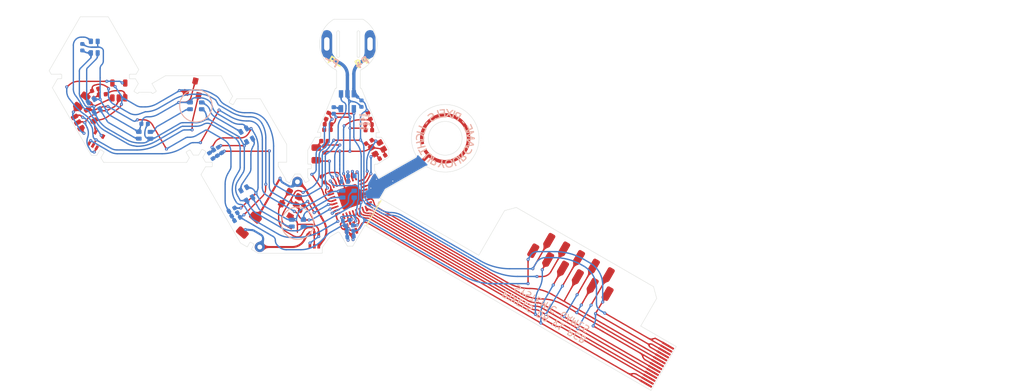
<source format=kicad_pcb>
(kicad_pcb (version 20211014) (generator pcbnew)
  (title_block (title "FLX-F020") (date "2021-09-11") (rev "10") (company "Systemic Games, LLC") (comment 1 "Flexible PCB, 0.13mm thickness"))
  (layers (0 "F.Cu" signal) (31 "B.Cu" signal) (34 "B.Paste" user) (35 "F.Paste" user) (36 "B.SilkS" user "B.Silkscreen") (37 "F.SilkS" user "F.Silkscreen") (38 "B.Mask" user) (39 "F.Mask" user) (44 "Edge.Cuts" user))
  (net 0 "")
  (net 1 "Net-(C1-Pad1)")
  (net 2 "GND")
  (net 3 "VDD")
  (net 4 "VDC")
  (net 5 "VEE")
  (net 6 "Net-(L1-Pad2)")
  (net 7 "Net-(L1-Pad1)")
  (net 8 "+5V")
  (net 9 "Net-(R6-Pad1)")
  (net 10 "/LED_EN")
  (net 11 "Net-(C2-Pad2)")
  (net 12 "Net-(C3-Pad1)")
  (net 13 "Net-(C5-Pad2)")
  (net 14 "Net-(C7-Pad1)")
  (net 15 "Net-(C17-Pad2)")
  (net 16 "Net-(C19-Pad1)")
  (net 17 "Net-(C19-Pad2)")
  (net 18 "Net-(L4-Pad1)")
  (net 19 "RXI")
  (net 20 "TXO")
  (net 21 "SWO")
  (net 22 "RESET")
  (net 23 "SWDCLK")
  (net 24 "SWDIO")
  (net 25 "Net-(R10-Pad1)")
  (net 26 "Net-(R10-Pad2)")
  (net 27 "/LED_DATA")
  (net 28 "+BATT")
  (net 29 "/STATS")
  (net 30 "/VLED_SENSE")
  (net 31 "/5V_SENSE")
  (net 32 "/VBAT_SENSE")
  (net 33 "/Power Supply/MAG1_")
  (net 34 "/LED_RETURN")
  (net 35 "/Power Supply/LED_EN_OUT")
  (net 36 "Net-(R3-Pad1)")
  (net 37 "Net-(D2-Pad3)")
  (net 38 "Net-(D3-Pad3)")
  (net 39 "Net-(D4-Pad3)")
  (net 40 "Net-(D5-Pad3)")
  (net 41 "Net-(D6-Pad3)")
  (net 42 "Net-(D7-Pad3)")
  (net 43 "Net-(D8-Pad3)")
  (net 44 "/SCL")
  (net 45 "/SDA")
  (net 46 "/ACC_INT")
  (net 47 "/ARC_ANTENNA")
  (net 51 "/ANT_50")
  (net 52 "/ANT_NRF")
  (footprint "Pixels-dice:SOT-353_SC-70-5" (layer "F.Cu") (at 111.23 70.25 60)
    (fp_text reference "U7")
    (fp_text value "SN74LVC1G08" hide)
  )
  (footprint "TestPoint:TestPoint_THTPad_D1.5mm_Drill0.7mm" (layer "F.Cu") (at 135.46 86.09 30)
    (fp_text reference "P6")
    (fp_text value "COILB")
  )
  (footprint "Package_TO_SOT_SMD:SOT-23" (layer "F.Cu") (at 125.7 62.46 77)
    (fp_text reference "U8")
    (fp_text value "TMR1366")
  )
  (footprint "TestPoint:TestPoint_THTPad_D1.5mm_Drill0.7mm" (layer "F.Cu") (at 141.03 76.44 30)
    (fp_text reference "P5")
    (fp_text value "COILA")
  )
  (footprint "Pixels-dice:SOT-23-5" (layer "F.Cu") (at 114.59 62.92 90)
    (fp_text reference "U6")
    (fp_text value "MT9700" hide)
  )
  (footprint "Resistor_SMD:R_0402_1005Metric" (layer "F.Cu") (at 112.12 63.53 -174)
    (fp_text reference "R3")
    (fp_text value "10k 5%")
  )
  (footprint "Capacitor_SMD:C_0402_1005Metric" (layer "F.Cu") (at 152.17 76.2 62)
    (fp_text reference "C7")
    (fp_text value "100pF NP0 10V 5%")
  )
  (footprint "Inductor_SMD:L_0805_2012Metric" (layer "F.Cu") (at 143.81 72.31 90)
    (fp_text reference "L1")
    (fp_text value "10uH 100mA 10%")
  )
  (footprint "Capacitor_SMD:C_0402_1005Metric" (layer "F.Cu") (at 153.61 72.76 -148)
    (fp_text reference "C5")
    (fp_text value "8pF 10V 10%")
  )
  (footprint "Capacitor_SMD:C_0402_1005Metric" (layer "F.Cu") (at 144.83 76.07 120)
    (fp_text reference "C3")
    (fp_text value "0.1uF 10V 20%")
  )
  (footprint "Capacitor_SMD:C_0402_1005Metric" (layer "F.Cu") (at 151.62 70.54 31)
    (fp_text reference "C2")
    (fp_text value "8pF 10V 10%")
  )
  (footprint "Package_DFN_QFN:QFN-32-1EP_5x5mm_P0.5mm_EP3.1x3.1mm" (layer "F.Cu") (at 148.76 78.67 19)
    (fp_text reference "U1")
    (fp_text value "N52810_QFN32")
  )
  (footprint "Pixels-dice:0402_RF" (layer "F.Cu") (at 152.31 77.82 90)
    (fp_text reference "C8")
    (fp_text value "0.8pF 10V 5% NP0")
  )
  (footprint "Capacitor_SMD:C_0402_1005Metric" (layer "F.Cu") (at 110.62 64.42 53)
    (fp_text reference "C9")
    (fp_text value "4.7uF 6.3V 20%")
  )
  (footprint "Capacitor_SMD:C_0402_1005Metric" (layer "F.Cu") (at 111.09 62.82 19)
    (fp_text reference "C18")
    (fp_text value "4.7uF 6.3V 20%")
  )
  (footprint "Pixels-dice:SOT-23-5" (layer "F.Cu") (at 109.47 67.11 30)
    (fp_text reference "U4")
    (fp_text value "LN3435" hide)
  )
  (footprint "Inductor_SMD:L_0805_2012Metric" (layer "F.Cu") (at 109.11 64.53 54)
    (fp_text reference "L4")
    (fp_text value "2.2uH 20mA 10%")
  )
  (footprint "Capacitor_SMD:C_0603_1608Metric" (layer "F.Cu") (at 140.51 78.27 -30)
    (fp_text reference "C13")
    (fp_text value "4.7uF 25V 20%")
  )
  (footprint "Package_TO_SOT_SMD:SOT-363_SC-70-6" (layer "F.Cu") (at 143.53 85.04 90)
    (fp_text reference "D1")
    (fp_text value "BAV99S")
  )
  (footprint "Capacitor_SMD:C_0402_1005Metric" (layer "F.Cu") (at 141.67 80.33 60)
    (fp_text reference "C15")
    (fp_text value "4.7uF 6.3V 20%")
  )
  (footprint "Inductor_SMD:L_0402_1005Metric" (layer "F.Cu") (at 145.04 70.4)
    (fp_text reference "L2")
    (fp_text value "15nH 100mA 5%")
  )
  (footprint "Capacitor_SMD:C_0402_1005Metric" (layer "F.Cu") (at 144.99 71.65 -90)
    (fp_text reference "C1")
    (fp_text value "4.7uF 6.3V 20%")
  )
  (footprint "Capacitor_SMD:C_0402_1005Metric" (layer "F.Cu") (at 145.475 68.74)
    (fp_text reference "C21")
    (fp_text value "10nF 25V 10%")
  )
  (footprint "Resistor_SMD:R_0402_1005Metric" (layer "F.Cu") (at 151.65 66.7 -68)
    (fp_text reference "R7")
    (fp_text value "4.02M 1%")
  )
  (footprint "Resistor_SMD:R_0402_1005Metric" (layer "F.Cu") (at 145.555 67.93 180)
    (fp_text reference "R2")
    (fp_text value "10M 1%")
  )
  (footprint "Resistor_SMD:R_0402_1005Metric" (layer "F.Cu") (at 151.55 67.95 180)
    (fp_text reference "R8")
    (fp_text value "10M 1%")
  )
  (footprint "Resistor_SMD:R_0402_1005Metric" (layer "F.Cu") (at 145.465 66.69 -112)
    (fp_text reference "R1")
    (fp_text value "4.02M 1%")
  )
  (footprint "Capacitor_SMD:C_0402_1005Metric" (layer "F.Cu") (at 151.6 68.79 180)
    (fp_text reference "C22")
    (fp_text value "10nF 25V 10%")
  )
  (footprint "Pixels-dice:Crystal_SMD_2016-4Pin_2.0x1.6mm" (layer "F.Cu") (at 152.880004 71.479998 -150)
    (fp_text reference "Y1")
    (fp_text value "32MHz 40ppm")
  )
  (footprint "Package_LGA:LGA-12_2x2mm_P0.5mm" (layer "F.Cu") (at 148.864998 83.439996 -72)
    (fp_text reference "U2")
    (fp_text value "KXTJ3-1057")
  )
  (footprint "Pixels-dice:0402_RF" (layer "F.Cu") (at 153.04 77.82 90)
    (fp_text reference "L5")
    (fp_text value "3.9nH 5%")
  )
  (footprint "Pixels-dice:SOT-23" (layer "F.Cu") (at 139.55 80.18 -30)
    (fp_text reference "U3")
    (fp_text value "PJ75AL50SA")
  )
  (footprint "Capacitor_SMD:C_1206_3216Metric" (layer "F.Cu") (at 133.84 82.84 -131)
    (fp_text reference "C19")
    (fp_text value "33nF 50V 5% NP0")
  )
  (footprint "Pixels-dice:0402_RF" (layer "F.Cu") (at 154.12 75.91 30)
    (fp_text reference "L3")
    (fp_text value "4.7nH 5%")
  )
  (footprint "Pixels-dice:FPC-POGO-11" (layer "F.Cu") (at 182.076343 88.718062 -30)
    (fp_text reference "J2")
    (fp_text value "Conn_01x11")
  )
  (footprint "Pixels-dice:ARC_Antenna" (layer "F.Cu") (at 159.656312 73.247129 45)
    (fp_text reference "AE2" hide)
    (fp_text value "ARC")
  )
  (footprint "Pixels-dice:FPC_14" (layer "F.Cu") (at 195.876584 100.69534 -120)
    (fp_text reference "J1")
    (fp_text value "Conn_01x14")
  )
  (footprint "Pixels-dice:0402_RF" (layer "F.Cu") (at 155.3 75.74 -60)
    (fp_text reference "C11")
    (fp_text value "1.8pF 10V 5% NP0")
  )
  (footprint "Pixels-dice:TX1812Z_2020" (layer "B.Cu") (at 133.52 69.54 30)
    (fp_text reference "D5")
    (fp_text value "TX1812Z_2020")
  )
  (footprint "Pixels-dice:TX1812Z_2020" (layer "B.Cu") (at 133.52 78.22 30)
    (fp_text reference "D4")
    (fp_text value "TX1812Z_2020")
  )
  (footprint "Pixels-dice:TX1812Z_2020" (layer "B.Cu") (at 126 65.19 90)
    (fp_text reference "D6")
    (fp_text value "TX1812Z_2020")
  )
  (footprint "Capacitor_SMD:C_0402_1005Metric" (layer "B.Cu") (at 150.51 64.87 -90)
    (fp_text reference "C16")
    (fp_text value "4.7uF 6.3V 20%")
  )
  (footprint "Pixels-dice:TX1812Z_2020" (layer "B.Cu") (at 148.59 78.26 90)
    (fp_text reference "D2")
    (fp_text value "TX1812Z_2020")
  )
  (footprint "Pixels-dice:TX1812Z_2020" (layer "B.Cu") (at 118.41 69.55 90)
    (fp_text reference "D7")
    (fp_text value "TX1812Z_2020")
  )
  (footprint "Pixels-dice:TX1812Z_2020" (layer "B.Cu") (at 110.96 56.5)
    (fp_text reference "D9")
    (fp_text value "TX1812Z_2020")
  )
  (footprint "Pixels-dice:TX1812Z_2020" (layer "B.Cu") (at 110.94 65.18 30)
    (fp_text reference "D8")
    (fp_text value "TX1812Z_2020")
  )
  (footprint "Resistor_SMD:R_0402_1005Metric" (layer "B.Cu") (at 128.252908 72.587774 123)
    (fp_text reference "R14")
    (fp_text value "10M 1%")
  )
  (footprint "Capacitor_SMD:C_0402_1005Metric" (layer "B.Cu") (at 128.91156 72.162722 123)
    (fp_text reference "C6")
    (fp_text value "10nF 25V 10%")
  )
  (footprint "Package_TO_SOT_SMD:SOT-23-5" (layer "B.Cu") (at 148.43 64.51 -90)
    (fp_text reference "U5")
    (fp_text value "MCP73832T-2ACI/OT")
  )
  (footprint "Resistor_SMD:R_0402_1005Metric" (layer "B.Cu") (at 129.57 71.74 -57)
    (fp_text reference "R13")
    (fp_text value "4.02M 1%")
  )
  (footprint "Resistor_SMD:R_0402_1005Metric" (layer "B.Cu") (at 149 75.6)
    (fp_text reference "R10")
    (fp_text value "100k 1%")
  )
  (footprint "Capacitor_SMD:C_0402_1005Metric" (layer "B.Cu") (at 148.82 83.76 7)
    (fp_text reference "C10")
    (fp_text value "0.1uF 10V 20%")
  )
  (footprint "Capacitor_SMD:C_0402_1005Metric" (layer "B.Cu") (at 118.41 67.85 180)
    (fp_text reference "C23")
    (fp_text value "0.1uF 10V 20%")
  )
  (footprint "Pixels-dice:TX1812Z_2020" (layer "B.Cu") (at 141.07 82.56 90)
    (fp_text reference "D3")
    (fp_text value "TX1812Z_2020")
  )
  (footprint "Resistor_SMD:R_0402_1005Metric" (layer "B.Cu") (at 131.713879 81.26148 31)
    (fp_text reference "R4")
    (fp_text value "402k 1%")
  )
  (footprint "Capacitor_SMD:C_0402_1005Metric" (layer "B.Cu") (at 132.131058 81.955786 -149)
    (fp_text reference "C17")
    (fp_text value "22pF 10V 5%")
  )
  (footprint "Resistor_SMD:R_0402_1005Metric" (layer "B.Cu") (at 148.03 76.43)
    (fp_text reference "R9")
    (fp_text value "470k 1%")
  )
  (footprint "Capacitor_SMD:C_0402_1005Metric" (layer "B.Cu") (at 148.89 84.57 7)
    (fp_text reference "C4")
    (fp_text value "4.7uF 6.3V 20%")
  )
  (footprint "Resistor_SMD:R_0402_1005Metric" (layer "B.Cu") (at 146.4 65.88 -90)
    (fp_text reference "R6")
    (fp_text value "22k 1%")
  )
  (footprint "Pixels-dice:Hongjie 10100 Connector" (layer "B.Cu") (at 148.577825 56.028319 180)
    (fp_text reference "J3")
    (fp_text value "Conn_01x02")
  )
  (footprint "Resistor_SMD:R_0402_1005Metric" (layer "B.Cu") (at 148.72 82.94 7)
    (fp_text reference "R12")
    (fp_text value "2.7k 5%")
  )
  (footprint "Resistor_SMD:R_0402_1005Metric" (layer "B.Cu") (at 148.26 82.16 7)
    (fp_text reference "R16")
    (fp_text value "2.7k 5%")
  )
  (footprint "Resistor_SMD:R_0402_1005Metric" (layer "B.Cu") (at 131.310062 80.56 -149)
    (fp_text reference "R5")
    (fp_text value "100k 1%")
  )
  (footprint "Capacitor_SMD:C_0402_1005Metric" (layer "B.Cu") (at 109.18 56.51 90)
    (fp_text reference "C24")
    (fp_text value "0.1uF 10V 20%")
  )
  (footprint "Pixels-dice:Game With Pixels - Round" (layer "B.Cu") (at 162.92 70.02 180)
    (fp_text reference "REF**" hide)
    (fp_text value "Game With Pixels - Round" hide)
  )
  (gr_circle (center 141.05 82.57) (end 143.45 82.57) (layer "B.SilkS") (width 0.15) (fill none))
  (gr_circle (center 126 65.18) (end 128.4 65.18) (layer "B.SilkS") (width 0.15) (fill none))
  (gr_line (start 151.3 82.84) (end 153.398904 79.220426) (layer "F.SilkS") (width 0.15))
  (gr_line (start 112.342 73.577) (end 124.638 73.577) (layer "Edge.Cuts") (width 0.05))
  (gr_line (start 127.417 73.528) (end 128.317 73.528) (layer "Edge.Cuts") (width 0.05))
  (gr_line (start 191.85 97.7935) (end 194.213 93.6996) (layer "Edge.Cuts") (width 0.05))
  (gr_line (start 116.258 60.4976) (end 117.158 60.4976) (layer "Edge.Cuts") (width 0.05))
  (gr_line (start 158.46943 72.802962) (end 158.509634 72.780197) (layer "Edge.Cuts") (width 0.05))
  (gr_line (start 146.858 57.8333) (end 146.858 54.2838) (layer "Edge.Cuts") (width 0.05))
  (gr_arc (start 152.438 73.916586) (mid 152.467355 73.84581) (end 152.538186 73.816586) (layer "Edge.Cuts") (width 0.05))
  (gr_arc (start 117.457843 63.319975) (mid 117.397108 63.366898) (end 117.321005 63.356956) (layer "Edge.Cuts") (width 0.05))
  (gr_line (start 134.586984 85.772248) (end 134.205 86.434) (layer "Edge.Cuts") (width 0.05))
  (gr_line (start 111.917598 71.710716) (end 112.350418 71.960694) (layer "Edge.Cuts") (width 0.05))
  (gr_line (start 131.411375 65.008252) (end 130.977443 64.758043) (layer "Edge.Cuts") (width 0.05))
  (gr_line (start 106.128 60.597232) (end 106.128 61.0972) (layer "Edge.Cuts") (width 0.05))
  (gr_line (start 142.72044 76.281693) (end 142.287607 76.531679) (layer "Edge.Cuts") (width 0.05))
  (gr_line (start 135.195 87.0055) (end 144.698 87.0072) (layer "Edge.Cuts") (width 0.05))
  (gr_line (start 173.433 80.2366) (end 171.694 80.7016) (layer "Edge.Cuts") (width 0.05))
  (gr_line (start 126.992603 71.662704) (end 127.42545 71.912627) (layer "Edge.Cuts") (width 0.05))
  (gr_arc (start 128.317 73.528) (mid 128.387711 73.557289) (end 128.417 73.628) (layer "Edge.Cuts") (width 0.05))
  (gr_arc (start 142.287607 76.531679) (mid 142.21172 76.541679) (end 142.150992 76.495086) (layer "Edge.Cuts") (width 0.05))
  (gr_line (start 134.11659 85.385528) (end 134.550329 85.635625) (layer "Edge.Cuts") (width 0.05))
  (gr_line (start 125.598 72.4787) (end 126.406 72.4787) (layer "Edge.Cuts") (width 0.05))
  (gr_line (start 139.31125 76.17667) (end 139.338 76.1272) (layer "Edge.Cuts") (width 0.05))
  (gr_line (start 117.543 59.8305) (end 113.035 52.0237) (layer "Edge.Cuts") (width 0.05))
  (gr_line (start 104.752 62.5206) (end 110.523 72.5265) (layer "Edge.Cuts") (width 0.05))
  (gr_line (start 104.275 59.9916) (end 104.567 60.4977) (layer "Edge.Cuts") (width 0.05))
  (gr_line (start 143.977 69.1282) (end 144.377017 69.12884) (layer "Edge.Cuts") (width 0.05))
  (gr_line (start 117.321005 63.356956) (end 116.888382 63.107091) (layer "Edge.Cuts") (width 0.05))
  (gr_line (start 149.858 54.2835) (end 149.858 57.8331) (layer "Edge.Cuts") (width 0.05))
  (gr_line (start 153.289 78.9029) (end 154.065 77.5857) (layer "Edge.Cuts") (width 0.05))
  (gr_line (start 153.154 75.8235) (end 155.08 74.7287) (layer "Edge.Cuts") (width 0.05))
  (gr_line (start 143.664 69.8277) (end 142.568 71.7272) (layer "Edge.Cuts") (width 0.05))
  (gr_line (start 144.698 86.1672) (end 145.866 84.5592) (layer "Edge.Cuts") (width 0.05))
  (gr_line (start 142.568 73.8164) (end 142.978 73.8164) (layer "Edge.Cuts") (width 0.05))
  (gr_line (start 149.231 85.9587) (end 151.021 82.8787) (layer "Edge.Cuts") (width 0.05))
  (gr_line (start 154.14 77.5405) (end 154.065 77.5857) (layer "Edge.Cuts") (width 0.05))
  (gr_arc (start 152.766971 69.842672) (mid 152.696321 69.813271) (end 152.667143 69.742529) (layer "Edge.Cuts") (width 0.05))
  (gr_line (start 147.258 54.2839) (end 147.258 57.8333) (layer "Edge.Cuts") (width 0.05))
  (gr_line (start 125.031 72.8964) (end 124.580988 72.116979) (layer "Edge.Cuts") (width 0.05))
  (gr_line (start 141.451 75.2827) (end 140.643 75.2827) (layer "Edge.Cuts") (width 0.05))
  (gr_arc (start 144.476143 69.728983) (mid 144.446746 69.799658) (end 144.375983 69.82884) (layer "Edge.Cuts") (width 0.05))
  (gr_line (start 143.078 73.9164) (end 143.078 74.4164) (layer "Edge.Cuts") (width 0.05))
  (gr_arc (start 142.757042 76.14512) (mid 142.767018 76.220985) (end 142.72044 76.281693) (layer "Edge.Cuts") (width 0.05))
  (gr_arc (start 126.855998 71.699304) (mid 126.91672 71.652712) (end 126.992603 71.662704) (layer "Edge.Cuts") (width 0.05))
  (gr_line (start 140.643 75.2827) (end 139.921098 76.525923) (layer "Edge.Cuts") (width 0.05))
  (gr_arc (start 160.010203 74.204673) (mid 160.114189 74.178641) (end 160.216681 74.210043) (layer "Edge.Cuts") (width 0.05))
  (gr_arc (start 149.858001 54.283652) (mid 150.057945 54.083601) (end 150.257999 54.283541) (layer "Edge.Cuts") (width 0.05))
  (gr_line (start 159.147 74.6954) (end 156.538 76.1775) (layer "Edge.Cuts") (width 0.05))
  (gr_arc (start 111.780988 71.747301) (mid 111.841716 71.700714) (end 111.917598 71.710716) (layer "Edge.Cuts") (width 0.05))
  (gr_line (start 160.010203 74.204673) (end 159.45 74.5229) (layer "Edge.Cuts") (width 0.05))
  (gr_arc (start 146.858003 54.283876) (mid 147.05802 54.083903) (end 147.257997 54.283915) (layer "Edge.Cuts") (width 0.05))
  (gr_arc (start 134.550329 85.635625) (mid 134.596961 85.696343) (end 134.586984 85.772248) (layer "Edge.Cuts") (width 0.05))
  (gr_arc (start 120.104266 62.97068) (mid 120.114139 63.046482) (end 120.067582 63.107111) (layer "Edge.Cuts") (width 0.05))
  (gr_arc (start 139.921098 76.525923) (mid 139.860375 76.572335) (end 139.784607 76.562303) (layer "Edge.Cuts") (width 0.05))
  (gr_line (start 139.784607 76.562303) (end 139.349199 76.31083) (layer "Edge.Cuts") (width 0.05))
  (gr_line (start 131.428 63.7722) (end 129.758 60.7472) (layer "Edge.Cuts") (width 0.05))
  (gr_arc (start 146.82 62.5111) (mid 146.790711 62.581811) (end 146.72 62.6111) (layer "Edge.Cuts") (width 0.05))
  (gr_line (start 129.758 60.7472) (end 121.478 60.7495) (layer "Edge.Cuts") (width 0.05))
  (gr_arc (start 116.158 60.5976) (mid 116.187289 60.526889) (end 116.258 60.4976) (layer "Edge.Cuts") (width 0.05))
  (gr_arc (start 112.350418 71.960694) (mid 112.396999 72.021415) (end 112.387006 72.09729) (layer "Edge.Cuts") (width 0.05))
  (gr_arc (start 127.42545 71.912627) (mid 127.472033 71.97332) (end 127.462077 72.049179) (layer "Edge.Cuts") (width 0.05))
  (gr_line (start 121.478 60.7495) (end 119.488 61.8986) (layer "Edge.Cuts") (width 0.05))
  (gr_line (start 124.617565 71.980389) (end 125.050391 71.730336) (layer "Edge.Cuts") (width 0.05))
  (gr_line (start 111.937 72.8767) (end 112.342 73.577) (layer "Edge.Cuts") (width 0.05))
  (gr_line (start 117.064 61.1976) (end 116.258 61.1976) (layer "Edge.Cuts") (width 0.05))
  (gr_line (start 197.116 100.8332) (end 191.85 97.7935) (layer "Edge.Cuts") (width 0.05))
  (gr_arc (start 147.257997 57.833325) (mid 147.057986 58.033297) (end 146.858003 57.833297) (layer "Edge.Cuts") (width 0.05))
  (gr_line (start 116.851678 62.970695) (end 117.468 61.8975) (layer "Edge.Cuts") (width 0.05))
  (gr_arc (start 131.547954 64.971579) (mid 131.487259 65.0182) (end 131.411375 65.008252) (layer "Edge.Cuts") (width 0.05))
  (gr_line (start 153.078 75.8665) (end 152.438 74.7572) (layer "Edge.Cuts") (width 0.05))
  (gr_arc (start 146.694173 59.848542) (mid 146.786367 59.93005) (end 146.819615 60.048532) (layer "Edge.Cuts") (width 0.05))
  (gr_line (start 133.598 86.084) (end 133.980031 85.422166) (layer "Edge.Cuts") (width 0.05))
  (gr_line (start 152.768037 69.14268) (end 153.168 69.1434) (layer "Edge.Cuts") (width 0.05))
  (gr_line (start 113.035 52.0237) (end 108.874 52.0237) (layer "Edge.Cuts") (width 0.05))
  (gr_arc (start 106.027968 60.497232) (mid 106.098699 60.52651) (end 106.128 60.597232) (layer "Edge.Cuts") (width 0.05))
  (gr_line (start 127.013 72.828) (end 127.417 73.528) (layer "Edge.Cuts") (width 0.05))
  (gr_arc (start 124.580988 72.116979) (mid 124.570993 72.04111) (end 124.617565 71.980389) (layer "Edge.Cuts") (width 0.05))
  (gr_line (start 144.698 86.1672) (end 144.698 87.0072) (layer "Edge.Cuts") (width 0.05))
  (gr_line (start 134.205 86.434) (end 135.195 87.0055) (layer "Edge.Cuts") (width 0.05))
  (gr_line (start 117.158 60.4976) (end 117.543 59.8305) (layer "Edge.Cuts") (width 0.05))
  (gr_line (start 152.538186 73.816586) (end 152.868 73.8172) (layer "Edge.Cuts") (width 0.05))
  (gr_line (start 152.438 74.7572) (end 152.438 73.916586) (layer "Edge.Cuts") (width 0.05))
  (gr_arc (start 125.050391 71.730336) (mid 125.126281 71.720328) (end 125.187015 71.766921) (layer "Edge.Cuts") (width 0.05))
  (gr_arc (start 138.278857 74.226936) (mid 138.207593 74.197952) (end 138.178 74.126939) (layer "Edge.Cuts") (width 0.05))
  (gr_line (start 111.331 72.5265) (end 111.780988 71.747301) (layer "Edge.Cuts") (width 0.05))
  (gr_line (start 151.021 82.8787) (end 193.369 107.3282) (layer "Edge.Cuts") (width 0.05))
  (gr_line (start 159.45 74.5229) (end 159.147 74.6954) (layer "Edge.Cuts") (width 0.05))
  (gr_line (start 167.877 87.3187) (end 153.289 78.9029) (layer "Edge.Cuts") (width 0.05))
  (gr_line (start 144.375983 69.82884) (end 143.664 69.8277) (layer "Edge.Cuts") (width 0.05))
  (gr_line (start 138.248 74.2272) (end 138.278857 74.226936) (layer "Edge.Cuts") (width 0.05))
  (gr_line (start 146.407655 52.388555) (end 150.747667 52.388603) (layer "Edge.Cuts") (width 0.05))
  (gr_line (start 108.874 52.0237) (end 104.275 59.9916) (layer "Edge.Cuts") (width 0.05))
  (gr_line (start 138.178 74.126939) (end 138.178 73.6278) (layer "Edge.Cuts") (width 0.05))
  (gr_line (start 127.417 74.228) (end 126.754 75.3767) (layer "Edge.Cuts") (width 0.05))
  (gr_line (start 152.868 73.8172) (end 154.568 72.7572) (layer "Edge.Cuts") (width 0.05))
  (gr_line (start 152.667143 69.742529) (end 152.667857 69.242537) (layer "Edge.Cuts") (width 0.05))
  (gr_line (start 126.754 75.3767) (end 132.605 85.5106) (layer "Edge.Cuts") (width 0.05))
  (gr_line (start 193.747 91.9614) (end 173.433 80.2366) (layer "Edge.Cuts") (width 0.05))
  (gr_line (start 142.150992 76.495086) (end 141.451 75.2827) (layer "Edge.Cuts") (width 0.05))
  (gr_line (start 144.476857 69.228983) (end 144.476143 69.728983) (layer "Edge.Cuts") (width 0.05))
  (gr_arc (start 130.977443 64.758043) (mid 130.930844 64.697453) (end 130.940656 64.621649) (layer "Edge.Cuts") (width 0.05))
  (gr_line (start 153.482 69.8439) (end 152.766971 69.842672) (layer "Edge.Cuts") (width 0.05))
  (gr_arc (start 119.634995 63.356956) (mid 119.558892 63.366898) (end 119.498157 63.319975) (layer "Edge.Cuts") (width 0.05))
  (gr_line (start 135.534 64.1305) (end 132.033 64.1305) (layer "Edge.Cuts") (width 0.05))
  (gr_line (start 147.278183 83.971132) (end 148.423 85.9587) (layer "Edge.Cuts") (width 0.05))
  (gr_arc (start 128.417 74.128) (mid 128.387711 74.198711) (end 128.317 74.228) (layer "Edge.Cuts") (width 0.05))
  (gr_line (start 153.168 69.1434) (end 150.505 62.6114) (layer "Edge.Cuts") (width 0.05))
  (gr_line (start 142.568 74.5164) (end 142.568 75.8175) (layer "Edge.Cuts") (width 0.05))
  (gr_line (start 117.528 63.1972) (end 117.457843 63.319975) (layer "Edge.Cuts") (width 0.05))
  (gr_line (start 146.72 62.6111) (end 146.635 62.6111) (layer "Edge.Cuts") (width 0.05))
  (gr_line (start 139.429 73.5278) (end 139.429 70.875) (layer "Edge.Cuts") (width 0.05))
  (gr_line (start 145.866 84.5592) (end 147.00443 83.898008) (layer "Edge.Cuts") (width 0.05))
  (gr_line (start 117.468 61.8975) (end 117.064 61.1976) (layer "Edge.Cuts") (width 0.05))
  (gr_line (start 104.567 60.4977) (end 106.027968 60.497232) (layer "Edge.Cuts") (width 0.05))
  (gr_line (start 194.213 93.6996) (end 193.747 91.9614) (layer "Edge.Cuts") (width 0.05))
  (gr_line (start 138.278 73.5278) (end 139.429 73.5278) (layer "Edge.Cuts") (width 0.05))
  (gr_line (start 139.429 70.875) (end 135.534 64.1305) (layer "Edge.Cuts") (width 0.05))
  (gr_line (start 119.488 61.8986) (end 120.104266 62.97068) (layer "Edge.Cuts") (width 0.05))
  (gr_line (start 150.258 57.833) (end 150.258 54.2835) (layer "Edge.Cuts") (width 0.05))
  (gr_line (start 105.518 61.1972) (end 104.752 62.5206) (layer "Edge.Cuts") (width 0.05))
  (gr_line (start 154.568 72.7572) (end 154.568 71.7271) (layer "Edge.Cuts") (width 0.05))
  (gr_line (start 146.819615 60.048532) (end 146.82 62.5111) (layer "Edge.Cuts") (width 0.05))
  (gr_line (start 126.406 72.4787) (end 126.855998 71.699304) (layer "Edge.Cuts") (width 0.05))
  (gr_arc (start 144.377017 69.12884) (mid 144.447675 69.158236) (end 144.476857 69.228983) (layer "Edge.Cuts") (width 0.05))
  (gr_line (start 142.568 71.7272) (end 142.568 73.8164) (layer "Edge.Cuts") (width 0.05))
  (gr_arc (start 146.694173 59.848542) (mid 144.321763 56.204164) (end 146.407655 52.388555) (layer "Edge.Cuts") (width 0.05))
  (gr_line (start 150.505 62.6114) (end 150.42 62.6114) (layer "Edge.Cuts") (width 0.05))
  (gr_line (start 124.638 73.577) (end 125.031 72.8964) (layer "Edge.Cuts") (width 0.05))
  (gr_line (start 139.338 76.1272) (end 138.248 74.2272) (layer "Edge.Cuts") (width 0.05))
  (gr_line (start 128.317 74.228) (end 127.417 74.228) (layer "Edge.Cuts") (width 0.05))
  (gr_line (start 193.369 107.3282) (end 197.116 100.8332) (layer "Edge.Cuts") (width 0.05))
  (gr_line (start 130.940656 64.621649) (end 131.428 63.7722) (layer "Edge.Cuts") (width 0.05))
  (gr_line (start 158.169 72.9739) (end 158.46943 72.802962) (layer "Edge.Cuts") (width 0.05))
  (gr_arc (start 150.257997 57.832954) (mid 150.058051 58.032997) (end 149.858003 57.833056) (layer "Edge.Cuts") (width 0.05))
  (gr_line (start 150.32 62.5114) (end 150.32 60.0486) (layer "Edge.Cuts") (width 0.05))
  (gr_arc (start 116.888382 63.107091) (mid 116.841831 63.046481) (end 116.851678 62.970695) (layer "Edge.Cuts") (width 0.05))
  (gr_line (start 154.568 71.7271) (end 153.482 69.8439) (layer "Edge.Cuts") (width 0.05))
  (gr_arc (start 139.349199 76.31083) (mid 139.302989 76.251454) (end 139.31125 76.17667) (layer "Edge.Cuts") (width 0.05))
  (gr_line (start 128.417 73.628) (end 128.417 74.128) (layer "Edge.Cuts") (width 0.05))
  (gr_line (start 120.067582 63.107111) (end 119.634995 63.356956) (layer "Edge.Cuts") (width 0.05))
  (gr_arc (start 116.258 61.1976) (mid 116.187289 61.168311) (end 116.158 61.0976) (layer "Edge.Cuts") (width 0.05))
  (gr_line (start 125.187015 71.766921) (end 125.598 72.4787) (layer "Edge.Cuts") (width 0.05))
  (gr_arc (start 147.00443 83.898008) (mid 147.156489 83.87773) (end 147.278183 83.971132) (layer "Edge.Cuts") (width 0.05))
  (gr_line (start 156.538 76.1775) (end 156.066 76.4457) (layer "Edge.Cuts") (width 0.05))
  (gr_line (start 142.568 75.8175) (end 142.757042 76.14512) (layer "Edge.Cuts") (width 0.05))
  (gr_arc (start 158.584082 72.505801) (mid 166.519611 66.537971) (end 160.216681 74.210043) (layer "Edge.Cuts") (width 0.05))
  (gr_arc (start 150.42 62.6114) (mid 150.349289 62.582111) (end 150.32 62.5114) (layer "Edge.Cuts") (width 0.05))
  (gr_line (start 146.635 62.6111) (end 143.977 69.1282) (layer "Edge.Cuts") (width 0.05))
  (gr_line (start 155.08 74.7287) (end 155.56 74.456) (layer "Edge.Cuts") (width 0.05))
  (gr_line (start 112.387006 72.09729) (end 111.937 72.8767) (layer "Edge.Cuts") (width 0.05))
  (gr_line (start 171.694 80.7016) (end 167.877 87.3187) (layer "Edge.Cuts") (width 0.05))
  (gr_line (start 127.462077 72.049179) (end 127.013 72.828) (layer "Edge.Cuts") (width 0.05))
  (gr_arc (start 138.178 73.6278) (mid 138.207289 73.557089) (end 138.278 73.5278) (layer "Edge.Cuts") (width 0.05))
  (gr_line (start 148.423 85.9587) (end 149.231 85.9587) (layer "Edge.Cuts") (width 0.05))
  (gr_line (start 153.154 75.8235) (end 153.078 75.8665) (layer "Edge.Cuts") (width 0.05))
  (gr_line (start 116.158 61.0976) (end 116.158 60.5976) (layer "Edge.Cuts") (width 0.05))
  (gr_arc (start 106.128 61.0972) (mid 106.098711 61.167911) (end 106.028 61.1972) (layer "Edge.Cuts") (width 0.05))
  (gr_arc (start 152.667857 69.242537) (mid 152.697261 69.171855) (end 152.768037 69.14268) (layer "Edge.Cuts") (width 0.05))
  (gr_arc (start 150.747667 52.388603) (mid 152.816029 56.207809) (end 150.447671 59.848598) (layer "Edge.Cuts") (width 0.05))
  (gr_line (start 119.428 63.1972) (end 117.528 63.1972) (layer "Edge.Cuts") (width 0.05))
  (gr_arc (start 143.078 74.4164) (mid 143.048711 74.487111) (end 142.978 74.5164) (layer "Edge.Cuts") (width 0.05))
  (gr_line (start 142.978 74.5164) (end 142.568 74.5164) (layer "Edge.Cuts") (width 0.05))
  (gr_line (start 132.033 64.1305) (end 131.547954 64.971579) (layer "Edge.Cuts") (width 0.05))
  (gr_line (start 106.028 61.1972) (end 105.518 61.1972) (layer "Edge.Cuts") (width 0.05))
  (gr_arc (start 142.978 73.8164) (mid 143.048711 73.845689) (end 143.078 73.9164) (layer "Edge.Cuts") (width 0.05))
  (gr_circle (center 162.909 69.9968) (end 165.409 69.9968) (layer "Edge.Cuts") (width 0.05) (fill none))
  (gr_arc (start 150.320126 60.048579) (mid 150.354506 59.929843) (end 150.447671 59.848598) (layer "Edge.Cuts") (width 0.05))
  (gr_line (start 156.066 76.4457) (end 154.14 77.5405) (layer "Edge.Cuts") (width 0.05))
  (gr_line (start 132.605 85.5106) (end 133.598 86.084) (layer "Edge.Cuts") (width 0.05))
  (gr_line (start 119.498157 63.319975) (end 119.428 63.1972) (layer "Edge.Cuts") (width 0.05))
  (gr_arc (start 158.584082 72.505801) (mid 158.604107 72.658531) (end 158.509634 72.780197) (layer "Edge.Cuts") (width 0.05))
  (gr_line (start 110.523 72.5265) (end 111.331 72.5265) (layer "Edge.Cuts") (width 0.05))
  (gr_arc (start 133.980031 85.422166) (mid 134.040725 85.375574) (end 134.11659 85.385528) (layer "Edge.Cuts") (width 0.05))
  (gr_line (start 155.56 74.456) (end 158.169 72.9739) (layer "Edge.Cuts") (width 0.05))
  (gr_text "P-" (at 146.046 58.567381 330) (layer "B.SilkS") (effects (font (size 1 1) (thickness 0.25)) (justify mirror)))
  (gr_text "P+" (at 150.553 58.854381 30) (layer "B.SilkS") (effects (font (size 1 1) (thickness 0.25)) (justify mirror)))
  (gr_text "PIXELS D8 V1 PCB\n SYSTEMIC GAMES" (at 177.97 95.69 149.728) (layer "B.SilkS") (effects (font (size 1 1)) (justify mirror)))
  (gr_text "game\nwith\npixels\n.com" (at 150.09 67.51) (layer "B.SilkS") (effects (font (size 0.4 0.4) (thickness 0.1)) (justify right mirror)))
  (gr_text "--CUT--" (at 152.22 80.92 61) (layer "B.SilkS") (effects (font (size 0.5 0.5) (thickness 0.1)) (justify mirror)))
  (gr_text "P+" (at 150.639 58.682381 30) (layer "F.SilkS") (effects (font (size 1 1) (thickness 0.25))))
  (gr_text "P-" (at 146.62 58.811381 -30) (layer "F.SilkS") (effects (font (size 1 1) (thickness 0.25))))
  (segment (start 145.2575 70.695) (end 145.39125 70.5475) (width 0.2) (layer "F.Cu") (net 1))
  (segment (start 145.411387 70.563516) (end 145.114678 70.990555) (width 0.2) (layer "F.Cu") (net 1))
  (segment (start 145.388222 70.99) (end 145.189111 71.08) (width 0.2) (layer "F.Cu") (net 1))
  (segment (start 145.388222 70.99) (end 147.300021 70.99) (width 0.2) (layer "F.Cu") (net 1))
  (segment (start 146.88 75.56) (end 147.257289 76.609475) (width 0.2) (layer "F.Cu") (net 1))
  (via (at 147.3 71) (size 0.45) (drill 0.15) (layers "F.Cu" "B.Cu") (net 1))
  (via (at 146.88 75.56) (size 0.45) (drill 0.15) (layers "F.Cu" "B.Cu") (net 1))
  (arc (start 145.189111 71.08) (mid 145.117851 71.063606) (end 145.114678 70.990555) (width 0.2) (layer "F.Cu") (net 1))
  (arc (start 145.411387 70.563516) (mid 145.408824 70.54607) (end 145.39125 70.5475) (width 0.2) (layer "F.Cu") (net 1))
  (arc (start 145.388222 70.99) (mid 145.226889 70.885027) (end 145.2575 70.695) (width 0.2) (layer "F.Cu") (net 1))
  (segment (start 146.55 72.77969) (end 146.55 74.809619) (width 0.2) (layer "B.Cu") (net 1))
  (segment (start 147.3 71) (end 146.925 71.554956) (width 0.2) (layer "B.Cu") (net 1))
  (segment (start 146.709667 75.331088) (end 146.869335 75.567378) (width 0.2) (layer "B.Cu") (net 1))
  (arc (start 146.55 72.77969) (mid 146.645849 72.13926) (end 146.925 71.554956) (width 0.2) (layer "B.Cu") (net 1))
  (arc (start 146.55 74.809619) (mid 146.59081 75.082301) (end 146.709667 75.331088) (width 0.2) (layer "B.Cu") (net 1))
  (segment (start 145.41 71.95) (end 145.13 71.95) (width 0.2) (layer "F.Cu") (net 2))
  (segment (start 188.750107 100.044962) (end 191.749447 101.776633) (width 0.2) (layer "F.Cu") (net 2))
  (segment (start 186.181973 98.562222) (end 186.076434 98.501285) (width 0.2) (layer "F.Cu") (net 2))
  (segment (start 151.009245 78.160347) (end 151.010904 78.159771) (width 0.2) (layer "F.Cu") (net 2))
  (segment (start 145.152235 72.025706) (end 144.99 72.13) (width 0.2) (layer "F.Cu") (net 2))
  (segment (start 113.800715 65.391256) (end 112.77 65.92) (width 0.2) (layer "F.Cu") (net 2))
  (segment (start 142.124658 79.818523) (end 142.268739 80.068078) (width 0.2) (layer "F.Cu") (net 2))
  (segment (start 186.322691 98.64347) (end 186.533768 98.76534) (width 0.2) (layer "F.Cu") (net 2))
  (segment (start 152.46021 71.419824) (end 152.229498 71.386754) (width 0.2) (layer "F.Cu") (net 2))
  (segment (start 148.81 66.87) (end 146.74 66.87) (width 0.2) (layer "F.Cu") (net 2))
  (segment (start 147.087631 71.95) (end 147.232368 71.95) (width 0.2) (layer "F.Cu") (net 2))
  (segment (start 146.033476 68.305643) (end 145.955 68.83) (width 0.2) (layer "F.Cu") (net 2))
  (segment (start 125.283331 63.880186) (end 125.924951 61.48563) (width 0.2) (layer "F.Cu") (net 2))
  (segment (start 110.95 72.04) (end 111.317917 71.397724) (width 0.2) (layer "F.Cu") (net 2))
  (segment (start 175.18 87.93) (end 175.942082 86.642914) (width 0.2) (layer "F.Cu") (net 2))
  (segment (start 151.120562 68.284339) (end 151.120562 68.06924) (width 0.2) (layer "F.Cu") (net 2))
  (segment (start 109.315 67.595) (end 109.55 67.68) (width 0.2) (layer "F.Cu") (net 2))
  (segment (start 151.424703 78.015823) (end 151.423044 78.0164) (width 0.2) (layer "F.Cu") (net 2))
  (segment (start 142.88 85.51) (end 142.88 85.99) (width 0.2) (layer "F.Cu") (net 2))
  (segment (start 153.299128 71.540075) (end 153.530175 71.573193) (width 0.2) (layer "F.Cu") (net 2))
  (segment (start 184.81 97.77) (end 184.845178 97.790314) (width 0.2) (layer "F.Cu") (net 2))
  (segment (start 144.18 84.54) (end 144.18 84.09) (width 0.2) (layer "F.Cu") (net 2))
  (segment (start 151.801632 71.477991) (end 151.604479 71.602299) (width 0.2) (layer "F.Cu") (net 2))
  (segment (start 185.15 95.95) (end 186.184078 94.218925) (width 0.2) (layer "F.Cu") (net 2))
  (segment (start 184.845178 97.790314) (end 184.915534 97.830943) (width 0.2) (layer "F.Cu") (net 2))
  (segment (start 184.985889 97.87157) (end 184.915534 97.830943) (width 0.2) (layer "F.Cu") (net 2))
  (segment (start 187.624346 99.395) (end 188.750107 100.044962) (width 0.2) (layer "F.Cu") (net 2))
  (segment (start 151.42097 78.017122) (end 151.418481 78.017987) (width 0.2) (layer "F.Cu") (net 2))
  (segment (start 109.812668 67.29913) (end 109.55 67.68) (width 0.2) (layer "F.Cu") (net 2))
  (segment (start 151.423044 78.0164) (end 151.421385 78.016977) (width 0.2) (layer "F.Cu") (net 2))
  (segment (start 151.795 77.65) (end 151.89 77.38) (width 0.2) (layer "F.Cu") (net 2))
  (segment (start 151.428022 78.014669) (end 151.426362 78.015246) (width 0.2) (layer "F.Cu") (net 2))
  (segment (start 110.482267 66.698115) (end 111.752055 66.011173) (width 0.2) (layer "F.Cu") (net 2))
  (segment (start 124.267058 64.66) (end 123.459736 64.66) (width 0.2) (layer "F.Cu") (net 2))
  (segment (start 187.237367 99.171574) (end 187.624346 99.395) (width 0.2) (layer "F.Cu") (net 2))
  (segment (start 192.885646 100.405533) (end 185.329212 96.042824) (width 0.2) (layer "F.Cu") (net 2))
  (segment (start 151.604479 71.602299) (end 151.549694 71.636841) (width 0.2) (layer "F.Cu") (net 2))
  (segment (start 186.181973 98.562222) (end 186.252332 98.602847) (width 0.2) (layer "F.Cu") (net 2))
  (segment (start 148.79 71.92) (end 147.303836 71.92) (width 0.2) (layer "F.Cu") (net 2))
  (segment (start 151.390624 70.755242) (end 151.66653 71.026738) (width 0.2) (layer "F.Cu") (net 2))
  (segment (start 185.21046 95.979584) (end 185.15 95.95) (width 0.2) (layer "F.Cu") (net 2))
  (segment (start 151.429682 78.014093) (end 151.429267 78.014237) (width 0.2) (layer "F.Cu") (net 2))
  (segment (start 186.220379 94.240379) (end 186.940604 92.992918) (width 0.2) (layer "F.Cu") (net 2))
  (segment (start 151.428022 78.014669) (end 151.428437 78.014525) (width 0.2) (layer "F.Cu") (net 2))
  (segment (start 147.56 75.89132) (end 147.56801 75.917481) (width 0.2) (layer "F.Cu") (net 2))
  (segment (start 186.252332 98.602847) (end 186.322691 98.64347) (width 0.2) (layer "F.Cu") (net 2))
  (segment (start 145.41 71.95) (end 147.087631 71.95) (width 0.2) (layer "F.Cu") (net 2))
  (segment (start 141.03 82.851173) (end 141.03 82.628826) (width 0.2) (layer "F.Cu") (net 2))
  (segment (start 150.869099 78.209092) (end 150.72895 78.257832) (width 0.2) (layer "F.Cu") (net 2))
  (segment (start 151.429267 78.014237) (end 151.428437 78.014525) (width 0.2) (layer "F.Cu") (net 2))
  (segment (start 192.361821 102.130187) (end 191.749447 101.776633) (width 0.2) (layer "F.Cu") (net 2))
  (segment (start 151.418481 78.017987) (end 151.416407 78.018709) (width 0.2) (layer "F.Cu") (net 2))
  (segment (start 151.416407 78.018709) (end 151.40977 78.021018) (width 0.2) (layer "F.Cu") (net 2))
  (segment (start 141.929863 79.771603) (end 141.936221 79.725932) (width 0.2) (layer "F.Cu") (net 2))
  (segment (start 151.009245 78.160347) (end 150.869099 78.209092) (width 0.2) (layer "F.Cu") (net 2))
  (segment (start 147.232368 71.95) (end 147.304737 71.95) (width 0.2) (layer "F.Cu") (net 2))
  (segment (start 111.819999 64.23) (end 111.716396 63.906655) (width 0.2) (layer "F.Cu") (net 2))
  (segment (start 133.799666 69.255078) (end 134.195106 68.570156) (width 0.2) (layer "F.Cu") (net 2))
  (segment (start 150.569696 71.92) (end 148.79 71.92) (width 0.2) (layer "F.Cu") (net 2))
  (segment (start 185.795 98.338785) (end 186.076434 98.501285) (width 0.2) (layer "F.Cu") (net 2))
  (segment (start 108.838534 67.574376) (end 108.517372 67.66) (width 0.2) (layer "F.Cu") (net 2))
  (segment (start 149.973784 78.520435) (end 149.86 78.56) (width 0.2) (layer "F.Cu") (net 2))
  (segment (start 152.73 76.06) (end 152.477694 75.91177) (width 0.2) (layer "F.Cu") (net 2))
  (segment (start 148.610867 83.898736) (end 148.66097 83.922118) (width 0.2) (layer "F.Cu") (net 2))
  (segment (start 145.066053 75.35883) (end 144.592107 75.65766) (width 0.2) (layer "F.Cu") (net 2))
  (segment (start 148.927652 84.362993) (end 149.27 85) (width 0.2) (layer "F.Cu") (net 2))
  (segment (start 140.974413 82.421373) (end 140.76 82.05) (width 0.2) (layer "F.Cu") (net 2))
  (segment (start 147.304062 71.894062) (end 147.227461 71.923805) (width 0.2) (layer "F.Cu") (net 2))
  (segment (start 150.670865 78.278032) (end 150.414544 78.367167) (width 0.2) (layer "F.Cu") (net 2))
  (segment (start 153.891262 72.05465) (end 153.826242 71.830481) (width 0.2) (layer "F.Cu") (net 2))
  (segment (start 151.381371 78.030898) (end 151.40977 78.021018) (width 0.2) (layer "F.Cu") (net 2))
  (segment (start 151.269274 70.744793) (end 151.204274 70.789793) (width 0.2) (layer "F.Cu") (net 2))
  (segment (start 186.885567 98.968458) (end 187.237367 99.171574) (width 0.2) (layer "F.Cu") (net 2))
  (segment (start 151.381371 78.030898) (end 151.317936 78.052967) (width 0.2) (layer "F.Cu") (net 2))
  (segment (start 111.587408 63.244723) (end 111.543849 62.663727) (width 0.2) (layer "F.Cu") (net 2))
  (segment (start 141.867346 79.372846) (end 142.057538 79.702267) (width 0.2) (layer "F.Cu") (net 2))
  (segment (start 152.46021 71.419824) (end 153.299128 71.540075) (width 0.2) (layer "F.Cu") (net 2))
  (segment (start 141.709213 79.098951) (end 141.867346 79.372846) (width 0.2) (layer "F.Cu") (net 2))
  (segment (start 151.147732 78.112176) (end 151.149392 78.111599) (width 0.2) (layer "F.Cu") (net 2))
  (segment (start 145.13 71.95) (end 144.99 71.95) (width 0.2) (layer "F.Cu") (net 2))
  (segment (start 141.386048 78.775786) (end 141.18117 78.6575) (width 0.2) (layer "F.Cu") (net 2))
  (segment (start 151.832658 71.190211) (end 151.66653 71.026738) (width 0.2) (layer "F.Cu") (net 2))
  (segment (start 147.330189 75.396973) (end 147.56 75.92) (width 0.2) (layer "F.Cu") (net 2))
  (segment (start 146.100289 75.06) (end 146.823659 75.06) (width 0.2) (layer "F.Cu") (net 2))
  (segment (start 150.72895 78.257832) (end 150.670865 78.278032) (width 0.2) (layer "F.Cu") (net 2))
  (segment (start 185.513569 98.176279) (end 185.795 98.338785) (width 0.2) (layer "F.Cu") (net 2))
  (segment (start 143.85 83.06) (end 143.91895 83.12895) (width 0.2) (layer "F.Cu") (net 2))
  (segment (start 185.056246 97.912199) (end 185.126603 97.952826) (width 0.2) (layer "F.Cu") (net 2))
  (segment (start 192.544834 102.813203) (end 194.247818 103.796429) (width 0.2) (layer "F.Cu") (net 2))
  (segment (start 193.288696 100.933268) (end 195.247835 102.06437) (width 0.2) (layer "F.Cu") (net 2))
  (segment (start 140.76 82.05) (end 139.941025 81.502724) (width 0.2) (layer "F.Cu") (net 2))
  (segment (start 175.17 91.51) (end 175.17 87.929987) (width 0.2) (layer "F.Cu") (net 2))
  (segment (start 193.525601 100.492698) (end 195.497825 101.631358) (width 0.2) (layer "F.Cu") (net 2))
  (segment (start 151.147732 78.112176) (end 151.010904 78.159771) (width 0.2) (layer "F.Cu") (net 2))
  (segment (start 146.658811 67.313857) (end 146.725585 66.867705) (width 0.2) (layer "F.Cu") (net 2))
  (segment (start 148.35104 83.876693) (end 148.217078 83.913388) (width 0.2) (layer "F.Cu") (net 2))
  (segment (start 155.14 76.33) (end 155.52 76.121051) (width 0.2) (layer "F.Cu") (net 2))
  (segment (start 142.268739 80.068078) (end 143.10579 81.517892) (width 0.2) (layer "F.Cu") (net 2))
  (segment (start 114.45 64.575) (end 114.59 64.02) (width 0.2) (layer "F.Cu") (net 2))
  (segment (start 185.232139 98.013768) (end 185.513569 98.176279) (width 0.2) (layer "F.Cu") (net 2))
  (segment (start 150.905463 68.499438) (end 148.803524 68.499438) (width 0.2) (layer "F.Cu") (net 2))
  (segment (start 128.798558 70.637496) (end 128.387117 71.334992) (width 0.2) (layer "F.Cu") (net 2))
  (segment (start 111.327334 63.767153) (end 110.908871 64.036655) (width 0.2) (layer "F.Cu") (net 2))
  (segment (start 186.533768 98.76534) (end 186.885567 98.968458) (width 0.2) (layer "F.Cu") (net 2))
  (segment (start 150.201352 78.441302) (end 150.414544 78.367167) (width 0.2) (layer "F.Cu") (net 2))
  (segment (start 142.124658 79.818523) (end 142.057538 79.702267) (width 0.2) (layer "F.Cu") (net 2))
  (segment (start 153.891262 72.05465) (end 154.021303 72.502989) (width 0.2) (layer "F.Cu") (net 2))
  (segment (start 141.141173 82.74) (end 143.077451 82.74) (width 0.2) (layer "F.Cu") (net 2))
  (segment (start 147.730048 76.446691) (end 148.19 77.83) (width 0.2) (layer "F.Cu") (net 2))
  (segment (start 111.935251 65.93344) (end 112.77 65.92) (width 0.2) (layer "F.Cu") (net 2))
  (segment (start 151.2829 78.065155) (end 151.317936 78.052967) (width 0.2) (layer "F.Cu") (net 2))
  (segment (start 192.361821 102.130187) (end 194.497834 103.363408) (width 0.2) (layer "F.Cu") (net 2))
  (segment (start 185.232139 98.013768) (end 185.126603 97.952826) (width 0.2) (layer "F.Cu") (net 2))
  (segment (start 150.201352 78.441302) (end 149.973784 78.520435) (width 0.2) (layer "F.Cu") (net 2))
  (segment (start 132.65 80.32) (end 134.884693 78.125307) (width 0.2) (layer "F.Cu") (net 2))
  (segment (start 151.145 68.91) (end 151.145 68.498712) (width 0.2) (layer "F.Cu") (net 2))
  (segment (start 184.985889 97.87157) (end 185.056246 97.912199) (width 0.2) (layer "F.Cu") (net 2))
  (segment (start 132.613346 69.94) (end 130.019805 69.94) (width 0.2) (layer "F.Cu") (net 2))
  (segment (start 151.421385 78.016977) (end 151.42097 78.017122) (width 0.2) (layer "F.Cu") (net 2))
  (segment (start 148.993029 84.200137) (end 149.338387 84.087922) (width 0.2) (layer "F.Cu") (net 2))
  (segment (start 144.17 83.735038) (end 144.17 84.090076) (width 0.2) (layer "F.Cu") (net 2))
  (segment (start 151.426362 78.015246) (end 151.424703 78.015823) (width 0.2) (layer "F.Cu") (net 2))
  (segment (start 151.2829 78.065155) (end 151.149392 78.111599) (width 0.2) (layer "F.Cu") (net 2))
  (segment (start 141.03 82.851173) (end 141.03 83.899771) (width 0.2) (layer "F.Cu") (net 2))
  (segment (start 193.082429 100.66111) (end 193.084216 100.667695) (width 0.2) (layer "F.Cu") (net 2))
  (segment (start 143.436009 82.315111) (end 143.548641 82.735458) (width 0.2) (layer "F.Cu") (net 2))
  (via (at 175.18 87.93) (size 0.45) (drill 0.15) (layers "F.Cu" "B.Cu") (net 2))
  (via (at 146.74 66.87) (size 0.45) (drill 0.15) (layers "F.Cu" "B.Cu") (net 2))
  (via (at 109.55 67.68) (size 0.45) (drill 0.15) (layers "F.Cu" "B.Cu") (net 2))
  (via (at 144.18 84.54) (size 0.45) (drill 0.15) (layers "F.Cu" "B.Cu") (net 2))
  (via (at 134.166213 68.553878) (size 0.45) (drill 0.15) (layers "F.Cu" "B.Cu") (net 2))
  (via (at 175.17 91.51) (size 0.45) (drill 0.15) (layers "F.Cu" "B.Cu") (net 2))
  (via (at 186.220379 94.240379) (size 0.45) (drill 0.15) (layers "F.Cu" "B.Cu") (net 2))
  (via (at 123.460002 64.69) (size 0.45) (drill 0.15) (layers "F.Cu" "B.Cu") (net 2))
  (via (at 148.79 71.92) (size 0.45) (drill 0.15) (layers "F.Cu" "B.Cu") (net 2))
  (via (at 147.56 75.92) (size 0.45) (drill 0.15) (layers "F.Cu" "B.Cu") (net 2))
  (via (at 111.819999 64.23) (size 0.45) (drill 0.15) (layers "F.Cu" "B.Cu") (net 2))
  (via (at 148.803638 68.476362) (size 0.45) (drill 0.15) (layers "F.Cu" "B.Cu") (net 2))
  (via (at 151.89 77.38) (size 0.45) (drill 0.15) (layers "F.Cu" "B.Cu") (net 2))
  (via (at 155.14 76.33) (size 0.45) (drill 0.15) (layers "F.Cu" "B.Cu") (net 2))
  (via (at 110.95 72.04) (size 0.45) (drill 0.15) (layers "F.Cu" "B.Cu") (net 2))
  (via (at 132.65 80.32) (size 0.45) (drill 0.15) (layers "F.Cu" "B.Cu") (net 2))
  (via (at 147.304062 71.894062) (size 0.45) (drill 0.15) (layers "F.Cu" "B.Cu") (net 2))
  (via (at 128.387117 71.334992) (size 0.45) (drill 0.15) (layers "F.Cu" "B.Cu") (net 2))
  (via (at 152.73 76.06) (size 0.45) (drill 0.15) (layers "F.Cu" "B.Cu") (net 2))
  (via (at 184.81 97.77) (size 0.45) (drill 0.15) (layers "F.Cu" "B.Cu") (net 2))
  (via (at 147.08 77.86) (size 0.45) (drill 0.15) (layers "F.Cu" "B.Cu") (net 2))
  (via (at 140.76 82.05) (size 0.45) (drill 0.15) (layers "F.Cu" "B.Cu") (net 2))
  (via (at 134.884693 78.125307) (size 0.45) (drill 0.15) (layers "F.Cu" "B.Cu") (net 2))
  (via (at 149.27 85) (size 0.45) (drill 0.15) (layers "F.Cu" "B.Cu") (net 2))
  (via (at 185.15 95.95) (size 0.45) (drill 0.15) (layers "F.Cu" "B.Cu") (net 2))
  (via (at 148.81 66.87) (size 0.45) (drill 0.15) (layers "F.Cu" "B.Cu") (net 2))
  (via (at 112.77 65.92) (size 0.45) (drill 0.15) (layers "F.Cu" "B.Cu") (net 2))
  (via (at 150.44 79.48) (size 0.45) (drill 0.15) (layers "F.Cu" "B.Cu") (net 2))
  (via (at 142.88 85.51) (size 0.45) (drill 0.15) (layers "F.Cu" "B.Cu") (net 2))
  (arc (start 148.927652 84.362993) (mid 148.869341 84.239762) (end 148.823929 84.111216) (width 0.2) (layer "F.Cu") (net 2))
  (arc (start 141.936221 79.725932) (mid 141.931267 79.543638) (end 141.867346 79.372846) (width 0.2) (layer "F.Cu") (net 2))
  (arc (start 151.801632 71.477991) (mid 152.007441 71.394275) (end 152.229498 71.386754) (width 0.2) (layer "F.Cu") (net 2))
  (arc (start 142.268739 80.068078) (mid 142.177835 79.972473) (end 142.053349 79.928804) (width 0.2) (layer "F.Cu") (net 2))
  (arc (start 148.823929 84.111216) (mid 148.762744 83.999177) (end 148.66097 83.922118) (width 0.2) (layer "F.Cu") (net 2))
  (arc (start 193.082429 100.66111) (mid 193.09974 100.529377) (end 193.205624 100.449116) (width 0.2) (layer "F.Cu") (net 2))
  (arc (start 111.587408 63.244723) (mid 111.632415 63.579486) (end 111.716396 63.906655) (width 0.2) (layer "F.Cu") (net 2))
  (arc (start 152.46021 71.419824) (mid 152.016097 71.434868) (end 151.604479 71.602299) (width 0.2) (layer "F.Cu") (net 2))
  (arc (start 111.716396 63.906655) (mid 111.556268 63.740954) (end 111.327334 63.767153) (width 0.2) (layer "F.Cu") (net 2))
  (arc (start 144.17 83.735038) (mid 144.104754 83.407025) (end 143.91895 83.12895) (width 0.2) (layer "F.Cu") (net 2))
  (arc (start 146.033476 68.305643) (mid 146.13774 68.024865) (end 146.346144 67.80975) (width 0.2) (layer "F.Cu") (net 2))
  (arc (start 193.084216 100.667695) (mid 193.160157 100.820731) (end 193.288696 100.933268) (width 0.2) (layer "F.Cu") (net 2))
  (arc (start 192.361821 102.130187) (mid 192.199446 102.14083) (end 192.147141 102.294918) (width 0.2) (layer "F.Cu") (net 2))
  (arc (start 111.327334 63.767153) (mid 111.529205 63.541698) (end 111.587408 63.244723) (width 0.2) (layer "F.Cu") (net 2))
  (arc (start 151.429682 78.014093) (mid 151.653887 77.873732) (end 151.795 77.65) (width 0.2) (layer "F.Cu") (net 2))
  (arc (start 192.885646 100.405533) (mid 193.041351 100.458776) (end 193.205624 100.449116) (width 0.2) (layer "F.Cu") (net 2))
  (arc (start 152.46021 71.419824) (mid 152.031905 71.286811) (end 151.66653 71.026738) (width 0.2) (layer "F.Cu") (net 2))
  (arc (start 185.21046 95.979584) (mid 185.270377 96.010186) (end 185.329212 96.042824) (width 0.2) (layer "F.Cu") (net 2))
  (arc (start 128.798558 70.637496) (mid 129.316608 70.12666) (end 130.019805 69.94) (width 0.2) (layer "F.Cu") (net 2))
  (arc (start 110.482267 66.698115) (mid 110.111907 66.959004) (end 109.812668 67.29913) (width 0.2) (layer "F.Cu") (net 2))
  (arc (start 141.141173 82.74) (mid 141.062561 82.707437) (end 141.03 82.628826) (width 0.2) (layer "F.Cu") (net 2))
  (arc (start 142.053349 79.928804) (mid 142.122719 79.895464) (end 142.124658 79.818523) (width 0.2) (layer "F.Cu") (net 2))
  (arc (start 145.41 71.95) (mid 145.275673 71.969317) (end 145.152235 72.025706) (width 0.2) (layer "F.Cu") (net 2))
  (arc (start 147.087631 71.95) (mid 147.158762 71.943394) (end 147.227461 71.923805) (width 0.2) (layer "F.Cu") (net 2))
  (arc (start 153.891262 72.05465) (mid 153.671001 71.710129) (end 153.299128 71.540075) (width 0.2) (layer "F.Cu") (net 2))
  (arc (start 141.929863 79.771603) (mid 141.958181 79.876459) (end 142.053349 79.928804) (width 0.2) (layer "F.Cu") (net 2))
  (arc (start 109.315 67.595) (mid 109.078345 67.548219) (end 108.838534 67.574376) (width 0.2) (layer "F.Cu") (net 2))
  (arc (start 148.927652 84.362993) (mid 148.922259 84.266278) (end 148.993029 84.200137) (width 0.2) (layer "F.Cu") (net 2))
  (arc (start 143.436009 82.315111) (mid 143.297026 81.905679) (end 143.10579 81.517892) (width 0.2) (layer "F.Cu") (net 2))
  (arc (start 193.525601 100.492698) (mid 193.369896 100.439455) (end 193.205624 100.449116) (width 0.2) (layer "F.Cu") (net 2))
  (arc (start 151.269274 70.744793) (mid 151.33183 70.728163) (end 151.390624 70.755242) (width 0.2) (layer "F.Cu") (net 2))
  (arc (start 153.826242 71.830481) (mid 153.716111 71.65822) (end 153.530175 71.573193) (width 0.2) (layer "F.Cu") (net 2))
  (arc (start 143.85 83.06) (mid 143.495551 82.823165) (end 143.077451 82.74) (width 0.2) (layer "F.Cu") (net 2))
  (arc (start 146.100289 75.06) (mid 145.562018 75.136204) (end 145.066053 75.35883) (width 0.2) (layer "F.Cu") (net 2))
  (arc (start 148.823929 84.111216) (mid 148.889726 84.191338) (end 148.993029 84.200137) (width 0.2) (layer "F.Cu") (net 2))
  (arc (start 141.03 82.851173) (mid 141.062561 82.772561) (end 141.141173 82.74) (width 0.2) (layer "F.Cu") (net 2))
  (arc (start 150.905463 68.499438) (mid 151.05756 68.436436) (end 151.120562 68.284339) (width 0.2) (layer "F.Cu") (net 2))
  (arc (start 111.935251 65.93344) (mid 111.886122 65.940748) (end 111.840585 65.960585) (width 0.2) (layer "F.Cu") (net 2))
  (arc (start 132.613346 69.94) (mid 133.298268 69.756475) (end 133.799666 69.255078) (width 0.2) (layer "F.Cu") (net 2))
  (arc (start 148.610867 83.898736) (mid 148.482913 83.864611) (end 148.35104 83.876693) (width 0.2) (layer "F.Cu") (net 2))
  (arc (start 151.604479 71.602299) (mid 151.774668 71.329521) (end 151.66653 71.026738) (width 0.2) (layer "F.Cu") (net 2))
  (arc (start 151.801632 71.477991) (mid 151.886727 71.341602) (end 151.832658 71.190211) (width 0.2) (layer "F.Cu") (net 2))
  (arc (start 146.346144 67.80975) (mid 146.554547 67.594634) (end 146.658811 67.313857) (width 0.2) (layer "F.Cu") (net 2))
  (arc (start 111.840585 65.960585) (mid 111.796613 65.986393) (end 111.752055 66.011173) (width 0.2) (layer "F.Cu") (net 2))
  (arc (start 141.386048 78.775786) (mid 141.568903 78.916095) (end 141.709213 79.098951) (width 0.2) (layer "F.Cu") (net 2))
  (arc (start 152.229498 71.386754) (mid 152.015345 71.320247) (end 151.832658 71.190211) (width 0.2) (layer "F.Cu") (net 2))
  (arc (start 114.45 64.575) (mid 114.213384 65.053147) (end 113.800715 65.391256) (width 0.2) (layer "F.Cu") (net 2))
  (arc (start 146.823659 75.06) (mid 146.981969 75.083693) (end 147.126406 75.152697) (width 0.2) (layer "F.Cu") (net 2))
  (arc (start 142.057538 79.702267) (mid 141.988433 79.670802) (end 141.936221 79.725932) (width 0.2) (layer "F.Cu") (net 2))
  (arc (start 125.283331 63.880186) (mid 124.90755 64.442582) (end 124.267058 64.66) (width 0.2) (layer "F.Cu") (net 2))
  (arc (start 192.885646 100.405533) (mid 193.009346 100.513834) (end 193.082429 100.66111) (width 0.2) (layer "F.Cu") (net 2))
  (arc (start 192.147141 102.294918) (mid 192.294441 102.593613) (end 192.544834 102.813203) (width 0.2) (layer "F.Cu") (net 2))
  (arc (start 140.974413 82.421373) (mid 141.015862 82.52144) (end 141.03 82.628826) (width 0.2) (layer "F.Cu") (net 2))
  (arc (start 147.330189 75.396973) (mid 147.245589 75.26041) (end 147.126406 75.152697) (width 0.2) (layer "F.Cu") (net 2))
  (arc (start 145.152235 72.025706) (mid 145.169451 71.979531) (end 145.13 71.95) (width 0.2) (layer "F.Cu") (net 2))
  (arc (start 192.147141 102.294918) (mid 191.99984 101.996222) (end 191.749447 101.776633) (width 0.2) (layer "F.Cu") (net 2))
  (arc (start 150.569696 71.92) (mid 151.079739 71.847791) (end 151.549694 71.636841) (width 0.2) (layer "F.Cu") (net 2))
  (arc (start 147.227461 71.923805) (mid 147.219042 71.938939) (end 147.232368 71.95) (width 0.2) (layer "F.Cu") (net 2))
  (segment (start 111.82 64.250742) (end 111.82 63.175371) (width 0.2) (layer "B.Cu") (net 2))
  (segment (start 147.3 75.005094) (end 147.3 74.874786) (width 0.2) (layer "B.Cu") (net 2))
  (segment (start 133.342834 68.234153) (end 133.537079 68.548306) (width 0.2) (layer "B.Cu") (net 2))
  (segment (start 147.3 74.483864) (end 147.3 74.614171) (width 0.2) (layer "B.Cu") (net 2))
  (segment (start 150.229946 80.908107) (end 150.443605 79.480538) (width 0.2) (layer "B.Cu") (net 2))
  (segment (start 134.708565 69.374637) (end 134.217131 68.523448) (width 0.2) (layer "B.Cu") (net 2))
  (segment (start 148.81 66.87) (end 148.73 66.751608) (width 0.2) (layer "B.Cu") (net 2))
  (segment (start 149.323903 84.106198) (end 149.366422 84.511503) (width 0.2) (layer "B.Cu") (net 2))
  (segment (start 111.290023 56.5) (end 111.119999 56.5) (width 0.2) (layer "B.Cu") (net 2))
  (segment (start 110.937899 56.500003) (end 111.119999 56.500007) (width 0.2) (layer "B.Cu") (net 2))
  (segment (start 150.15764 64.99764) (end 150.51 65.35) (width 0.2) (layer "B.Cu") (net 2))
  (segment (start 132.779235 67.92) (end 132.516397 67.92) (width 0.2) (layer "B.Cu") (net 2))
  (segment (start 139.925 82.06) (end 140.22 82.06) (width 0.2) (layer "B.Cu") (net 2))
  (segment (start 147.3 71.926427) (end 147.3 71.894055) (width 0.2) (layer "B.Cu") (net 2))
  (segment (start 110.70098 56.5) (end 110.543035 56.5) (width 0.2) (layer "B.Cu") (net 2))
  (segment (start 148.43 62.867542) (end 148.43 60.63) (width 0.5) (layer "B.Cu") (net 2))
  (segment (start 109.908163 68.437853) (end 109.55 67.68) (width 0.2) (layer "B.Cu") (net 2))
  (segment (start 111.290023 56.5) (end 111.375622 56.5) (width 0.2) (layer "B.Cu") (net 2))
  (segment (start 148.81 66.87) (end 148.81 71.920039) (width 0.2) (layer "B.Cu") (net 2))
  (segment (start 146.642076 77.86) (end 147.08 77.86) (width 0.2) (layer "B.Cu") (net 2))
  (segment (start 147.3 73.962635) (end 147.3 74.483864) (width 0.2) (layer "B.Cu") (net 2))
  (segment (start 110.745 72.04) (end 110.95 72.04) (width 0.2) (layer "B.Cu") (net 2))
  (segment (start 110.9379 56.5) (end 111.119999 56.5) (width 0.2) (layer "B.Cu") (net 2))
  (segment (start 184.975004 97.472907) (end 184.800009 97.776008) (width 0.2) (layer "B.Cu") (net 2))
  (segment (start 147.3 73.221332) (end 147.3 73.286078) (width 0.2) (layer "B.Cu") (net 2))
  (segment (start 111.82 59.690615) (end 111.82 61.024629) (width 0.2) (layer "B.Cu") (net 2))
  (segment (start 151.548632 82.247744) (end 165.59584 90.357903) (width 0.2) (layer "B.Cu") (net 2))
  (segment (start 141.78518 80.411294) (end 145.8249 78.078961) (width 0.2) (layer "B.Cu") (net 2))
  (segment (start 128.387117 71.334992) (end 128.517263 71.545479) (width 0.2) (layer "B.Cu") (net 2))
  (segment (start 111.82 61.024629) (end 111.82 63.175371) (width 0.2) (layer "B.Cu") (net 2))
  (segment (start 150.810253 82.442916) (end 150.33309 83.256617) (width 0.2) (layer "B.Cu") (net 2))
  (segment (start 112.3 57.079954) (end 112.3 58.53179) (width 0.2) (layer "B.Cu") (net 2))
  (segment (start 132.625041 80.325) (end 132.65 80.32) (width 0.2) (layer "B.Cu") (net 2))
  (segment (start 149.312456 64.571521) (end 149.186482 64.552667) (width 0.2) (layer "B.Cu") (net 2))
  (segment (start 132.574628 80.33) (end 131.728309 80.33) (width 0.2) (layer "B.Cu") (net 2))
  (segment (start 111.46 55.660003) (end 111.46 56.331154) (width 0.2) (layer "B.Cu") (net 2))
  (segment (start 110.9379 56.5) (end 110.700981 56.5) (width 0.2) (layer "B.Cu") (net 2))
  (segment (start 134.884693 78.125308) (end 135.79954 79.709871) (width 0.2) (layer "B.Cu") (net 2))
  (segment (start 147.3 71.991172) (end 147.3 72.055917) (width 0.2) (layer "B.Cu") (net 2))
  (segment (start 147.56 75.92) (end 147.43 75.624131) (width 0.2) (layer "B.Cu") (net 2))
  (segment (start 134.884693 78.125307) (end 134.691908 77.791393) (width 0.2) (layer "B.Cu") (net 2))
  (segment (start 147.307588 58.859929) (end 147.316686 58.864275) (width 0.5) (layer "B.Cu") (net 2))
  (segment (start 145.845089 57.162257) (end 145.486807 55.99212) (width 0.5) (layer "B.Cu") (net 2))
  (segment (start 148.65 66.49033) (end 148.65 65.014832) (width 0.2) (layer "B.Cu") (net 2))
  (segment (start 111.290022 56.500015) (end 111.119999 56.500007) (width 0.2) (layer "B.Cu") (net 2))
  (segment (start 175.514862 87.35) (end 175.18 87.93) (width 0.2) (layer "B.Cu") (net 2))
  (segment (start 147.3 73.962635) (end 147.3 73.836413) (width 0.2) (layer "B.Cu") (net 2))
  (segment (start 134.125676 77.361553) (end 133.533928 77.209553) (width 0.2) (layer "B.Cu") (net 2))
  (segment (start 112.598528 65.621471) (end 112.77 65.92) (width 0.2) (layer "B.Cu") (net 2))
  (segment (start 139.374522 81.912499) (end 136.127499 80.03783) (width 0.2) (layer "B.Cu") (net 2))
  (segment (start 147.3 71.926427) (end 147.3 71.991172) (width 0.2) (layer "B.Cu") (net 2))
  (segment (start 112.735788 65.859212) (end 112.77 65.92) (width 0.2) (layer "B.Cu") (net 2))
  (segment (start 179.134096 86.77) (end 176.51945 86.77) (width 0.2) (layer "B.Cu") (net 2))
  (segment (start 111.460023 56.415577) (end 111.46 56.331154) (width 0.2) (layer "B.Cu") (net 2))
  (segment (start 111.819999 64.23) (end 110.948013 64.193878) (width 0.2) (layer "B.Cu") (net 2))
  (segment (start 147.3 73.156586) (end 147.3 73.221332) (width 0.2) (layer "B.Cu") (net 2))
  (segment (start 110.437628 71.86239) (end 110.09782 71.272844) (width 0.2) (layer "B.Cu") (net 2))
  (segment (start 185.15 96.819815) (end 185.15 95.95) (width 0.2) (layer "B.Cu") (net 2))
  (segment (start 147.3 73.447941) (end 147.3 73.836413) (width 0.2) (layer "B.Cu") (net 2))
  (segment (start 147.3 72.800487) (end 147.3 73.059468) (width 0.2) (layer "B.Cu") (net 2))
  (segment (start 117.7687 68.363859) (end 117.56 69.05) (width 0.2) (layer "B.Cu") (net 2))
  (segment (start 128.439475 71.890154) (end 127.988758 72.181019) (width 0.2) (layer "B.Cu") (net 2))
  (segment (start 118.767104 66.820093) (end 119.000134 66.820134) (width 0.2) (layer "B.Cu") (net 2))
  (segment (start 113.440133 66.681852) (end 117.72897 69.158013) (width 0.2) (layer "B.Cu") (net 2))
  (segment (start 147.3 72.120662) (end 147.3 72.185407) (width 0.2) (layer "B.Cu") (net 2))
  (segment (start 146.74 66.87) (end 146.399147 66.365576) (width 0.2) (layer "B.Cu") (net 2))
  (segment (start 147.3 72.541506) (end 147.3 72.800487) (width 0.2) (layer "B.Cu") (net 2))
  (segment (start 147.3 74.614171) (end 147.3 74.874786) (width 0.2) (layer "B.Cu") (net 2))
  (segment (start 135.2 77.263873) (end 135.2 71.208695) (width 0.2) (layer "B.Cu") (net 2))
  (segment (start 184.327088 88.438408) (end 183.43197 87.921611) (width 0.2) (layer "B.Cu") (net 2))
  (segment (start 123.460002 64.69) (end 124.77042 64.69) (width 0.2) (layer "B.Cu") (net 2))
  (segment (start 186.220379 91.717683) (end 186.220379 94.240379) (width 0.2) (layer "B.Cu") (net 2))
  (segment (start 128.395544 65.190502) (end 128.43088 65.322378) (width 0.2) (layer "B.Cu") (net 2))
  (segment (start 120.437225 66.435201) (end 123.460002 64.690001) (width 0.2) (layer "B.Cu") (net 2))
  (segment (start 169.893714 91.509515) (end 175.17 91.509515) (width 0.2) (layer "B.Cu") (net 2))
  (segment (start 134.166213 68.553878) (end 133.528013 68.553878) (width 0.2) (layer "B.Cu") (net 2))
  (segment (start 149.700692 83.660446) (end 149.687031 83.661764) (width 0.2) (layer "B.Cu") (net 2))
  (segment (start 112.048891 56.645022) (end 111.944047 56.584491) (width 0.2) (layer "B.Cu") (net 2))
  (segment (start 147.3 72.282525) (end 147.3 72.541506) (width 0.2) (layer "B.Cu") (net 2))
  (segment (start 109.587031 56.265) (end 109.18 56.03) (width 0.2) (layer "B.Cu") (net 2))
  (segment (start 144.18 84.54) (end 142.88 85.51) (width 0.2) (layer "B.Cu") (net 2))
  (segment (start 131.33671 67.603903) (end 129.262761 66.406508) (width 0.2) (layer "B.Cu") (net 2))
  (segment (start 147.3 72.055917) (end 147.3 72.120662) (width 0.2) (layer "B.Cu") (net 2))
  (segment (start 147.3 73.156586) (end 147.3 73.059468) (width 0.2) (layer "B.Cu") (net 2))
  (segment (start 111.459722 55.64) (end 111.459445 55.63) (width 0.2) (layer "B.Cu") (net 2))
  (segment (start 110.543035 56.5) (end 110.700981 56.5) (width 0.2) (layer "B.Cu") (net 2))
  (segment (start 147.08 77.86) (end 147.74 77.76) (width 0.2) (layer "B.Cu") (net 2))
  (segment (start 110.937899 56.500003) (end 110.70098 56.5) (width 0.2) (layer "B.Cu") (net 2))
  (segment (start 147.3 73.286078) (end 147.3 73.447941) (width 0.2) (layer "B.Cu") (net 2))
  (segment (start 111.819999 64.250744) (end 111.819999 64.23) (width 0.2) (layer "B.Cu") (net 2))
  (segment (start 110.464062 56.5) (end 110.543035 56.5) (width 0.2) (layer "B.Cu") (net 2))
  (segment (start 125.856835 64.005) (end 126.591974 64.005) (width 0.2) (layer "B.Cu") (net 2))
  (segment (start 135.042346 77.852243) (end 134.884693 78.125307) (width 0.2) (layer "B.Cu") (net 2))
  (segment (start 150.616397 81.709518) (end 151.548632 82.247744) (width 0.2) (layer "B.Cu") (net 2))
  (segment (start 111.628891 56.500046) (end 111.290022 56.500015) (width 0.2) (layer "B.Cu") (net 2))
  (segment (start 147.56 75.92) (end 147.56 75.89132) (width 0.2) (layer "B.Cu") (net 2))
  (segment (start 112.899472 66.141189) (end 112.736453 65.858832) (width 0.2) (layer "B.Cu") (net 2))
  (segment (start 147.3 72.282525) (end 147.3 72.185407) (width 0.2) (layer "B.Cu") (net 2))
  (segment (start 112.254921 65.024796) (end 111.83037 64.289452) (width 0.2) (layer "B.Cu") (net 2))
  (segment (start 141.016344 81.413261) (end 140.839441 82.073476) (width 0.2) (layer "B.Cu") (net 2))
  (arc (start 110.437628 71.86239) (mid 110.567501 71.992404) (end 110.745 72.04) (width 0.2) (layer "B.Cu") (net 2))
  (arc (start 134.691908 77.791393) (mid 134.452121 77.519394) (end 134.125676 77.361553) (width 0.2) (layer "B.Cu") (net 2))
  (arc (start 141.78518 80.411294) (mid 141.30111 80.835812) (end 141.016344 81.413261) (width 0.2) (layer "B.Cu") (net 2))
  (arc (start 139.374522 81.912499) (mid 139.640051 82.022485) (end 139.925 82.06) (width 0.2) (layer "B.Cu") (net 2))
  (arc (start 175.514862 87.35) (mid 175.939451 86.92541) (end 176.51945 86.77) (width 0.2) (layer "B.Cu") (net 2))
  (arc (start 128.517263 71.545479) (mid 128.54878 71.733707) (end 128.439475 71.890154) (width 0.2) (layer "B.Cu") (net 2))
  (arc (start 150.616397 81.709518) (mid 150.299684 81.368359) (end 150.229946 80.908107) (width 0.2) (layer "B.Cu") (net 2))
  (arc (start 150.15764 64.99764) (mid 149.769258 64.716725) (end 149.312456 64.571521) (width 0.2) (layer "B.Cu") (net 2))
  (arc (start 132.625041 80.325) (mid 132.599958 80.328746) (end 132.574628 80.33) (width 0.2) (layer "B.Cu") (net 2))
  (arc (start 111.82 64.250742) (mid 111.822636 64.27078) (end 111.83037 64.289452) (width 0.2) (layer "B.Cu") (net 2))
  (arc (start 111.46 55.660003) (mid 111.45993 55.65) (end 111.459722 55.64) (width 0.2) (layer "B.Cu") (net 2))
  (arc (start 111.460023 56.415577) (mid 111.43531 56.475271) (end 111.375622 56.5) (width 0.2) (layer "B.Cu") (net 2))
  (arc (start 185.15 96.819815) (mid 185.105492 97.15788) (end 184.975004 97.472907) (width 0.2) (layer "B.Cu") (net 2))
  (arc (start 110.464062 56.5) (mid 110.010077 56.440231) (end 109.587031 56.265) (width 0.2) (layer "B.Cu") (net 2))
  (arc (start 109.975 69.87) (mid 109.881196 70.585011) (end 110.09782 71.272844) (width 0.2) (layer "B.Cu") (net 2))
  (arc (start 111.82 59.690615) (mid 111.882373 59.377039) (end 112.06 59.111203) (width 0.2) (layer "B.Cu") (net 2))
  (arc (start 112.736453 65.858832) (mid 112.735931 65.858691) (end 112.735788 65.859212) (width 0.2) (layer "B.Cu") (net 2))
  (arc (start 150.810253 82.442916) (mid 151.139214 82.193138) (end 151.548632 82.247744) (width 0.2) (layer "B.Cu") (net 2))
  (arc (start 125.856835 64.005) (mid 125.53575 64.097773) (end 125.313628 64.3475) (width 0.2) (layer "B.Cu") (net 2))
  (arc (start 111.628891 56.500046) (mid 111.792027 56.521523) (end 111.944047 56.584491) (width 0.2) (layer "B.Cu") (net 2))
  (arc (start 128.43088 65.322378) (mid 128.738997 65.947179) (end 129.262761 66.406508) (width 0.2) (layer "B.Cu") (net 2))
  (arc (start 111.119999 56.5) (mid 111.119995 56.500003) (end 111.119999 56.500007) (width 0.2) (layer "B.Cu") (net 2))
  (arc (start 148.65 65.014832) (mid 148.622428 64.475199) (end 148.54 63.941187) (width 0.2) (layer "B.Cu") (net 2))
  (arc (start 120.437225 66.435201) (mid 119.744026 66.722298) (end 119.000134 66.820134) (width 0.2) (layer "B.Cu") (net 2))
  (arc (start 150.33309 83.256617) (mid 150.065462 83.534594) (end 149.700692 83.660446) (width 0.2) (layer "B.Cu") (net 2))
  (arc (start 111.628891 56.500046) (mid 111.509467 56.450578) (end 111.46 56.331154) (width 0.2) (layer "B.Cu") (net 2))
  (arc (start 148.65 66.49033) (mid 148.670447 66.626955) (end 148.73 66.751608) (width 0.2) (layer "B.Cu") (net 2))
  (arc (start 148.43 62.867542) (mid 148.457571 63.407174) (end 148.54 63.941187) (width 0.5) (layer "B.Cu") (net 2))
  (arc (start 110.9379 56.5) (mid 110.937897 56.500001) (end 110.937899 56.500003) (width 0.2) (layer "B.Cu") (net 2))
  (arc (start 183.43197 87.921611) (mid 181.358839 87.062892) (end 179.134096 86.77) (width 0.2) (layer "B.Cu") (net 2))
  (arc (start 148.65 65.014832) (mid 148.812306 64.66078) (end 149.186482 64.552667) (width 0.2) (layer "B.Cu") (net 2))
  (arc (start 184.327088 88.438408) (mid 185.713073 89.824392) (end 186.220379 91.717683) (width 0.2) (layer "B.Cu") (net 2))
  (arc (start 109.908163 68.437853) (mid 110.08482 69.147241) (end 109.975 69.87) (width 0.2) (layer "B.Cu") (net 2))
  (arc (start 147.3 75.005094) (mid 147.33285 75.321364) (end 147.43 75.624131) (width 0.2) (layer "B.Cu") (net 2))
  (arc (start 111.290023 56.5) (mid 111.290014 56.500007) (end 111.290022 56.500015) (width 0.2) (layer "B.Cu") (net 2))
  (arc (start 126.591974 64.005) (mid 127.174452 64.081684) (end 127.717235 64.306512) (width 0.2) (layer "B.Cu") (net 2))
  (arc (start 110.700981 56.5) (mid 110.70098 56.5) (end 110.70098 56.5) (width 0.2) (layer "B.Cu") (net 2))
  (arc (start 117.7687 68.363859) (mid 117.924049 67.849714) (end 118.0775 67.335) (width 0.2) (layer "B.Cu") (net 2))
  (arc (start 131.33671 67.603903) (mid 131.905746 67.839606) (end 132.516397 67.92) (width 0.2) (layer "B.Cu") (net 2))
  (arc (start 146.642076 77.86) (mid 146.219074 77.915689) (end 145.8249 78.078961) (width 0.2) (layer "B.Cu") (net 2))
  (arc (start 112.899472 66.141189) (mid 113.134212 66.44711) (end 113.440133 66.681852) (width 0.2) (layer "B.Cu") (net 2))
  (arc (start 112.048891 56.645022) (mid 112.232715 56.828846) (end 112.3 57.079954) (width 0.2) (layer "B.Cu") (net 2))
  (arc (start 111.819999 64.250744) (mid 111.819999 64.250743) (end 111.82 64.250742) (width 0.2) (layer "B.Cu") (net 2))
  (arc (start 148.43 60.63) (mid 148.128435 59.586298) (end 147.316686 58.864275) (width 0.5) (layer "B.Cu") (net 2))
  (arc (start 149.687031 83.661764) (mid 149.412877 83.808329) (end 149.323903 84.106198) (width 0.2) (layer "B.Cu") (net 2))
  (arc (start 135.042346 77.852243) (mid 135.159903 77.568435) (end 135.2 77.263873) (width 0.2) (layer "B.Cu") (net 2))
  (arc (start 135.79954 79.709871) (mid 135.941931 79.895439) (end 136.127499 80.03783) (width 0.2) (layer "B.Cu") (net 2))
  (arc (start 135.2 71.208695) (mid 135.075011 70.259317) (end 134.708565 69.374637) (width 0.2) (layer "B.Cu") (net 2))
  (arc (start 112.254921 65.024796) (mid 112.42689 65.323038) (end 112.598528 65.621471) (width 0.2) (layer "B.Cu") (net 2))
  (arc (start 112.3 58.53179) (mid 112.237626 58.845365) (end 112.06 59.111203) (width 0.2) (layer "B.Cu") (net 2))
  (arc (start 169.893714 91.509515) (mid 167.668971 91.216621) (end 165.59584 90.357903) (width 0.2) (layer "B.Cu") (net 2))
  (arc (start 118.0775 67.335) (mid 118.336764 66.962988) (end 118.767104 66.820093) (width 0.2) (layer "B.Cu") (net 2))
  (arc (start 111.819999 64.250744) (mid 111.822636 64.27078) (end 111.83037 64.289452) (width 0.2) (layer "B.Cu") (net 2))
  (arc (start 133.342834 68.234153) (mid 133.101855 68.003842) (end 132.779235 67.92) (width 0.2) (layer "B.Cu") (net 2))
  (arc (start 124.77042 64.69) (mid 125.091504 64.597226) (end 125.313628 64.3475) (width 0.2) (layer "B.Cu") (net 2))
  (arc (start 150.810253 82.442916) (mid 150.865944 82.035875) (end 150.616397 81.709518) (width 0.2) (layer "B.Cu") (net 2))
  (arc (start 149.186482 64.552667) (mid 148.767151 64.348516) (end 148.54 63.941187) (width 0.2) (layer "B.Cu") (net 2))
  (arc (start 147.307588 58.859929) (mid 146.398079 58.164658) (end 145.845089 57.162257) (width 0.5) (layer "B.Cu") (net 2))
  (arc (start 127.717235 64.306512) (mid 128.144307 64.681045) (end 128.395544 65.190502) (width 0.2) (layer "B.Cu") (net 2))
  (segment (start 149.342665 82.483053) (end 149.650172 82.218145) (width 0.2) (layer "F.Cu") (net 3))
  (segment (start 178.9 91.71) (end 180.341491 89.182914) (width 0.2) (layer "F.Cu") (net 3))
  (segment (start 150.539566 82.676549) (end 149.813916 83.933414) (width 0.2) (layer "F.Cu") (net 3))
  (segment (start 112.553959 62.217148) (end 113.142848 62.557144) (width 0.2) (layer "F.Cu") (net 3))
  (segment (start 151.488413 82.57337) (end 177.068158 97.341842) (width 0.2) (layer "F.Cu") (net 3))
  (segment (start 149.565542 75.632777) (end 149.621085 75.795554) (width 0.2) (layer "F.Cu") (net 3))
  (segment (start 110.636151 62.604754) (end 110.636151 62.790513) (width 0.2) (layer "F.Cu") (net 3))
  (segment (start 149.704053 83.564954) (end 149.740676 83.687777) (width 0.2) (layer "F.Cu") (net 3))
  (segment (start 190.551201 105.126279) (end 189.938831 104.772728) (width 0.2) (layer "F.Cu") (net 3))
  (segment (start 148.53 85.08) (end 148.387331 84.396939) (width 0.2) (layer "F.Cu") (net 3))
  (segment (start 135.856717 78.583282) (end 133.11 81.33) (width 0.2) (layer "F.Cu") (net 3))
  (segment (start 191.234209 104.943261) (end 192.997836 105.961484) (width 0.2) (layer "F.Cu") (net 3))
  (segment (start 149.148784 83.602995) (end 149.422613 83.518067) (width 0.2) (layer "F.Cu") (net 3))
  (segment (start 146.250885 76.752521) (end 146.31177 76.935043) (width 0.2) (layer "F.Cu") (net 3))
  (segment (start 147.56 81.74) (end 147.898915 81.544446) (width 0.2) (layer "F.Cu") (net 3))
  (segment (start 149.422613 83.518067) (end 149.545023 83.480101) (width 0.2) (layer "F.Cu") (net 3))
  (segment (start 136.32 77.464819) (end 136.32 76.809638) (width 0.2) (layer "F.Cu") (net 3))
  (segment (start 110.348244 63.211083) (end 109.661049 63.771547) (width 0.2) (layer "F.Cu") (net 3))
  (segment (start 110.492197 63.093678) (end 110.348244 63.211083) (width 0.2) (layer "F.Cu") (net 3))
  (segment (start 148.557094 83.316503) (end 148.391612 82.792073) (width 0.2) (layer "F.Cu") (net 3))
  (segment (start 111.308249 62.053147) (end 110.99501 62.137079) (width 0.2) (layer "F.Cu") (net 3))
  (segment (start 149.740676 83.687777) (end 149.813917 83.933418) (width 0.2) (layer "F.Cu") (net 3))
  (segment (start 149.610495 75.330422) (end 149.87 74.97) (width 0.2) (layer "F.Cu") (net 3))
  (segment (start 189.938831 104.772728) (end 177.068158 97.341842) (width 0.2) (layer "F.Cu") (net 3))
  (segment (start 190.551201 105.126279) (end 192.747821 106.394494) (width 0.2) (layer "F.Cu") (net 3))
  (segment (start 145.89 76.32) (end 146.042187 76.446822) (width 0.2) (layer "F.Cu") (net 3))
  (via (at 147.56 81.74) (size 0.45) (drill 0.15) (layers "F.Cu" "B.Cu") (net 3))
  (via (at 148.53 85.08) (size 0.45) (drill 0.15) (layers "F.Cu" "B.Cu") (net 3))
  (via (at 178.9 91.71) (size 0.45) (drill 0.15) (layers "F.Cu" "B.Cu") (net 3))
  (via (at 148.63 83.39) (size 0.45) (drill 0.15) (layers "F.Cu" "B.Cu") (net 3))
  (via (at 149.87 74.97) (size 0.45) (drill 0.15) (layers "F.Cu" "B.Cu") (net 3))
  (via (at 133.11 81.33) (size 0.45) (drill 0.15) (layers "F.Cu" "B.Cu") (net 3))
  (via (at 113.07 62.67) (size 0.45) (drill 0.15) (layers "F.Cu" "B.Cu") (net 3))
  (via (at 145.89 76.32) (size 0.45) (drill 0.15) (layers "F.Cu" "B.Cu") (net 3))
  (via (at 136.35 76.81) (size 0.45) (drill 0.15) (layers "F.Cu" "B.Cu") (net 3))
  (via (at 177.068158 97.341842) (size 0.45) (drill 0.15) (layers "F.Cu" "B.Cu") (net 3))
  (via (at 149.66 82.23) (size 0.45) (drill 0.15) (layers "F.Cu" "B.Cu") (net 3))
  (arc (start 148.557094 83.316503) (mid 148.64559 83.472962) (end 148.79 83.58) (width 0.2) (layer "F.Cu") (net 3))
  (arc (start 110.636151 62.604754) (mid 110.736203 62.310008) (end 110.99501 62.137079) (width 0.2) (layer "F.Cu") (net 3))
  (arc (start 149.422613 83.518067) (mid 149.617065 83.536537) (end 149.740676 83.687777) (width 0.2) (layer "F.Cu") (net 3))
  (arc (start 110.492197 63.093678) (mid 110.598334 62.958316) (end 110.636151 62.790513) (width 0.2) (layer "F.Cu") (net 3))
  (arc (start 110.636151 62.604754) (mid 110.560518 62.940359) (end 110.348244 63.211083) (width 0.2) (layer "F.Cu") (net 3))
  (arc (start 136.32 77.464819) (mid 136.199596 78.070127) (end 135.856717 78.583282) (width 0.2) (layer "F.Cu") (net 3))
  (arc (start 146.250885 76.752521) (mid 146.167845 76.585124) (end 146.042187 76.446822) (width 0.2) (layer "F.Cu") (net 3))
  (arc (start 149.148784 83.602995) (mid 148.967271 83.624581) (end 148.79 83.58) (width 0.2) (layer "F.Cu") (net 3))
  (arc (start 149.610495 75.330422) (mid 149.551309 75.476141) (end 149.565542 75.632777) (width 0.2) (layer "F.Cu") (net 3))
  (arc (start 150.9624 82.432426) (mid 150.718276 82.497838) (end 150.539566 82.676549) (width 0.2) (layer "F.Cu") (net 3))
  (arc (start 111.308249 62.053147) (mid 111.947415 62.011254) (end 112.553959 62.217148) (width 0.2) (layer "F.Cu") (net 3))
  (arc (start 151.488413 82.57337) (mid 151.234684 82.468272) (end 150.9624 82.432426) (width 0.2) (layer "F.Cu") (net 3))
  (arc (start 191.234209 104.943261) (mid 190.918844 104.836211) (end 190.58652 104.857995) (width 0.2) (layer "F.Cu") (net 3))
  (arc (start 190.58652 104.857995) (mid 190.254195 104.879778) (end 189.938831 104.772728) (width 0.2) (layer "F.Cu") (net 3))
  (arc (start 149.704053 83.564954) (mid 149.642248 83.489335) (end 149.545023 83.480101) (width 0.2) (layer "F.Cu") (net 3))
  (arc (start 190.551201 105.126279) (mid 190.47923 104.980337) (end 190.58652 104.857995) (width 0.2) (layer "F.Cu") (net 3))
  (segment (start 147.616128 81.660573) (end 147.552833 81.734048) (width 0.2) (layer "B.Cu") (net 3))
  (segment (start 133.623658 82.327726) (end 133.819569 82.440835) (width 0.2) (layer "B.Cu") (net 3))
  (segment (start 133.819569 82.440835) (end 134.326712 82.733634) (width 0.2) (layer "B.Cu") (net 3))
  (segment (start 136.35 69.95202) (end 136.35 76.81) (width 0.2) (layer "B.Cu") (net 3))
  (segment (start 139.393356 86.49) (end 141.522257 86.49) (width 0.2) (layer "B.Cu") (net 3))
  (segment (start 128.919017 64.312364) (end 129.335204 65.033219) (width 0.2) (layer "B.Cu") (net 3))
  (segment (start 136.185964 83.807074) (end 136.444484 83.956331) (width 0.2) (layer "B.Cu") (net 3))
  (segment (start 137.411623 84.514709) (end 137.309484 84.455739) (width 0.2) (layer "B.Cu") (net 3))
  (segment (start 134.568485 82.873221) (end 134.792143 83.00235) (width 0.2) (layer "B.Cu") (net 3))
  (segment (start 149.630543 81.639549) (end 149.992744 79.219477) (width 0.2) (layer "B.Cu") (net 3))
  (segment (start 137.105207 84.3378) (end 136.916895 84.229077) (width 0.2) (layer "B.Cu") (net 3))
  (segment (start 150.095805 77.272585) (end 150.093161 79.026207) (width 0.2) (layer "B.Cu") (net 3))
  (segment (start 137.105207 84.3378) (end 137.309484 84.455739) (width 0.2) (layer "B.Cu") (net 3))
  (segment (start 150.06 75.349164) (end 150.06 77.219597) (width 0.2) (layer "B.Cu") (net 3))
  (segment (start 133.035924 81.988397) (end 133.231836 82.101507) (width 0.2) (layer "B.Cu") (net 3))
  (segment (start 134.487894 82.826692) (end 134.568485 82.873221) (width 0.2) (layer "B.Cu") (net 3))
  (segment (start 133.427747 82.214617) (end 133.623658 82.327726) (width 0.2) (layer "B.Cu") (net 3))
  (segment (start 145.46722 84.261919) (end 144.453159 85.27598) (width 0.2) (layer "B.Cu") (net 3))
  (segment (start 149.582628 77) (end 146.759841 77) (width 0.2) (layer "B.Cu") (net 3))
  (segment (start 134.049881 66.81) (end 133.80631 66.81) (width 0.2) (layer "B.Cu") (net 3))
  (segment (start 135.32005 83.307137) (end 135.432719 83.372187) (width 0.2) (layer "B.Cu") (net 3))
  (segment (start 136.68069 84.092704) (end 136.916895 84.229077) (width 0.2) (layer "B.Cu") (net 3))
  (segment (start 132.372395 81.415761) (end 132.129605 81.011687) (width 0.2) (layer "B.Cu") (net 3))
  (segment (start 149.456562 81.614745) (end 149.49238 81.66967) (width 0.2) (layer "B.Cu") (net 3))
  (segment (start 146.119747 76.66) (end 145.89 76.32) (width 0.2) (layer "B.Cu") (net 3))
  (segment (start 113.820417 64.941376) (end 116.119267 66.25416) (width 0.2) (layer "B.Cu") (net 3))
  (segment (start 149.049303 81.42434) (end 147.775725 81.575657) (width 0.2) (layer "B.Cu") (net 3))
  (segment (start 118.507384 66.07) (end 117.691866 66.378249) (width 0.2) (layer "B.Cu") (net 3))
  (segment (start 113.05 63.58) (end 113.07 62.67) (width 0.2) (layer "B.Cu") (net 3))
  (segment (start 177.685546 93.813496) (end 178.9 91.71) (width 0.2) (layer "B.Cu") (net 3))
  (segment (start 149.66 82.23) (end 149.630543 82.033183) (width 0.2) (layer "B.Cu") (net 3))
  (segment (start 148.413578 84.628497) (end 148.318615 83.819107) (width 0.2) (layer "B.Cu") (net 3))
  (segment (start 147.882124 82.783161) (end 145.912071 83.920573) (width 0.2) (layer "B.Cu") (net 3))
  (segment (start 134.326712 82.733634) (end 134.407303 82.780163) (width 0.2) (layer "B.Cu") (net 3))
  (segment (start 132.840014 81.875289) (end 132.888991 81.903566) (width 0.2) (layer "B.Cu") (net 3))
  (segment (start 148.240645 83.177859) (end 148.338615 83.819107) (width 0.2) (layer "B.Cu") (net 3))
  (segment (start 150.042895 79.161261) (end 149.992744 79.219476) (width 0.2) (layer "B.Cu") (net 3))
  (segment (start 133.035924 81.988397) (end 132.986946 81.96012) (width 0.2) (layer "B.Cu") (net 3))
  (segment (start 132.828392 81.517996) (end 133.11 81.33) (width 0.2) (layer "B.Cu") (net 3))
  (segment (start 126.617636 63.47) (end 125.766666 63.47) (width 0.2) (layer "B.Cu") (net 3))
  (segment (start 128.189508 63.891181) (end 128.919017 64.312363) (width 0.2) (layer "B.Cu") (net 3))
  (segment (start 134.792143 83.00235) (end 135.32005 83.307137) (width 0.2) (layer "B.Cu") (net 3))
  (segment (start 136.444484 83.956331) (end 136.68069 84.092704) (width 0.2) (layer "B.Cu") (net 3))
  (segment (start 138.054565 85.82546) (end 138.242337 86.013232) (width 0.2) (layer "B.Cu") (net 3))
  (segment (start 122.606861 64.316666) (end 120.490252 65.538692) (width 0.2) (layer "B.Cu") (net 3))
  (segment (start 133.231836 82.101507) (end 133.427747 82.214617) (width 0.2) (layer "B.Cu") (net 3))
  (segment (start 147.753801 82.222153) (end 148.193801 83.002153) (width 0.2) (layer "B.Cu") (net 3))
  (segment (start 132.888991 81.903566) (end 132.986946 81.96012) (width 0.2) (layer "B.Cu") (net 3))
  (segment (start 177.07 96.110749) (end 177.07 97.341843) (width 0.2) (layer "B.Cu") (net 3))
  (segment (start 134.407303 82.780163) (end 134.487894 82.826692) (width 0.2) (layer "B.Cu") (net 3))
  (segment (start 135.432719 83.372187) (end 136.185964 83.807074) (width 0.2) (layer "B.Cu") (net 3))
  (segment (start 149.87 74.97) (end 149.965 75.085) (width 0.2) (layer "B.Cu") (net 3))
  (segment (start 131.205758 66.113184) (end 129.335204 65.03322) (width 0.2) (layer "B.Cu") (net 3))
  (arc (start 137.76557 85.127763) (mid 137.840677 85.505354) (end 138.054565 85.82546) (width 0.2) (layer "B.Cu") (net 3))
  (arc (start 139.393356 86.49) (mid 138.770429 86.366092) (end 138.242337 86.013232) (width 0.2) (layer "B.Cu") (net 3))
  (arc (start 150.093161 79.026207) (mid 150.080134 79.09824) (end 150.042895 79.161261) (width 0.2) (layer "B.Cu") (net 3))
  (arc (start 132.372395 81.415761) (mid 132.578504 81.564512) (end 132.828392 81.517996) (width 0.2) (layer "B.Cu") (net 3))
  (arc (start 113.05 63.58) (mid 113.247939 64.366665) (end 113.820417 64.941376) (width 0.2) (layer "B.Cu") (net 3))
  (arc (start 116.119267 66.25416) (mid 116.891688 66.492087) (end 117.691866 66.378249) (width 0.2) (layer "B.Cu") (net 3))
  (arc (start 131.205758 66.113184) (mid 132.460165 66.632776) (end 133.80631 66.81) (width 0.2) (layer "B.Cu") (net 3))
  (arc (start 149.049303 81.42434) (mid 149.280081 81.461473) (end 149.456562 81.614745) (width 0.2) (layer "B.Cu") (net 3))
  (arc (start 145.46722 84.261919) (mid 145.678459 84.076668) (end 145.912071 83.920573) (width 0.2) (layer "B.Cu") (net 3))
  (arc (start 137.411623 84.514709) (mid 137.67073 84.773816) (end 137.76557 85.127763) (width 0.2) (layer "B.Cu") (net 3))
  (arc (start 177.685546 93.813496) (mid 177.226553 94.921603) (end 177.07 96.110749) (width 0.2) (layer "B.Cu") (net 3))
  (arc (start 132.840014 81.875289) (mid 132.734898 81.699873) (end 132.828392 81.517996) (width 0.2) (layer "B.Cu") (net 3))
  (arc (start 149.630543 81.639549) (mid 149.571849 81.702256) (end 149.49238 81.66967) (width 0.2) (layer "B.Cu") (net 3))
  (arc (start 122.606861 64.316666) (mid 124.13103 63.685335) (end 125.766666 63.47) (width 0.2) (layer "B.Cu") (net 3))
  (arc (start 150.06 75.349164) (mid 150.035528 75.2088) (end 149.965 75.085) (width 0.2) (layer "B.Cu") (net 3))
  (arc (start 147.882124 82.783161) (mid 148.017 82.765404) (end 148.124928 82.848221) (width 0.2) (layer "B.Cu") (net 3))
  (arc (start 132.372395 81.415761) (mid 132.576975 81.675269) (end 132.840014 81.875289) (width 0.2) (layer "B.Cu") (net 3))
  (arc (start 144.453159 85.27598) (mid 143.108449 86.174486) (end 141.522257 86.49) (width 0.2) (layer "B.Cu") (net 3))
  (arc (start 120.490252 65.538692) (mid 119.533792 65.93487) (end 118.507384 66.07) (width 0.2) (layer "B.Cu") (net 3))
  (arc (start 136.35 69.95202) (mid 136.20375 68.841148) (end 135.77497 67.80598) (width 0.2) (layer "B.Cu") (net 3))
  (arc (start 126.617636 63.47) (mid 127.431296 63.57712) (end 128.189508 63.891181) (width 0.2) (layer "B.Cu") (net 3))
  (arc (start 149.630543 81.639549) (mid 149.615896 81.836366) (end 149.630543 82.033183) (width 0.2) (layer "B.Cu") (net 3))
  (arc (start 149.582628 77) (mid 149.873168 77.072374) (end 150.095805 77.272585) (width 0.2) (layer "B.Cu") (net 3))
  (arc (start 135.77497 67.80598) (mid 135.045861 67.076872) (end 134.049881 66.81) (width 0.2) (layer "B.Cu") (net 3))
  (arc (start 148.124928 82.848221) (mid 148.198158 83.007643) (end 148.240645 83.177859) (width 0.2) (layer "B.Cu") (net 3))
  (arc (start 147.616128 81.660573) (mid 147.687965 81.603152) (end 147.775725 81.575657) (width 0.2) (layer "B.Cu") (net 3))
  (arc (start 146.759841 77) (mid 146.397446 76.909725) (end 146.119747 76.66) (width 0.2) (layer "B.Cu") (net 3))
  (arc (start 149.630543 82.033183) (mid 149.581044 81.843983) (end 149.49238 81.66967) (width 0.2) (layer "B.Cu") (net 3))
  (segment (start 110.915 65.215) (end 110.92 65.27) (width 0.2) (layer "F.Cu") (net 4))
  (segment (start 110.92 65.27) (end 113.64 64.02) (width 0.2) (layer "F.Cu") (net 4))
  (segment (start 133.122154 71.08) (end 129.67 71.08) (width 0.2) (layer "F.Cu") (net 4))
  (segment (start 110.862981 65.13103) (end 110.331129 64.803345) (width 0.2) (layer "F.Cu") (net 4))
  (segment (start 133.17 71.1) (end 133.155064 71.09) (width 0.2) (layer "F.Cu") (net 4))
  (via (at 133.17 71.1) (size 0.45) (drill 0.15) (layers "F.Cu" "B.Cu") (net 4))
  (via (at 129.67 71.08) (size 0.45) (drill 0.15) (layers "F.Cu" "B.Cu") (net 4))
  (via (at 110.92 65.27) (size 0.45) (drill 0.15) (layers "F.Cu" "B.Cu") (net 4))
  (arc (start 110.862981 65.13103) (mid 110.898908 65.16687) (end 110.915 65.215) (width 0.2) (layer "F.Cu") (net 4))
  (arc (start 133.122154 71.08) (mid 133.139352 71.082555) (end 133.155064 71.09) (width 0.2) (layer "F.Cu") (net 4))
  (segment (start 149.4 79.134683) (end 149.4 78.759366) (width 0.2) (layer "B.Cu") (net 4))
  (segment (start 127.535144 66.544031) (end 127.462556 66.313697) (width 0.2) (layer "B.Cu") (net 4))
  (segment (start 108.905867 63.933275) (end 109.566407 65.077367) (width 0.2) (layer "B.Cu") (net 4))
  (segment (start 119.495198 70.05) (end 119.47 70.05) (width 0.2) (layer "B.Cu") (net 4))
  (segment (start 108.75 63.351573) (end 108.75 60.037929) (width 0.2) (layer "B.Cu") (net 4))
  (segment (start 127.224462 67.342782) (end 127.167395 67.375729) (width 0.2) (layer "B.Cu") (net 4))
  (segment (start 132.581798 79.22) (end 133.51209 79.22) (width 0.2) (layer "B.Cu") (net 4))
  (segment (start 142.8752 83.0602) (end 141.92 83.06) (width 0.2) (layer "B.Cu") (net 4))
  (segment (start 112.993847 68.620703) (end 115.674572 70.16842) (width 0.2) (layer "B.Cu") (net 4))
  (segment (start 108.925313 59.614686) (end 110.459999 58.08) (width 0.2) (layer "B.Cu") (net 4))
  (segment (start 127.11 65.855) (end 126.85 65.69) (width 0.2) (layer "B.Cu") (net 4))
  (segment (start 132.172096 78.510374) (end 132.581798 79.219999) (width 0.2) (layer "B.Cu") (net 4))
  (segment (start 133.17 71.1) (end 132.413097 69.789004) (width 0.2) (layer "B.Cu") (net 4))
  (segment (start 123.608175 67.811163) (end 119.934083 69.932401) (width 0.2) (layer "B.Cu") (net 4))
  (segment (start 140.860913 83.69) (end 140.366683 83.69) (width 0.2) (layer "B.Cu") (net 4))
  (segment (start 149.135408 79.776184) (end 148.619003 80.295698) (width 0.2) (layer "B.Cu") (net 4))
  (segment (start 141.613709 83.378181) (end 141.925528 83.066363) (width 0.2) (layer "B.Cu") (net 4))
  (segment (start 133.943399 79.999915) (end 133.491731 79.217602) (width 0.2) (layer "B.Cu") (net 4))
  (segment (start 133.17 74.385455) (end 133.17 71.1) (width 0.2) (layer "B.Cu") (net 4))
  (segment (start 111.489293 67.116148) (end 110.938588 66.162298) (width 0.2) (layer "B.Cu") (net 4))
  (segment (start 110.140466 57.36) (end 110.460075 57.36) (width 0.2) (layer "B.Cu") (net 4))
  (segment (start 132.954179 75.132402) (end 132.191578 76.341895) (width 0.2) (layer "B.Cu") (net 4))
  (segment (start 119.111507 70.198492) (end 118.943289 70.36671) (width 0.2) (layer "B.Cu") (net 4))
  (segment (start 129.67 71.08) (end 129.30585 71.333245) (width 0.2) (layer "B.Cu") (net 4))
  (segment (start 118.64 69.879999) (end 118.679992 69.913993) (width 0.2) (layer "B.Cu") (net 4))
  (segment (start 110.46 58.08) (end 110.46 57.35) (width 0.2) (layer "B.Cu") (net 4))
  (segment (start 128.176115 67.342781) (end 132.413096 69.789004) (width 0.2) (layer "B.Cu") (net 4))
  (segment (start 118.44 69.23) (end 118.44 69.447511) (width 0.2) (layer "B.Cu") (net 4))
  (segment (start 110.92 65.27) (end 110.239699 65.378229) (width 0.2) (layer "B.Cu") (net 4))
  (segment (start 119.47 70.05) (end 119.05 70.05) (width 0.2) (layer "B.Cu") (net 4))
  (segment (start 110.92 65.27) (end 110.931987 66.166122) (width 0.2) (layer "B.Cu") (net 4))
  (segment (start 135.177381 81.233897) (end 138.621561 83.222395) (width 0.2) (layer "B.Cu") (net 4))
  (segment (start 144.657627 82.5828) (end 148.619003 80.295699) (width 0.2) (layer "B.Cu") (net 4))
  (segment (start 109.544069 57.200195) (end 109.18 56.99) (width 0.2) (layer "B.Cu") (net 4))
  (segment (start 126.019169 67.683396) (end 124.085008 67.683396) (width 0.2) (layer "B.Cu") (net 4))
  (segment (start 133.17 71.1) (end 133.511987 70.526122) (width 0.2) (layer "B.Cu") (net 4))
  (segment (start 118.656564 68.321631) (end 118.895 67.85) (width 0.2) (layer "B.Cu") (net 4))
  (segment (start 117.596579 70.683421) (end 118.178682 70.683421) (width 0.2) (layer "B.Cu") (net 4))
  (arc (start 108.925313 59.614686) (mid 108.795562 59.808872) (end 108.75 60.037929) (width 0.2) (layer "B.Cu") (net 4))
  (arc (start 127.462556 66.313697) (mid 127.32683 66.05318) (end 127.11 65.855) (width 0.2) (layer "B.Cu") (net 4))
  (arc (start 119.495198 70.05) (mid 119.722381 70.02009) (end 119.934083 69.932401) (width 0.2) (layer "B.Cu") (net 4))
  (arc (start 118.679992 69.913993) (mid 118.852893 70.014921) (end 119.05 70.05) (width 0.2) (layer "B.Cu") (net 4))
  (arc (start 117.596579 70.683421) (mid 116.601675 70.552439) (end 115.674572 70.16842) (width 0.2) (layer "B.Cu") (net 4))
  (arc (start 127.535144 66.544031) (mid 127.780693 67.00354) (end 128.176115 67.342781) (width 0.2) (layer "B.Cu") (net 4))
  (arc (start 138.621561 83.222395) (mid 139.463341 83.571072) (end 140.366683 83.69) (width 0.2) (layer "B.Cu") (net 4))
  (arc (start 118.656564 68.321631) (mid 118.494889 68.763086) (end 118.44 69.23) (width 0.2) (layer "B.Cu") (net 4))
  (arc (start 135.177381 81.233897) (mid 134.479161 80.698134) (end 133.943399 79.999915) (width 0.2) (layer "B.Cu") (net 4))
  (arc (start 149.135408 79.776184) (mid 149.331255 79.481645) (end 149.4 79.134683) (width 0.2) (layer "B.Cu") (net 4))
  (arc (start 127.224462 67.342782) (mid 127.700288 67.215284) (end 128.176115 67.342781) (width 0.2) (layer "B.Cu") (net 4))
  (arc (start 119.111507 70.198492) (mid 119.275985 70.088591) (end 119.47 70.05) (width 0.2) (layer "B.Cu") (net 4))
  (arc (start 108.75 63.351573) (mid 108.789643 63.652684) (end 108.905867 63.933275) (width 0.2) (layer "B.Cu") (net 4))
  (arc (start 119.111507 70.198492) (mid 119.130363 70.103697) (end 119.05 70.05) (width 0.2) (layer "B.Cu") (net 4))
  (arc (start 111.489293 67.116148) (mid 112.14253 67.967464) (end 112.993847 68.620703) (width 0.2) (layer "B.Cu") (net 4))
  (arc (start 132.954179 75.132402) (mid 133.114963 74.774206) (end 133.17 74.385455) (width 0.2) (layer "B.Cu") (net 4))
  (arc (start 109.853756 65.331243) (mid 110.04343 65.381823) (end 110.239699 65.378229) (width 0.2) (layer "B.Cu") (net 4))
  (arc (start 118.943289 70.36671) (mid 118.592484 70.60111) (end 118.178682 70.683421) (width 0.2) (layer "B.Cu") (net 4))
  (arc (start 118.64 69.879999) (mid 118.49242 69.685758) (end 118.44 69.447511) (width 0.2) (layer "B.Cu") (net 4))
  (arc (start 123.608175 67.811163) (mid 123.838181 67.715891) (end 124.085008 67.683396) (width 0.2) (layer "B.Cu") (net 4))
  (arc (start 140.860913 83.69) (mid 141.268323 83.60896) (end 141.613709 83.378181) (width 0.2) (layer "B.Cu") (net 4))
  (arc (start 144.657627 82.5828) (mid 143.797851 82.938877) (end 142.8752 83.0602) (width 0.2) (layer "B.Cu") (net 4))
  (arc (start 127.535144 66.544031) (mid 127.520233 66.998028) (end 127.224462 67.342782) (width 0.2) (layer "B.Cu") (net 4))
  (arc (start 132.172096 78.510374) (mid 131.954289 77.984542) (end 131.88 77.420255) (width 0.2) (layer "B.Cu") (net 4))
  (arc (start 131.88 77.420255) (mid 131.959455 76.859019) (end 132.191578 76.341895) (width 0.2) (layer "B.Cu") (net 4))
  (arc (start 126.019169 67.683396) (mid 126.613534 67.605146) (end 127.167395 67.375729) (width 0.2) (layer "B.Cu") (net 4))
  (arc (start 109.566407 65.077367) (mid 109.689364 65.227754) (end 109.853756 65.331243) (width 0.2) (layer "B.Cu") (net 4))
  (arc (start 109.544069 57.200195) (mid 109.831748 57.319356) (end 110.140466 57.36) (width 0.2) (layer "B.Cu") (net 4))
  (segment (start 140.361849 84.398995) (end 139.433841 83.86321) (width 0.2) (layer "F.Cu") (net 5))
  (segment (start 143.53 83.705888) (end 143.53 83.740444) (width 0.2) (layer "F.Cu") (net 5))
  (segment (start 143.53 83.671332) (end 143.53 83.705888) (width 0.2) (layer "F.Cu") (net 5))
  (segment (start 143.53 84.055444) (end 143.53 84.020888) (width 0.2) (layer "F.Cu") (net 5))
  (segment (start 143.53 85.665) (end 143.53 85.99) (width 0.2) (layer "F.Cu") (net 5))
  (segment (start 141.666933 84.257079) (end 142.01933 83.646708) (width 0.2) (layer "F.Cu") (net 5))
  (segment (start 138.901546 79.300982) (end 138.792568 79.49038) (width 0.2) (layer "F.Cu") (net 5))
  (segment (start 143.53 84.597056) (end 143.53 84.610514) (width 0.2) (layer "F.Cu") (net 5))
  (segment (start 143.53 83.671332) (end 143.53 83.662693) (width 0.2) (layer "F.Cu") (net 5))
  (segment (start 138.683556 79.679757) (end 138.57452 79.869121) (width 0.2) (layer "F.Cu") (net 5))
  (segment (start 143.53 83.636776) (end 143.53 83.645415) (width 0.2) (layer "F.Cu") (net 5))
  (segment (start 143.53 83.913224) (end 143.53 83.967056) (width 0.2) (layer "F.Cu") (net 5))
  (segment (start 138.465462 80.058474) (end 138.492729 80.011137) (width 0.2) (layer "F.Cu") (net 5))
  (segment (start 138.547258 79.916461) (end 138.492729 80.011137) (width 0.2) (layer "F.Cu") (net 5))
  (segment (start 143.53 83.859392) (end 143.53 83.913224) (width 0.2) (layer "F.Cu") (net 5))
  (segment (start 139.63182 78.030823) (end 139.73 77.86) (width 0.2) (layer "F.Cu") (net 5))
  (segment (start 139.23323 78.724186) (end 139.048431 79.045583) (width 0.2) (layer "F.Cu") (net 5))
  (segment (start 142.775732 83.21) (end 143.103223 83.21) (width 0.2) (layer "F.Cu") (net 5))
  (segment (start 139.010488 79.111564) (end 138.901546 79.300982) (width 0.2) (layer "F.Cu") (net 5))
  (segment (start 143.53 84.405) (end 143.53 84.597056) (width 0.2) (layer "F.Cu") (net 5))
  (segment (start 143.53 83.859392) (end 143.53 83.809556) (width 0.2) (layer "F.Cu") (net 5))
  (segment (start 138.57452 79.869121) (end 138.547258 79.916461) (width 0.2) (layer "F.Cu") (net 5))
  (segment (start 143.53 83.740444) (end 143.53 83.775) (width 0.2) (layer "F.Cu") (net 5))
  (segment (start 143.53 84.212944) (end 143.53 84.405) (width 0.2) (layer "F.Cu") (net 5))
  (segment (start 143.53 84.178388) (end 143.53 84.212944) (width 0.2) (layer "F.Cu") (net 5))
  (segment (start 143.53 85.035) (end 143.53 84.829486) (width 0.2) (layer "F.Cu") (net 5))
  (segment (start 143.53 83.645415) (end 143.53 83.662693) (width 0.2) (layer "F.Cu") (net 5))
  (segment (start 138.792568 79.49038) (end 138.683556 79.679757) (width 0.2) (layer "F.Cu") (net 5))
  (segment (start 143.53 83.967056) (end 143.53 84.020888) (width 0.2) (layer "F.Cu") (net 5))
  (segment (start 143.53 84.055444) (end 143.53 84.178388) (width 0.2) (layer "F.Cu") (net 5))
  (segment (start 143.53 83.775) (end 143.53 83.809556) (width 0.2) (layer "F.Cu") (net 5))
  (segment (start 139.048431 79.045583) (end 139.010488 79.111564) (width 0.2) (layer "F.Cu") (net 5))
  (segment (start 143.53 84.610514) (end 143.53 84.829486) (width 0.2) (layer "F.Cu") (net 5))
  (segment (start 139.43544 78.372457) (end 139.23323 78.724186) (width 0.2) (layer "F.Cu") (net 5))
  (segment (start 143.53 85.035) (end 143.53 85.665) (width 0.2) (layer "F.Cu") (net 5))
  (segment (start 139.63182 78.030823) (end 139.43544 78.372457) (width 0.2) (layer "F.Cu") (net 5))
  (segment (start 138.24695 80.873973) (end 138.24695 81.807453) (width 0.2) (layer "F.Cu") (net 5))
  (arc (start 138.24695 81.807453) (mid 138.564976 82.994345) (end 139.433841 83.86321) (width 0.2) (layer "F.Cu") (net 5))
  (arc (start 143.53 83.636776) (mid 143.497513 83.473456) (end 143.405 83.335) (width 0.2) (layer "F.Cu") (net 5))
  (arc (start 141.085349 84.592857) (mid 140.710838 84.543551) (end 140.361849 84.398995) (width 0.2) (layer "F.Cu") (net 5))
  (arc (start 143.405 83.335) (mid 143.266543 83.242486) (end 143.103223 83.21) (width 0.2) (layer "F.Cu") (net 5))
  (arc (start 138.24695 80.873973) (mid 138.302524 80.451839) (end 138.465462 80.058474) (width 0.2) (layer "F.Cu") (net 5))
  (arc (start 142.775732 83.21) (mid 142.339023 83.327015) (end 142.01933 83.646708) (width 0.2) (layer "F.Cu") (net 5))
  (arc (start 141.085349 84.592857) (mid 141.421126 84.502885) (end 141.666933 84.257079) (width 0.2) (layer "F.Cu") (net 5))
  (segment (start 144.555 70.4) (end 143.773638 71.482643) (width 0.2) (layer "F.Cu") (net 6))
  (segment (start 145.77 73.38) (end 144.679437 73.367607) (width 0.2) (layer "F.Cu") (net 7))
  (segment (start 144.092022 73.360932) (end 144.679437 73.367607) (width 0.2) (layer "F.Cu") (net 7))
  (segment (start 144.092022 73.360932) (end 143.79 73.3575) (width 0.2) (layer "F.Cu") (net 7))
  (segment (start 146.711986 76.566408) (end 146.784529 76.772259) (width 0.2) (layer "F.Cu") (net 7))
  (segment (start 144.097865 73.305885) (end 143.81 73.2475) (width 0.2) (layer "F.Cu") (net 7))
  (segment (start 146.23 75.76) (end 146.516495 76.180221) (width 0.2) (layer "F.Cu") (net 7))
  (via (at 145.77 73.38) (size 0.45) (drill 0.15) (layers "F.Cu" "B.Cu") (net 7))
  (via (at 146.23 75.76) (size 0.45) (drill 0.15) (layers "F.Cu" "B.Cu") (net 7))
  (arc (start 144.092022 73.360932) (mid 144.119984 73.336066) (end 144.097865 73.305885) (width 0.2) (layer "F.Cu") (net 7))
  (arc (start 146.711986 76.566408) (mid 146.626788 76.366962) (end 146.516495 76.180221) (width 0.2) (layer "F.Cu") (net 7))
  (arc (start 144.097865 73.305885) (mid 144.387193 73.350477) (end 144.679437 73.367607) (width 0.2) (layer "F.Cu") (net 7))
  (segment (start 145.991719 75.517372) (end 146.213438 75.774744) (width 0.2) (layer "B.Cu") (net 7))
  (segment (start 145.77 74.920294) (end 145.77 73.38) (width 0.2) (layer "B.Cu") (net 7))
  (arc (start 145.77 74.920294) (mid 145.827219 75.238751) (end 145.991719 75.517372) (width 0.2) (layer "B.Cu") (net 7))
  (segment (start 139.036646 80.835658) (end 139.645805 79.779149) (width 0.2) (layer "F.Cu") (net 8))
  (segment (start 139.261662 82.902278) (end 140.12856 83.402782) (width 0.2) (layer "F.Cu") (net 8))
  (segment (start 146.17 67.17) (end 145.905283 66.750158) (width 0.2) (layer "F.Cu") (net 8))
  (segment (start 178.550728 89.744591) (end 180.511632 86.348209) (width 0.2) (layer "F.Cu") (net 8))
  (segment (start 140.204136 78.810792) (end 139.645805 79.779149) (width 0.2) (layer "F.Cu") (net 8))
  (segment (start 140.407998 79.576123) (end 140.649511 79.716699) (width 0.2) (layer "F.Cu") (net 8))
  (segment (start 141.529011 77.833121) (end 141.861433 78.02) (width 0.2) (layer "F.Cu") (net 8))
  (segment (start 141.035969 80.096193) (end 141.43 80.745692) (width 0.2) (layer "F.Cu") (net 8))
  (segment (start 146.136895 66.330316) (end 149.381555 66.330316) (width 0.2) (layer "F.Cu") (net 8))
  (segment (start 177.314291 90.458449) (end 176.49 90.458449) (width 0.2) (layer "F.Cu") (net 8))
  (segment (start 140.204136 78.810792) (end 140.684502 77.977659) (width 0.2) (layer "F.Cu") (net 8))
  (via (at 141.861433 78.02) (size 0.45) (drill 0.15) (layers "F.Cu" "B.Cu") (net 8))
  (via (at 146.17 67.17) (size 0.45) (drill 0.15) (layers "F.Cu" "B.Cu") (net 8))
  (via (at 176.49 90.458449) (size 0.45) (drill 0.15) (layers "F.Cu" "B.Cu") (net 8))
  (via (at 149.381555 66.328445) (size 0.45) (drill 0.15) (layers "F.Cu" "B.Cu") (net 8))
  (arc (start 141.06 77.735) (mid 140.842941 77.810975) (end 140.684502 77.977659) (width 0.2) (layer "F.Cu") (net 8))
  (arc (start 139.036646 80.835658) (mid 138.807987 81.388372) (end 138.73 81.981411) (width 0.2) (layer "F.Cu") (net 8))
  (arc (start 140.649511 79.716699) (mid 140.866503 79.882246) (end 141.035969 80.096193) (width 0.2) (layer "F.Cu") (net 8))
  (arc (start 145.905283 66.750158) (mid 145.897149 66.471863) (end 146.136895 66.330316) (width 0.2) (layer "F.Cu") (net 8))
  (arc (start 139.261662 82.902278) (mid 138.872458 82.513074) (end 138.73 81.981411) (width 0.2) (layer "F.Cu") (net 8))
  (arc (start 177.314291 90.458449) (mid 178.028148 90.267171) (end 178.550728 89.744591) (width 0.2) (layer "F.Cu") (net 8))
  (arc (start 141.06 77.735) (mid 141.302068 77.74791) (end 141.529011 77.833121) (width 0.2) (layer "F.Cu") (net 8))
  (arc (start 140.407998 79.576123) (mid 140.148022 79.235556) (end 140.204136 78.810792) (width 0.2) (layer "F.Cu") (net 8))
  (arc (start 140.407998 79.576123) (mid 139.984731 79.519322) (end 139.645805 79.779149) (width 0.2) (layer "F.Cu") (net 8))
  (segment (start 150.47 75.425) (end 150.47 77.795) (width 0.2) (layer "B.Cu") (net 8))
  (segment (start 150.903747 79.348832) (end 150.932766 79.417234) (width 0.2) (layer "B.Cu") (net 8))
  (segment (start 149.381555 66.328445) (end 149.38 65.61) (width 0.2) (layer "B.Cu") (net 8))
  (segment (start 149.381555 69.789257) (end 149.381555 66.328445) (width 0.2) (layer "B.Cu") (net 8))
  (segment (start 143.050716 77.333367) (end 141.861433 78.02) (width 0.2) (layer "B.Cu") (net 8))
  (segment (start 149.925777 70.925015) (end 149.566525 70.393362) (width 0.2) (layer "B.Cu") (net 8))
  (segment (start 146.17 67.17) (end 145.966916 67.376916) (width 0.2) (layer "B.Cu") (net 8))
  (segment (start 145.606062 70.674256) (end 145.452112 70.918422) (width 0.2) (layer "B.Cu") (net 8))
  (segment (start 144.24 75.273467) (end 144.24 72.505016) (width 0.2) (layer "B.Cu") (net 8))
  (segment (start 150.47 75.425) (end 150.47 72.702423) (width 0.2) (layer "B.Cu") (net 8))
  (segment (start 151.27795 79.807001) (end 153.317356 80.981205) (width 0.2) (layer "B.Cu") (net 8))
  (segment (start 150.47 78.77973) (end 150.47 77.795) (width 0.2) (layer "B.Cu") (net 8))
  (segment (start 145.7604 70.141442) (end 145.763443 67.873758) (width 0.2) (layer "B.Cu") (net 8))
  (segment (start 156.300655 81.781133) (end 169.320921 89.298388) (width 0.2) (layer "B.Cu") (net 8))
  (segment (start 173.618795 90.45) (end 176.490006 90.45) (width 0.2) (layer "B.Cu") (net 8))
  (arc (start 173.618795 90.45) (mid 171.394052 90.157106) (end 169.320921 89.298388) (width 0.2) (layer "B.Cu") (net 8))
  (arc (start 145.606062 70.674256) (mid 145.720856 70.418747) (end 145.7604 70.141442) (width 0.2) (layer "B.Cu") (net 8))
  (arc (start 153.317356 80.981205) (mid 154.037108 81.278779) (end 154.809244 81.380755) (width 0.2) (layer "B.Cu") (net 8))
  (arc (start 144.700789 71.669746) (mid 144.362837 72.028045) (end 144.24 72.505016) (width 0.2) (layer "B.Cu") (net 8))
  (arc (start 154.809244 81.380755) (mid 155.581256 81.482949) (end 156.300655 81.781133) (width 0.2) (layer "B.Cu") (net 8))
  (arc (start 149.925777 70.925015) (mid 150.330896 71.772993) (end 150.47 72.702423) (width 0.2) (layer "B.Cu") (net 8))
  (arc (start 144.700789 71.669746) (mid 145.118481 71.336115) (end 145.452112 70.918422) (width 0.2) (layer "B.Cu") (net 8))
  (arc (start 150.647766 79.072234) (mid 150.799886 79.188201) (end 150.903747 79.348832) (width 0.2) (layer "B.Cu") (net 8))
  (arc (start 145.966916 67.376916) (mid 145.816455 67.605382) (end 145.763443 67.873758) (width 0.2) (layer "B.Cu") (net 8))
  (arc (start 150.47 78.77973) (mid 150.517926 78.950872) (end 150.647766 79.072234) (width 0.2) (layer "B.Cu") (net 8))
  (arc (start 150.932766 79.417234) (mid 151.073549 79.640287) (end 151.27795 79.807001) (width 0.2) (layer "B.Cu") (net 8))
  (arc (start 143.050716 77.333367) (mid 143.921332 76.46275) (end 144.24 75.273467) (width 0.2) (layer "B.Cu") (net 8))
  (arc (start 149.381555 69.789257) (mid 149.428833 70.105151) (end 149.566525 70.393362) (width 0.2) (layer "B.Cu") (net 8))
  (segment (start 146.4 65.395) (end 147.48 65.61) (width 0.2) (layer "B.Cu") (net 9))
  (segment (start 110.42 70.34) (end 110.192083 70.747724) (width 0.2) (layer "F.Cu") (net 10))
  (segment (start 145.87 80.47) (end 146.03 80.41) (width 0.2) (layer "F.Cu") (net 10))
  (segment (start 146.351387 80.293839) (end 146.699475 80.172711) (width 0.2) (layer "F.Cu") (net 10))
  (segment (start 140.783277 80.932913) (end 140.57758 80.814154) (width 0.2) (layer "F.Cu") (net 10))
  (segment (start 141.107734 81.25737) (end 141.298066 81.587035) (width 0.2) (layer "F.Cu") (net 10))
  (segment (start 129.43 65.82) (end 126.68 70.64) (width 0.2) (layer "F.Cu") (net 10))
  (segment (start 142.169226 82.09) (end 142.75 82.09) (width 0.2) (layer "F.Cu") (net 10))
  (via (at 145.87 80.47) (size 0.45) (drill 0.15) (layers "F.Cu" "B.Cu") (net 10))
  (via (at 140.58 80.81) (size 0.45) (drill 0.15) (layers "F.Cu" "B.Cu") (net 10))
  (via (at 126.68 70.64) (size 0.45) (drill 0.15) (layers "F.Cu" "B.Cu") (net 10))
  (via (at 129.43 65.82) (size 0.45) (drill 0.15) (layers "F.Cu" "B.Cu") (net 10))
  (via (at 110.42 70.34) (size 0.45) (drill 0.15) (layers "F.Cu" "B.Cu") (net 10))
  (via (at 142.75 82.09) (size 0.45) (drill 0.15) (layers "F.Cu" "B.Cu") (net 10))
  (arc (start 146.03 80.41) (mid 146.190346 80.350959) (end 146.351387 80.293839) (width 0.2) (layer "F.Cu") (net 10))
  (arc (start 141.107734 81.25737) (mid 140.966863 81.073783) (end 140.783277 80.932913) (width 0.2) (layer "F.Cu") (net 10))
  (arc (start 141.298066 81.587035) (mid 141.666261 81.95523) (end 142.169226 82.09) (width 0.2) (layer "F.Cu") (net 10))
  (segment (start 131.087487 66.77695) (end 129.43 65.82) (width 0.2) (layer "B.Cu") (net 10))
  (segment (start 123.811844 71.528381) (end 125.118857 70.773775) (width 0.2) (layer "B.Cu") (net 10))
  (segment (start 133.821597 67.43) (end 133.5247 67.43) (width 0.2) (layer "B.Cu") (net 10))
  (segment (start 121.006763 72.28) (end 114.366479 72.28) (width 0.2) (layer "B.Cu") (net 10))
  (segment (start 145.87 80.47) (end 143.200074 82.011481) (width 0.2) (layer "B.Cu") (net 10))
  (segment (start 110.42 70.34) (end 113.272426 71.986849) (width 0.2) (layer "B.Cu") (net 10))
  (segment (start 140.58 80.81) (end 136.523603 78.468037) (width 0.2) (layer "B.Cu") (net 10))
  (segment (start 135.84 70.187189) (end 135.84 77.284001) (width 0.2) (layer "B.Cu") (net 10))
  (segment (start 142.75 82.09) (end 142.907038 82.09) (width 0.2) (layer "B.Cu") (net 10))
  (segment (start 125.618111 70.64) (end 126.68 70.64) (width 0.2) (layer "B.Cu") (net 10))
  (arc (start 131.087487 66.77695) (mid 132.263105 67.263907) (end 133.5247 67.43) (width 0.2) (layer "B.Cu") (net 10))
  (arc (start 133.821597 67.43) (mid 134.695591 67.664186) (end 135.335399 68.303994) (width 0.2) (layer "B.Cu") (net 10))
  (arc (start 142.907038 82.09) (mid 143.058724 82.07003) (end 143.200074 82.011481) (width 0.2) (layer "B.Cu") (net 10))
  (arc (start 135.84 77.284001) (mid 136.023171 77.967604) (end 136.523603 78.468037) (width 0.2) (layer "B.Cu") (net 10))
  (arc (start 125.618111 70.64) (mid 125.359678 70.674023) (end 125.118857 70.773775) (width 0.2) (layer "B.Cu") (net 10))
  (arc (start 123.811844 71.528381) (mid 122.45878 72.088839) (end 121.006763 72.28) (width 0.2) (layer "B.Cu") (net 10))
  (arc (start 135.84 70.187189) (mid 135.711663 69.212375) (end 135.335399 68.303994) (width 0.2) (layer "B.Cu") (net 10))
  (arc (start 113.272426 71.986849) (mid 113.800155 72.205442) (end 114.366479 72.28) (width 0.2) (layer "B.Cu") (net 10))
  (segment (start 152.635871 70.404129) (end 152.238254 70.231665) (width 0.2) (layer "F.Cu") (net 11))
  (segment (start 151.37 74.88) (end 151.37 75.09) (width 0.2) (layer "F.Cu") (net 11))
  (segment (start 151.265402 75.482097) (end 151.048108 75.860391) (width 0.2) (layer "F.Cu") (net 11))
  (segment (start 152.635871 70.404129) (end 153.211222 70.653684) (width 0.2) (layer "F.Cu") (net 11))
  (segment (start 152.100726 70.245207) (end 152.035726 70.290207) (width 0.2) (layer "F.Cu") (net 11))
  (segment (start 150.713575 76.141981) (end 150.494957 76.22177) (width 0.2) (layer "F.Cu") (net 11))
  (via (at 151.37 74.88) (size 0.45) (drill 0.15) (layers "F.Cu" "B.Cu") (net 11))
  (via (at 152.635871 70.404129) (size 0.45) (drill 0.15) (layers "F.Cu" "B.Cu") (net 11))
  (arc (start 150.713575 76.141981) (mid 150.905715 76.030737) (end 151.048108 75.860391) (width 0.2) (layer "F.Cu") (net 11))
  (arc (start 152.100726 70.245207) (mid 152.167734 70.220606) (end 152.238254 70.231665) (width 0.2) (layer "F.Cu") (net 11))
  (arc (start 151.265402 75.482097) (mid 151.343401 75.292904) (end 151.37 75.09) (width 0.2) (layer "F.Cu") (net 11))
  (segment (start 151.37 74.88) (end 151.33 74.795) (width 0.2) (layer "B.Cu") (net 11))
  (segment (start 151.29 74.616058) (end 151.29 73.635865) (width 0.2) (layer "B.Cu") (net 11))
  (segment (start 151.854889 71.648129) (end 152.627345 70.398833) (width 0.2) (layer "B.Cu") (net 11))
  (arc (start 151.854889 71.648129) (mid 151.433963 72.602642) (end 151.29 73.635865) (width 0.2) (layer "B.Cu") (net 11))
  (arc (start 151.29 74.616058) (mid 151.300121 74.707737) (end 151.33 74.795) (width 0.2) (layer "B.Cu") (net 11))
  (segment (start 145.952338 77.211574) (end 145.942655 77.179951) (width 0.2) (layer "F.Cu") (net 12))
  (segment (start 145.952338 77.610979) (end 145.891192 77.810682) (width 0.2) (layer "F.Cu") (net 12))
  (segment (start 145.662311 76.827662) (end 145.07 76.485692) (width 0.2) (layer "F.Cu") (net 12))
  (arc (start 145.662311 76.827662) (mid 145.835906 76.977209) (end 145.942655 77.179951) (width 0.2) (layer "F.Cu") (net 12))
  (arc (start 145.952338 77.211574) (mid 145.982226 77.411276) (end 145.952338 77.610979) (width 0.2) (layer "F.Cu") (net 12))
  (segment (start 152.802752 72.584032) (end 153.000724 72.800521) (width 0.2) (layer "F.Cu") (net 13))
  (segment (start 152.675769 72.445172) (end 153.000724 72.800521) (width 0.2) (layer "F.Cu") (net 13))
  (segment (start 150.933027 76.596421) (end 150.657741 76.694529) (width 0.2) (layer "F.Cu") (net 13))
  (segment (start 151.92 72.72) (end 152.391589 72.409734) (width 0.2) (layer "F.Cu") (net 13))
  (segment (start 152.234393 72.513156) (end 152.391589 72.409734) (width 0.2) (layer "F.Cu") (net 13))
  (segment (start 152.234393 72.513156) (end 151.92 72.72) (width 0.2) (layer "F.Cu") (net 13))
  (segment (start 151.9 75.25) (end 151.349956 76.242686) (width 0.2) (layer "F.Cu") (net 13))
  (via (at 151.9 75.25) (size 0.45) (drill 0.15) (layers "F.Cu" "B.Cu") (net 13))
  (via (at 151.92 72.72) (size 0.45) (drill 0.15) (layers "F.Cu" "B.Cu") (net 13))
  (arc (start 153.000724 72.800521) (mid 153.000724 72.800521) (end 153.000724 72.800521) (width 0.2) (layer "F.Cu") (net 13))
  (arc (start 152.675769 72.445172) (mid 152.540207 72.375104) (end 152.391589 72.409734) (width 0.2) (layer "F.Cu") (net 13))
  (arc (start 152.391589 72.409734) (mid 152.391589 72.409734) (end 152.391589 72.409734) (width 0.2) (layer "F.Cu") (net 13))
  (arc (start 152.234393 72.513156) (mid 152.531628 72.443896) (end 152.802752 72.584032) (width 0.2) (layer "F.Cu") (net 13))
  (arc (start 152.675769 72.445172) (mid 152.540207 72.375104) (end 152.391589 72.409734) (width 0.2) (layer "F.Cu") (net 13))
  (arc (start 150.933027 76.596421) (mid 151.173788 76.45762) (end 151.349956 76.242686) (width 0.2) (layer "F.Cu") (net 13))
  (segment (start 151.9 75.25) (end 151.91 75.13) (width 0.2) (layer "B.Cu") (net 13))
  (segment (start 151.92 74.889584) (end 151.92 72.72) (width 0.2) (layer "B.Cu") (net 13))
  (arc (start 151.92 74.889584) (mid 151.917498 75.009895) (end 151.91 75.13) (width 0.2) (layer "B.Cu") (net 13))
  (segment (start 150.820525 77.167289) (end 152.022306 76.76823) (width 0.2) (layer "F.Cu") (net 14))
  (segment (start 112.602459 65.292459) (end 112.97 65.28) (width 0.2) (layer "F.Cu") (net 15))
  (segment (start 110.353814 65.813638) (end 109.947628 65.737276) (width 0.2) (layer "F.Cu") (net 15))
  (segment (start 118.238547 67.26) (end 117.337022 67.26) (width 0.2) (layer "F.Cu") (net 15))
  (segment (start 111.144178 65.737601) (end 111.893079 65.440521) (width 0.2) (layer "F.Cu") (net 15))
  (segment (start 119.590835 68.040743) (end 121.64 71.59) (width 0.2) (layer "F.Cu") (net 15))
  (via (at 112.97 65.28) (size 0.45) (drill 0.15) (layers "F.Cu" "B.Cu") (net 15))
  (via (at 117.34 67.26) (size 0.45) (drill 0.15) (layers "F.Cu" "B.Cu") (net 15))
  (via (at 121.64 71.59) (size 0.45) (drill 0.15) (layers "F.Cu" "B.Cu") (net 15))
  (arc (start 119.590835 68.040743) (mid 119.019291 67.469199) (end 118.238547 67.26) (width 0.2) (layer "F.Cu") (net 15))
  (arc (start 112.602459 65.292459) (mid 112.241391 65.335932) (end 111.893079 65.440521) (width 0.2) (layer "F.Cu") (net 15))
  (arc (start 110.353814 65.813638) (mid 110.754387 65.831659) (end 111.144178 65.737601) (width 0.2) (layer "F.Cu") (net 15))
  (segment (start 112.97 65.28) (end 116.712724 67.417322) (width 0.2) (layer "B.Cu") (net 15))
  (segment (start 131.068962 74.638115) (end 130.757742 75.177166) (width 0.2) (layer "B.Cu") (net 15))
  (segment (start 130.615039 80.326038) (end 130.625297 80.343807) (width 0.2) (layer "B.Cu") (net 15))
  (segment (start 130.773958 80.601516) (end 130.855947 80.743718) (width 0.2) (layer "B.Cu") (net 15))
  (segment (start 130.630425 80.352692) (end 130.650939 80.388232) (width 0.2) (layer "B.Cu") (net 15))
  (segment (start 127.372602 68.829519) (end 126.050954 69.59257) (width 0.2) (layer "B.Cu") (net 15))
  (segment (start 117.134441 67.400381) (end 117.34 67.26) (width 0.2) (layer "B.Cu") (net 15))
  (segment (start 130.717585 80.503756) (end 130.748335 80.557079) (width 0.2) (layer "B.Cu") (net 15))
  (segment (start 130.67145 80.423776) (end 130.691958 80.459321) (width 0.2) (layer "B.Cu") (net 15))
  (segment (start 125.127537 69.84) (end 124.788931 69.839999) (width 0.2) (layer "B.Cu") (net 15))
  (segment (start 130.691958 80.459321) (end 130.71246 80.494869) (width 0.2) (layer "B.Cu") (net 15))
  (segment (start 131.50659 81.858172) (end 131.715332 82.205579) (width 0.2) (layer "B.Cu") (net 15))
  (segment (start 130.717585 80.503756) (end 130.71246 80.494869) (width 0.2) (layer "B.Cu") (net 15))
  (segment (start 130.325485 76.790373) (end 130.325485 79.255664) (width 0.2) (layer "B.Cu") (net 15))
  (segment (start 124.497359 69.918126) (end 121.630352 71.573394) (width 0.2) (layer "B.Cu") (net 15))
  (segment (start 130.773958 80.601516) (end 130.748335 80.557079) (width 0.2) (layer "B.Cu") (net 15))
  (segment (start 131.19 74.186395) (end 131.19 72.075404) (width 0.2) (layer "B.Cu") (net 15))
  (segment (start 130.097619 70.183347) (end 127.75272 68.82952) (width 0.2) (layer "B.Cu") (net 15))
  (segment (start 130.650939 80.388232) (end 130.67145 80.423776) (width 0.2) (layer "B.Cu") (net 15))
  (segment (start 130.855947 80.743718) (end 131.096244 81.160533) (width 0.2) (layer "B.Cu") (net 15))
  (segment (start 130.60991 80.317154) (end 130.615039 80.326038) (width 0.2) (layer "B.Cu") (net 15))
  (segment (start 130.630425 80.352692) (end 130.625297 80.343807) (width 0.2) (layer "B.Cu") (net 15))
  (arc (start 125.127537 69.84) (mid 125.605532 69.77707) (end 126.050954 69.59257) (width 0.2) (layer "B.Cu") (net 15))
  (arc (start 131.19 74.186395) (mid 131.159216 74.420223) (end 131.068962 74.638115) (width 0.2) (layer "B.Cu") (net 15))
  (arc (start 124.788931 69.839999) (mid 124.638002 69.859869) (end 124.497359 69.918126) (width 0.2) (layer "B.Cu") (net 15))
  (arc (start 130.325485 76.790373) (mid 130.435422 75.955315) (end 130.757742 75.177166) (width 0.2) (layer "B.Cu") (net 15))
  (arc (start 130.097619 70.183347) (mid 130.550098 70.530546) (end 130.897297 70.983025) (width 0.2) (layer "B.Cu") (net 15))
  (arc (start 116.712724 67.417322) (mid 116.926013 67.469373) (end 117.134441 67.400381) (width 0.2) (layer "B.Cu") (net 15))
  (arc (start 127.372602 68.829519) (mid 127.562661 68.778593) (end 127.75272 68.82952) (width 0.2) (layer "B.Cu") (net 15))
  (arc (start 130.897297 70.983025) (mid 131.115555 71.509947) (end 131.19 72.075404) (width 0.2) (layer "B.Cu") (net 15))
  (arc (start 131.096244 81.160533) (mid 131.299785 81.510312) (end 131.50659 81.858172) (width 0.2) (layer "B.Cu") (net 15))
  (arc (start 130.60991 80.317154) (mid 130.397823 79.805131) (end 130.325485 79.255664) (width 0.2) (layer "B.Cu") (net 15))
  (segment (start 142.338369 77.733629) (end 144.954882 82.346327) (width 0.3) (layer "F.Cu") (net 16))
  (segment (start 135.049959 81.475604) (end 134.754854 81.645984) (width 0.3) (layer "F.Cu") (net 16))
  (segment (start 135.515443 81.010119) (end 138.46 75.91) (width 0.3) (layer "F.Cu") (net 16))
  (segment (start 141.53 76.815) (end 141.03 76.44) (width 0.3) (layer "F.Cu") (net 16))
  (segment (start 144.868494 85.063883) (end 144.18 85.99) (width 0.3) (layer "F.Cu") (net 16))
  (via (at 138.46 75.91) (size 0.45) (drill 0.15) (layers "F.Cu" "B.Cu") (net 16))
  (arc (start 144.954882 82.346327) (mid 145.225872 83.014497) (end 145.315 83.73) (width 0.3) (layer "F.Cu") (net 16))
  (arc (start 135.515443 81.010119) (mid 135.313342 81.273502) (end 135.049959 81.475604) (width 0.3) (layer "F.Cu") (net 16))
  (arc (start 144.868494 85.063883) (mid 145.198098 84.432541) (end 145.315 83.73) (width 0.3) (layer "F.Cu") (net 16))
  (arc (start 142.338369 77.733629) (mid 141.981582 77.232606) (end 141.53 76.815) (width 0.3) (layer "F.Cu") (net 16))
  (segment (start 138.5 76) (end 138.46 75.91) (width 0.3) (layer "B.Cu") (net 16))
  (segment (start 138.579091 76.180398) (end 138.643231 76.328721) (width 0.3) (layer "B.Cu") (net 16))
  (segment (start 140.865 76.735) (end 141.03 76.44) (width 0.3) (layer "B.Cu") (net 16))
  (segment (start 140.355 77.125) (end 140.37412 77.119735) (width 0.3) (layer "B.Cu") (net 16))
  (segment (start 139.700477 77.040429) (end 138.823714 76.531773) (width 0.3) (layer "B.Cu") (net 16))
  (arc (start 138.579091 76.180398) (mid 138.539772 76.090099) (end 138.5 76) (width 0.3) (layer "B.Cu") (net 16))
  (arc (start 138.823714 76.531773) (mid 138.717168 76.444739) (end 138.643231 76.328721) (width 0.3) (layer "B.Cu") (net 16))
  (arc (start 140.37412 77.119735) (mid 140.65816 76.976617) (end 140.865 76.735) (width 0.3) (layer "B.Cu") (net 16))
  (arc (start 140.355 77.125) (mid 140.019228 77.148577) (end 139.700477 77.040429) (width 0.3) (layer "B.Cu") (net 16))
  (segment (start 133.33 83.51) (end 132.872313 83.953197) (width 0.3) (layer "F.Cu") (net 17))
  (segment (start 142.52862 84.211721) (end 142.021545 85.089999) (width 0.3) (layer "F.Cu") (net 17))
  (segment (start 142.739448 84.09) (end 142.88 84.09) (width 0.3) (layer "F.Cu") (net 17))
  (segment (start 140.289495 86.09) (end 135.46 86.09) (width 0.3) (layer "F.Cu") (net 17))
  (via (at 133.33 83.51) (size 0.45) (drill 0.15) (layers "F.Cu" "B.Cu") (net 17))
  (arc (start 140.289495 86.09) (mid 141.289494 85.82205) (end 142.021545 85.089999) (width 0.3) (layer "F.Cu") (net 17))
  (arc (start 142.52862 84.211721) (mid 142.617726 84.122615) (end 142.739448 84.09) (width 0.3) (layer "F.Cu") (net 17))
  (segment (start 135.745977 85.572807) (end 135.46 86.09) (width 0.3) (layer "B.Cu") (net 17))
  (segment (start 134.572724 83.660669) (end 135.632549 84.286606) (width 0.3) (layer "B.Cu") (net 17))
  (segment (start 133.33 83.51) (end 134.351068 83.590611) (width 0.3) (layer "B.Cu") (net 17))
  (arc (start 135.945 84.86) (mid 135.887166 85.22804) (end 135.745977 85.572807) (width 0.3) (layer "B.Cu") (net 17))
  (arc (start 135.945 84.86) (mid 135.86787 84.530202) (end 135.632549 84.286606) (width 0.3) (layer "B.Cu") (net 17))
  (arc (start 134.572724 83.660669) (mid 134.465895 83.612987) (end 134.351068 83.590611) (width 0.3) (layer "B.Cu") (net 17))
  (segment (start 107.86 66.11) (end 108.558951 65.288453) (width 0.2) (layer "F.Cu") (net 18))
  (segment (start 109.43 69.25) (end 108.992372 68.482724) (width 0.2) (layer "F.Cu") (net 18))
  (via (at 109.43 69.25) (size 0.45) (drill 0.15) (layers "F.Cu" "B.Cu") (net 18))
  (via (at 107.86 66.11) (size 0.45) (drill 0.15) (layers "F.Cu" "B.Cu") (net 18))
  (segment (start 109.43 69.25) (end 109.200328 69.117399) (width 0.2) (layer "B.Cu") (net 18))
  (segment (start 108.838054 68.755126) (end 107.874178 67.085643) (width 0.2) (layer "B.Cu") (net 18))
  (segment (start 107.790522 66.450205) (end 107.880297 66.11516) (width 0.2) (layer "B.Cu") (net 18))
  (arc (start 107.790522 66.450205) (mid 107.769152 66.776244) (end 107.874178 67.085643) (width 0.2) (layer "B.Cu") (net 18))
  (arc (start 108.838054 68.755126) (mid 108.995344 68.960109) (end 109.200328 69.117399) (width 0.2) (layer "B.Cu") (net 18))
  (segment (start 177.282049 95.138027) (end 177.406057 95.209622) (width 0.2) (layer "F.Cu") (net 19))
  (segment (start 181.069995 97.324997) (end 181.438494 97.53775) (width 0.2) (layer "F.Cu") (net 19))
  (segment (start 151.456393 81.09) (end 151.60222 81.09) (width 0.2) (layer "F.Cu") (net 19))
  (segment (start 177.468062 95.24542) (end 177.716078 95.388613) (width 0.2) (layer "F.Cu") (net 19))
  (segment (start 184.937404 93.922551) (end 184.495731 94.687551) (width 0.2) (layer "F.Cu") (net 19))
  (segment (start 182.17549 97.963256) (end 182.267614 98.016444) (width 0.2) (layer "F.Cu") (net 19))
  (segment (start 181.806992 97.750503) (end 182.17549 97.963256) (width 0.2) (layer "F.Cu") (net 19))
  (segment (start 182.54399 98.17601) (end 193.634345 104.579029) (width 0.2) (layer "F.Cu") (net 19))
  (segment (start 181.438494 97.53775) (end 181.806992 97.750503) (width 0.2) (layer "F.Cu") (net 19))
  (segment (start 177.964093 95.531805) (end 178.212111 95.674998) (width 0.2) (layer "F.Cu") (net 19))
  (segment (start 177.220045 95.102229) (end 177.282049 95.138027) (width 0.2) (layer "F.Cu") (net 19))
  (segment (start 179.596003 96.473987) (end 179.987826 96.700206) (width 0.2) (layer "F.Cu") (net 19))
  (segment (start 182.54399 98.17601) (end 182.451865 98.122821) (width 0.2) (layer "F.Cu") (net 19))
  (segment (start 187.110752 90.158204) (end 184.937405 93.922551) (width 0.2) (layer "F.Cu") (net 19))
  (segment (start 182.267614 98.016444) (end 182.451865 98.122821) (width 0.2) (layer "F.Cu") (net 19))
  (segment (start 179.204179 96.247768) (end 179.596003 96.473987) (width 0.2) (layer "F.Cu") (net 19))
  (segment (start 178.812353 96.021547) (end 179.204179 96.247768) (width 0.2) (layer "F.Cu") (net 19))
  (segment (start 180.701496 97.112244) (end 181.069995 97.324997) (width 0.2) (layer "F.Cu") (net 19))
  (segment (start 150.823608 80.80858) (end 150.735471 80.567741) (width 0.2) (layer "F.Cu") (net 19))
  (segment (start 180.701496 97.112244) (end 179.987826 96.700206) (width 0.2) (layer "F.Cu") (net 19))
  (segment (start 177.468062 95.24542) (end 177.406057 95.209622) (width 0.2) (layer "F.Cu") (net 19))
  (segment (start 178.812353 96.021547) (end 178.460128 95.81819) (width 0.2) (layer "F.Cu") (net 19))
  (segment (start 177.716078 95.388613) (end 177.964093 95.531805) (width 0.2) (layer "F.Cu") (net 19))
  (segment (start 178.212111 95.674998) (end 178.460128 95.81819) (width 0.2) (layer "F.Cu") (net 19))
  (segment (start 175.337378 94.59777) (end 152.234828 81.259506) (width 0.2) (layer "F.Cu") (net 19))
  (via (at 182.54399 98.17601) (size 0.45) (drill 0.15) (layers "F.Cu" "B.Cu") (net 19))
  (via (at 184.5 94.69) (size 0.45) (drill 0.15) (layers "F.Cu" "B.Cu") (net 19))
  (arc (start 151.60222 81.09) (mid 151.929682 81.13311) (end 152.234828 81.259506) (width 0.2) (layer "F.Cu") (net 19))
  (arc (start 177.220045 95.102229) (mid 176.765981 94.91415) (end 176.278712 94.85) (width 0.2) (layer "F.Cu") (net 19))
  (arc (start 151.076603 81.04) (mid 151.264859 81.077446) (end 151.456393 81.09) (width 0.2) (layer "F.Cu") (net 19))
  (arc (start 175.337378 94.59777) (mid 175.791441 94.785849) (end 176.278712 94.85) (width 0.2) (layer "F.Cu") (net 19))
  (arc (start 151.076603 81.04) (mid 150.921845 80.955185) (end 150.823608 80.80858) (width 0.2) (layer "F.Cu") (net 19))
  (segment (start 184.5 94.69) (end 182.501361 98.151745) (width 0.2) (layer "B.Cu") (net 19))
  (segment (start 179.174689 97.737003) (end 179.143729 97.719128) (width 0.2) (layer "F.Cu") (net 20))
  (segment (start 179.70836 97.88) (end 179.711319 97.88) (width 0.2) (layer "F.Cu") (net 20))
  (segment (start 178.927009 97.594004) (end 179.050849 97.665503) (width 0.2) (layer "F.Cu") (net 20))
  (segment (start 177.688617 96.879016) (end 176.168019 96.001101) (width 0.2) (layer "F.Cu") (net 20))
  (segment (start 149.89919 81.202757) (end 149.789952 80.893309) (width 0.2) (layer "F.Cu") (net 20))
  (segment (start 179.081808 97.683378) (end 179.143729 97.719128) (width 0.2) (layer "F.Cu") (net 20))
  (segment (start 180.250512 98.024476) (end 193.126585 105.45848) (width 0.2) (layer "F.Cu") (net 20))
  (segment (start 178.338773 97.254384) (end 178.524532 97.361633) (width 0.2) (layer "F.Cu") (net 20))
  (segment (start 177.275054 89.445054) (end 178.141789 87.912912) (width 0.2) (layer "F.Cu") (net 20))
  (segment (start 150.893539 81.749371) (end 150.325409 81.597141) (width 0.2) (layer "F.Cu") (net 20))
  (segment (start 179.050849 97.665503) (end 179.081808 97.683378) (width 0.2) (layer "F.Cu") (net 20))
  (segment (start 178.555492 97.379507) (end 178.679331 97.451006) (width 0.2) (layer "F.Cu") (net 20))
  (segment (start 177.688617 96.879016) (end 178.183974 97.165011) (width 0.2) (layer "F.Cu") (net 20))
  (segment (start 175.978942 95.891936) (end 176.168019 96.001101) (width 0.2) (layer "F.Cu") (net 20))
  (segment (start 175.978942 95.891936) (end 151.791175 81.927125) (width 0.2) (layer "F.Cu") (net 20))
  (segment (start 178.183974 97.165011) (end 178.338773 97.254384) (width 0.2) (layer "F.Cu") (net 20))
  (segment (start 178.679331 97.451006) (end 178.80317 97.522505) (width 0.2) (layer "F.Cu") (net 20))
  (segment (start 178.80317 97.522505) (end 178.927009 97.594004) (width 0.2) (layer "F.Cu") (net 20))
  (segment (start 176.16674 96.003259) (end 176.26 96.06) (width 0.2) (layer "F.Cu") (net 20))
  (segment (start 178.555492 97.379507) (end 178.524532 97.361633) (width 0.2) (layer "F.Cu") (net 20))
  (via (at 176.26 96.06) (size 0.45) (drill 0.15) (layers "F.Cu" "B.Cu") (net 20))
  (via (at 177.275054 89.445054) (size 0.45) (drill 0.15) (layers "F.Cu" "B.Cu") (net 20))
  (arc (start 151.791175 81.927125) (mid 151.580326 81.839788) (end 151.354058 81.81) (width 0.2) (layer "F.Cu") (net 20))
  (arc (start 176.16674 96.003259) (mid 176.07316 95.947058) (end 175.978942 95.891936) (width 0.2) (layer "F.Cu") (net 20))
  (arc (start 151.354058 81.81) (mid 151.121811 81.794777) (end 150.893539 81.749371) (width 0.2) (layer "F.Cu") (net 20))
  (arc (start 149.89919 81.202757) (mid 150.063539 81.452645) (end 150.325409 81.597141) (width 0.2) (layer "F.Cu") (net 20))
  (arc (start 179.70836 97.88) (mid 179.432111 97.843631) (end 179.174689 97.737003) (width 0.2) (layer "F.Cu") (net 20))
  (arc (start 180.250512 98.024476) (mid 179.990426 97.916745) (end 179.711319 97.88) (width 0.2) (layer "F.Cu") (net 20))
  (arc (start 176.16674 96.003259) (mid 176.166312 96.001547) (end 176.168019 96.001101) (width 0.2) (layer "F.Cu") (net 20))
  (segment (start 176.26 94.214641) (end 176.26 96.06) (width 0.2) (layer "B.Cu") (net 20))
  (segment (start 176.769999 92.311294) (end 176.784276 92.286567) (width 0.2) (layer "B.Cu") (net 20))
  (segment (start 177.28 90.4365) (end 177.28 89.445052) (width 0.2) (layer "B.Cu") (net 20))
  (arc (start 176.26 94.214641) (mid 176.389709 93.229396) (end 176.769999 92.311294) (width 0.2) (layer "B.Cu") (net 20))
  (arc (start 177.28 90.4365) (mid 177.15392 91.394165) (end 176.784276 92.286567) (width 0.2) (layer "B.Cu") (net 20))
  (segment (start 180.259293 91.863252) (end 180.26 91.86) (width 0.2) (layer "F.Cu") (net 21))
  (segment (start 175.591155 95.206168) (end 152.014587 81.59423) (width 0.2) (layer "F.Cu") (net 21))
  (segment (start 180.26025 91.863622) (end 182.711343 87.618202) (width 0.2) (layer "F.Cu") (net 21))
  (segment (start 177.8 96.08) (end 176.888649 95.553831) (width 0.2) (layer "F.Cu") (net 21))
  (segment (start 150.355897 80.993966) (end 150.262711 80.730525) (width 0.2) (layer "F.Cu") (net 21))
  (segment (start 150.718997 81.32973) (end 150.832576 81.360163) (width 0.2) (layer "F.Cu") (net 21))
  (segment (start 177.8 96.08) (end 193.389123 105.080384) (width 0.2) (layer "F.Cu") (net 21))
  (via (at 177.8 96.08) (size 0.45) (drill 0.15) (layers "F.Cu" "B.Cu") (net 21))
  (via (at 180.26 91.86) (size 0.45) (drill 0.15) (layers "F.Cu" "B.Cu") (net 21))
  (arc (start 176.239902 95.38) (mid 176.575718 95.42421) (end 176.888649 95.553831) (width 0.2) (layer "F.Cu") (net 21))
  (arc (start 150.718997 81.32973) (mid 150.495962 81.20671) (end 150.355897 80.993966) (width 0.2) (layer "F.Cu") (net 21))
  (arc (start 151.43899 81.44) (mid 151.133166 81.419955) (end 150.832576 81.360163) (width 0.2) (layer "F.Cu") (net 21))
  (arc (start 180.259293 91.863252) (mid 180.259613 91.863846) (end 180.26025 91.863622) (width 0.2) (layer "F.Cu") (net 21))
  (arc (start 176.239902 95.38) (mid 175.904086 95.335788) (end 175.591155 95.206168) (width 0.2) (layer "F.Cu") (net 21))
  (arc (start 151.43899 81.44) (mid 151.736941 81.479225) (end 152.014587 81.59423) (width 0.2) (layer "F.Cu") (net 21))
  (segment (start 180.26 91.86) (end 177.8 96.08) (width 0.2) (layer "B.Cu") (net 21))
  (segment (start 179.542471 95.825622) (end 179.406071 95.746872) (width 0.2) (layer "F.Cu") (net 22))
  (segment (start 179.587938 95.851873) (end 179.633405 95.878123) (width 0.2) (layer "F.Cu") (net 22))
  (segment (start 179.542471 95.825622) (end 179.587938 95.851873) (width 0.2) (layer "F.Cu") (net 22))
  (segment (start 182.44 93.14) (end 182.451795 93.133662) (width 0.2) (layer "F.Cu") (net 22))
  (segment (start 177.973879 94.919995) (end 178.701342 95.339996) (width 0.2) (layer "F.Cu") (net 22))
  (segment (start 180.406333 96.324374) (end 180.451799 96.350624) (width 0.2) (layer "F.Cu") (net 22))
  (segment (start 180.502059 96.420368) (end 193.897097 104.153997) (width 0.2) (layer "F.Cu") (net 22))
  (segment (start 182.470286 93.115727) (end 184.91104 88.888211) (width 0.2) (layer "F.Cu") (net 22))
  (segment (start 178.951408 95.484371) (end 178.701342 95.339996) (width 0.2) (layer "F.Cu") (net 22))
  (segment (start 179.633405 95.878123) (end 179.701604 95.917498) (width 0.2) (layer "F.Cu") (net 22))
  (segment (start 180.315399 96.271873) (end 180.2472 96.232499) (width 0.2) (layer "F.Cu") (net 22))
  (segment (start 179.17874 95.615622) (end 179.406071 95.746872) (width 0.2) (layer "F.Cu") (net 22))
  (segment (start 175.120033 94.010403) (end 152.144597 80.745529) (width 0.2) (layer "F.Cu") (net 22))
  (segment (start 180.52 96.39) (end 180.497266 96.376875) (width 0.2) (layer "F.Cu") (net 22))
  (segment (start 180.315399 96.271873) (end 180.360866 96.298124) (width 0.2) (layer "F.Cu") (net 22))
  (segment (start 180.065335 96.127499) (end 180.2472 96.232499) (width 0.2) (layer "F.Cu") (net 22))
  (segment (start 179.883469 96.022499) (end 180.065335 96.127499) (width 0.2) (layer "F.Cu") (net 22))
  (segment (start 179.701604 95.917498) (end 179.883469 96.022499) (width 0.2) (layer "F.Cu") (net 22))
  (segment (start 180.451799 96.350624) (end 180.497266 96.376875) (width 0.2) (layer "F.Cu") (net 22))
  (segment (start 177.973879 94.919995) (end 177.50553 94.649595) (width 0.2) (layer "F.Cu") (net 22))
  (segment (start 151.531497 80.491575) (end 151.20823 80.404957) (width 0.2) (layer "F.Cu") (net 22))
  (segment (start 178.951408 95.484371) (end 179.17874 95.615622) (width 0.2) (layer "F.Cu") (net 22))
  (segment (start 180.360866 96.298124) (end 180.406333 96.324374) (width 0.2) (layer "F.Cu") (net 22))
  (via (at 182.44 93.14) (size 0.45) (drill 0.15) (layers "F.Cu" "B.Cu") (net 22))
  (via (at 180.52 96.39) (size 0.45) (drill 0.15) (layers "F.Cu" "B.Cu") (net 22))
  (arc (start 182.470286 93.115727) (mid 182.46229 93.125983) (end 182.451795 93.133662) (width 0.2) (layer "F.Cu") (net 22))
  (arc (start 152.144597 80.745529) (mid 151.846369 80.598459) (end 151.531497 80.491575) (width 0.2) (layer "F.Cu") (net 22))
  (arc (start 175.120033 94.010403) (mid 175.695369 94.248715) (end 176.312782 94.33) (width 0.2) (layer "F.Cu") (net 22))
  (arc (start 176.312782 94.33) (mid 176.930193 94.411283) (end 177.50553 94.649595) (width 0.2) (layer "F.Cu") (net 22))
  (segment (start 182.44 93.14) (end 180.502059 96.420368) (width 0.2) (layer "B.Cu") (net 22))
  (segment (start 183.308956 94.212295) (end 183.05 94.67) (width 0.2) (layer "F.Cu") (net 23))
  (segment (start 151.70704 79.802012) (end 151.634446 79.531085) (width 0.2) (layer "F.Cu") (net 23))
  (segment (start 183.662428 96.535325) (end 182.38 95.8) (width 0.2) (layer "F.Cu") (net 23))
  (segment (start 183.830853 93.299162) (end 184.740902 91.72291) (width 0.2) (layer "F.Cu") (net 23))
  (segment (start 186.225087 98.009793) (end 194.626587 102.860401) (width 0.2) (layer "F.Cu") (net 23))
  (segment (start 152.022541 80.213181) (end 174.065907 92.939925) (width 0.2) (layer "F.Cu") (net 23))
  (segment (start 182.38 95.8) (end 180.336308 94.620074) (width 0.2) (layer "F.Cu") (net 23))
  (via (at 182.38 95.8) (size 0.45) (drill 0.15) (layers "F.Cu" "B.Cu") (net 23))
  (via (at 183.05 94.67) (size 0.45) (drill 0.15) (layers "F.Cu" "B.Cu") (net 23))
  (arc (start 177.201108 93.78) (mid 178.824007 93.993658) (end 180.336308 94.620074) (width 0.2) (layer "F.Cu") (net 23))
  (arc (start 177.201108 93.78) (mid 175.578208 93.566341) (end 174.065907 92.939925) (width 0.2) (layer "F.Cu") (net 23))
  (arc (start 183.662428 96.535325) (mid 184.944306 97.271605) (end 186.225087 98.009793) (width 0.2) (layer "F.Cu") (net 23))
  (arc (start 151.70704 79.802012) (mid 151.823897 80.038975) (end 152.022541 80.213181) (width 0.2) (layer "F.Cu") (net 23))
  (arc (start 183.830853 93.299162) (mid 183.568908 93.755159) (end 183.308956 94.212295) (width 0.2) (layer "F.Cu") (net 23))
  (segment (start 183.05 94.67) (end 182.38 95.8) (width 0.2) (layer "B.Cu") (net 23))
  (segment (start 178.739742 93.121287) (end 180.484916 94.128864) (width 0.2) (layer "F.Cu") (net 24))
  (segment (start 183.026466 95.585003) (end 184.041367 96.171158) (width 0.2) (layer "F.Cu") (net 24))
  (segment (start 192.457053 101.030463) (end 194.070072 101.961753) (width 0.2) (layer "F.Cu") (net 24))
  (segment (start 172.097241 91.341434) (end 152.537285 80.048489) (width 0.2) (layer "F.Cu") (net 24))
  (segment (start 180.59725 93.92826) (end 182.541195 90.452914) (width 0.2) (layer "F.Cu") (net 24))
  (segment (start 151.645831 78.999163) (end 151.471662 79.058326) (width 0.2) (layer "F.Cu") (net 24))
  (segment (start 180.680242 94.229884) (end 181.060727 94.449651) (width 0.2) (layer "F.Cu") (net 24))
  (segment (start 185.309442 96.9035) (end 185.816536 97.196324) (width 0.2) (layer "F.Cu") (net 24))
  (segment (start 184.802358 96.610658) (end 185.309442 96.9035) (width 0.2) (layer "F.Cu") (net 24))
  (segment (start 152.244495 79.238438) (end 152.537284 80.048489) (width 0.2) (layer "F.Cu") (net 24))
  (segment (start 182.202193 95.108938) (end 183.026466 95.585003) (width 0.2) (layer "F.Cu") (net 24))
  (segment (start 184.041367 96.171158) (end 184.295281 96.317804) (width 0.2) (layer "F.Cu") (net 24))
  (segment (start 181.441213 94.669416) (end 181.821702 94.889179) (width 0.2) (layer "F.Cu") (net 24))
  (segment (start 184.295281 96.317804) (end 184.802358 96.610658) (width 0.2) (layer "F.Cu") (net 24))
  (segment (start 192.457053 101.030463) (end 190.816322 100.08316) (width 0.2) (layer "F.Cu") (net 24))
  (segment (start 189.258751 99.183858) (end 190.816322 100.08316) (width 0.2) (layer "F.Cu") (net 24))
  (segment (start 194.070072 101.961753) (end 194.876584 102.427393) (width 0.2) (layer "F.Cu") (net 24))
  (segment (start 187.70119 98.284537) (end 187.021472 97.892069) (width 0.2) (layer "F.Cu") (net 24))
  (segment (start 186.387214 97.525845) (end 187.021472 97.892069) (width 0.2) (layer "F.Cu") (net 24))
  (segment (start 187.70119 98.284537) (end 189.258751 99.183858) (width 0.2) (layer "F.Cu") (net 24))
  (segment (start 181.821702 94.889179) (end 182.202193 95.108938) (width 0.2) (layer "F.Cu") (net 24))
  (segment (start 181.441213 94.669416) (end 181.060727 94.449651) (width 0.2) (layer "F.Cu") (net 24))
  (segment (start 152 79) (end 151.994503 78.998167) (width 0.2) (layer "F.Cu") (net 24))
  (segment (start 185.816536 97.196324) (end 186.323637 97.489134) (width 0.2) (layer "F.Cu") (net 24))
  (segment (start 186.323637 97.489134) (end 186.387214 97.525845) (width 0.2) (layer "F.Cu") (net 24))
  (arc (start 172.097241 91.341434) (mid 173.699285 92.005023) (end 175.418492 92.231361) (width 0.2) (layer "F.Cu") (net 24))
  (arc (start 180.59725 93.92826) (mid 180.576886 94.096092) (end 180.680242 94.229884) (width 0.2) (layer "F.Cu") (net 24))
  (arc (start 178.739742 93.121287) (mid 177.137697 92.457698) (end 175.418492 92.231361) (width 0.2) (layer "F.Cu") (net 24))
  (arc (start 152.244495 79.238438) (mid 152.149603 79.091168) (end 152 79) (width 0.2) (layer "F.Cu") (net 24))
  (arc (start 151.645831 78.999163) (mid 151.820085 78.970118) (end 151.994503 78.998167) (width 0.2) (layer "F.Cu") (net 24))
  (segment (start 148.597783 75.865561) (end 148.675567 76.121122) (width 0.2) (layer "F.Cu") (net 25))
  (segment (start 148.49 74.98) (end 148.507293 75.343166) (width 0.2) (layer "F.Cu") (net 25))
  (via (at 148.49 74.98) (size 0.45) (drill 0.15) (layers "F.Cu" "B.Cu") (net 25))
  (arc (start 148.507293 75.343166) (mid 148.536331 75.60717) (end 148.597783 75.865561) (width 0.2) (layer "F.Cu") (net 25))
  (segment (start 148.511262 75.910229) (end 148.505 76.43) (width 0.2) (layer "B.Cu") (net 25))
  (segment (start 148.5025 75.29) (end 148.49 74.98) (width 0.2) (layer "B.Cu") (net 25))
  (arc (start 148.5025 75.29) (mid 148.510939 75.600057) (end 148.511262 75.910229) (width 0.2) (layer "B.Cu") (net 25))
  (segment (start 149.074163 75.729169) (end 149.148326 75.958338) (width 0.2) (layer "F.Cu") (net 26))
  (segment (start 149.065661 75.268252) (end 149.17 74.9) (width 0.2) (layer "F.Cu") (net 26))
  (via (at 149.17 74.9) (size 0.45) (drill 0.15) (layers "F.Cu" "B.Cu") (net 26))
  (arc (start 149.074163 75.729169) (mid 149.035725 75.499341) (end 149.065661 75.268252) (width 0.2) (layer "F.Cu") (net 26))
  (segment (start 149.17 74.9) (end 149.485 75.6) (width 0.2) (layer "B.Cu") (net 26))
  (segment (start 146.18 81.09) (end 146.361224 80.914438) (width 0.2) (layer "F.Cu") (net 27))
  (segment (start 146.681129 80.712735) (end 146.862259 80.645471) (width 0.2) (layer "F.Cu") (net 27))
  (via (at 146.18 81.09) (size 0.45) (drill 0.15) (layers "F.Cu" "B.Cu") (net 27))
  (arc (start 146.361224 80.914438) (mid 146.510702 80.796974) (end 146.681129 80.712735) (width 0.2) (layer "F.Cu") (net 27))
  (segment (start 148.59 78.847299) (end 148.59 79.218323) (width 0.2) (layer "B.Cu") (net 27))
  (segment (start 149.014999 78.047184) (end 149.439999 77.76) (width 0.2) (layer "B.Cu") (net 27))
  (segment (start 146.18 81.09) (end 147.904577 80.094314) (width 0.2) (layer "B.Cu") (net 27))
  (arc (start 148.377449 79.731467) (mid 148.534759 79.496034) (end 148.59 79.218323) (width 0.2) (layer "B.Cu") (net 27))
  (arc (start 149.014999 78.047184) (mid 148.702842 78.394306) (end 148.59 78.847299) (width 0.2) (layer "B.Cu") (net 27))
  (arc (start 148.377449 79.731467) (mid 148.152904 79.928387) (end 147.904577 80.094314) (width 0.2) (layer "B.Cu") (net 27))
  (segment (start 114.98 64.98) (end 114.96 65.035) (width 0.2) (layer "F.Cu") (net 28))
  (segment (start 114.04 62.34) (end 113.64 61.82) (width 0.2) (layer "F.Cu") (net 28))
  (segment (start 111.007103 68.1528) (end 111.142083 69.102276) (width 0.2) (layer "F.Cu") (net 28))
  (segment (start 123.56 62.93) (end 124.549397 63.220667) (width 0.2) (layer "F.Cu") (net 28))
  (segment (start 175.87037 89.307114) (end 178.311936 85.078207) (width 0.2) (layer "F.Cu") (net 28))
  (segment (start 193.61182 99.965125) (end 195.747829 101.198346) (width 0.2) (layer "F.Cu") (net 28))
  (segment (start 193.647139 99.696844) (end 193.988641 99.605337) (width 0.2) (layer "F.Cu") (net 28))
  (segment (start 186.532292 95.877759) (end 192.999455 99.611577) (width 0.2) (layer "F.Cu") (net 28))
  (segment (start 196.025924 100.719655) (end 193.992791 99.602166) (width 0.2) (layer "F.Cu") (net 28))
  (segment (start 150.37 70.25) (end 150.37 70.265) (width 0.2) (layer "F.Cu") (net 28))
  (segment (start 146.41 70.28) (end 150.355 70.28) (width 0.2) (layer "F.Cu") (net 28))
  (segment (start 114.524527 65.593545) (end 113.058953 66.708938) (width 0.2) (layer "F.Cu") (net 28))
  (segment (start 193.61182 99.965125) (end 192.999455 99.611577) (width 0.2) (layer "F.Cu") (net 28))
  (segment (start 114.819999 65.274999) (end 114.908152 65.139098) (width 0.2) (layer "F.Cu") (net 28))
  (segment (start 151.498316 66.370316) (end 151.342813 65.862447) (width 0.2) (layer "F.Cu") (net 28))
  (via (at 151.32 65.87) (size 0.45) (drill 0.15) (layers "F.Cu" "B.Cu") (net 28))
  (via (at 123.56 62.93) (size 0.45) (drill 0.15) (layers "F.Cu" "B.Cu") (net 28))
  (via (at 150.37 70.25) (size 0.45) (drill 0.15) (layers "F.Cu" "B.Cu") (net 28))
  (via (at 175.87037 89.307114) (size 0.45) (drill 0.15) (layers "F.Cu" "B.Cu") (net 28))
  (via (at 146.41 70.28) (size 0.45) (drill 0.15) (layers "F.Cu" "B.Cu") (net 28))
  (via (at 114.98 64.98) (size 0.45) (drill 0.15) (layers "F.Cu" "B.Cu") (net 28))
  (via (at 186.532292 95.877759) (size 0.45) (drill 0.15) (layers "F.Cu" "B.Cu") (net 28))
  (via (at 114.04 62.34) (size 0.45) (drill 0.15) (layers "F.Cu" "B.Cu") (net 28))
  (arc (start 113.058953 66.708938) (mid 112.401291 67.085996) (end 111.668814 67.281362) (width 0.2) (layer "F.Cu") (net 28))
  (arc (start 150.355 70.28) (mid 150.365606 70.275606) (end 150.37 70.265) (width 0.2) (layer "F.Cu") (net 28))
  (arc (start 114.96 65.035) (mid 114.937028 65.088519) (end 114.908152 65.139098) (width 0.2) (layer "F.Cu") (net 28))
  (arc (start 111.668814 67.281362) (mid 111.156132 67.579014) (end 111.007103 68.1528) (width 0.2) (layer "F.Cu") (net 28))
  (arc (start 192.999455 99.611577) (mid 193.314816 99.718627) (end 193.647139 99.696844) (width 0.2) (layer "F.Cu") (net 28))
  (arc (start 114.819999 65.274999) (mid 114.686027 65.447039) (end 114.524527 65.593545) (width 0.2) (layer "F.Cu") (net 28))
  (arc (start 193.61182 99.965125) (mid 193.539849 99.819185) (end 193.647139 99.696844) (width 0.2) (layer "F.Cu") (net 28))
  (segment (start 136.595951 67.775858) (end 136.520547 67.645255) (width 0.2) (layer "B.Cu") (net 28))
  (segment (start 140.988104 78.554575) (end 141.899716 78.554575) (width 0.2) (layer "B.Cu") (net 28))
  (segment (start 172.445812 89.307114) (end 175.87037 89.307114) (width 0.2) (layer "B.Cu") (net 28))
  (segment (start 176.34585 88.483557) (end 175.87037 89.307114) (width 0.2) (layer "B.Cu") (net 28))
  (segment (start 150.841151 66.148681) (end 151.312302 65.857363) (width 0.2) (layer "B.Cu") (net 28))
  (segment (start 179.029325 87.66) (end 177.772292 87.66) (width 0.2) (layer "B.Cu") (net 28))
  (segment (start 186.532292 95.877759) (end 185.916146 95.522027) (width 0.2) (layer "B.Cu") (net 28))
  (segment (start 115.047862 64.467138) (end 114.98 64.98) (width 0.2) (layer "B.Cu") (net 28))
  (segment (start 142.73275 78.331363) (end 144.377267 77.3819) (width 0.2) (layer "B.Cu") (net 28))
  (segment (start 137.5 71.149814) (end 137.5 76.415279) (width 0.2) (layer "B.Cu") (net 28))
  (segment (start 150.87 74.89999) (end 150.87 71.360767) (width 0.2) (layer "B.Cu") (net 28))
  (segment (start 151.295295 57.442275) (end 151.732619 56.013995) (width 0.5) (layer "B.Cu") (net 28))
  (segment (start 185.3 92.191771) (end 185.3 94.45483) (width 0.2) (layer "B.Cu") (net 28))
  (segment (start 118.473916 65.35) (end 117.942747 65.35) (width 0.2) (layer "B.Cu") (net 28))
  (segment (start 134.034611 66.21) (end 133.205966 66.21) (width 0.2) (layer "B.Cu") (net 28))
  (segment (start 137.834972 76.995468) (end 140.143398 78.328236) (width 0.2) (layer "B.Cu") (net 28))
  (segment (start 114.04 62.34) (end 114.828844 63.523772) (width 0.2) (layer "B.Cu") (net 28))
  (segment (start 150.37 70.25) (end 150.37 66.99394) (width 0.2) (layer "B.Cu") (net 28))
  (segment (start 149.38 62.662119) (end 149.38 60.463629) (width 0.5) (layer "B.Cu") (net 28))
  (segment (start 153.375971 80.577858) (end 151.624168 79.566707) (width 0.2) (layer "B.Cu") (net 28))
  (segment (start 131.659693 65.795677) (end 130.180564 64.941701) (width 0.2) (layer "B.Cu") (net 28))
  (segment (start 117.178505 65.145222) (end 115.563746 64.212942) (width 0.2) (layer "B.Cu") (net 28))
  (segment (start 144.7 72.617475) (end 144.7 76.82291) (width 0.2) (layer "B.Cu") (net 28))
  (segment (start 151.255 79.149999) (end 151.201336 79.024006) (width 0.2) (layer "B.Cu") (net 28))
  (segment (start 120.229334 64.879636) (end 123.571563 62.95) (width 0.2) (layer "B.Cu") (net 28))
  (segment (start 150.63173 70.582589) (end 150.393461 70.229978) (width 0.2) (layer "B.Cu") (net 28))
  (segment (start 183.406709 88.912496) (end 183.149499 88.763996) (width 0.2) (layer "B.Cu") (net 28))
  (segment (start 128.920581 63.68172) (end 128.39999 63.381156) (width 0.2) (layer "B.Cu") (net 28))
  (segment (start 151.094031 65.011784) (end 151.302402 65.692317) (width 0.2) (layer "B.Cu") (net 28))
  (segment (start 145.695202 71.337816) (end 146.41 70.28) (width 0.2) (layer "B.Cu") (net 28))
  (segment (start 150.283724 64.19376) (end 149.945 63.9) (width 0.2) (layer "B.Cu") (net 28))
  (segment (start 126.417687 62.85) (end 123.556299 62.85) (width 0.2) (layer "B.Cu") (net 28))
  (segment (start 168.147938 88.155502) (end 156.452858 81.403343) (width 0.2) (layer "B.Cu") (net 28))
  (segment (start 151.32 65.87) (end 151.32 65.809894) (width 0.2) (layer "B.Cu") (net 28))
  (segment (start 150.860611 78.583476) (end 150.865 77.46) (width 0.2) (layer "B.Cu") (net 28))
  (arc (start 176.34585 88.483557) (mid 176.948735 87.880671) (end 177.772292 87.66) (width 0.2) (layer "B.Cu") (net 28))
  (arc (start 154.914437 80.990562) (mid 155.710783 81.095817) (end 156.452858 81.403343) (width 0.2) (layer "B.Cu") (net 28))
  (arc (start 115.047862 64.467138) (mid 115.024107 63.975546) (end 114.828844 63.523772) (width 0.2) (layer "B.Cu") (net 28))
  (arc (start 151 78.81) (mid 151.119711 78.899087) (end 151.201336 79.024006) (width 0.2) (layer "B.Cu") (net 28))
  (arc (start 131.659693 65.795677) (mid 132.405556 66.104623) (end 133.205966 66.21) (width 0.2) (layer "B.Cu") (net 28))
  (arc (start 144.377267 77.3819) (mid 144.613524 77.145643) (end 144.7 76.82291) (width 0.2) (layer "B.Cu") (net 28))
  (arc (start 150.841151 66.148681) (mid 150.495742 66.510089) (end 150.37 66.99394) (width 0.2) (layer "B.Cu") (net 28))
  (arc (start 183.406709 88.912496) (mid 184.792694 90.29848) (end 185.3 92.191771) (width 0.2) (layer "B.Cu") (net 28))
  (arc (start 168.147938 88.155502) (mid 170.221069 89.01422) (end 172.445812 89.307114) (width 0.2) (layer "B.Cu") (net 28))
  (arc (start 151.302402 65.692317) (mid 151.315576 65.75045) (end 151.32 65.809894) (width 0.2) (layer "B.Cu") (net 28))
  (arc (start 114.828844 63.523772) (mid 115.156545 63.910744) (end 115.563746 64.212942) (width 0.2) (layer "B.Cu") (net 28))
  (arc (start 150.87 74.89999) (mid 150.868749 76.179997) (end 150.865 77.46) (width 0.2) (layer "B.Cu") (net 28))
  (arc (start 150.860611 78.583476) (mid 150.89801 78.71661) (end 151 78.81) (width 0.2) (layer "B.Cu") (net 28))
  (arc (start 149.38 62.662119) (mid 149.527927 63.342482) (end 149.945 63.9) (width 0.5) (layer "B.Cu") (net 28))
  (arc (start 117.178505 65.145222) (mid 117.547146 65.297918) (end 117.942747 65.35) (width 0.2) (layer "B.Cu") (net 28))
  (arc (start 140.988104 78.554575) (mid 140.550852 78.497009) (end 140.143398 78.328236) (width 0.2) (layer "B.Cu") (net 28))
  (arc (start 120.229334 64.879636) (mid 119.382587 65.23037) (end 118.473916 65.35) (width 0.2) (layer "B.Cu") (net 28))
  (arc (start 179.029325 87.66) (mid 181.162084 87.940782) (end 183.149499 88.763996) (width 0.2) (layer "B.Cu") (net 28))
  (arc (start 150.87 71.360767) (mid 150.809098 70.953848) (end 150.63173 70.582589) (width 0.2) (layer "B.Cu") (net 28))
  (arc (start 151.094031 65.011784) (mid 150.96504 64.755938) (end 150.75817 64.557696) (width 0.2) (layer "B.Cu") (net 28))
  (arc (start 142.73275 78.331363) (mid 142.330926 78.497804) (end 141.899716 78.554575) (width 0.2) (layer "B.Cu") (net 28))
  (arc (start 134.034611 66.21) (mid 135.469866 66.594575) (end 136.520547 67.645255) (width 0.2) (layer "B.Cu") (net 28))
  (arc (start 185.3 94.45483) (mid 185.465095 95.070976) (end 185.916146 95.522027) (width 0.2) (layer "B.Cu") (net 28))
  (arc (start 151.255 79.149999) (mid 151.405711 79.388361) (end 151.624168 79.566707) (width 0.2) (layer "B.Cu") (net 28))
  (arc (start 115.563746 64.212942) (mid 115.237895 64.202221) (end 115.047862 64.467138) (width 0.2) (layer "B.Cu") (net 28))
  (arc (start 126.417687 62.85) (mid 127.443802 62.98509) (end 128.39999 63.381156) (width 0.2) (layer "B.Cu") (net 28))
  (arc (start 144.7 72.617475) (mid 144.799667 72.230475) (end 145.073871 71.939761) (width 0.2) (layer "B.Cu") (net 28))
  (arc (start 150.283724 64.19376) (mid 150.515478 64.382857) (end 150.75817 64.557696) (width 0.2) (layer "B.Cu") (net 28))
  (arc (start 136.595951 67.775858) (mid 137.27007 69.403326) (end 137.5 71.149814) (width 0.2) (layer "B.Cu") (net 28))
  (arc (start 151.295295 57.442275) (mid 150.872278 58.281306) (end 150.19386 58.931432) (width 0.5) (layer "B.Cu") (net 28))
  (arc (start 150.19386 58.931432) (mid 149.59609 59.596162) (end 149.38 60.463629) (width 0.5) (layer "B.Cu") (net 28))
  (arc (start 153.375971 80.577858) (mid 154.118078 80.885327) (end 154.914437 80.990562) (width 0.2) (layer "B.Cu") (net 28))
  (arc (start 128.920581 63.68172) (mid 129.277047 63.955245) (end 129.550573 64.311711) (width 0.2) (layer "B.Cu") (net 28))
  (arc (start 145.695202 71.337816) (mid 145.415798 71.671057) (end 145.073871 71.939761) (width 0.2) (layer "B.Cu") (net 28))
  (arc (start 137.834972 76.995468) (mid 137.589756 76.750251) (end 137.5 76.415279) (width 0.2) (layer "B.Cu") (net 28))
  (arc (start 129.550573 64.311711) (mid 129.824098 64.668176) (end 130.180564 64.941701) (width 0.2) (layer "B.Cu") (net 28))
  (segment (start 145.23424 78.020418) (end 145.251167 78.075703) (width 0.2) (layer "F.Cu") (net 29))
  (segment (start 145.208581 77.675618) (end 145.213911 77.64) (width 0.2) (layer "F.Cu") (net 29))
  (segment (start 145.35714 77.429689) (end 145.479463 77.359067) (width 0.2) (layer "F.Cu") (net 29))
  (segment (start 145.399317 78.295682) (end 145.464248 78.348461) (width 0.2) (layer "F.Cu") (net 29))
  (segment (start 145.664489 78.399203) (end 146.048338 78.281674) (width 0.2) (layer "F.Cu") (net 29))
  (via (at 145.48 77.36) (size 0.45) (drill 0.15) (layers "F.Cu" "B.Cu") (net 29))
  (arc (start 145.208581 77.675618) (mid 145.202121 77.849453) (end 145.23424 78.020418) (width 0.2) (layer "F.Cu") (net 29))
  (arc (start 145.251167 78.075703) (mid 145.308868 78.19672) (end 145.399317 78.295682) (width 0.2) (layer "F.Cu") (net 29))
  (arc (start 145.559418 78.399203) (mid 145.611953 78.407065) (end 145.664489 78.399203) (width 0.2) (layer "F.Cu") (net 29))
  (arc (start 145.559418 78.399203) (mid 145.509381 78.378431) (end 145.464248 78.348461) (width 0.2) (layer "F.Cu") (net 29))
  (arc (start 145.213911 77.64) (mid 145.261495 77.518479) (end 145.35714 77.429689) (width 0.2) (layer "F.Cu") (net 29))
  (segment (start 147.48 64.070712) (end 147.48 63.41) (width 0.2) (layer "B.Cu") (net 29))
  (segment (start 145.16 72.660452) (end 145.16 76.233962) (width 0.2) (layer "B.Cu") (net 29))
  (segment (start 145.32 76.995854) (end 145.48 77.36) (width 0.2) (layer "B.Cu") (net 29))
  (segment (start 145.375496 72.269823) (end 145.590993 72.133949) (width 0.2) (layer "B.Cu") (net 29))
  (segment (start 146.87811 70.595237) (end 146.307254 71.440037) (width 0.2) (layer "B.Cu") (net 29))
  (segment (start 147.64 66.93) (end 147.671992 66.898007) (width 0.2) (layer "B.Cu") (net 29))
  (segment (start 148.22 65.204141) (end 148.22 65.575) (width 0.2) (layer "B.Cu") (net 29))
  (segment (start 147.06 70.001194) (end 147.06 68.330243) (width 0.2) (layer "B.Cu") (net 29))
  (arc (start 145.32 76.995854) (mid 145.200431 76.623217) (end 145.16 76.233962) (width 0.2) (layer "B.Cu") (net 29))
  (arc (start 146.87811 70.595237) (mid 147.013509 70.311827) (end 147.06 70.001194) (width 0.2) (layer "B.Cu") (net 29))
  (arc (start 148.22 65.204141) (mid 148.11931 64.865738) (end 147.85 64.637427) (width 0.2) (layer "B.Cu") (net 29))
  (arc (start 145.16 72.660452) (mid 145.217447 72.437388) (end 145.375496 72.269823) (width 0.2) (layer "B.Cu") (net 29))
  (arc (start 147.64 66.93) (mid 147.210737 67.572437) (end 147.06 68.330243) (width 0.2) (layer "B.Cu") (net 29))
  (arc (start 147.671992 66.898007) (mid 148.077577 66.291006) (end 148.22 65.575) (width 0.2) (layer "B.Cu") (net 29))
  (arc (start 147.48 64.070712) (mid 147.580689 64.409115) (end 147.85 64.637427) (width 0.2) (layer "B.Cu") (net 29))
  (arc (start 146.307254 71.440037) (mid 145.985161 71.824191) (end 145.590993 72.133949) (width 0.2) (layer "B.Cu") (net 29))
  (segment (start 130.2 71.91) (end 136.87 71.91) (width 0.2) (layer "F.Cu") (net 30))
  (segment (start 146.373314 79.749976) (end 146.536691 79.699952) (width 0.2) (layer "F.Cu") (net 30))
  (segment (start 143.51 81) (end 142.664914 79.501894) (width 0.2) (layer "F.Cu") (net 30))
  (segment (start 146.039074 79.8) (end 145.62 79.8) (width 0.2) (layer "F.Cu") (net 30))
  (segment (start 142.585 79.385) (end 142.54 79.33) (width 0.2) (layer "F.Cu") (net 30))
  (via (at 142.54 79.33) (size 0.45) (drill 0.15) (layers "F.Cu" "B.Cu") (net 30))
  (via (at 130.2 71.91) (size 0.45) (drill 0.15) (layers "F.Cu" "B.Cu") (net 30))
  (via (at 145.62 79.8) (size 0.45) (drill 0.15) (layers "F.Cu" "B.Cu") (net 30))
  (via (at 136.88 71.87) (size 0.45) (drill 0.15) (layers "F.Cu" "B.Cu") (net 30))
  (via (at 143.51 81) (size 0.45) (drill 0.15) (layers "F.Cu" "B.Cu") (net 30))
  (arc (start 146.039074 79.8) (mid 146.208055 79.787424) (end 146.373314 79.749976) (width 0.2) (layer "F.Cu") (net 30))
  (arc (start 142.585 79.385) (mid 142.627473 79.441726) (end 142.664914 79.501894) (width 0.2) (layer "F.Cu") (net 30))
  (segment (start 145.62 79.8) (end 143.696158 80.91073) (width 0.2) (layer "B.Cu") (net 30))
  (segment (start 136.87 77.191274) (end 136.87 71.91) (width 0.2) (layer "B.Cu") (net 30))
  (segment (start 142.144919 79.558099) (end 142.539999 79.33) (width 0.2) (layer "B.Cu") (net 30))
  (segment (start 137.36537 78.04928) (end 139.777957 79.442188) (width 0.2) (layer "B.Cu") (net 30))
  (segment (start 130.018459 72.030545) (end 130.202769 71.914336) (width 0.2) (layer "B.Cu") (net 30))
  (segment (start 141.06182 79.786199) (end 141.293641 79.786199) (width 0.2) (layer "B.Cu") (net 30))
  (segment (start 128.846988 72.781612) (end 128.517058 72.994529) (width 0.2) (layer "B.Cu") (net 30))
  (segment (start 129.504929 72.358115) (end 129.650797 72.264468) (width 0.2) (layer "B.Cu") (net 30))
  (arc (start 129.504929 72.358115) (mid 129.175834 72.56967) (end 128.846988 72.781612) (width 0.2) (layer "B.Cu") (net 30))
  (arc (start 141.293641 79.786199) (mid 141.734295 79.728185) (end 142.144919 79.558099) (width 0.2) (layer "B.Cu") (net 30))
  (arc (start 141.06182 79.786199) (mid 140.397243 79.698705) (end 139.777957 79.442188) (width 0.2) (layer "B.Cu") (net 30))
  (arc (start 130.018459 72.030545) (mid 129.834389 72.14713) (end 129.650797 72.264468) (width 0.2) (layer "B.Cu") (net 30))
  (arc (start 137.36537 78.04928) (mid 137.002734 77.686644) (end 136.87 77.191274) (width 0.2) (layer "B.Cu") (net 30))
  (segment (start 144.851515 78.066507) (end 144.839999 78.029999) (width 0.2) (layer "F.Cu") (net 31))
  (segment (start 146.179837 79.291481) (end 146.373906 79.227193) (width 0.2) (layer "F.Cu") (net 31))
  (segment (start 145.323608 78.997194) (end 145.227454 78.852545) (width 0.2) (layer "F.Cu") (net 31))
  (segment (start 145.026798 68.406798) (end 144.985 68.83) (width 0.2) (layer "F.Cu") (net 31))
  (segment (start 145.045899 68.213399) (end 145.026798 68.406798) (width 0.2) (layer "F.Cu") (net 31))
  (segment (start 145.115642 67.832374) (end 145.278316 67.229684) (width 0.2) (layer "F.Cu") (net 31))
  (segment (start 145.788188 79.303258) (end 145.7284 79.287369) (width 0.2) (layer "F.Cu") (net 31))
  (segment (start 144.425124 77.179784) (end 143.16 75.34) (width 0.2) (layer "F.Cu") (net 31))
  (via (at 143.16 75.34) (size 0.45) (drill 0.15) (layers "F.Cu" "B.Cu") (net 31))
  (via (at 145.026798 68.406798) (size 0.45) (drill 0.15) (layers "F.Cu" "B.Cu") (net 31))
  (arc (start 145.7284 79.287369) (mid 145.499438 79.179339) (end 145.323608 78.997194) (width 0.2) (layer "F.Cu") (net 31))
  (arc (start 144.851515 78.066507) (mid 145.011818 78.472758) (end 145.227454 78.852545) (width 0.2) (layer "F.Cu") (net 31))
  (arc (start 144.425124 77.179784) (mid 144.664166 77.589469) (end 144.839999 78.029999) (width 0.2) (layer "F.Cu") (net 31))
  (arc (start 145.788188 79.303258) (mid 145.984872 79.325947) (end 146.179837 79.291481) (width 0.2) (layer "F.Cu") (net 31))
  (arc (start 145.045899 68.213399) (mid 145.072898 68.021445) (end 145.115642 67.832374) (width 0.2) (layer "F.Cu") (net 31))
  (segment (start 143.8 74.600991) (end 143.8 72.339073) (width 0.2) (layer "B.Cu") (net 31))
  (segment (start 144.322352 71.39221) (end 144.697763 71.155507) (width 0.2) (layer "B.Cu") (net 31))
  (segment (start 143.48 75.155248) (end 143.16 75.34) (width 0.2) (layer "B.Cu") (net 31))
  (segment (start 145.03 70.595269) (end 145.03 68.402463) (width 0.2) (layer "B.Cu") (net 31))
  (arc (start 144.937352 70.915919) (mid 144.83096 71.049116) (end 144.697763 71.155507) (width 0.2) (layer "B.Cu") (net 31))
  (arc (start 143.8 72.339073) (mid 143.939249 71.798378) (end 144.322352 71.39221) (width 0.2) (layer "B.Cu") (net 31))
  (arc (start 145.03 70.595269) (mid 145.006373 70.762152) (end 144.937352 70.915919) (width 0.2) (layer "B.Cu") (net 31))
  (arc (start 143.48 75.155248) (mid 143.714256 74.920991) (end 143.8 74.600991) (width 0.2) (layer "B.Cu") (net 31))
  (segment (start 148.6471 67.709493) (end 147.94956 68.149302) (width 0.2) (layer "F.Cu") (net 32))
  (segment (start 150.169258 67.269684) (end 151.453076 67.269684) (width 0.2) (layer "F.Cu") (net 32))
  (segment (start 147.86 75.24) (end 147.945 75.49) (width 0.2) (layer "F.Cu") (net 32))
  (segment (start 148.109955 75.991658) (end 148.202807 76.283906) (width 0.2) (layer "F.Cu") (net 32))
  (segment (start 152.065 68.469811) (end 152.065 68.911486) (width 0.2) (layer "F.Cu") (net 32))
  (via (at 147.86 75.24) (size 0.45) (drill 0.15) (layers "F.Cu" "B.Cu") (net 32))
  (via (at 147.95 68.15) (size 0.45) (drill 0.15) (layers "F.Cu" "B.Cu") (net 32))
  (arc (start 148.109955 75.991658) (mid 148.028738 75.740414) (end 147.945 75.49) (width 0.2) (layer "F.Cu") (net 32))
  (arc (start 151.963342 67.665444) (mid 151.775952 67.380219) (end 151.453076 67.269684) (width 0.2) (layer "F.Cu") (net 32))
  (arc (start 150.169258 67.269684) (mid 149.377046 67.38184) (end 148.6471 67.709493) (width 0.2) (layer "F.Cu") (net 32))
  (arc (start 151.963342 67.665444) (mid 152.039484 68.064428) (end 152.065 68.469811) (width 0.2) (layer "F.Cu") (net 32))
  (segment (start 147.86 75.24) (end 147.86 68.725156) (width 0.2) (layer "B.Cu") (net 32))
  (segment (start 147.95 68.15) (end 147.905 68.339966) (width 0.2) (layer "B.Cu") (net 32))
  (arc (start 147.905 68.339966) (mid 147.871288 68.531251) (end 147.86 68.725156) (width 0.2) (layer "B.Cu") (net 32))
  (segment (start 108.43758 66.620439) (end 108.042372 66.837276) (width 0.2) (layer "F.Cu") (net 33))
  (segment (start 125.445 68.17) (end 125.44 68.75) (width 0.2) (layer "F.Cu") (net 33))
  (segment (start 111.068664 70.529439) (end 110.755 71.072724) (width 0.2) (layer "F.Cu") (net 33))
  (segment (start 111.23 70.23) (end 111.177683 70.330614) (width 0.2) (layer "F.Cu") (net 33))
  (segment (start 125.585988 67.026145) (end 126.400701 63.648074) (width 0.2) (layer "F.Cu") (net 33))
  (segment (start 109.24 66.89) (end 108.985 66.675) (width 0.2) (layer "F.Cu") (net 33))
  (via (at 125.44 68.75) (size 0.45) (drill 0.15) (layers "F.Cu" "B.Cu") (net 33))
  (via (at 111.23 70.23) (size 0.45) (drill 0.15) (layers "F.Cu" "B.Cu") (net 33))
  (via (at 109.24 66.89) (size 0.45) (drill 0.15) (layers "F.Cu" "B.Cu") (net 33))
  (arc (start 125.445 68.17) (mid 125.482853 67.594049) (end 125.585988 67.026145) (width 0.2) (layer "F.Cu") (net 33))
  (arc (start 108.985 66.675) (mid 108.719746 66.562877) (end 108.43758 66.620439) (width 0.2) (layer "F.Cu") (net 33))
  (arc (start 111.177683 70.330614) (mid 111.124269 70.430627) (end 111.068664 70.529439) (width 0.2) (layer "F.Cu") (net 33))
  (segment (start 110.528347 68.183169) (end 110.375171 67.917861) (width 0.2) (layer "B.Cu") (net 33))
  (segment (start 114.311334 71.721542) (end 117.27914 71.73) (width 0.2) (layer "B.Cu") (net 33))
  (segment (start 110.707468 68.753727) (end 110.788856 69.711247) (width 0.2) (layer "B.Cu") (net 33))
  (segment (start 124.285734 68.762799) (end 125.44 68.75) (width 0.2) (layer "B.Cu") (net 33))
  (segment (start 109.24 66.89) (end 109.403109 66.945799) (width 0.2) (layer "B.Cu") (net 33))
  (segment (start 111.23 70.23) (end 113.429812 71.486226) (width 0.2) (layer "B.Cu") (net 33))
  (segment (start 124.009743 68.83675) (end 120.487484 70.870326) (width 0.2) (layer "B.Cu") (net 33))
  (segment (start 111.23 70.23) (end 111.02 70.095) (width 0.2) (layer "B.Cu") (net 33))
  (arc (start 109.403109 66.945799) (mid 109.953127 67.367843) (end 110.375171 67.917861) (width 0.2) (layer "B.Cu") (net 33))
  (arc (start 120.487484 70.870326) (mid 118.939901 71.511356) (end 117.27914 71.73) (width 0.2) (layer "B.Cu") (net 33))
  (arc (start 110.528347 68.183169) (mid 110.649329 68.458583) (end 110.707468 68.753727) (width 0.2) (layer "B.Cu") (net 33))
  (arc (start 110.788856 69.711247) (mid 110.859771 69.930021) (end 111.02 70.095) (width 0.2) (layer "B.Cu") (net 33))
  (arc (start 124.009743 68.83675) (mid 124.142871 68.781607) (end 124.285734 68.762799) (width 0.2) (layer "B.Cu") (net 33))
  (arc (start 113.429812 71.486226) (mid 113.85531 71.661061) (end 114.311334 71.721542) (width 0.2) (layer "B.Cu") (net 33))
  (segment (start 146.756938 81.336938) (end 146.758269 81.321954) (width 0.2) (layer "F.Cu") (net 34))
  (segment (start 146.792216 81.623249) (end 147.02 82.28) (width 0.2) (layer "F.Cu") (net 34))
  (segment (start 146.897521 81.154115) (end 147.025043 81.11823) (width 0.2) (layer "F.Cu") (net 34))
  (via (at 147.02 82.28) (size 0.45) (drill 0.15) (layers "F.Cu" "B.Cu") (net 34))
  (arc (start 146.756938 81.336938) (mid 146.759399 81.481963) (end 146.792216 81.623249) (width 0.2) (layer "F.Cu") (net 34))
  (arc (start 146.897521 81.154115) (mid 146.801755 81.216347) (end 146.758269 81.321954) (width 0.2) (layer "F.Cu") (net 34))
  (segment (start 124.067525 68.220135) (end 126.007651 68.220135) (width 0.2) (layer "B.Cu") (net 34))
  (segment (start 110.311996 66.243259) (end 110.549168 66.634551) (width 0.2) (layer "B.Cu") (net 34))
  (segment (start 108.821173 64.615148) (end 109.200313 65.255847) (width 0.2) (layer "B.Cu") (net 34))
  (segment (start 138.218589 84.190984) (end 134.56681 82.082627) (width 0.2) (layer "B.Cu") (net 34))
  (segment (start 132.55 71.4765) (end 132.55 74.285987) (width 0.2) (layer "B.Cu") (net 34))
  (segment (start 131.947449 79.410314) (end 131.784002 79.127215) (width 0.2) (layer "B.Cu") (net 34))
  (segment (start 132.42032 74.769964) (end 131.872954 75.718036) (width 0.2) (layer "B.Cu") (net 34))
  (segment (start 110.145 55.335) (end 110.46 55.65) (width 0.2) (layer "B.Cu") (net 34))
  (segment (start 107.86 56.214974) (end 107.86 62.71789) (width 0.2) (layer "B.Cu") (net 34))
  (segment (start 123.803143 68.290976) (end 120.11413 70.420828) (width 0.2) (layer "B.Cu") (net 34))
  (segment (start 128.226279 67.911825) (end 131.395568 69.741615) (width 0.2) (layer "B.Cu") (net 34))
  (segment (start 140.0063 84.67) (end 140.964332 84.67) (width 0.2) (layer "B.Cu") (net 34))
  (segment (start 131.724868 69.931737) (end 131.39557 69.741617) (width 0.2) (layer "B.Cu") (net 34))
  (segment (start 111.076849 67.311318) (end 111.395 67.805) (width 0.2) (layer "B.Cu") (net 34))
  (segment (start 131.39557 77.677564) (end 131.39557 77.49966) (width 0.2) (layer "B.Cu") (net 34))
  (segment (start 144.539756 83.711968) (end 147.019998 82.28) (width 0.2) (layer "B.Cu") (net 34))
  (segment (start 112.527331 68.878218) (end 115.878743 70.792078) (width 0.2) (layer "B.Cu") (net 34))
  (segment (start 132.244286 70.451155) (end 132.302083 70.551262) (width 0.2) (layer "B.Cu") (net 34))
  (segment (start 109.054974 55.02) (end 109.384522 55.02) (width 0.2) (layer "B.Cu") (net 34))
  (segment (start 134.149065 81.664882) (end 133.297359 80.189685) (width 0.2) (layer "B.Cu") (net 34))
  (segment (start 117.262424 71.184941) (end 116.781831 71.109145) (width 0.2) (layer "B.Cu") (net 34))
  (arc (start 107.86 62.71789) (mid 107.947381 63.239902) (end 108.2 63.705) (width 0.2) (layer "B.Cu") (net 34))
  (arc (start 132.42032 74.769964) (mid 132.517018 74.536512) (end 132.55 74.285987) (width 0.2) (layer "B.Cu") (net 34))
  (arc (start 110.145 55.335) (mid 109.796089 55.101865) (end 109.384522 55.02) (width 0.2) (layer "B.Cu") (net 34))
  (arc (start 140.0063 84.67) (mid 139.080912 84.54817) (end 138.218589 84.190984) (width 0.2) (layer "B.Cu") (net 34))
  (arc (start 109.200313 65.255847) (mid 109.439007 65.546169) (end 109.754388 65.750612) (width 0.2) (layer "B.Cu") (net 34))
  (arc (start 109.054974 55.02) (mid 108.597677 55.110962) (end 108.21 55.37) (width 0.2) (layer "B.Cu") (net 34))
  (arc (start 133.297359 80.189685) (mid 133.01209 79.904415) (end 132.622405 79.8) (width 0.2) (layer "B.Cu") (net 34))
  (arc (start 107.86 56.214974) (mid 107.950962 55.757677) (end 108.21 55.37) (width 0.2) (layer "B.Cu") (net 34))
  (arc (start 109.754388 65.750612) (mid 110.070705 65.954475) (end 110.311996 66.243259) (width 0.2) (layer "B.Cu") (net 34))
  (arc (start 134.149065 81.664882) (mid 134.330439 81.901253) (end 134.56681 82.082627) (width 0.2) (layer "B.Cu") (net 34))
  (arc (start 108.2 63.705) (mid 108.525277 64.150047) (end 108.821173 64.615148) (width 0.2) (layer "B.Cu") (net 34))
  (arc (start 140.964332 84.67) (mid 142.815107 84.42634) (end 144.539756 83.711968) (width 0.2) (layer "B.Cu") (net 34))
  (arc (start 131.947449 79.410314) (mid 132.232719 79.695583) (end 132.622405 79.8) (width 0.2) (layer "B.Cu") (net 34))
  (arc (start 131.39557 77.49966) (mid 131.516984 76.577423) (end 131.872954 75.718036) (width 0.2) (layer "B.Cu") (net 34))
  (arc (start 132.55 71.4765) (mid 132.486946 70.997561) (end 132.302083 70.551262) (width 0.2) (layer "B.Cu") (net 34))
  (arc (start 110.549168 66.634551) (mid 110.670433 66.811753) (end 110.81049 66.97451) (width 0.2) (layer "B.Cu") (net 34))
  (arc (start 117.262424 71.184941) (mid 118.738575 70.990601) (end 120.11413 70.420828) (width 0.2) (layer "B.Cu") (net 34))
  (arc (start 123.803143 68.290976) (mid 123.930671 68.238152) (end 124.067525 68.220135) (width 0.2) (layer "B.Cu") (net 34))
  (arc (start 131.39557 77.677564) (mid 131.494361 78.427958) (end 131.784002 79.127215) (width 0.2) (layer "B.Cu") (net 34))
  (arc (start 128.226279 67.911825) (mid 127.692275 67.768739) (end 127.158271 67.911826) (width 0.2) (layer "B.Cu") (net 34))
  (arc (start 115.878743 70.792078) (mid 116.315882 70.991638) (end 116.781831 71.109145) (width 0.2) (layer "B.Cu") (net 34))
  (arc (start 111.395 67.805) (mid 111.896534 68.4098) (end 112.527331 68.878218) (width 0.2) (layer "B.Cu") (net 34))
  (arc (start 131.724868 69.931737) (mid 132.018768 70.157255) (end 132.244286 70.451155) (width 0.2) (layer "B.Cu") (net 34))
  (arc (start 110.81049 66.97451) (mid 110.951815 67.136472) (end 111.076849 67.311318) (width 0.2) (layer "B.Cu") (net 34))
  (arc (start 127.158271 67.911826) (mid 126.603256 68.141721) (end 126.007651 68.220135) (width 0.2) (layer "B.Cu") (net 34))
  (segment (start 111.99 69.58) (end 112.267917 69.752276) (width 0.2) (layer "F.Cu") (net 35))
  (segment (start 112.795 61.565) (end 112.81 61.56) (width 0.2) (layer "F.Cu") (net 35))
  (segment (start 115.11 61.8) (end 115.54 61.82) (width 0.2) (layer "F.Cu") (net 35))
  (segment (start 107.395 61.98) (end 106.88 62.39) (width 0.2) (layer "F.Cu") (net 35))
  (segment (start 108.568274 61.57) (end 112.764188 61.57) (width 0.2) (layer "F.Cu") (net 35))
  (via (at 111.99 69.58) (size 0.45) (drill 0.15) (layers "F.Cu" "B.Cu") (net 35))
  (via (at 115.11 61.8) (size 0.45) (drill 0.15) (layers "F.Cu" "B.Cu") (net 35))
  (via (at 106.88 62.39) (size 0.45) (drill 0.15) (layers "F.Cu" "B.Cu") (net 35))
  (via (at 112.81 61.56) (size 0.45) (drill 0.15) (layers "F.Cu" "B.Cu") (net 35))
  (arc (start 112.795 61.565) (mid 112.779795 61.568741) (end 112.764188 61.57) (width 0.2) (layer "F.Cu") (net 35))
  (arc (start 108.568274 61.57) (mid 107.946849 61.675451) (end 107.395 61.98) (width 0.2) (layer "F.Cu") (net 35))
  (segment (start 106.88 63.035) (end 106.88 62.39) (width 0.2) (layer "B.Cu") (net 35))
  (segment (start 114.965 61.68) (end 115.11 61.8) (width 0.2) (layer "B.Cu") (net 35))
  (segment (start 107.284351 64.182518) (end 107.95082 65.010788) (width 0.2) (layer "B.Cu") (net 35))
  (segment (start 110.905238 67.920184) (end 111.99 69.58) (width 0.2) (layer "B.Cu") (net 35))
  (segment (start 114.631784 61.56) (end 112.81 61.56) (width 0.2) (layer "B.Cu") (net 35))
  (arc (start 109.47 66.435) (mid 110.258166 67.109416) (end 110.905238 67.920184) (width 0.2) (layer "B.Cu") (net 35))
  (arc (start 114.965 61.68) (mid 114.808866 61.590914) (end 114.631784 61.56) (width 0.2) (layer "B.Cu") (net 35))
  (arc (start 106.88 63.035) (mid 106.984044 63.643337) (end 107.284351 64.182518) (width 0.2) (layer "B.Cu") (net 35))
  (arc (start 107.95082 65.010788) (mid 108.660452 65.776183) (end 109.47 66.435) (width 0.2) (layer "B.Cu") (net 35))
  (segment (start 115.533951 63.608671) (end 115.54 64.02) (width 0.2) (layer "F.Cu") (net 36))
  (segment (start 115.7 63.910192) (end 115.7 63.63) (width 0.2) (layer "F.Cu") (net 36))
  (segment (start 114.881323 62.956417) (end 114.227474 62.947699) (width 0.2) (layer "F.Cu") (net 36))
  (segment (start 113.138603 63.208345) (end 112.627206 63.47669) (width 0.2) (layer "F.Cu") (net 36))
  (arc (start 114.227474 62.947699) (mid 113.666776 63.010085) (end 113.138603 63.208345) (width 0.2) (layer "F.Cu") (net 36))
  (arc (start 115.34 63.15) (mid 115.481717 63.360416) (end 115.533951 63.608671) (width 0.2) (layer "F.Cu") (net 36))
  (arc (start 114.881323 62.956417) (mid 115.129579 63.008384) (end 115.34 63.15) (width 0.2) (layer "F.Cu") (net 36))
  (segment (start 142.760379 80.660303) (end 142.752458 80.664876) (width 0.2) (layer "B.Cu") (net 37))
  (segment (start 143.291074 80.353906) (end 143.332261 80.330127) (width 0.2) (layer "B.Cu") (net 37))
  (segment (start 144.904246 79.422541) (end 144.765396 79.502706) (width 0.2) (layer "B.Cu") (net 37))
  (segment (start 142.407355 80.864123) (end 142.388487 80.875017) (width 0.2) (layer "B.Cu") (net 37))
  (segment (start 145.181947 79.262212) (end 145.320797 79.182047) (width 0.2) (layer "B.Cu") (net 37))
  (segment (start 142.454523 80.836889) (end 142.416788 80.858676) (width 0.2) (layer "B.Cu") (net 37))
  (segment (start 143.05111 80.492448) (end 143.014523 80.513572) (width 0.2) (layer "B.Cu") (net 37))
  (segment (start 143.291074 80.353906) (end 143.05111 80.492448) (width 0.2) (layer "B.Cu") (net 37))
  (segment (start 146.895903 78.76) (end 147.74 78.76) (width 0.2) (layer "B.Cu") (net 37))
  (segment (start 142.633774 80.733399) (end 142.752458 80.664876) (width 0.2) (layer "B.Cu") (net 37))
  (segment (start 142.416788 80.858676) (end 142.407355 80.864123) (width 0.2) (layer "B.Cu") (net 37))
  (segment (start 144.765396 79.502706) (end 144.209996 79.823366) (width 0.2) (layer "B.Cu") (net 37))
  (segment (start 142.529998 80.793314) (end 142.492261 80.815101) (width 0.2) (layer "B.Cu") (net 37))
  (segment (start 141.97 81.588966) (end 141.97 82.061301) (width 0.2) (layer "B.Cu") (net 37))
  (segment (start 143.976933 79.957925) (end 144.209996 79.823366) (width 0.2) (layer "B.Cu") (net 37))
  (segment (start 142.567735 80.771526) (end 142.529998 80.793314) (width 0.2) (layer "B.Cu") (net 37))
  (segment (start 145.181947 79.262212) (end 144.904246 79.422541) (width 0.2) (layer "B.Cu") (net 37))
  (segment (start 142.567735 80.771526) (end 142.577169 80.76608) (width 0.2) (layer "B.Cu") (net 37))
  (segment (start 142.492261 80.815101) (end 142.454523 80.836889) (width 0.2) (layer "B.Cu") (net 37))
  (segment (start 143.014523 80.513572) (end 142.847734 80.609868) (width 0.2) (layer "B.Cu") (net 37))
  (segment (start 142.7683 80.655729) (end 142.847734 80.609868) (width 0.2) (layer "B.Cu") (net 37))
  (segment (start 142.633774 80.733399) (end 142.577169 80.76608) (width 0.2) (layer "B.Cu") (net 37))
  (segment (start 142.7683 80.655729) (end 142.760379 80.660303) (width 0.2) (layer "B.Cu") (net 37))
  (segment (start 142.379053 80.880464) (end 142.388487 80.875017) (width 0.2) (layer "B.Cu") (net 37))
  (segment (start 143.976933 79.957925) (end 143.654598 80.144026) (width 0.2) (layer "B.Cu") (net 37))
  (segment (start 143.654598 80.144026) (end 143.332261 80.330127) (width 0.2) (layer "B.Cu") (net 37))
  (arc (start 145.320797 79.182047) (mid 146.080568 78.86734) (end 146.895903 78.76) (width 0.2) (layer "B.Cu") (net 37))
  (arc (start 142.379053 80.880464) (mid 142.079605 81.179912) (end 141.97 81.588966) (width 0.2) (layer "B.Cu") (net 37))
  (segment (start 135.699168 80.767439) (end 139.431843 82.9225) (width 0.2) (layer "B.Cu") (net 38))
  (segment (start 135.294694 80.362966) (end 134.347952 78.723158) (width 0.2) (layer "B.Cu") (net 38))
  (segment (start 139.945 83.06) (end 140.22 83.06) (width 0.2) (layer "B.Cu") (net 38))
  (arc (start 139.431843 82.9225) (mid 139.67937 83.025029) (end 139.945 83.06) (width 0.2) (layer "B.Cu") (net 38))
  (arc (start 135.699168 80.767439) (mid 135.470306 80.591828) (end 135.294694 80.362966) (width 0.2) (layer "B.Cu") (net 38))
  (segment (start 132.862567 76.720538) (end 133.956728 75.101305) (width 0.2) (layer "B.Cu") (net 39))
  (segment (start 134.14 72.451565) (end 134.14 74.502745) (width 0.2) (layer "B.Cu") (net 39))
  (segment (start 132.661987 77.375626) (end 132.661987 77.733878) (width 0.2) (layer "B.Cu") (net 39))
  (segment (start 134.561338 70.995839) (end 134.435 71.239914) (width 0.2) (layer "B.Cu") (net 39))
  (segment (start 134.554006 70.348061) (end 134.378013 70.026122) (width 0.2) (layer "B.Cu") (net 39))
  (arc (start 134.14 72.451565) (mid 134.214811 71.828042) (end 134.435 71.239914) (width 0.2) (layer "B.Cu") (net 39))
  (arc (start 132.862567 76.720538) (mid 132.713255 77.033072) (end 132.661987 77.375626) (width 0.2) (layer "B.Cu") (net 39))
  (arc (start 134.554006 70.348061) (mid 134.638473 70.671035) (end 134.561338 70.995839) (width 0.2) (layer "B.Cu") (net 39))
  (arc (start 133.956728 75.101305) (mid 134.093156 74.81574) (end 134.14 74.502745) (width 0.2) (layer "B.Cu") (net 39))
  (segment (start 127.408503 64.998913) (end 126.855817 64.679819) (width 0.2) (layer "B.Cu") (net 40))
  (segment (start 128.816272 66.833552) (end 132.661987 69.053878) (width 0.2) (layer "B.Cu") (net 40))
  (arc (start 128.112388 65.916233) (mid 127.851678 65.387567) (end 127.408503 64.998913) (width 0.2) (layer "B.Cu") (net 40))
  (arc (start 128.112388 65.916233) (mid 128.373096 66.444898) (end 128.816272 66.833552) (width 0.2) (layer "B.Cu") (net 40))
  (segment (start 124.928564 65.69) (end 125.15 65.69) (width 0.2) (layer "B.Cu") (net 41))
  (segment (start 119.514954 69.05) (end 119.26 69.05) (width 0.2) (layer "B.Cu") (net 41))
  (segment (start 119.99292 68.583197) (end 119.879813 68.81995) (width 0.2) (layer "B.Cu") (net 41))
  (segment (start 120.333258 68.215253) (end 124.515358 65.800717) (width 0.2) (layer "B.Cu") (net 41))
  (arc (start 124.928564 65.69) (mid 124.714673 65.718158) (end 124.515358 65.800717) (width 0.2) (layer "B.Cu") (net 41))
  (arc (start 119.514954 69.05) (mid 119.730618 68.987686) (end 119.879813 68.81995) (width 0.2) (layer "B.Cu") (net 41))
  (arc (start 119.99292 68.583197) (mid 120.135213 68.37344) (end 120.333258 68.215253) (width 0.2) (layer "B.Cu") (net 41))
  (segment (start 112.894314 67.499075) (end 111.77111 65.682508) (width 0.2) (layer "B.Cu") (net 42))
  (segment (start 117.305116 70.014167) (end 117.559664 70.052264) (width 0.2) (layer "B.Cu") (net 42))
  (segment (start 113.091254 67.69016) (end 116.827669 69.847379) (width 0.2) (layer "B.Cu") (net 42))
  (arc (start 117.305116 70.014167) (mid 117.05855 69.953221) (end 116.827669 69.847379) (width 0.2) (layer "B.Cu") (net 42))
  (arc (start 113.091254 67.69016) (mid 112.980938 67.606826) (end 112.894314 67.499075) (width 0.2) (layer "B.Cu") (net 42))
  (segment (start 109.949189 59.570808) (end 111.208977 58.311022) (width 0.2) (layer "B.Cu") (net 43))
  (segment (start 109.955993 64.444439) (end 110.081987 64.693878) (width 0.2) (layer "B.Cu") (net 43))
  (segment (start 109.83 63.915546) (end 109.83 59.858555) (width 0.2) (layer "B.Cu") (net 43))
  (segment (start 111.46 57.705) (end 111.46 57.35) (width 0.2) (layer "B.Cu") (net 43))
  (arc (start 109.83 63.915546) (mid 109.861932 64.187392) (end 109.955993 64.444439) (width 0.2) (layer "B.Cu") (net 43))
  (arc (start 109.949189 59.570808) (mid 109.860976 59.702827) (end 109.83 59.858555) (width 0.2) (layer "B.Cu") (net 43))
  (arc (start 111.46 57.705) (mid 111.394761 58.032976) (end 111.208977 58.311022) (width 0.2) (layer "B.Cu") (net 43))
  (segment (start 149.838368 81.791811) (end 149.749589 81.741485) (width 0.2) (layer "F.Cu") (net 44))
  (segment (start 149.408596 81.328047) (end 149.317193 81.056094) (width 0.2) (layer "F.Cu") (net 44))
  (segment (start 150.135557 82.267903) (end 150.128043 82.215886) (width 0.2) (layer "F.Cu") (net 44))
  (segment (start 150.016578 82.67578) (end 149.864227 82.85263) (width 0.2) (layer "F.Cu") (net 44))
  (segment (start 149.85 82.84) (end 149.512924 82.966606) (width 0.2) (layer "F.Cu") (net 44))
  (via (at 149.85 82.84) (size 0.45) (drill 0.15) (layers "F.Cu" "B.Cu") (net 44))
  (arc (start 149.838368 81.791811) (mid 150.032385 81.970255) (end 150.128043 82.215886) (width 0.2) (layer "F.Cu") (net 44))
  (arc (start 149.408596 81.328047) (mid 149.540896 81.566269) (end 149.749589 81.741485) (width 0.2) (layer "F.Cu") (net 44))
  (arc (start 150.135557 82.267903) (mid 150.120313 82.484748) (end 150.016578 82.67578) (width 0.2) (layer "F.Cu") (net 44))
  (segment (start 149.85 82.84) (end 149.206199 82.877847) (width 0.2) (layer "B.Cu") (net 44))
  (segment (start 148.82107 82.513782) (end 148.867141 82.637565) (width 0.2) (layer "F.Cu") (net 45))
  (segment (start 149.09 81.96) (end 148.844433 81.218878) (width 0.2) (layer "F.Cu") (net 45))
  (segment (start 148.833181 82.221276) (end 148.818056 82.265137) (width 0.2) (layer "F.Cu") (net 45))
  (segment (start 149.09 81.96) (end 148.9825 82.030001) (width 0.2) (layer "F.Cu") (net 45))
  (via (at 149.09 81.96) (size 0.45) (drill 0.15) (layers "F.Cu" "B.Cu") (net 45))
  (arc (start 148.833181 82.221276) (mid 148.891878 82.113177) (end 148.9825 82.030001) (width 0.2) (layer "F.Cu") (net 45))
  (arc (start 148.82107 82.513782) (mid 148.797954 82.389721) (end 148.818056 82.265137) (width 0.2) (layer "F.Cu") (net 45))
  (segment (start 147.414677 82.84932) (end 147.501725 83.133614) (width 0.2) (layer "F.Cu") (net 46))
  (segment (start 148.263106 82.304162) (end 147.619462 82.501238) (width 0.2) (layer "F.Cu") (net 46))
  (segment (start 148.496825 81.72612) (end 148.371674 81.381662) (width 0.2) (layer "F.Cu") (net 46))
  (segment (start 147.78186 83.449544) (end 147.712227 83.406489) (width 0.2) (layer "F.Cu") (net 46))
  (segment (start 147.966593 83.473382) (end 148.06436 83.443448) (width 0.2) (layer "F.Cu") (net 46))
  (arc (start 147.443154 82.636017) (mid 147.519199 82.552788) (end 147.619462 82.501238) (width 0.2) (layer "F.Cu") (net 46))
  (arc (start 147.501725 83.133614) (mid 147.582152 83.289201) (end 147.712227 83.406489) (width 0.2) (layer "F.Cu") (net 46))
  (arc (start 148.5 82.075) (mid 148.528302 81.900288) (end 148.496825 81.72612) (width 0.2) (layer "F.Cu") (net 46))
  (arc (start 147.443154 82.636017) (mid 147.405634 82.73956) (end 147.414677 82.84932) (width 0.2) (layer "F.Cu") (net 46))
  (arc (start 147.966593 83.473382) (mid 147.871652 83.481413) (end 147.78186 83.449544) (width 0.2) (layer "F.Cu") (net 46))
  (arc (start 148.5 82.075) (mid 148.409088 82.218045) (end 148.263106 82.304162) (width 0.2) (layer "F.Cu") (net 46))
  (segment (start 156.405496 74.603311) (end 156.072031 74.793428) (width 0.078) (layer "F.Cu") (net 47))
  (segment (start 154.663887 75.596907) (end 154.718171 75.565884) (width 0.078) (layer "F.Cu") (net 47))
  (segment (start 155.279231 75.245534) (end 155.243027 75.266187) (width 0.078) (layer "F.Cu") (net 47))
  (segment (start 155.38785 75.183577) (end 155.279231 75.245534) (width 0.078) (layer "F.Cu") (net 47))
  (segment (start 154.519143 75.679654) (end 154.501051 75.69) (width 0.078) (layer "F.Cu") (net 47))
  (segment (start 155.243027 75.266187) (end 155.206823 75.286843) (width 0.078) (layer "F.Cu") (net 47))
  (segment (start 154.627699 75.61759) (end 154.591513 75.638276) (width 0.078) (layer "F.Cu") (net 47))
  (segment (start 156.072031 74.793428) (end 155.74993 74.977085) (width 0.078) (layer "F.Cu") (net 47))
  (segment (start 155.152517 75.317831) (end 155.206823 75.286843) (width 0.078) (layer "F.Cu") (net 47))
  (segment (start 155.007717 75.400482) (end 154.862937 75.483167) (width 0.078) (layer "F.Cu") (net 47))
  (segment (start 155.74993 74.977085) (end 155.568886 75.080324) (width 0.078) (layer "F.Cu") (net 47))
  (segment (start 154.555327 75.658964) (end 154.591513 75.638276) (width 0.078) (layer "F.Cu") (net 47))
  (segment (start 159.462075 73.428217) (end 159.656312 73.247129) (width 0.078) (layer "F.Cu") (net 47))
  (segment (start 154.555327 75.658964) (end 154.519143 75.679654) (width 0.078) (layer "F.Cu") (net 47))
  (segment (start 154.663887 75.596907) (end 154.627699 75.61759) (width 0.078) (layer "F.Cu") (net 47))
  (segment (start 155.152517 75.317831) (end 155.007717 75.400482) (width 0.078) (layer "F.Cu") (net 47))
  (segment (start 154.862937 75.483167) (end 154.718171 75.565884) (width 0.078) (layer "F.Cu") (net 47))
  (segment (start 155.568886 75.080324) (end 155.38785 75.183577) (width 0.078) (layer "F.Cu") (net 47))
  (segment (start 156.572232 74.50826) (end 156.405496 74.603311) (width 0.078) (layer "F.Cu") (net 47))
  (segment (start 159.036924 73.740453) (end 158.137504 74.251277) (width 0.078) (layer "F.Cu") (net 47))
  (arc (start 156.572232 74.50826) (mid 156.952183 74.374355) (end 157.355 74.38) (width 0.078) (layer "F.Cu") (net 47))
  (arc (start 159.036924 73.740453) (mid 159.258637 73.596777) (end 159.462075 73.428217) (width 0.078) (layer "F.Cu") (net 47))
  (arc (start 157.355 74.38) (mid 157.757747 74.385516) (end 158.137504 74.251277) (width 0.078) (layer "F.Cu") (net 47))
  (segment (start 153.389474 76.325) (end 153.738949 76.13) (width 0.078) (layer "F.Cu") (net 51))
  (segment (start 153.04 76.920196) (end 153.04 77.38) (width 0.078) (layer "F.Cu") (net 51))
  (arc (start 153.04 76.920196) (mid 153.133826 76.57509) (end 153.389474 76.325) (width 0.078) (layer "F.Cu") (net 51))
  (segment (start 152.675 78.26) (end 153.04 78.26) (width 0.078) (layer "F.Cu") (net 52))
  (segment (start 151.962893 78.372879) (end 151.308878 78.585567) (width 0.078) (layer "F.Cu") (net 52))
  (arc (start 152.675 78.26) (mid 152.314501 78.288394) (end 151.962893 78.372879) (width 0.078) (layer "F.Cu") (net 52))
  (zone (net 29) (net_name "/STATS") (layer "F.Cu") (priority 16962) (connect_pads yes (clearance 0)) (min_thickness 0.0254) (fill yes (thermal_gap 0.508) (thermal_bridge_width 0.508))
    (polygon (pts (xy 145.30558 77.704039) (xy 145.321709 77.647235) (xy 145.351181 77.614811) (xy 145.393397 77.598631) (xy 145.44776 77.590561) (xy 145.513672 77.582466) (xy 145.393396 77.409998) (xy 145.255178 77.368945) (xy 145.244518 77.45061) (xy 145.212371 77.502928) (xy 145.170758 77.545362) (xy 145.131703 77.597374) (xy 145.107228 77.678427)))
  )
  (zone (net 33) (net_name "/Power Supply/MAG1_") (layer "F.Cu") (priority 16962) (connect_pads yes (clearance 0)) (min_thickness 0.0254) (fill yes (thermal_gap 0.508) (thermal_bridge_width 0.508))
    (polygon (pts (xy 126.284559 64.556154) (xy 126.324502 64.408106) (xy 126.373828 64.288667) (xy 126.442515 64.205026) (xy 126.540539 64.164373) (xy 126.67788 64.173901) (xy 126.377255 63.745286) (xy 125.920644 63.99908) (xy 126.044895 64.050272) (xy 126.1116 64.129529) (xy 126.133129 64.234208) (xy 126.121851 64.361667) (xy 126.090135 64.509264)))
  )
  (zone (net 1) (net_name "Net-(C1-Pad1)") (layer "F.Cu") (priority 16962) (connect_pads yes (clearance 0)) (min_thickness 0.0254) (fill yes (thermal_gap 0.508) (thermal_bridge_width 0.508))
    (polygon (pts (xy 146.845021 71.09) (xy 146.92628 71.088208) (xy 146.987065 71.08779) (xy 147.037882 71.096183) (xy 147.089235 71.120823) (xy 147.151629 71.169147) (xy 147.2 71) (xy 147.159205 70.824497) (xy 147.09387 70.869868) (xy 147.040754 70.890933) (xy 146.988888 70.895862) (xy 146.9273 70.892827) (xy 146.845021 70.89)))
  )
  (zone (net 33) (net_name "/Power Supply/MAG1_") (layer "F.Cu") (priority 16962) (connect_pads yes (clearance 0)) (min_thickness 0.0254) (fill yes (thermal_gap 0.508) (thermal_bridge_width 0.508))
    (polygon (pts (xy 109.068785 66.614843) (xy 108.918488 66.526688) (xy 108.787322 66.507276) (xy 108.663393 66.509802) (xy 108.534809 66.487464) (xy 108.389679 66.393459) (xy 108.130042 66.789173) (xy 108.209019 67.116338) (xy 108.389951 66.977297) (xy 108.528602 66.831023) (xy 108.649872 66.71941) (xy 108.77866 66.684353) (xy 108.939867 66.767747)))
  )
  (zone (net 5) (net_name "VEE") (layer "F.Cu") (priority 16962) (connect_pads yes (clearance 0)) (min_thickness 0.0254) (fill yes (thermal_gap 0.508) (thermal_bridge_width 0.508))
    (polygon (pts (xy 143.63 84.74) (xy 143.623635 84.641183) (xy 143.614709 84.552456) (xy 143.618474 84.480637) (xy 143.650183 84.432545) (xy 143.725089 84.415) (xy 143.53 83.99) (xy 143.33491 84.415) (xy 143.409815 84.432545) (xy 143.441524 84.480637) (xy 143.44529 84.552456) (xy 143.436364 84.641183) (xy 143.43 84.74)))
  )
  (zone (net 2) (net_name "GND") (layer "F.Cu") (priority 16962) (connect_pads yes (clearance 0)) (min_thickness 0.0254) (fill yes (thermal_gap 0.508) (thermal_bridge_width 0.508))
    (polygon (pts (xy 148.624552 84.015591) (xy 148.648664 84.033563) (xy 148.664478 84.056824) (xy 148.669931 84.08126) (xy 148.662959 84.102758) (xy 148.641499 84.117205) (xy 148.891301 84.3383) (xy 148.963642 84.012536) (xy 148.895225 84.018953) (xy 148.852655 83.990911) (xy 148.819415 83.942123) (xy 148.778994 83.886299) (xy 148.714878 83.837151)))
  )
  (zone (net 2) (net_name "GND") (layer "F.Cu") (priority 16962) (connect_pads yes (clearance 0)) (min_thickness 0.0254) (fill yes (thermal_gap 0.508) (thermal_bridge_width 0.508))
    (polygon (pts (xy 192.329591 102.779037) (xy 192.590081 102.92933) (xy 192.870605 103.002704) (xy 193.106634 103.058394) (xy 193.233637 103.155641) (xy 193.187088 103.353682) (xy 194.039981 103.676428) (xy 193.334046 103.099145) (xy 193.18382 103.246627) (xy 193.026365 103.214937) (xy 192.857043 103.062709) (xy 192.671217 102.848573) (xy 192.464249 102.631163)))
  )
  (zone (net 12) (net_name "Net-(C3-Pad1)") (layer "F.Cu") (priority 16962) (connect_pads yes (clearance 0)) (min_thickness 0.0254) (fill yes (thermal_gap 0.508) (thermal_bridge_width 0.508))
    (polygon (pts (xy 145.847305 77.210103) (xy 145.881042 77.389922) (xy 145.86022 77.532155) (xy 145.786685 77.6448) (xy 145.662284 77.735856) (xy 145.488863 77.813324) (xy 145.91483 77.713296) (xy 146.246276 77.57113) (xy 146.149839 77.510864) (xy 146.101303 77.44502) (xy 146.080212 77.36735) (xy 146.066109 77.271608) (xy 146.038539 77.151547)))
  )
  (zone (net 21) (net_name "SWO") (layer "F.Cu") (priority 16962) (connect_pads yes (clearance 0)) (min_thickness 0.0254) (fill yes (thermal_gap 0.508) (thermal_bridge_width 0.508))
    (polygon (pts (xy 191.572432 104.146986) (xy 191.852953 104.25411) (xy 192.136283 104.308284) (xy 192.365815 104.359474) (xy 192.484943 104.457646) (xy 192.437062 104.652766) (xy 193.289981 104.975467) (xy 192.584019 104.39823) (xy 192.434479 104.545421) (xy 192.279939 104.509325) (xy 192.10901 104.357188) (xy 191.910303 104.156258) (xy 191.67243 103.973782)))
  )
  (zone (net 2) (net_name "GND") (layer "F.Cu") (priority 16962) (connect_pads yes (clearance 0)) (min_thickness 0.0254) (fill yes (thermal_gap 0.508) (thermal_bridge_width 0.508))
    (polygon (pts (xy 146.008022 68.052897) (xy 145.961617 68.162955) (xy 145.931155 68.247631) (xy 145.897573 68.315634) (xy 145.841807 68.375673) (xy 145.744797 68.436457) (xy 145.974801 68.641101) (xy 146.22985 68.48512) (xy 146.180957 68.408869) (xy 146.151415 68.346393) (xy 146.142143 68.287523) (xy 146.154061 68.22209) (xy 146.188092 68.139927)))
  )
  (zone (net 4) (net_name "VDC") (layer "F.Cu") (priority 16962) (connect_pads yes (clearance 0)) (min_thickness 0.0254) (fill yes (thermal_gap 0.508) (thermal_bridge_width 0.508))
    (polygon (pts (xy 111.291675 64.989139) (xy 111.218359 65.025372) (xy 111.163485 65.052487) (xy 111.114046 65.067871) (xy 111.057037 65.068912) (xy 110.979453 65.052998) (xy 110.829135 65.311757) (xy 111.123395 65.366203) (xy 111.161843 65.296964) (xy 111.19976 65.254381) (xy 111.243632 65.226885) (xy 111.299946 65.202903) (xy 111.375189 65.170867)))
  )
  (zone (net 19) (net_name "RXI") (layer "F.Cu") (priority 16962) (connect_pads yes (clearance 0)) (min_thickness 0.0254) (fill yes (thermal_gap 0.508) (thermal_bridge_width 0.508))
    (polygon (pts (xy 182.094425 98.031923) (xy 182.168054 98.071723) (xy 182.223104 98.101478) (xy 182.26521 98.133593) (xy 182.300007 98.18047) (xy 182.33313 98.254514) (xy 182.457387 98.12601) (xy 182.506551 97.954147) (xy 182.425864 97.962483) (xy 182.367868 97.955787) (xy 182.319003 97.93538) (xy 182.265708 97.902583) (xy 182.194425 97.858719)))
  )
  (zone (net 21) (net_name "SWO") (layer "F.Cu") (priority 16962) (connect_pads yes (clearance 0)) (min_thickness 0.0254) (fill yes (thermal_gap 0.508) (thermal_bridge_width 0.508))
    (polygon (pts (xy 150.834765 81.257222) (xy 150.599039 81.161181) (xy 150.468195 81.031174) (xy 150.399056 80.861166) (xy 150.348445 80.64512) (xy 150.273184 80.377002) (xy 150.296058 80.8248) (xy 150.324897 81.167936) (xy 150.450911 81.191962) (xy 150.527531 81.248809) (xy 150.586954 81.321891) (xy 150.661379 81.394618) (xy 150.783003 81.450406)))
  )
  (zone (net 2) (net_name "GND") (layer "F.Cu") (priority 16962) (connect_pads yes (clearance 0)) (min_thickness 0.0254) (fill yes (thermal_gap 0.508) (thermal_bridge_width 0.508))
    (polygon (pts (xy 144.08 84.335) (xy 144.1112 84.416385) (xy 144.1856 84.47101) (xy 144.2744 84.492049) (xy 144.3488 84.472681) (xy 144.38 84.40608) (xy 144.18 84.19) (xy 143.98 84.40608) (xy 144.0112 84.472681) (xy 144.0856 84.492049) (xy 144.1744 84.47101) (xy 144.2488 84.416385) (xy 144.28 84.335)))
  )
  (zone (net 47) (net_name "/ARC_ANTENNA") (layer "F.Cu") (priority 1) (connect_pads yes (clearance 0.1)) (min_thickness 0.0254) (fill yes (thermal_gap 0.508) (thermal_bridge_width 0.508))
    (polygon (pts (xy 155.361694 75.347257) (xy 155.355777 75.334685) (xy 155.351756 75.323306) (xy 155.34964 75.313077) (xy 155.348781 75.299946) (xy 155.35 75.286) (xy 155.351875 75.276125) (xy 155.356982 75.263524) (xy 155.364096 75.251085) (xy 155.371941 75.241737) (xy 155.380689 75.23348) (xy 155.392434 75.22547) (xy 155.352573 75.164776) (xy 155.34687 75.161243) (xy 155.337456 75.165452) (xy 155.326151 75.168467) (xy 155.317006 75.169676) (xy 155.308964 75.169984) (xy 155.294011 75.168677) (xy 155.286129 75.166981) (xy 155.275437 75.16303) (xy 155.267741 75.159355) (xy 155.257285 75.152415) (xy 155.247947 75.14456) (xy 155.242494 75.138068) (xy 155.235291 75.128399) (xy 155.195351 75.143512) (xy 155.312626 75.363563)))
  )
  (zone (net 17) (net_name "Net-(C19-Pad2)") (layer "F.Cu") (priority 16962) (connect_pads yes (clearance 0)) (min_thickness 0.0254) (fill yes (thermal_gap 0.508) (thermal_bridge_width 0.508))
    (polygon (pts (xy 136.96 85.94) (xy 136.683759 85.93029) (xy 136.486188 85.894006) (xy 136.325291 85.820415) (xy 136.159075 85.698785) (xy 135.945545 85.518384) (xy 135.56 86.09) (xy 135.945548 86.661613) (xy 136.159077 86.481211) (xy 136.325293 86.359582) (xy 136.486188 86.285992) (xy 136.683759 86.249709) (xy 136.96 86.24)))
  )
  (zone (net 21) (net_name "SWO") (layer "F.Cu") (priority 16962) (connect_pads yes (clearance 0)) (min_thickness 0.0254) (fill yes (thermal_gap 0.508) (thermal_bridge_width 0.508))
    (polygon (pts (xy 177.355958 95.939101) (xy 177.427908 95.977975) (xy 177.481756 96.007075) (xy 177.52289 96.038521) (xy 177.556697 96.084436) (xy 177.588565 96.156942) (xy 177.886602 96.13) (xy 177.760919 95.858421) (xy 177.682192 95.867075) (xy 177.625525 95.860754) (xy 177.577725 95.840854) (xy 177.525599 95.80877) (xy 177.455958 95.765897)))
  )
  (zone (net 2) (net_name "GND") (layer "F.Cu") (priority 16962) (connect_pads yes (clearance 0)) (min_thickness 0.0254) (fill yes (thermal_gap 0.508) (thermal_bridge_width 0.508))
    (polygon (pts (xy 148.96652 84.646552) (xy 149.007252 84.717467) (xy 149.037734 84.770545) (xy 149.056169 84.818929) (xy 149.060761 84.875762) (xy 149.049714 84.954189) (xy 149.22266 84.911915) (xy 149.353346 84.791007) (xy 149.281844 84.756945) (xy 149.236979 84.721756) (xy 149.2068 84.679684) (xy 149.179353 84.624974) (xy 149.142688 84.551874)))
  )
  (zone (net 30) (net_name "/VLED_SENSE") (layer "F.Cu") (priority 16962) (connect_pads yes (clearance 0)) (min_thickness 0.0254) (fill yes (thermal_gap 0.508) (thermal_bridge_width 0.508))
    (polygon (pts (xy 142.872384 79.666151) (xy 142.82825 79.595207) (xy 142.793275 79.543254) (xy 142.769442 79.496058) (xy 142.75873 79.439383) (xy 142.763123 79.358998) (xy 142.589132 79.417097) (xy 142.471853 79.544431) (xy 142.545702 79.572468) (xy 142.594166 79.602927) (xy 142.628338 79.641367) (xy 142.659315 79.693343) (xy 142.69819 79.764415)))
  )
  (zone (net 8) (net_name "+5V") (layer "F.Cu") (priority 16962) (connect_pads yes (clearance 0)) (min_thickness 0.0254) (fill yes (thermal_gap 0.508) (thermal_bridge_width 0.508))
    (polygon (pts (xy 140.996986 80.224732) (xy 141.06498 80.340109) (xy 141.106789 80.430825) (xy 141.122816 80.515399) (xy 141.113465 80.612352) (xy 141.079141 80.740205) (xy 141.378131 80.660195) (xy 141.619139 80.531577) (xy 141.485973 80.455348) (xy 141.391781 80.396272) (xy 141.319056 80.334253) (xy 141.25029 80.249192) (xy 141.167978 80.120996)))
  )
  (zone (net 3) (net_name "VDD") (layer "F.Cu") (priority 16962) (connect_pads yes (clearance 0)) (min_thickness 0.0254) (fill yes (thermal_gap 0.508) (thermal_bridge_width 0.508))
    (polygon (pts (xy 136.42 77.264638) (xy 136.419237 77.184279) (xy 136.421413 77.124308) (xy 136.433228 77.074608) (xy 136.461378 77.025062) (xy 136.512564 76.965555) (xy 136.35 76.91) (xy 136.168401 76.94284) (xy 136.210711 77.011167) (xy 136.228125 77.065999) (xy 136.229545 77.118847) (xy 136.223869 77.181222) (xy 136.22 77.264638)))
  )
  (zone (net 34) (net_name "/LED_RETURN") (layer "F.Cu") (priority 16962) (connect_pads yes (clearance 0)) (min_thickness 0.0254) (fill yes (thermal_gap 0.508) (thermal_bridge_width 0.508))
    (polygon (pts (xy 146.938096 81.738686) (xy 146.902772 81.543762) (xy 146.943855 81.396025) (xy 147.05039 81.283464) (xy 147.211421 81.194064) (xy 147.415996 81.115814) (xy 147.033897 81.018622) (xy 146.650054 81.346784) (xy 146.721111 81.43175) (xy 146.739475 81.51007) (xy 146.732219 81.591651) (xy 146.726416 81.686399) (xy 146.74914 81.804222)))
  )
  (zone (net 2) (net_name "GND") (layer "F.Cu") (priority 16962) (connect_pads yes (clearance 0)) (min_thickness 0.0254) (fill yes (thermal_gap 0.508) (thermal_bridge_width 0.508))
    (polygon (pts (xy 148.619691 83.794023) (xy 148.542817 83.777461) (xy 148.476526 83.777601) (xy 148.421092 83.776313) (xy 148.376789 83.755466) (xy 148.34389 83.69693) (xy 148.313519 83.886967) (xy 148.448511 84.018923) (xy 148.447771 83.993552) (xy 148.462271 83.978092) (xy 148.4872 83.97154) (xy 148.51775 83.972894) (xy 148.549111 83.981153)))
  )
  (zone (net 10) (net_name "/LED_EN") (layer "F.Cu") (priority 16962) (connect_pads yes (clearance 0)) (min_thickness 0.0254) (fill yes (thermal_gap 0.508) (thermal_bridge_width 0.508))
    (polygon (pts (xy 126.818621 70.195243) (xy 126.780115 70.267391) (xy 126.751291 70.321387) (xy 126.720056 70.362681) (xy 126.674314 70.396723) (xy 126.601973 70.428963) (xy 126.729555 70.553142) (xy 126.901375 70.599777) (xy 126.892316 70.521098) (xy 126.898346 70.4644) (xy 126.918001 70.416499) (xy 126.949819 70.364212) (xy 126.992335 70.294353)))
  )
  (zone (net 12) (net_name "Net-(C3-Pad1)") (layer "F.Cu") (priority 16962) (connect_pads yes (clearance 0)) (min_thickness 0.0254) (fill yes (thermal_gap 0.508) (thermal_bridge_width 0.508))
    (polygon (pts (xy 145.674255 76.719089) (xy 145.593575 76.672378) (xy 145.536898 76.635035) (xy 145.494352 76.595017) (xy 145.456065 76.540278) (xy 145.412167 76.458775) (xy 145.156602 76.535691) (xy 145.039789 76.823805) (xy 145.170423 76.783253) (xy 145.270354 76.770031) (xy 145.358415 76.783934) (xy 145.453438 76.824756) (xy 145.574257 76.892293)))
  )
  (zone (net 47) (net_name "/ARC_ANTENNA") (layer "F.Cu") (priority 16962) (connect_pads yes (clearance 0)) (min_thickness 0.0254) (fill yes (thermal_gap 0.508) (thermal_bridge_width 0.508))
    (polygon (pts (xy 159.61342 73.340436) (xy 159.622794 73.328691) (xy 159.628387 73.317398) (xy 159.633304 73.308062) (xy 159.640652 73.302186) (xy 159.653538 73.301276) (xy 159.583168 73.31532) (xy 159.602015 73.24811) (xy 159.600047 73.260477) (xy 159.593582 73.266957) (xy 159.583922 73.270781) (xy 159.572371 73.27518) (xy 159.560232 73.283386)))
  )
  (zone (net 5) (net_name "VEE") (layer "F.Cu") (priority 16962) (connect_pads yes (clearance 0)) (min_thickness 0.0254) (fill yes (thermal_gap 0.508) (thermal_bridge_width 0.508))
    (polygon (pts (xy 139.039188 78.86104) (xy 138.951717 79.000012) (xy 138.861477 79.103704) (xy 138.761625 79.163326) (xy 138.645321 79.17009) (xy 138.505723 79.115207) (xy 138.733831 79.593314) (xy 139.262136 79.551921) (xy 139.14414 79.45817) (xy 139.091128 79.35381) (xy 139.092157 79.237205) (xy 139.136285 79.106724) (xy 139.21257 78.960732)))
  )
  (zone (net 2) (net_name "GND") (layer "F.Cu") (priority 16962) (connect_pads yes (clearance 0)) (min_thickness 0.0254) (fill yes (thermal_gap 0.508) (thermal_bridge_width 0.508))
    (polygon (pts (xy 175.411985 87.341924) (xy 175.381479 87.419746) (xy 175.387714 87.484008) (xy 175.424529 87.538944) (xy 175.485764 87.588791) (xy 175.565259 87.637787) (xy 175.891133 86.728961) (xy 175.296521 87.482632) (xy 175.367578 87.518436) (xy 175.430731 87.536262) (xy 175.487111 87.532304) (xy 175.53785 87.502759) (xy 175.584079 87.44382)))
  )
  (zone (net 16) (net_name "Net-(C19-Pad1)") (layer "F.Cu") (priority 16962) (connect_pads yes (clearance 0)) (min_thickness 0.0254) (fill yes (thermal_gap 0.508) (thermal_bridge_width 0.508))
    (polygon (pts (xy 135.622602 80.524514) (xy 135.46138 80.744347) (xy 135.29166 80.858774) (xy 135.098414 80.891866) (xy 134.866615 80.867691) (xy 134.581235 80.81032) (xy 134.894289 81.676802) (xy 135.743649 81.815272) (xy 135.648697 81.539487) (xy 135.617723 81.326505) (xy 135.648102 81.137339) (xy 135.737206 80.933003) (xy 135.882408 80.674514)))
  )
  (zone (net 14) (net_name "Net-(C7-Pad1)") (layer "F.Cu") (priority 16962) (connect_pads yes (clearance 0)) (min_thickness 0.0254) (fill yes (thermal_gap 0.508) (thermal_bridge_width 0.508))
    (polygon (pts (xy 151.6218 76.795852) (xy 151.510755 76.842622) (xy 151.431729 76.887795) (xy 151.362841 76.922501) (xy 151.282209 76.937866) (xy 151.167951 76.925019) (xy 150.72562 77.198802) (xy 151.241911 77.146091) (xy 151.326998 77.069284) (xy 151.401483 77.035342) (xy 151.477715 77.023761) (xy 151.568046 77.014035) (xy 151.684826 76.98566)))
  )
  (zone (net 2) (net_name "GND") (layer "F.Cu") (priority 16962) (connect_pads yes (clearance 0)) (min_thickness 0.0254) (fill yes (thermal_gap 0.508) (thermal_bridge_width 0.508))
    (polygon (pts (xy 149.258524 68.399438) (xy 149.177839 68.400556) (xy 149.117564 68.399274) (xy 149.067453 68.388637) (xy 149.017256 68.361688) (xy 148.956728 68.311474) (xy 148.903638 68.476362) (xy 148.939261 68.655892) (xy 149.006571 68.612498) (xy 149.060832 68.593807) (xy 149.113365 68.591168) (xy 149.175488 68.595928) (xy 149.258524 68.599438)))
  )
  (zone (net 15) (net_name "Net-(C17-Pad2)") (layer "F.Cu") (priority 16962) (connect_pads yes (clearance 0)) (min_thickness 0.0254) (fill yes (thermal_gap 0.508) (thermal_bridge_width 0.508))
    (polygon (pts (xy 117.792022 67.16) (xy 117.711173 67.162291) (xy 117.650631 67.164001) (xy 117.599836 67.157381) (xy 117.548228 67.134684) (xy 117.485246 67.088162) (xy 117.44 67.26) (xy 117.485249 67.431836) (xy 117.548229 67.385313) (xy 117.599837 67.362616) (xy 117.650632 67.355997) (xy 117.711173 67.357707) (xy 117.792022 67.36)))
  )
  (zone (net 20) (net_name "TXO") (layer "F.Cu") (priority 16962) (connect_pads yes (clearance 0)) (min_thickness 0.0254) (fill yes (thermal_gap 0.508) (thermal_bridge_width 0.508))
    (polygon (pts (xy 177.365119 89.082748) (xy 177.340377 89.177643) (xy 177.426697 89.167777) (xy 177.587409 89.101838) (xy 177.785843 89.028513) (xy 177.985332 88.996491) (xy 178.092548 87.999952) (xy 177.285864 88.596923) (xy 177.364006 88.786682) (xy 177.405085 88.9976) (xy 177.432426 89.172068) (xy 177.469354 89.252478) (xy 177.539195 89.181222)))
  )
  (zone (net 2) (net_name "GND") (layer "F.Cu") (priority 16962) (connect_pads yes (clearance 0)) (min_thickness 0.0254) (fill yes (thermal_gap 0.508) (thermal_bridge_width 0.508))
    (polygon (pts (xy 125.786017 62.390503) (xy 125.830879 62.240665) (xy 125.884811 62.121441) (xy 125.957868 62.039217) (xy 126.060104 62.000384) (xy 126.201575 62.011329) (xy 125.899069 61.582222) (xy 125.444369 61.836515) (xy 125.56429 61.887084) (xy 125.626369 61.9659) (xy 125.643333 62.069654) (xy 125.627911 62.195038) (xy 125.592833 62.338741)))
  )
  (zone (net 8) (net_name "+5V") (layer "F.Cu") (priority 16962) (connect_pads yes (clearance 0)) (min_thickness 0.0254) (fill yes (thermal_gap 0.508) (thermal_bridge_width 0.508))
    (polygon (pts (xy 176.945 90.358449) (xy 176.863252 90.360757) (xy 176.802068 90.362481) (xy 176.750722 90.355814) (xy 176.698487 90.332954) (xy 176.634636 90.286097) (xy 176.59 90.458449) (xy 176.634639 90.630798) (xy 176.698488 90.58394) (xy 176.750723 90.56108) (xy 176.802069 90.554415) (xy 176.863252 90.556139) (xy 176.945 90.558449)))
  )
  (zone (net 7) (net_name "Net-(L1-Pad1)") (layer "F.Cu") (priority 16962) (connect_pads yes (clearance 0)) (min_thickness 0.0254) (fill yes (thermal_gap 0.508) (thermal_bridge_width 0.508))
    (polygon (pts (xy 145.313893 73.474822) (xy 145.395661 73.473442) (xy 145.456861 73.472414) (xy 145.508128 73.479664) (xy 145.5601 73.503116) (xy 145.623415 73.550697) (xy 145.869993 73.381136) (xy 145.627334 73.206014) (xy 145.562953 73.252143) (xy 145.510461 73.274408) (xy 145.459042 73.280491) (xy 145.397882 73.278073) (xy 145.316165 73.274836)))
  )
  (zone (net 28) (net_name "+BATT") (layer "F.Cu") (priority 16962) (connect_pads yes (clearance 0)) (min_thickness 0.0254) (fill yes (thermal_gap 0.508) (thermal_bridge_width 0.508))
    (polygon (pts (xy 123.696081 63.074203) (xy 123.851818 63.128565) (xy 123.969462 63.195249) (xy 124.045814 63.282759) (xy 124.077679 63.399597) (xy 124.061858 63.554267) (xy 124.453451 63.19248) (xy 124.258108 62.704206) (xy 124.207055 62.830276) (xy 124.128137 62.90149) (xy 124.024181 62.92748) (xy 123.898011 62.917876) (xy 123.752453 62.882313)))
  )
  (zone (net 11) (net_name "Net-(C2-Pad2)") (layer "F.Cu") (priority 16962) (connect_pads yes (clearance 0)) (min_thickness 0.0254) (fill yes (thermal_gap 0.508) (thermal_bridge_width 0.508))
    (polygon (pts (xy 152.66685 70.526566) (xy 152.781571 70.57835) (xy 152.861196 70.623694) (xy 152.920792 70.676232) (xy 152.975429 70.749597) (xy 153.040177 70.857424) (xy 153.11948 70.613891) (xy 153.204516 70.369472) (xy 153.097117 70.412463) (xy 153.013928 70.428069) (xy 152.93863 70.419539) (xy 152.854905 70.390127) (xy 152.746434 70.343084)))
  )
  (zone (net 2) (net_name "GND") (layer "F.Cu") (priority 16962) (connect_pads yes (clearance 0)) (min_thickness 0.0254) (fill yes (thermal_gap 0.508) (thermal_bridge_width 0.508))
    (polygon (pts (xy 134.630136 78.515468) (xy 134.686841 78.456541) (xy 134.729284 78.41244) (xy 134.770588 78.381218) (xy 134.823872 78.360927) (xy 134.90226 78.34962) (xy 134.813346 78.195376) (xy 134.660735 78.103687) (xy 134.648012 78.181858) (xy 134.626762 78.234768) (xy 134.594799 78.275502) (xy 134.549939 78.317143) (xy 134.489998 78.372776)))
  )
  (zone (net 16) (net_name "Net-(C19-Pad1)") (layer "F.Cu") (priority 16962) (connect_pads yes (clearance 0)) (min_thickness 0.0254) (fill yes (thermal_gap 0.508) (thermal_bridge_width 0.508))
    (polygon (pts (xy 138.362402 76.379041) (xy 138.396389 76.305617) (xy 138.415337 76.245479) (xy 138.434745 76.196291) (xy 138.470112 76.155721) (xy 138.536938 76.121436) (xy 138.409999 75.996602) (xy 138.238421 75.949081) (xy 138.24214 76.024098) (xy 138.224689 76.075012) (xy 138.191795 76.116414) (xy 138.149188 76.162894) (xy 138.102596 76.229041)))
  )
  (zone (net 4) (net_name "VDC") (layer "F.Cu") (priority 16962) (connect_pads yes (clearance 0)) (min_thickness 0.0254) (fill yes (thermal_gap 0.508) (thermal_bridge_width 0.508))
    (polygon (pts (xy 110.923915 65.051403) (xy 110.844391 64.999484) (xy 110.785164 64.959104) (xy 110.742194 64.916411) (xy 110.711442 64.857552) (xy 110.688869 64.768675) (xy 110.416266 64.8558) (xy 110.426939 65.150269) (xy 110.522412 65.122912) (xy 110.595648 65.115233) (xy 110.659547 65.127848) (xy 110.727011 65.161376) (xy 110.810941 65.216437)))
  )
  (zone (net 21) (net_name "SWO") (layer "F.Cu") (priority 16962) (connect_pads yes (clearance 0)) (min_thickness 0.0254) (fill yes (thermal_gap 0.508) (thermal_bridge_width 0.508))
    (polygon (pts (xy 180.401147 91.419581) (xy 180.362672 91.490593) (xy 180.333697 91.543669) (xy 180.302321 91.584076) (xy 180.256643 91.617081) (xy 180.184763 91.647953) (xy 180.21 91.946602) (xy 180.481614 91.821115) (xy 180.473219 91.743209) (xy 180.479766 91.687199) (xy 180.499785 91.639988) (xy 180.531803 91.588479) (xy 180.574351 91.519579)))
  )
  (zone (net 8) (net_name "+5V") (layer "F.Cu") (priority 16962) (connect_pads yes (clearance 0)) (min_thickness 0.0254) (fill yes (thermal_gap 0.508) (thermal_bridge_width 0.508))
    (polygon (pts (xy 141.479355 80.634252) (xy 141.369792 80.435429) (xy 141.314091 80.272773) (xy 141.3121 80.121783) (xy 141.363667 79.957962) (xy 141.468641 79.756811) (xy 140.839156 79.771779) (xy 140.499444 80.093076) (xy 140.729834 80.217006) (xy 140.900435 80.304447) (xy 141.036733 80.394414) (xy 141.164214 80.525923) (xy 141.308363 80.737988)))
  )
  (zone (net 3) (net_name "VDD") (layer "F.Cu") (priority 16962) (connect_pads yes (clearance 0)) (min_thickness 0.0254) (fill yes (thermal_gap 0.508) (thermal_bridge_width 0.508))
    (polygon (pts (xy 149.687301 75.3951) (xy 149.731165 75.327003) (xy 149.765085 75.276835) (xy 149.800887 75.240011) (xy 149.850396 75.211948) (xy 149.925436 75.188063) (xy 149.811569 75.051153) (xy 149.645625 74.986756) (xy 149.645906 75.066424) (xy 149.632866 75.122094) (xy 149.60725 75.167614) (xy 149.569803 75.216833) (xy 149.521269 75.283598)))
  )
  (zone (net 8) (net_name "+5V") (layer "F.Cu") (priority 16962) (connect_pads yes (clearance 0)) (min_thickness 0.0254) (fill yes (thermal_gap 0.508) (thermal_bridge_width 0.508))
    (polygon (pts (xy 141.414491 77.887865) (xy 141.490178 77.920421) (xy 141.544829 77.948371) (xy 141.585447 77.981628) (xy 141.619033 78.030107) (xy 141.652591 78.103725) (xy 141.774263 77.970995) (xy 141.820239 77.798804) (xy 141.737084 77.807377) (xy 141.678044 77.798331) (xy 141.627924 77.775538) (xy 141.571527 77.74287) (xy 141.493659 77.704203)))
  )
  (zone (net 23) (net_name "SWDCLK") (layer "F.Cu") (priority 16962) (connect_pads yes (clearance 0)) (min_thickness 0.0254) (fill yes (thermal_gap 0.508) (thermal_bridge_width 0.508))
    (polygon (pts (xy 182.824458 95.939574) (xy 182.752393 95.900914) (xy 182.698458 95.871976) (xy 182.657231 95.840653) (xy 182.623288 95.79484) (xy 182.591206 95.722431) (xy 182.466751 95.849741) (xy 182.419747 96.021461) (xy 182.498445 96.012571) (xy 182.55513 96.018722) (xy 182.602988 96.03848) (xy 182.655208 96.07041) (xy 182.724976 96.113076)))
  )
  (zone (net 11) (net_name "Net-(C2-Pad2)") (layer "F.Cu") (priority 16962) (connect_pads yes (clearance 0)) (min_thickness 0.0254) (fill yes (thermal_gap 0.508) (thermal_bridge_width 0.508))
    (polygon (pts (xy 152.189518 70.320657) (xy 152.266834 70.338072) (xy 152.321596 70.359637) (xy 152.362399 70.391274) (xy 152.397841 70.438903) (xy 152.436516 70.508447) (xy 152.727612 70.443921) (xy 152.572563 70.18822) (xy 152.488379 70.203698) (xy 152.427686 70.196464) (xy 152.3745 70.175084) (xy 152.312838 70.148124) (xy 152.226718 70.124149)))
  )
  (zone (net 2) (net_name "GND") (layer "F.Cu") (priority 16962) (connect_pads yes (clearance 0)) (min_thickness 0.0254) (fill yes (thermal_gap 0.508) (thermal_bridge_width 0.508))
    (polygon (pts (xy 175.27 88.384987) (xy 175.268207 88.303726) (xy 175.267789 88.242939) (xy 175.276181 88.192121) (xy 175.300821 88.140767) (xy 175.349146 88.078372) (xy 175.18 88.03) (xy 175.004497 88.070796) (xy 175.049869 88.136132) (xy 175.070934 88.189249) (xy 175.075863 88.241116) (xy 175.072827 88.302705) (xy 175.07 88.384987)))
  )
  (zone (net 11) (net_name "Net-(C2-Pad2)") (layer "F.Cu") (priority 16962) (connect_pads yes (clearance 0)) (min_thickness 0.0254) (fill yes (thermal_gap 0.508) (thermal_bridge_width 0.508))
    (polygon (pts (xy 151.061604 75.636127) (xy 150.912127 75.858734) (xy 150.77025 75.989685) (xy 150.611574 76.066685) (xy 150.411699 76.127437) (xy 150.146226 76.209646) (xy 150.401018 76.256055) (xy 150.932178 76.163714) (xy 150.959092 76.040678) (xy 151.010123 75.965642) (xy 151.077983 75.909326) (xy 151.155381 75.842452) (xy 151.235028 75.735743)))
  )
  (zone (net 2) (net_name "GND") (layer "F.Cu") (priority 16962) (connect_pads yes (clearance 0)) (min_thickness 0.0254) (fill yes (thermal_gap 0.508) (thermal_bridge_width 0.508))
    (polygon (pts (xy 144.021031 83.467166) (xy 144.051979 83.552036) (xy 144.074175 83.632636) (xy 144.0772 83.700584) (xy 144.050639 83.747499) (xy 143.984077 83.765) (xy 144.18 83.99) (xy 144.374293 83.765) (xy 144.286243 83.744818) (xy 144.249055 83.689713) (xy 144.239271 83.607838) (xy 144.233437 83.507351) (xy 144.208095 83.396408)))
  )
  (zone (net 2) (net_name "GND") (layer "F.Cu") (priority 16962) (connect_pads yes (clearance 0)) (min_thickness 0.0254) (fill yes (thermal_gap 0.508) (thermal_bridge_width 0.508))
    (polygon (pts (xy 132.904556 79.929838) (xy 132.847849 79.988765) (xy 132.805404 80.032865) (xy 132.764099 80.064087) (xy 132.710813 80.084378) (xy 132.632425 80.095688) (xy 132.578653 80.390069) (xy 132.873959 80.341617) (xy 132.88668 80.263446) (xy 132.90793 80.210536) (xy 132.939892 80.169803) (xy 132.984752 80.128162) (xy 133.044694 80.07253)))
  )
  (zone (net 2) (net_name "GND") (layer "F.Cu") (priority 16962) (connect_pads yes (clearance 0)) (min_thickness 0.0254) (fill yes (thermal_gap 0.508) (thermal_bridge_width 0.508))
    (polygon (pts (xy 152.491924 76.03611) (xy 152.4955 76.051828) (xy 152.451713 76.058443) (xy 152.392259 76.061805) (xy 152.348836 76.067769) (xy 152.353141 76.082187) (xy 152.483915 75.822424) (xy 152.667077 75.946746) (xy 152.674016 75.921965) (xy 152.666155 75.904411) (xy 152.64744 75.89094) (xy 152.621817 75.878407) (xy 152.593232 75.863668)))
  )
  (zone (net 3) (net_name "VDD") (layer "F.Cu") (priority 16962) (connect_pads yes (clearance 0)) (min_thickness 0.0254) (fill yes (thermal_gap 0.508) (thermal_bridge_width 0.508))
    (polygon (pts (xy 148.339085 84.655056) (xy 148.358058 84.734605) (xy 148.372255 84.794144) (xy 148.376227 84.845768) (xy 148.36453 84.901574) (xy 148.331717 84.973658) (xy 148.550445 85.177887) (xy 148.669137 84.903179) (xy 148.610214 84.850257) (xy 148.577157 84.8038) (xy 148.560134 84.754901) (xy 148.549312 84.694658) (xy 148.534859 84.614166)))
  )
  (zone (net 28) (net_name "+BATT") (layer "F.Cu") (priority 16962) (connect_pads yes (clearance 0)) (min_thickness 0.0254) (fill yes (thermal_gap 0.508) (thermal_bridge_width 0.508))
    (polygon (pts (xy 149.92 70.38) (xy 150.002035 70.37616) (xy 150.063428 70.37052) (xy 150.115431 70.371894) (xy 150.169298 70.3891) (xy 150.236284 70.430955) (xy 150.27 70.25) (xy 150.213448 70.088395) (xy 150.155291 70.138989) (xy 150.106729 70.166841) (xy 150.057899 70.178555) (xy 149.998943 70.18074) (xy 149.92 70.18)))
  )
  (zone (net 20) (net_name "TXO") (layer "F.Cu") (priority 16962) (connect_pads yes (clearance 0)) (min_thickness 0.0254) (fill yes (thermal_gap 0.508) (thermal_bridge_width 0.508))
    (polygon (pts (xy 177.412047 88.999793) (xy 177.373805 89.072082) (xy 177.345178 89.126183) (xy 177.314094 89.167591) (xy 177.268477 89.2018) (xy 177.196254 89.234305) (xy 177.225816 89.532092) (xy 177.496281 89.404024) (xy 177.486934 89.325378) (xy 177.492757 89.268658) (xy 177.512237 89.220685) (xy 177.543862 89.168281) (xy 177.586123 89.098267)))
  )
  (zone (net 6) (net_name "Net-(L1-Pad2)") (layer "F.Cu") (priority 16962) (connect_pads yes (clearance 0)) (min_thickness 0.0254) (fill yes (thermal_gap 0.508) (thermal_bridge_width 0.508))
    (polygon (pts (xy 144.226432 71.026133) (xy 144.314982 70.906901) (xy 144.389673 70.825296) (xy 144.46923 70.772613) (xy 144.572382 70.740148) (xy 144.717855 70.719198) (xy 144.613522 70.318912) (xy 144.26 70.264482) (xy 144.258566 70.434645) (xy 144.24787 70.558234) (xy 144.218316 70.661203) (xy 144.16031 70.769503) (xy 144.064258 70.909089)))
  )
  (zone (net 18) (net_name "Net-(L4-Pad1)") (layer "F.Cu") (priority 16962) (connect_pads yes (clearance 0)) (min_thickness 0.0254) (fill yes (thermal_gap 0.508) (thermal_bridge_width 0.508))
    (polygon (pts (xy 109.117709 68.904312) (xy 109.160215 68.974177) (xy 109.192025 69.02647) (xy 109.211674 69.074374) (xy 109.217697 69.131073) (xy 109.208629 69.209753) (xy 109.479544 69.336864) (xy 109.508054 69.038973) (xy 109.435716 69.006724) (xy 109.389979 68.972676) (xy 109.358749 68.931377) (xy 109.329933 68.877377) (xy 109.291437 68.805224)))
  )
  (zone (net 20) (net_name "TXO") (layer "F.Cu") (priority 16962) (connect_pads yes (clearance 0)) (min_thickness 0.0254) (fill yes (thermal_gap 0.508) (thermal_bridge_width 0.508))
    (polygon (pts (xy 176.707322 96.196998) (xy 176.634779 96.158088) (xy 176.580258 96.129366) (xy 176.538325 96.09845) (xy 176.503547 96.052958) (xy 176.47049 95.980511) (xy 176.346602 96.109999) (xy 176.301284 96.28118) (xy 176.380019 96.27156) (xy 176.436938 96.276935) (xy 176.485093 96.296022) (xy 176.537538 96.327539) (xy 176.607324 96.370202)))
  )
  (zone (net 2) (net_name "GND") (layer "F.Cu") (priority 16962) (connect_pads yes (clearance 0)) (min_thickness 0.0254) (fill yes (thermal_gap 0.508) (thermal_bridge_width 0.508))
    (polygon (pts (xy 111.079115 72.015784) (xy 111.123075 71.925643) (xy 111.15952 71.84279) (xy 111.198516 71.781105) (xy 111.250126 71.754466) (xy 111.324416 71.776753) (xy 111.268211 71.484495) (xy 110.986466 71.581638) (xy 111.04353 71.635167) (xy 111.047059 71.693627) (xy 111.013966 71.758797) (xy 110.961166 71.832453) (xy 110.905573 71.916374)))
  )
  (zone (net 2) (net_name "GND") (layer "F.Cu") (priority 16962) (connect_pads yes (clearance 0)) (min_thickness 0.0254) (fill yes (thermal_gap 0.508) (thermal_bridge_width 0.508))
    (polygon (pts (xy 147.195 66.77) (xy 147.113252 66.772308) (xy 147.052068 66.774032) (xy 147.000722 66.767365) (xy 146.948487 66.744505) (xy 146.884636 66.697648) (xy 146.84 66.87) (xy 146.884639 67.042349) (xy 146.948488 66.995491) (xy 147.000723 66.972631) (xy 147.052069 66.965966) (xy 147.113252 66.96769) (xy 147.195 66.97)))
  )
  (zone (net 45) (net_name "/SDA") (layer "F.Cu") (priority 16962) (connect_pads yes (clearance 0)) (min_thickness 0.0254) (fill yes (thermal_gap 0.508) (thermal_bridge_width 0.508))
    (polygon (pts (xy 148.906052 82.319702) (xy 148.928617 82.259282) (xy 148.959807 82.223003) (xy 149.001549 82.203198) (xy 149.055771 82.192203) (xy 149.124401 82.182354) (xy 149.0062 82.014567) (xy 148.865057 81.965057) (xy 148.854633 82.046579) (xy 148.824901 82.098792) (xy 148.785085 82.140826) (xy 148.744412 82.191809) (xy 148.712106 82.270868)))
  )
  (zone (net 2) (net_name "GND") (layer "F.Cu") (priority 16962) (connect_pads yes (clearance 0)) (min_thickness 0.0254) (fill yes (thermal_gap 0.508) (thermal_bridge_width 0.508))
    (polygon (pts (xy 193.594529 100.647962) (xy 193.872642 100.758682) (xy 194.150455 100.821551) (xy 194.373468 100.883127) (xy 194.487176 100.989968) (xy 194.43708 101.188632) (xy 195.289981 101.511365) (xy 194.584037 100.934097) (xy 194.437036 101.076813) (xy 194.287655 101.031758) (xy 194.122823 100.86941) (xy 193.92947 100.66025) (xy 193.694527 100.474758)))
  )
  (zone (net 51) (net_name "/ANT_50") (layer "F.Cu") (priority 1) (connect_pads yes (clearance 0.1)) (min_thickness 0.0254) (fill yes (thermal_gap 0.508) (thermal_bridge_width 0.508))
    (polygon (pts (xy 153.169882 77.130794) (xy 153.156017 77.12961) (xy 153.144158 77.127433) (xy 153.134259 77.124122) (xy 153.122437 77.118314) (xy 153.11099 77.110282) (xy 153.103366 77.103705) (xy 153.095 77.093) (xy 153.087763 77.080625) (xy 153.083608 77.069144) (xy 153.080839 77.057449) (xy 153.079771 77.043266) (xy 153.007277 77.047454) (xy 153.001355 77.050619) (xy 153.000292 77.060853) (xy 152.99727 77.072161) (xy 152.993722 77.080685) (xy 152.990009 77.087792) (xy 152.981387 77.100116) (xy 152.975979 77.106075) (xy 152.967201 77.113366) (xy 152.960158 77.118158) (xy 152.948942 77.123783) (xy 152.937487 77.12792) (xy 152.929115 77.129399) (xy 152.917136 77.130827) (xy 152.910251 77.172965) (xy 153.15946 77.181402)))
  )
  (zone (net 23) (net_name "SWDCLK") (layer "F.Cu") (priority 16962) (connect_pads yes (clearance 0)) (min_thickness 0.0254) (fill yes (thermal_gap 0.508) (thermal_bridge_width 0.508))
    (polygon (pts (xy 192.835876 101.942003) (xy 193.116788 102.053787) (xy 193.397434 102.117185) (xy 193.622744 102.179259) (xy 193.737649 102.287068) (xy 193.687079 102.487672) (xy 194.539981 102.810404) (xy 193.834037 102.233135) (xy 193.685593 102.377231) (xy 193.534776 102.331623) (xy 193.368364 102.167533) (xy 193.173137 101.956184) (xy 192.935874 101.768799)))
  )
  (zone (net 3) (net_name "VDD") (layer "F.Cu") (priority 16962) (connect_pads yes (clearance 0)) (min_thickness 0.0254) (fill yes (thermal_gap 0.508) (thermal_bridge_width 0.508))
    (polygon (pts (xy 148.600573 83.121983) (xy 148.580525 83.066382) (xy 148.56298 83.017163) (xy 148.556501 82.97534) (xy 148.569651 82.941926) (xy 148.610995 82.917936) (xy 148.4217 82.887434) (xy 148.287936 83.022903) (xy 148.334341 83.018385) (xy 148.363358 83.038033) (xy 148.381364 83.075866) (xy 148.394734 83.125904) (xy 148.409845 83.182167)))
  )
  (zone (net 21) (net_name "SWO") (layer "F.Cu") (priority 16962) (connect_pads yes (clearance 0)) (min_thickness 0.0254) (fill yes (thermal_gap 0.508) (thermal_bridge_width 0.508))
    (polygon (pts (xy 181.742945 89.495514) (xy 181.901126 89.228428) (xy 182.033632 89.043811) (xy 182.178823 88.911541) (xy 182.375056 88.801498) (xy 182.660691 88.683559) (xy 182.661343 87.704812) (xy 181.814048 88.194737) (xy 181.854716 88.501077) (xy 181.85753 88.726044) (xy 181.815578 88.917918) (xy 181.721952 89.124982) (xy 181.569741 89.395516)))
  )
  (zone (net 2) (net_name "GND") (layer "F.Cu") (priority 16962) (connect_pads yes (clearance 0)) (min_thickness 0.0254) (fill yes (thermal_gap 0.508) (thermal_bridge_width 0.508))
    (polygon (pts (xy 186.463555 93.619188) (xy 186.412891 93.681921) (xy 186.354762 93.73288) (xy 186.30885 93.775975) (xy 186.294838 93.815114) (xy 186.332409 93.854205) (xy 186.890603 93.079516) (xy 186.4988 93.950271) (xy 186.551439 93.963262) (xy 186.578328 93.931558) (xy 186.592693 93.87025) (xy 186.607762 93.79443) (xy 186.636759 93.719188)))
  )
  (zone (net 27) (net_name "/LED_DATA") (layer "F.Cu") (priority 16962) (connect_pads yes (clearance 0)) (min_thickness 0.0254) (fill yes (thermal_gap 0.508) (thermal_bridge_width 0.508))
    (polygon (pts (xy 146.468888 80.705227) (xy 146.399648 80.755019) (xy 146.352072 80.798168) (xy 146.309754 80.832403) (xy 146.256286 80.855454) (xy 146.175264 80.86505) (xy 146.108176 81.159579) (xy 146.402447 81.123796) (xy 146.416571 81.048387) (xy 146.43537 80.994834) (xy 146.464192 80.954185) (xy 146.508385 80.917493) (xy 146.573298 80.875809)))
  )
  (zone (net 14) (net_name "Net-(C7-Pad1)") (layer "F.Cu") (priority 16962) (connect_pads yes (clearance 0)) (min_thickness 0.0254) (fill yes (thermal_gap 0.508) (thermal_bridge_width 0.508))
    (polygon (pts (xy 151.4749 77.055367) (xy 151.596396 77.008498) (xy 151.686329 76.969154) (xy 151.765586 76.945538) (xy 151.855055 76.945854) (xy 151.975625 76.978307) (xy 151.847401 76.659743) (xy 151.575097 76.654221) (xy 151.562201 76.722789) (xy 151.54504 76.773451) (xy 151.518004 76.810962) (xy 151.475485 76.840079) (xy 151.411874 76.865559)))
  )
  (zone (net 2) (net_name "GND") (layer "F.Cu") (priority 16962) (connect_pads yes (clearance 0)) (min_thickness 0.0254) (fill yes (thermal_gap 0.508) (thermal_bridge_width 0.508))
    (polygon (pts (xy 186.361277 93.796337) (xy 186.322402 93.868287) (xy 186.293302 93.922135) (xy 186.261856 93.963269) (xy 186.21594 93.997076) (xy 186.143435 94.028945) (xy 186.170378 94.326981) (xy 186.441957 94.201293) (xy 186.433301 94.122568) (xy 186.439622 94.065901) (xy 186.459522 94.018102) (xy 186.491607 93.965977) (xy 186.534481 93.896337)))
  )
  (zone (net 3) (net_name "VDD") (layer "F.Cu") (priority 16962) (connect_pads yes (clearance 0)) (min_thickness 0.0254) (fill yes (thermal_gap 0.508) (thermal_bridge_width 0.508))
    (polygon (pts (xy 147.662651 81.565318) (xy 147.610604 81.622719) (xy 147.646188 81.676206) (xy 147.730922 81.735846) (xy 147.826324 81.811707) (xy 147.893912 81.913856) (xy 147.812299 81.594423) (xy 147.67329 81.273123) (xy 147.692499 81.41893) (xy 147.678945 81.567848) (xy 147.664719 81.690404) (xy 147.681908 81.757127) (xy 147.762605 81.738548)))
  )
  (zone (net 3) (net_name "VDD") (layer "F.Cu") (priority 16962) (connect_pads yes (clearance 0)) (min_thickness 0.0254) (fill yes (thermal_gap 0.508) (thermal_bridge_width 0.508))
    (polygon (pts (xy 176.624117 97.200944) (xy 176.696066 97.239818) (xy 176.749914 97.268917) (xy 176.791048 97.300363) (xy 176.824855 97.346278) (xy 176.856723 97.418784) (xy 176.981555 97.291842) (xy 177.029077 97.120263) (xy 176.95035 97.128917) (xy 176.893682 97.122597) (xy 176.845882 97.102697) (xy 176.793757 97.070613) (xy 176.724115 97.02774)))
  )
  (zone (net 3) (net_name "VDD") (layer "F.Cu") (priority 16962) (connect_pads yes (clearance 0)) (min_thickness 0.0254) (fill yes (thermal_gap 0.508) (thermal_bridge_width 0.508))
    (polygon (pts (xy 146.290876 76.594838) (xy 146.242436 76.523804) (xy 146.196937 76.477322) (xy 146.158022 76.437397) (xy 146.129333 76.386036) (xy 146.114515 76.305248) (xy 145.966821 76.384018) (xy 145.868451 76.543965) (xy 145.942393 76.552393) (xy 145.997272 76.565216) (xy 146.039863 76.588487) (xy 146.076942 76.628258) (xy 146.115284 76.690582)))
  )
  (zone (net 26) (net_name "Net-(R10-Pad2)") (layer "F.Cu") (priority 16962) (connect_pads yes (clearance 0)) (min_thickness 0.0254) (fill yes (thermal_gap 0.508) (thermal_bridge_width 0.508))
    (polygon (pts (xy 149.015729 75.07765) (xy 148.994901 75.206596) (xy 148.999925 75.306419) (xy 149.005763 75.392343) (xy 148.987378 75.479593) (xy 148.919732 75.583395) (xy 149.117536 75.863195) (xy 149.366369 76.207643) (xy 149.26774 75.948653) (xy 149.19156 75.757672) (xy 149.148873 75.588639) (xy 149.150723 75.395492) (xy 149.208153 75.13217)))
  )
  (zone (net 13) (net_name "Net-(C5-Pad2)") (layer "F.Cu") (priority 16962) (connect_pads yes (clearance 0)) (min_thickness 0.0254) (fill yes (thermal_gap 0.508) (thermal_bridge_width 0.508))
    (polygon (pts (xy 151.766945 75.696453) (xy 151.804545 75.623829) (xy 151.832691 75.569477) (xy 151.863407 75.527796) (xy 151.908719 75.493186) (xy 151.980652 75.460048) (xy 151.948466 75.16253) (xy 151.679144 75.292979) (xy 151.689183 75.37154) (xy 151.683862 75.428309) (xy 151.664807 75.476453) (xy 151.633646 75.529135) (xy 151.592007 75.599521)))
  )
  (zone (net 10) (net_name "/LED_EN") (layer "F.Cu") (priority 16962) (connect_pads yes (clearance 0)) (min_thickness 0.0254) (fill yes (thermal_gap 0.508) (thermal_bridge_width 0.508))
    (polygon (pts (xy 110.285275 70.785952) (xy 110.323147 70.71347) (xy 110.351496 70.659223) (xy 110.382367 70.617657) (xy 110.427808 70.583217) (xy 110.499865 70.550348) (xy 110.468793 70.252712) (xy 110.198984 70.382152) (xy 110.208729 70.46075) (xy 110.203196 70.517499) (xy 110.183961 70.565571) (xy 110.152604 70.618136) (xy 110.110701 70.688366)))
  )
  (zone (net 2) (net_name "GND") (layer "F.Cu") (priority 16962) (connect_pads yes (clearance 0)) (min_thickness 0.0254) (fill yes (thermal_gap 0.508) (thermal_bridge_width 0.508))
    (polygon (pts (xy 142.98 85.965) (xy 142.97769 85.883252) (xy 142.975966 85.822069) (xy 142.982631 85.770723) (xy 143.005491 85.718488) (xy 143.052349 85.654639) (xy 142.88 85.41) (xy 142.707648 85.654636) (xy 142.754505 85.718487) (xy 142.777365 85.770722) (xy 142.784032 85.822068) (xy 142.782308 85.883252) (xy 142.78 85.965)))
  )
  (zone (net 30) (net_name "/VLED_SENSE") (layer "F.Cu") (priority 16962) (connect_pads yes (clearance 0)) (min_thickness 0.0254) (fill yes (thermal_gap 0.508) (thermal_bridge_width 0.508))
    (polygon (pts (xy 145.650782 79.9) (xy 145.783336 79.890244) (xy 145.882166 79.872095) (xy 145.966556 79.862224) (xy 146.05579 79.877305) (xy 146.169153 79.934013) (xy 146.441072 79.729228) (xy 146.747768 79.495071) (xy 146.484656 79.586141) (xy 146.294412 79.645683) (xy 146.126025 79.680183) (xy 145.928485 79.696126) (xy 145.650782 79.7)))
  )
  (zone (net 2) (net_name "GND") (layer "F.Cu") (priority 16962) (connect_pads yes (clearance 0)) (min_thickness 0.0254) (fill yes (thermal_gap 0.508) (thermal_bridge_width 0.508))
    (polygon (pts (xy 149.178492 84.034729) (xy 149.122531 84.054383) (xy 149.073012 84.069978) (xy 149.030939 84.073824) (xy 148.997311 84.058232) (xy 148.973133 84.015511) (xy 148.767753 84.273333) (xy 149.085451 84.361194) (xy 149.079901 84.312419) (xy 149.097941 84.280039) (xy 149.134241 84.25842) (xy 149.183469 84.241931) (xy 149.240296 84.224939)))
  )
  (zone (net 2) (net_name "GND") (layer "F.Cu") (priority 16962) (connect_pads yes (clearance 0)) (min_thickness 0.0254) (fill yes (thermal_gap 0.508) (thermal_bridge_width 0.508))
    (polygon (pts (xy 186.036589 94.66082) (xy 186.077571 94.591933) (xy 186.11139 94.542623) (xy 186.148538 94.507545) (xy 186.199507 94.481352) (xy 186.274791 94.4587) (xy 186.169096 94.326228) (xy 185.995852 94.254951) (xy 185.994472 94.336178) (xy 185.978772 94.392083) (xy 185.950665 94.437704) (xy 185.912067 94.488081) (xy 185.864891 94.558256)))
  )
  (zone (net 28) (net_name "+BATT") (layer "F.Cu") (priority 16962) (connect_pads yes (clearance 0)) (min_thickness 0.0254) (fill yes (thermal_gap 0.508) (thermal_bridge_width 0.508))
    (polygon (pts (xy 193.844533 100.21495) (xy 194.122645 100.32567) (xy 194.400457 100.388539) (xy 194.623468 100.450115) (xy 194.737176 100.556955) (xy 194.68708 100.755619) (xy 195.539981 101.078352) (xy 194.834037 100.501084) (xy 194.687037 100.643799) (xy 194.537656 100.598744) (xy 194.372825 100.436397) (xy 194.179473 100.227238) (xy 193.944531 100.041746)))
  )
  (zone (net 2) (net_name "GND") (layer "F.Cu") (priority 16962) (connect_pads yes (clearance 0)) (min_thickness 0.0254) (fill yes (thermal_gap 0.508) (thermal_bridge_width 0.508))
    (polygon (pts (xy 193.327218 101.070977) (xy 193.610931 101.183824) (xy 193.894411 101.247752) (xy 194.122021 101.310324) (xy 194.238122 101.419101) (xy 194.187079 101.621647) (xy 195.039981 101.944378) (xy 194.334038 101.367108) (xy 194.18415 101.512584) (xy 194.031896 101.466423) (xy 193.863904 101.30059) (xy 193.666801 101.087052) (xy 193.427216 100.897773)))
  )
  (zone (net 5) (net_name "VEE") (layer "F.Cu") (priority 16962) (connect_pads yes (clearance 0)) (min_thickness 0.0254) (fill yes (thermal_gap 0.508) (thermal_bridge_width 0.508))
    (polygon (pts (xy 138.393674 80.498618) (xy 138.445475 80.360151) (xy 138.520768 80.259355) (xy 138.617146 80.202483) (xy 138.7322 80.195793) (xy 138.863522 80.24554) (xy 138.633974 79.766602) (xy 138.107328 79.808953) (xy 138.232185 79.907595) (xy 138.283801 80.013998) (xy 138.282232 80.135143) (xy 138.247538 80.278011) (xy 138.199778 80.449586)))
  )
  (zone (net 2) (net_name "GND") (layer "F.Cu") (priority 16962) (connect_pads yes (clearance 0)) (min_thickness 0.0254) (fill yes (thermal_gap 0.508) (thermal_bridge_width 0.508))
    (polygon (pts (xy 112.316667 66.027311) (xy 112.398367 66.023686) (xy 112.459515 66.020978) (xy 112.510962 66.026817) (xy 112.563559 66.048833) (xy 112.628157 66.094658) (xy 112.670012 65.921609) (xy 112.622612 65.749996) (xy 112.559521 65.797875) (xy 112.50766 65.821573) (xy 112.456428 65.829066) (xy 112.395224 65.828329) (xy 112.313449 65.827337)))
  )
  (zone (net 23) (net_name "SWDCLK") (layer "F.Cu") (priority 16962) (connect_pads yes (clearance 0)) (min_thickness 0.0254) (fill yes (thermal_gap 0.508) (thermal_bridge_width 0.508))
    (polygon (pts (xy 152.005931 80.081666) (xy 151.90637 79.975171) (xy 151.872645 79.866782) (xy 151.893828 79.754304) (xy 151.958993 79.635541) (xy 152.057211 79.5083) (xy 151.608564 79.434492) (xy 151.30154 79.774753) (xy 151.476684 79.798077) (xy 151.582397 79.868947) (xy 151.65867 79.974611) (xy 151.745491 80.102314) (xy 151.882851 80.239306)))
  )
  (zone (net 1) (net_name "Net-(C1-Pad1)") (layer "F.Cu") (priority 16962) (connect_pads yes (clearance 0)) (min_thickness 0.0254) (fill yes (thermal_gap 0.508) (thermal_bridge_width 0.508))
    (polygon (pts (xy 146.866323 75.817545) (xy 146.916167 75.926865) (xy 146.96442 76.003823) (xy 147.002568 76.070829) (xy 147.022104 76.150299) (xy 147.014515 76.264645) (xy 147.223458 76.515371) (xy 147.234094 76.186368) (xy 147.153211 76.104588) (xy 147.115273 76.031765) (xy 147.099821 75.956184) (xy 147.086392 75.866129) (xy 147.054529 75.749885)))
  )
  (zone (net 44) (net_name "/SCL") (layer "F.Cu") (priority 16962) (connect_pads yes (clearance 0)) (min_thickness 0.0254) (fill yes (thermal_gap 0.508) (thermal_bridge_width 0.508))
    (polygon (pts (xy 150.02563 82.452134) (xy 150.000826 82.518709) (xy 149.969443 82.561007) (xy 149.927914 82.586863) (xy 149.872675 82.604112) (xy 149.800164 82.620589) (xy 149.915267 82.764236) (xy 150.074645 82.827368) (xy 150.081242 82.742719) (xy 150.107298 82.687115) (xy 150.144418 82.641689) (xy 150.184205 82.587574) (xy 150.218266 82.505904)))
  )
  (zone (net 52) (net_name "/ANT_NRF") (layer "F.Cu") (priority 1) (connect_pads yes (clearance 0.1)) (min_thickness 0.0254) (fill yes (thermal_gap 0.508) (thermal_bridge_width 0.508))
    (polygon (pts (xy 152.059552 78.224361) (xy 152.060308 78.238268) (xy 152.0598 78.250305) (xy 152.057902 78.260546) (xy 152.053806 78.273084) (xy 152.047438 78.285534) (xy 152.042 78.294) (xy 152.032544 78.303781) (xy 152.021299 78.312675) (xy 152.010503 78.318362) (xy 151.999316 78.322762) (xy 151.985426 78.325779) (xy 151.99967 78.396997) (xy 152.003598 78.402412) (xy 152.013886 78.402044) (xy 152.025511 78.403455) (xy 152.034437 78.405782) (xy 152.042 78.408478) (xy 152.052 78.415287) (xy 152.061 78.427) (xy 152.065 78.445) (xy 152.077 78.451) (xy 152.083354 78.453) (xy 152.089048 78.454908) (xy 152.09167 78.462983) (xy 152.094757 78.47464) (xy 152.137461 78.475611) (xy 152.111101 78.227651)))
  )
  (zone (net 2) (net_name "GND") (layer "F.Cu") (priority 16962) (connect_pads yes (clearance 0)) (min_thickness 0.0254) (fill yes (thermal_gap 0.508) (thermal_bridge_width 0.508))
    (polygon (pts (xy 192.585877 102.375014) (xy 192.866789 102.486797) (xy 193.147434 102.550196) (xy 193.372744 102.61227) (xy 193.487649 102.720079) (xy 193.437079 102.920684) (xy 194.289981 103.243416) (xy 193.584037 102.666147) (xy 193.435593 102.810242) (xy 193.284776 102.764634) (xy 193.118365 102.600544) (xy 192.923138 102.389195) (xy 192.685875 102.20181)))
  )
  (zone (net 46) (net_name "/ACC_INT") (layer "F.Cu") (priority 16962) (connect_pads yes (clearance 0)) (min_thickness 0.0254) (fill yes (thermal_gap 0.508) (thermal_bridge_width 0.508))
    (polygon (pts (xy 147.65593 83.489232) (xy 147.732546 83.524295) (xy 147.798671 83.539131) (xy 147.854366 83.552627) (xy 147.899693 83.583668) (xy 147.934713 83.651141) (xy 148.158181 83.408581) (xy 147.830795 83.331308) (xy 147.830613 83.344561) (xy 147.819796 83.346862) (xy 147.802226 83.341395) (xy 147.781789 83.331348) (xy 147.762368 83.319908)))
  )
  (zone (net 19) (net_name "RXI") (layer "F.Cu") (priority 16962) (connect_pads yes (clearance 0)) (min_thickness 0.0254) (fill yes (thermal_gap 0.508) (thermal_bridge_width 0.508))
    (polygon (pts (xy 191.843634 103.660631) (xy 192.123897 103.773854) (xy 192.402678 103.84052) (xy 192.625672 103.906482) (xy 192.738575 104.017594) (xy 192.687085 104.219711) (xy 193.53998 104.542455) (xy 192.834043 103.965174) (xy 192.686438 104.107759) (xy 192.5375 104.058783) (xy 192.373323 103.89074) (xy 192.180002 103.676123) (xy 191.943632 103.487427)))
  )
  (zone (net 3) (net_name "VDD") (layer "F.Cu") (priority 16962) (connect_pads yes (clearance 0)) (min_thickness 0.0254) (fill yes (thermal_gap 0.508) (thermal_bridge_width 0.508))
    (polygon (pts (xy 149.563404 82.160903) (xy 149.53292 82.195195) (xy 149.506929 82.23349) (xy 149.48503 82.263843) (xy 149.466822 82.274313) (xy 149.451907 82.252955) (xy 149.266901 82.54832) (xy 149.563778 82.597263) (xy 149.547345 82.520266) (xy 149.554525 82.462101) (xy 149.582937 82.413951) (xy 149.630201 82.366999) (xy 149.693938 82.312429)))
  )
  (zone (net 47) (net_name "/ARC_ANTENNA") (layer "F.Cu") (priority 1) (connect_pads yes (clearance 0.1)) (min_thickness 0.0254) (fill yes (thermal_gap 0.508) (thermal_bridge_width 0.508))
    (polygon (pts (xy 159.590026 73.070279) (xy 159.51779 73.11162) (xy 159.531199 73.127804) (xy 159.541962 73.144958) (xy 159.550709 73.165036) (xy 159.557988 73.191047) (xy 159.559991 73.215153) (xy 159.558427 73.239803) (xy 159.554442 73.257813) (xy 159.5478 73.276777) (xy 159.541456 73.29037) (xy 159.531165 73.306536) (xy 159.517303 73.323244) (xy 159.572059 73.378569) (xy 159.587576 73.365392) (xy 159.600982 73.356749) (xy 159.617425 73.348277) (xy 159.63282 73.342911) (xy 159.652814 73.337892) (xy 159.672444 73.336001) (xy 159.689 73.336) (xy 159.708761 73.338591) (xy 159.731286 73.344681) (xy 159.754859 73.35567) (xy 159.768552 73.365381) (xy 159.785008 73.378562) (xy 159.830119 73.310224)))
  )
  (zone (net 2) (net_name "GND") (layer "F.Cu") (priority 16962) (connect_pads yes (clearance 0)) (min_thickness 0.0254) (fill yes (thermal_gap 0.508) (thermal_bridge_width 0.508))
    (polygon (pts (xy 151.715273 77.575302) (xy 151.601722 77.802756) (xy 151.46338 77.923125) (xy 151.291088 77.981939) (xy 151.075684 78.024726) (xy 150.808008 78.097018) (xy 151.051652 78.145681) (xy 151.582967 78.058035) (xy 151.62125 77.938478) (xy 151.685759 77.870323) (xy 151.763223 77.82031) (xy 151.840372 77.755182) (xy 151.903935 77.641682)))
  )
  (zone (net 45) (net_name "/SDA") (layer "F.Cu") (priority 16962) (connect_pads yes (clearance 0)) (min_thickness 0.0254) (fill yes (thermal_gap 0.508) (thermal_bridge_width 0.508))
    (polygon (pts (xy 148.721035 82.23994) (xy 148.709722 82.315144) (xy 148.715548 82.380459) (xy 148.719901 82.435282) (xy 148.704169 82.479011) (xy 148.649741 82.511047) (xy 148.902019 82.731279) (xy 148.972178 82.406282) (xy 148.941968 82.408117) (xy 148.920482 82.394174) (xy 148.907999 82.368883) (xy 148.9048 82.336674) (xy 148.911169 82.301978)))
  )
  (zone (net 7) (net_name "Net-(L1-Pad1)") (layer "F.Cu") (priority 16962) (connect_pads yes (clearance 0)) (min_thickness 0.0254) (fill yes (thermal_gap 0.508) (thermal_bridge_width 0.508))
    (polygon (pts (xy 146.56893 76.07961) (xy 146.520973 76.013367) (xy 146.485084 75.963785) (xy 146.461668 75.917606) (xy 146.451131 75.86157) (xy 146.45388 75.782419) (xy 146.173668 75.677375) (xy 146.169074 75.976594) (xy 146.243757 76.002953) (xy 146.292069 76.033235) (xy 146.3265 76.071904) (xy 146.35954 76.123428) (xy 146.403682 76.192272)))
  )
  (zone (net 4) (net_name "VDC") (layer "F.Cu") (priority 16962) (connect_pads yes (clearance 0)) (min_thickness 0.0254) (fill yes (thermal_gap 0.508) (thermal_bridge_width 0.508))
    (polygon (pts (xy 132.717154 71.18) (xy 132.797337 71.178733) (xy 132.857281 71.179621) (xy 132.907173 71.189691) (xy 132.957203 71.215971) (xy 133.017562 71.265492) (xy 133.27 71.1) (xy 133.032751 70.92171) (xy 132.966506 70.965359) (xy 132.912944 70.984514) (xy 132.860945 70.987672) (xy 132.799388 70.983334) (xy 132.717154 70.98)))
  )
  (zone (net 36) (net_name "Net-(R3-Pad1)") (layer "F.Cu") (priority 16962) (connect_pads yes (clearance 0)) (min_thickness 0.0254) (fill yes (thermal_gap 0.508) (thermal_bridge_width 0.508))
    (polygon (pts (xy 113.140933 63.094904) (xy 113.059083 63.137199) (xy 112.996253 63.167102) (xy 112.939175 63.181573) (xy 112.874579 63.177574) (xy 112.7892 63.152066) (xy 112.715755 63.430225) (xy 112.913481 63.671495) (xy 112.942539 63.545154) (xy 112.979541 63.456274) (xy 113.033642 63.390824) (xy 113.113996 63.334775) (xy 113.229757 63.274096)))
  )
  (zone (net 52) (net_name "/ANT_NRF") (layer "F.Cu") (priority 1) (connect_pads yes (clearance 0.1)) (min_thickness 0.0254) (fill yes (thermal_gap 0.508) (thermal_bridge_width 0.508))
    (polygon (pts (xy 152.791481 78.130552) (xy 152.790296 78.144423) (xy 152.788119 78.156279) (xy 152.784808 78.16617) (xy 152.779 78.178) (xy 152.770966 78.189445) (xy 152.764396 78.197069) (xy 152.753682 78.20544) (xy 152.74131 78.212679) (xy 152.729824 78.216827) (xy 152.718135 78.219602) (xy 152.703954 78.220667) (xy 152.708142 78.293165) (xy 152.711301 78.299083) (xy 152.721538 78.300149) (xy 152.732846 78.303166) (xy 152.741369 78.306714) (xy 152.748477 78.310431) (xy 152.760808 78.319049) (xy 152.766759 78.324459) (xy 152.774055 78.333234) (xy 152.77884 78.340279) (xy 152.784471 78.351492) (xy 152.788604 78.362948) (xy 152.790083 78.371321) (xy 152.791514 78.3833) (xy 152.833655 78.39019) (xy 152.842082 78.140978)))
  )
  (zone (net 2) (net_name "GND") (layer "F.Cu") (priority 16962) (connect_pads yes (clearance 0)) (min_thickness 0.0254) (fill yes (thermal_gap 0.508) (thermal_bridge_width 0.508))
    (polygon (pts (xy 114.311434 65.089906) (xy 114.417826 64.931937) (xy 114.487951 64.808873) (xy 114.555415 64.709478) (xy 114.653824 64.622514) (xy 114.816784 64.536743) (xy 114.56554 64.116962) (xy 114.265 64.011593) (xy 114.281195 64.259411) (xy 114.309068 64.446241) (xy 114.317544 64.604917) (xy 114.27555 64.768271) (xy 114.152014 64.969138)))
  )
  (zone (net 2) (net_name "GND") (layer "F.Cu") (priority 16962) (connect_pads yes (clearance 0)) (min_thickness 0.0254) (fill yes (thermal_gap 0.508) (thermal_bridge_width 0.508))
    (polygon (pts (xy 151.638326 77.737653) (xy 151.272727 78.051846) (xy 150.893444 78.040867) (xy 150.5103 77.78659) (xy 150.133119 77.370889) (xy 149.771726 76.875637) (xy 148.665547 78.702844) (xy 150.662077 79.488892) (xy 150.745288 79.014662) (xy 150.9201 78.717575) (xy 151.167275 78.494004) (xy 151.467577 78.240327) (xy 151.80177 77.852917)))
  )
  (zone (net 3) (net_name "VDD") (layer "F.Cu") (priority 16962) (connect_pads yes (clearance 0)) (min_thickness 0.0254) (fill yes (thermal_gap 0.508) (thermal_bridge_width 0.508))
    (polygon (pts (xy 177.512198 97.482739) (xy 177.440248 97.443865) (xy 177.3864 97.414766) (xy 177.345266 97.383321) (xy 177.31146 97.337406) (xy 177.279593 97.264902) (xy 177.15476 97.391841) (xy 177.107245 97.56342) (xy 177.185969 97.554764) (xy 177.242635 97.561084) (xy 177.290435 97.580985) (xy 177.342559 97.613069) (xy 177.4122 97.655943)))
  )
  (zone (net 31) (net_name "/5V_SENSE") (layer "F.Cu") (priority 16962) (connect_pads yes (clearance 0)) (min_thickness 0.0254) (fill yes (thermal_gap 0.508) (thermal_bridge_width 0.508))
    (polygon (pts (xy 145.475471 79.283881) (xy 145.599783 79.338014) (xy 145.704407 79.347279) (xy 145.798629 79.346083) (xy 145.891737 79.368837) (xy 145.993017 79.449947) (xy 146.278978 79.258638) (xy 146.643047 79.002319) (xy 146.382449 79.108321) (xy 146.181597 79.199957) (xy 146.005083 79.249914) (xy 145.817503 79.230879) (xy 145.583451 79.115537)))
  )
  (zone (net 13) (net_name "Net-(C5-Pad2)") (layer "F.Cu") (priority 16962) (connect_pads yes (clearance 0)) (min_thickness 0.0254) (fill yes (thermal_gap 0.508) (thermal_bridge_width 0.508))
    (polygon (pts (xy 151.276375 76.169155) (xy 151.128347 76.383271) (xy 150.980245 76.496997) (xy 150.812531 76.55392) (xy 150.605665 76.597624) (xy 150.340108 76.671698) (xy 150.563544 76.728099) (xy 151.093328 76.646548) (xy 151.142496 76.531548) (xy 151.209982 76.46889) (xy 151.288681 76.425685) (xy 151.371492 76.369047) (xy 151.451313 76.266087)))
  )
  (zone (net 32) (net_name "/VBAT_SENSE") (layer "F.Cu") (priority 16962) (connect_pads yes (clearance 0)) (min_thickness 0.0254) (fill yes (thermal_gap 0.508) (thermal_bridge_width 0.508))
    (polygon (pts (xy 151.949665 68.160214) (xy 151.957634 68.254858) (xy 151.955915 68.326184) (xy 151.938831 68.385227) (xy 151.900705 68.443023) (xy 151.835862 68.51061) (xy 152.085 68.69) (xy 152.319153 68.498139) (xy 152.241739 68.435172) (xy 152.195527 68.378731) (xy 152.170974 68.318004) (xy 152.15854 68.242182) (xy 152.148685 68.140452)))
  )
  (zone (net 2) (net_name "GND") (layer "F.Cu") (priority 16962) (connect_pads yes (clearance 0)) (min_thickness 0.0254) (fill yes (thermal_gap 0.508) (thermal_bridge_width 0.508))
    (polygon (pts (xy 148.335 72.02) (xy 148.416747 72.017691) (xy 148.47793 72.015967) (xy 148.529276 72.022632) (xy 148.581511 72.045492) (xy 148.645362 72.09235) (xy 148.89 71.92) (xy 148.645366 71.747647) (xy 148.581513 71.794504) (xy 148.529278 71.817364) (xy 148.477932 71.824031) (xy 148.416748 71.822308) (xy 148.335 71.82)))
  )
  (zone (net 3) (net_name "VDD") (layer "F.Cu") (priority 16962) (connect_pads yes (clearance 0)) (min_thickness 0.0254) (fill yes (thermal_gap 0.508) (thermal_bridge_width 0.508))
    (polygon (pts (xy 146.057325 76.329266) (xy 146.002329 76.30586) (xy 145.993636 76.356579) (xy 146.016166 76.454898) (xy 146.054841 76.574288) (xy 146.094583 76.688226) (xy 146.280126 76.840181) (xy 146.251837 76.497701) (xy 146.144465 76.483205) (xy 146.032921 76.459313) (xy 145.942807 76.441191) (xy 145.899728 76.444001) (xy 145.929289 76.48291)))
  )
  (zone (net 33) (net_name "/Power Supply/MAG1_") (layer "F.Cu") (priority 16962) (connect_pads yes (clearance 0)) (min_thickness 0.0254) (fill yes (thermal_gap 0.508) (thermal_bridge_width 0.508))
    (polygon (pts (xy 125.343926 68.294154) (xy 125.345529 68.375919) (xy 125.346724 68.437116) (xy 125.339614 68.488403) (xy 125.316304 68.54044) (xy 125.268898 68.603887) (xy 125.440862 68.650003) (xy 125.613591 68.606854) (xy 125.567285 68.542601) (xy 125.544876 68.490171) (xy 125.538653 68.438769) (xy 125.540904 68.377602) (xy 125.543918 68.295878)))
  )
  (zone (net 2) (net_name "GND") (layer "F.Cu") (priority 16962) (connect_pads yes (clearance 0)) (min_thickness 0.0254) (fill yes (thermal_gap 0.508) (thermal_bridge_width 0.508))
    (polygon (pts (xy 147.758836 71.82) (xy 147.678291 71.820971) (xy 147.618145 71.819318) (xy 147.568205 71.808193) (xy 147.51828 71.780748) (xy 147.458178 71.730133) (xy 147.404062 71.894062) (xy 147.438544 72.074449) (xy 147.506269 72.031502) (xy 147.560764 72.013339) (xy 147.613425 72.011203) (xy 147.675649 72.016341) (xy 147.758836 72.02)))
  )
  (zone (net 19) (net_name "RXI") (layer "F.Cu") (priority 16962) (connect_pads yes (clearance 0)) (min_thickness 0.0254) (fill yes (thermal_gap 0.508) (thermal_bridge_width 0.508))
    (polygon (pts (xy 186.142353 92.035517) (xy 186.300534 91.76843) (xy 186.433041 91.583813) (xy 186.578231 91.451543) (xy 186.774464 91.341498) (xy 187.0601 91.223559) (xy 187.160752 90.071607) (xy 186.213457 90.734737) (xy 186.254125 91.041078) (xy 186.256938 91.266045) (xy 186.214986 91.457919) (xy 186.12136 91.664982) (xy 185.969149 91.935517)))
  )
  (zone (net 2) (net_name "GND") (layer "F.Cu") (priority 16962) (connect_pads yes (clearance 0)) (min_thickness 0.0254) (fill yes (thermal_gap 0.508) (thermal_bridge_width 0.508))
    (polygon (pts (xy 141.790935 79.440498) (xy 141.808123 79.481017) (xy 141.808902 79.514265) (xy 141.795647 79.543842) (xy 141.770736 79.573347) (xy 141.736546 79.606382) (xy 141.859999 79.827705) (xy 142.198513 79.757576) (xy 142.106564 79.687312) (xy 142.061522 79.617805) (xy 142.039016 79.541722) (xy 142.014678 79.45173) (xy 141.964139 79.340498)))
  )
  (zone (net 1) (net_name "Net-(C1-Pad1)") (layer "F.Cu") (priority 16962) (connect_pads yes (clearance 0)) (min_thickness 0.0254) (fill yes (thermal_gap 0.508) (thermal_bridge_width 0.508))
    (polygon (pts (xy 145.283617 70.572154) (xy 145.197996 70.692919) (xy 145.125952 70.776786) (xy 145.048697 70.832153) (xy 144.947439 70.867421) (xy 144.803391 70.890989) (xy 145.047059 71.087876) (xy 145.3 71.248017) (xy 145.299468 71.100964) (xy 145.304319 70.993506) (xy 145.324222 70.903399) (xy 145.368847 70.808402) (xy 145.447863 70.686272)))
  )
  (zone (net 18) (net_name "Net-(L4-Pad1)") (layer "F.Cu") (priority 16962) (connect_pads yes (clearance 0)) (min_thickness 0.0254) (fill yes (thermal_gap 0.508) (thermal_bridge_width 0.508))
    (polygon (pts (xy 109.505316 69.18021) (xy 109.429527 69.029055) (xy 109.396685 68.906652) (xy 109.404456 68.793921) (xy 109.450506 68.671781) (xy 109.532499 68.521154) (xy 109.041916 68.569588) (xy 108.753957 68.969696) (xy 108.924271 68.975654) (xy 109.052081 68.99792) (xy 109.152496 69.048167) (xy 109.240628 69.138068) (xy 109.331588 69.279298)))
  )
  (zone (net 16) (net_name "Net-(C19-Pad1)") (layer "F.Cu") (priority 16962) (connect_pads yes (clearance 0)) (min_thickness 0.0254) (fill yes (thermal_gap 0.508) (thermal_bridge_width 0.508))
    (polygon (pts (xy 144.45637 85.366827) (xy 144.372434 85.481992) (xy 144.303564 85.566458) (xy 144.230903 85.623159) (xy 144.135595 85.655028) (xy 143.998785 85.665) (xy 144.239661 85.909747) (xy 144.38 86.276873) (xy 144.39016 86.078538) (xy 144.423166 85.939503) (xy 144.482805 85.82653) (xy 144.572863 85.706378) (xy 144.697128 85.545811)))
  )
  (zone (net 3) (net_name "VDD") (layer "F.Cu") (priority 16962) (connect_pads yes (clearance 0)) (min_thickness 0.0254) (fill yes (thermal_gap 0.508) (thermal_bridge_width 0.508))
    (polygon (pts (xy 179.382898 91.065252) (xy 179.539272 90.797671) (xy 179.670197 90.612366) (xy 179.813929 90.479075) (xy 180.008726 90.367535) (xy 180.292846 90.247483) (xy 180.291943 89.269776) (xy 179.444539 89.761561) (xy 179.487795 90.068147) (xy 179.492623 90.2936) (xy 179.452287 90.486218) (xy 179.360049 90.694304) (xy 179.209174 90.966158)))
  )
  (zone (net 23) (net_name "SWDCLK") (layer "F.Cu") (priority 16962) (connect_pads yes (clearance 0)) (min_thickness 0.0254) (fill yes (thermal_gap 0.508) (thermal_bridge_width 0.508))
    (polygon (pts (xy 183.187017 94.224745) (xy 183.148771 94.297032) (xy 183.120142 94.351132) (xy 183.089055 94.392539) (xy 183.043436 94.426745) (xy 182.971211 94.459247) (xy 183.099242 94.582964) (xy 183.271229 94.628982) (xy 183.261887 94.550335) (xy 183.267712 94.493615) (xy 183.287194 94.445644) (xy 183.318823 94.393241) (xy 183.361087 94.323229)))
  )
  (zone (net 19) (net_name "RXI") (layer "F.Cu") (priority 16962) (connect_pads yes (clearance 0)) (min_thickness 0.0254) (fill yes (thermal_gap 0.508) (thermal_bridge_width 0.508))
    (polygon (pts (xy 184.636629 94.243509) (xy 184.597848 94.315806) (xy 184.569209 94.370147) (xy 184.538374 94.411929) (xy 184.493007 94.446551) (xy 184.420771 94.479412) (xy 184.55 94.603397) (xy 184.721143 94.648522) (xy 184.7115 94.570062) (xy 184.716842 94.513334) (xy 184.735876 94.465335) (xy 184.767304 94.413061) (xy 184.809833 94.343509)))
  )
  (zone (net 1) (net_name "Net-(C1-Pad1)") (layer "F.Cu") (priority 16962) (connect_pads yes (clearance 0)) (min_thickness 0.0254) (fill yes (thermal_gap 0.508) (thermal_bridge_width 0.508))
    (polygon (pts (xy 145.208212 71.03119) (xy 145.293904 70.911473) (xy 145.366588 70.829361) (xy 145.444632 70.77588) (xy 145.546409 70.742058) (xy 145.69029 70.718923) (xy 145.582059 70.317876) (xy 145.23 70.270714) (xy 145.229073 70.44056) (xy 145.21978 70.563973) (xy 145.192346 70.667098) (xy 145.136999 70.776082) (xy 145.043966 70.917072)))
  )
  (zone (net 30) (net_name "/VLED_SENSE") (layer "F.Cu") (priority 16962) (connect_pads yes (clearance 0)) (min_thickness 0.0254) (fill yes (thermal_gap 0.508) (thermal_bridge_width 0.508))
    (polygon (pts (xy 146.071847 79.699484) (xy 145.990903 79.70363) (xy 145.930331 79.705466) (xy 145.879488 79.698027) (xy 145.827733 79.67435) (xy 145.764424 79.627471) (xy 145.72 79.8) (xy 145.764856 79.972167) (xy 145.829259 79.925326) (xy 145.881999 79.903278) (xy 145.933866 79.897372) (xy 145.99565 79.898957) (xy 146.078141 79.899384)))
  )
  (zone (net 28) (net_name "+BATT") (layer "F.Cu") (priority 16962) (connect_pads yes (clearance 0)) (min_thickness 0.0254) (fill yes (thermal_gap 0.508) (thermal_bridge_width 0.508))
    (polygon (pts (xy 113.683319 62.040327) (xy 113.734991 62.103714) (xy 113.773661 62.151159) (xy 113.799684 62.195922) (xy 113.813413 62.251263) (xy 113.815204 62.330443) (xy 114.100971 62.419262) (xy 114.088422 62.120273) (xy 114.01235 62.098233) (xy 113.962383 62.070768) (xy 113.925793 62.034134) (xy 113.889855 61.984587) (xy 113.841843 61.918385)))
  )
  (zone (net 31) (net_name "/5V_SENSE") (layer "F.Cu") (priority 16962) (connect_pads yes (clearance 0)) (min_thickness 0.0254) (fill yes (thermal_gap 0.508) (thermal_bridge_width 0.508))
    (polygon (pts (xy 143.500206 75.658252) (xy 143.451984 75.592201) (xy 143.415897 75.542764) (xy 143.392296 75.496679) (xy 143.381535 75.440685) (xy 143.383968 75.361524) (xy 143.216661 75.422398) (xy 143.099941 75.556836) (xy 143.174729 75.582897) (xy 143.223161 75.612985) (xy 143.257747 75.651516) (xy 143.290993 75.702907) (xy 143.33541 75.771574)))
  )
  (zone (net 3) (net_name "VDD") (layer "F.Cu") (priority 16962) (connect_pads yes (clearance 0)) (min_thickness 0.0254) (fill yes (thermal_gap 0.508) (thermal_bridge_width 0.508))
    (polygon (pts (xy 191.086143 104.982343) (xy 191.378219 105.067747) (xy 191.659963 105.126081) (xy 191.880763 105.195354) (xy 191.990004 105.313578) (xy 191.937075 105.518767) (xy 192.789981 105.841492) (xy 192.084034 105.264229) (xy 191.934714 105.40616) (xy 191.785519 105.348462) (xy 191.618591 105.173028) (xy 191.416075 104.961752) (xy 191.160113 104.796527)))
  )
  (zone (net 2) (net_name "GND") (layer "F.Cu") (priority 16962) (connect_pads yes (clearance 0)) (min_thickness 0.0254) (fill yes (thermal_gap 0.508) (thermal_bridge_width 0.508))
    (polygon (pts (xy 140.753199 81.925183) (xy 140.62292 81.832035) (xy 140.526747 81.740402) (xy 140.472821 81.642075) (xy 140.469282 81.528845) (xy 140.524273 81.392504) (xy 140.024169 81.558284) (xy 140.135754 82.065442) (xy 140.216849 81.970326) (xy 140.308034 81.939201) (xy 140.409304 81.958237) (xy 140.520653 82.013604) (xy 140.642079 82.091471)))
  )
  (zone (net 32) (net_name "/VBAT_SENSE") (layer "F.Cu") (priority 16962) (connect_pads yes (clearance 0)) (min_thickness 0.0254) (fill yes (thermal_gap 0.508) (thermal_bridge_width 0.508))
    (polygon (pts (xy 148.281108 67.822039) (xy 148.213175 67.86765) (xy 148.162369 67.901849) (xy 148.115419 67.923739) (xy 148.059058 67.932425) (xy 147.980017 67.927012) (xy 148.034589 68.096665) (xy 148.164396 68.218256) (xy 148.193246 68.144526) (xy 148.225099 68.097245) (xy 148.264864 68.064124) (xy 148.317453 68.032877) (xy 148.387776 67.991217)))
  )
  (zone (net 33) (net_name "/Power Supply/MAG1_") (layer "F.Cu") (priority 16962) (connect_pads yes (clearance 0)) (min_thickness 0.0254) (fill yes (thermal_gap 0.508) (thermal_bridge_width 0.508))
    (polygon (pts (xy 111.000412 70.447384) (xy 110.955464 70.540284) (xy 110.918102 70.625631) (xy 110.878021 70.689158) (xy 110.824916 70.716597) (xy 110.74848 70.693682) (xy 110.804999 70.986121) (xy 111.086514 70.888846) (xy 111.028434 70.834005) (xy 111.026095 70.774299) (xy 111.061579 70.707741) (xy 111.116968 70.632341) (xy 111.174344 70.54611)))
  )
  (zone (net 32) (net_name "/VBAT_SENSE") (layer "F.Cu") (priority 16962) (connect_pads yes (clearance 0)) (min_thickness 0.0254) (fill yes (thermal_gap 0.508) (thermal_bridge_width 0.508))
    (polygon (pts (xy 151.706618 67.453146) (xy 151.758601 67.501685) (xy 151.782034 67.549349) (xy 151.783473 67.60082) (xy 151.769473 67.66078) (xy 151.746589 67.733914) (xy 152.059878 68.046855) (xy 152.216429 67.633957) (xy 152.098787 67.590291) (xy 152.029791 67.532294) (xy 151.980514 67.46196) (xy 151.922031 67.381282) (xy 151.825418 67.292256)))
  )
  (zone (net 35) (net_name "/Power Supply/LED_EN_OUT") (layer "F.Cu") (priority 16962) (connect_pads yes (clearance 0)) (min_thickness 0.0254) (fill yes (thermal_gap 0.508) (thermal_bridge_width 0.508))
    (polygon (pts (xy 112.359188 61.67) (xy 112.440214 61.667197) (xy 112.500908 61.664184) (xy 112.552007 61.669056) (xy 112.604248 61.689906) (xy 112.668369 61.734829) (xy 112.71 61.56) (xy 112.660758 61.391621) (xy 112.59958 61.439454) (xy 112.549107 61.463852) (xy 112.499066 61.472172) (xy 112.439183 61.471769) (xy 112.359188 61.47)))
  )
  (zone (net 24) (net_name "SWDIO") (layer "F.Cu") (priority 16962) (connect_pads yes (clearance 0)) (min_thickness 0.0254) (fill yes (thermal_gap 0.508) (thermal_bridge_width 0.508))
    (polygon (pts (xy 181.598423 92.343226) (xy 181.751896 92.074861) (xy 181.880273 91.888467) (xy 182.021647 91.753553) (xy 182.214116 91.639624) (xy 182.495776 91.516189) (xy 182.492377 90.540188) (xy 181.644826 91.034946) (xy 181.692238 91.341899) (xy 181.700311 91.568107) (xy 181.662581 91.761902) (xy 181.572589 91.971619) (xy 181.423875 92.245592)))
  )
  (zone (net 2) (net_name "GND") (layer "F.Cu") (priority 16962) (connect_pads yes (clearance 0)) (min_thickness 0.0254) (fill yes (thermal_gap 0.508) (thermal_bridge_width 0.508))
    (polygon (pts (xy 149.132901 84.533664) (xy 149.104183 84.489719) (xy 149.074269 84.450051) (xy 149.053812 84.415764) (xy 149.053467 84.387966) (xy 149.08389 84.367763) (xy 148.815519 84.154346) (xy 148.760994 84.472676) (xy 148.821335 84.463453) (xy 148.864221 84.479055) (xy 148.89651 84.514835) (xy 148.925061 84.566147) (xy 148.956733 84.628342)))
  )
  (zone (net 20) (net_name "TXO") (layer "F.Cu") (priority 16962) (connect_pads yes (clearance 0)) (min_thickness 0.0254) (fill yes (thermal_gap 0.508) (thermal_bridge_width 0.508))
    (polygon (pts (xy 150.306032 81.48619) (xy 150.082937 81.368986) (xy 149.969142 81.227506) (xy 149.917338 81.052906) (xy 149.880218 80.836345) (xy 149.810476 80.568978) (xy 149.823239 80.987606) (xy 149.8404 81.329453) (xy 149.956778 81.37681) (xy 150.020152 81.447344) (xy 150.064995 81.528644) (xy 150.125774 81.608294) (xy 150.236962 81.673884)))
  )
  (zone (net 23) (net_name "SWDCLK") (layer "F.Cu") (priority 16962) (connect_pads yes (clearance 0)) (min_thickness 0.0254) (fill yes (thermal_gap 0.508) (thermal_bridge_width 0.508))
    (polygon (pts (xy 183.772926 93.600188) (xy 183.93057 93.332875) (xy 184.062957 93.148247) (xy 184.208261 93.016081) (xy 184.404654 92.906153) (xy 184.690311 92.788239) (xy 184.6909 91.809516) (xy 183.843615 92.299508) (xy 183.884251 92.605843) (xy 183.886884 92.83073) (xy 183.844785 93.022559) (xy 183.751227 93.229721) (xy 183.599482 93.500606)))
  )
  (zone (net 33) (net_name "/Power Supply/MAG1_") (layer "F.Cu") (priority 16962) (connect_pads yes (clearance 0)) (min_thickness 0.0254) (fill yes (thermal_gap 0.508) (thermal_bridge_width 0.508))
    (polygon (pts (xy 111.096151 70.681827) (xy 111.135309 70.608307) (xy 111.163803 70.552844) (xy 111.194337 70.509897) (xy 111.239617 70.473925) (xy 111.312347 70.439389) (xy 111.276134 70.141278) (xy 111.009157 70.273046) (xy 111.019661 70.352249) (xy 111.015141 70.409725) (xy 110.996748 70.458479) (xy 110.965633 70.511512) (xy 110.922947 70.581829)))
  )
  (zone (net 2) (net_name "GND") (layer "F.Cu") (priority 16962) (connect_pads yes (clearance 0)) (min_thickness 0.0254) (fill yes (thermal_gap 0.508) (thermal_bridge_width 0.508))
    (polygon (pts (xy 109.106361 67.650279) (xy 109.182091 67.6594) (xy 109.236892 67.674158) (xy 109.279392 67.699688) (xy 109.318219 67.741129) (xy 109.362001 67.803617) (xy 109.455962 67.645986) (xy 109.460153 67.473718) (xy 109.38206 67.498621) (xy 109.323544 67.499131) (xy 109.270488 67.484926) (xy 109.208775 67.465684) (xy 109.124287 67.451085)))
  )
  (zone (net 22) (net_name "RESET") (layer "F.Cu") (priority 16962) (connect_pads yes (clearance 0)) (min_thickness 0.0254) (fill yes (thermal_gap 0.508) (thermal_bridge_width 0.508))
    (polygon (pts (xy 183.947643 90.756864) (xy 184.104644 90.492072) (xy 184.236399 90.309216) (xy 184.380855 90.178454) (xy 184.575957 90.069943) (xy 184.859652 89.953844) (xy 184.861048 88.974812) (xy 184.013878 89.465524) (xy 184.055169 89.769264) (xy 184.058745 89.992484) (xy 184.017731 90.182968) (xy 183.925253 90.388501) (xy 183.774439 90.656866)))
  )
  (zone (net 2) (net_name "GND") (layer "F.Cu") (priority 16962) (connect_pads yes (clearance 0)) (min_thickness 0.0254) (fill yes (thermal_gap 0.508) (thermal_bridge_width 0.508))
    (polygon (pts (xy 148.355 66.97) (xy 148.436747 66.967691) (xy 148.49793 66.965967) (xy 148.549276 66.972632) (xy 148.601511 66.995492) (xy 148.665362 67.04235) (xy 148.91 66.87) (xy 148.665366 66.697647) (xy 148.601513 66.744504) (xy 148.549278 66.767364) (xy 148.497932 66.774031) (xy 148.436748 66.772308) (xy 148.355 66.77)))
  )
  (zone (net 10) (net_name "/LED_EN") (layer "F.Cu") (priority 16962) (connect_pads yes (clearance 0)) (min_thickness 0.0254) (fill yes (thermal_gap 0.508) (thermal_bridge_width 0.508))
    (polygon (pts (xy 146.264593 80.218279) (xy 146.187824 80.248131) (xy 146.130559 80.271013) (xy 146.07982 80.282964) (xy 146.02263 80.280023) (xy 145.946011 80.258229) (xy 145.776367 80.505113) (xy 146.065139 80.582006) (xy 146.108814 80.515855) (xy 146.14974 80.475963) (xy 146.195423 80.451637) (xy 146.253365 80.432182) (xy 146.331071 80.406907)))
  )
  (zone (net 17) (net_name "Net-(C19-Pad2)") (layer "F.Cu") (priority 16962) (connect_pads yes (clearance 0)) (min_thickness 0.0254) (fill yes (thermal_gap 0.508) (thermal_bridge_width 0.508))
    (polygon (pts (xy 142.588489 84.408022) (xy 142.606796 84.388723) (xy 142.630589 84.378795) (xy 142.65438 84.378826) (xy 142.67268 84.389402) (xy 142.68 84.41111) (xy 142.78 84.089999) (xy 142.68 83.790083) (xy 142.657506 83.926771) (xy 142.598466 84.008216) (xy 142.515541 84.06811) (xy 142.421393 84.140147) (xy 142.328683 84.258022)))
  )
  (zone (net 8) (net_name "+5V") (layer "F.Cu") (priority 16962) (connect_pads yes (clearance 0)) (min_thickness 0.0254) (fill yes (thermal_gap 0.508) (thermal_bridge_width 0.508))
    (polygon (pts (xy 145.842736 66.838451) (xy 145.888289 66.90637) (xy 145.922379 66.957207) (xy 145.944125 67.004196) (xy 145.952648 67.060575) (xy 145.947067 67.13958) (xy 146.223334 67.254589) (xy 146.238649 66.955729) (xy 146.164957 66.926709) (xy 146.11776 66.894716) (xy 146.084735 66.854838) (xy 146.053561 66.802164) (xy 146.011914 66.731783)))
  )
  (zone (net 28) (net_name "+BATT") (layer "F.Cu") (priority 16962) (connect_pads yes (clearance 0)) (min_thickness 0.0254) (fill yes (thermal_gap 0.508) (thermal_bridge_width 0.508))
    (polygon (pts (xy 124.024736 62.962305) (xy 123.945652 62.941478) (xy 123.886464 62.925885) (xy 123.83908 62.905017) (xy 123.795406 62.868361) (xy 123.747353 62.805406) (xy 123.464054 62.901813) (xy 123.650194 63.13613) (xy 123.724662 63.109169) (xy 123.781222 63.10196) (xy 123.832365 63.110037) (xy 123.890582 63.128937) (xy 123.968364 63.154195)))
  )
  (zone (net 5) (net_name "VEE") (layer "F.Cu") (priority 16962) (connect_pads yes (clearance 0)) (min_thickness 0.0254) (fill yes (thermal_gap 0.508) (thermal_bridge_width 0.508))
    (polygon (pts (xy 143.395875 83.491389) (xy 143.426894 83.568066) (xy 143.441552 83.64195) (xy 143.434549 83.704855) (xy 143.400582 83.7486) (xy 143.33435 83.765) (xy 143.53 83.99) (xy 143.724429 83.765) (xy 143.641963 83.744149) (xy 143.612241 83.687943) (xy 143.608806 83.605904) (xy 143.605207 83.507552) (xy 143.574989 83.402407)))
  )
  (zone (net 2) (net_name "GND") (layer "F.Cu") (priority 16962) (connect_pads yes (clearance 0)) (min_thickness 0.0254) (fill yes (thermal_gap 0.508) (thermal_bridge_width 0.508))
    (polygon (pts (xy 134.054207 69.014197) (xy 134.092528 68.93975) (xy 134.118508 68.882559) (xy 134.145759 68.837077) (xy 134.187897 68.797761) (xy 134.258535 68.759064) (xy 134.116212 68.64048) (xy 133.948009 68.608756) (xy 133.963189 68.685748) (xy 133.963411 68.742778) (xy 133.949344 68.791856) (xy 133.921652 68.844992) (xy 133.881003 68.914197)))
  )
  (zone (net 2) (net_name "GND") (layer "F.Cu") (priority 16962) (connect_pads yes (clearance 0)) (min_thickness 0.0254) (fill yes (thermal_gap 0.508) (thermal_bridge_width 0.508))
    (polygon (pts (xy 141.912171 79.250487) (xy 141.821267 79.099903) (xy 141.755737 78.986766) (xy 141.716763 78.882768) (xy 141.705527 78.759603) (xy 141.723211 78.588963) (xy 141.094567 78.6075) (xy 141.274501 79.210277) (xy 141.403805 79.194971) (xy 141.507285 79.188191) (xy 141.592559 79.203086) (xy 141.667247 79.252801) (xy 141.738967 79.350485)))
  )
  (zone (net 22) (net_name "RESET") (layer "F.Cu") (priority 16962) (connect_pads yes (clearance 0)) (min_thickness 0.0254) (fill yes (thermal_gap 0.508) (thermal_bridge_width 0.508))
    (polygon (pts (xy 192.097725 103.230598) (xy 192.376601 103.343236) (xy 192.654019 103.409523) (xy 192.875936 103.475099) (xy 192.988306 103.58561) (xy 192.937086 103.786698) (xy 193.789981 104.109441) (xy 193.084044 103.532162) (xy 192.937137 103.674103) (xy 192.788858 103.625521) (xy 192.625399 103.458492) (xy 192.432956 103.245091) (xy 192.197725 103.057394)))
  )
  (zone (net 28) (net_name "+BATT") (layer "F.Cu") (priority 16962) (connect_pads yes (clearance 0)) (min_thickness 0.0254) (fill yes (thermal_gap 0.508) (thermal_bridge_width 0.508))
    (polygon (pts (xy 114.826374 65.437088) (xy 114.875281 65.366551) (xy 114.906908 65.310306) (xy 114.93705 65.264796) (xy 114.981506 65.226462) (xy 115.056073 65.191749) (xy 114.92558 65.063895) (xy 114.758014 65.016702) (xy 114.767748 65.094338) (xy 114.76557 65.151825) (xy 114.749716 65.200074) (xy 114.718423 65.249992) (xy 114.66993 65.31249)))
  )
  (zone (net 1) (net_name "Net-(C1-Pad1)") (layer "F.Cu") (priority 16962) (connect_pads yes (clearance 0)) (min_thickness 0.0254) (fill yes (thermal_gap 0.508) (thermal_bridge_width 0.508))
    (polygon (pts (xy 145.344905 70.876548) (xy 145.301447 70.8212) (xy 145.34631 70.784733) (xy 145.449045 70.759892) (xy 145.579204 70.739422) (xy 145.70634 70.716065) (xy 145.457826 70.474079) (xy 145.241006 70.628405) (xy 145.253749 70.733511) (xy 145.222498 70.822634) (xy 145.183936 70.900499) (xy 145.174745 70.971833) (xy 145.231609 71.04136)))
  )
  (zone (net 18) (net_name "Net-(L4-Pad1)") (layer "F.Cu") (priority 16962) (connect_pads yes (clearance 0)) (min_thickness 0.0254) (fill yes (thermal_gap 0.508) (thermal_bridge_width 0.508))
    (polygon (pts (xy 107.855993 65.960386) (xy 107.799135 66.076341) (xy 107.919673 66.074251) (xy 108.154324 66.016816) (xy 108.43981 65.966738) (xy 108.712848 65.986717) (xy 108.494151 65.364617) (xy 107.830058 65.329449) (xy 107.8932 65.57032) (xy 107.897428 65.832701) (xy 107.887912 66.0507) (xy 107.90982 66.158425) (xy 108.008321 66.089984)))
  )
  (zone (net 15) (net_name "Net-(C17-Pad2)") (layer "F.Cu") (priority 16962) (connect_pads yes (clearance 0)) (min_thickness 0.0254) (fill yes (thermal_gap 0.508) (thermal_bridge_width 0.508))
    (polygon (pts (xy 121.325897 71.245958) (xy 121.36877 71.315599) (xy 121.400854 71.367725) (xy 121.420754 71.415525) (xy 121.427075 71.472192) (xy 121.418421 71.550919) (xy 121.589999 71.503397) (xy 121.716942 71.378565) (xy 121.644436 71.346697) (xy 121.598521 71.31289) (xy 121.567074 71.271756) (xy 121.537975 71.217908) (xy 121.499101 71.145958)))
  )
  (zone (net 31) (net_name "/5V_SENSE") (layer "F.Cu") (priority 16962) (connect_pads yes (clearance 0)) (min_thickness 0.0254) (fill yes (thermal_gap 0.508) (thermal_bridge_width 0.508))
    (polygon (pts (xy 144.988981 67.930735) (xy 144.975358 68.014485) (xy 144.968544 68.077756) (xy 144.957046 68.130239) (xy 144.929373 68.181625) (xy 144.874035 68.241607) (xy 145.01697 68.506313) (xy 145.21713 68.286805) (xy 145.178223 68.217665) (xy 145.159737 68.162995) (xy 145.157444 68.111482) (xy 145.167118 68.051816) (xy 145.184531 67.972685)))
  )
  (zone (net 28) (net_name "+BATT") (layer "F.Cu") (priority 16962) (connect_pads yes (clearance 0)) (min_thickness 0.0254) (fill yes (thermal_gap 0.508) (thermal_bridge_width 0.508))
    (polygon (pts (xy 113.714444 62.080789) (xy 113.731522 62.149818) (xy 113.705906 62.221711) (xy 113.670268 62.286011) (xy 113.65728 62.332259) (xy 113.699614 62.35) (xy 113.700971 61.899262) (xy 113.965 61.789894) (xy 113.961059 61.777845) (xy 113.949496 61.829767) (xy 113.9307 61.904609) (xy 113.905061 61.96132) (xy 113.872968 61.958847)))
  )
  (zone (net 2) (net_name "GND") (layer "F.Cu") (priority 16962) (connect_pads yes (clearance 0)) (min_thickness 0.0254) (fill yes (thermal_gap 0.508) (thermal_bridge_width 0.508))
    (polygon (pts (xy 113.129196 65.623347) (xy 113.057513 65.662713) (xy 113.003861 65.692172) (xy 112.955132 65.709677) (xy 112.898221 65.713178) (xy 112.820021 65.700631) (xy 112.858975 65.874356) (xy 112.97736 66.00733) (xy 113.012783 65.936494) (xy 113.048825 65.892313) (xy 113.091468 65.862946) (xy 113.146693 65.836554) (xy 113.220482 65.801297)))
  )
  (zone (net 28) (net_name "+BATT") (layer "F.Cu") (priority 16962) (connect_pads yes (clearance 0)) (min_thickness 0.0254) (fill yes (thermal_gap 0.508) (thermal_bridge_width 0.508))
    (polygon (pts (xy 176.011268 88.863072) (xy 175.972393 88.935022) (xy 175.943293 88.98887) (xy 175.911847 89.030004) (xy 175.865931 89.063811) (xy 175.793426 89.09568) (xy 175.820369 89.393716) (xy 176.091948 89.268028) (xy 176.083292 89.189303) (xy 176.089613 89.132636) (xy 176.109513 89.084837) (xy 176.141598 89.032712) (xy 176.184472 88.963072)))
  )
  (zone (net 18) (net_name "Net-(L4-Pad1)") (layer "F.Cu") (priority 16962) (connect_pads yes (clearance 0)) (min_thickness 0.0254) (fill yes (thermal_gap 0.508) (thermal_bridge_width 0.508))
    (polygon (pts (xy 108.078671 65.698651) (xy 108.027457 65.76241) (xy 107.989123 65.810127) (xy 107.950774 65.844914) (xy 107.899515 65.869886) (xy 107.822451 65.888156) (xy 107.7952 66.186164) (xy 108.084994 66.111517) (xy 108.090679 66.032522) (xy 108.107115 65.977925) (xy 108.13531 65.934498) (xy 108.176269 65.889015) (xy 108.230999 65.828249)))
  )
  (zone (net 10) (net_name "/LED_EN") (layer "F.Cu") (priority 16962) (connect_pads yes (clearance 0)) (min_thickness 0.0254) (fill yes (thermal_gap 0.508) (thermal_bridge_width 0.508))
    (polygon (pts (xy 145.909909 80.561833) (xy 146.018158 80.511183) (xy 146.094669 80.463192) (xy 146.161513 80.425889) (xy 146.240761 80.407301) (xy 146.354481 80.415457) (xy 146.605029 80.205575) (xy 146.276414 80.19585) (xy 146.194428 80.276275) (xy 146.121314 80.313415) (xy 146.04552 80.328214) (xy 145.955494 80.341617) (xy 145.839685 80.374569)))
  )
  (zone (net 8) (net_name "+5V") (layer "F.Cu") (priority 16962) (connect_pads yes (clearance 0)) (min_thickness 0.0254) (fill yes (thermal_gap 0.508) (thermal_bridge_width 0.508))
    (polygon (pts (xy 148.926555 66.430316) (xy 149.008398 66.427909) (xy 149.069657 66.42594) (xy 149.121101 66.432281) (xy 149.173501 66.454806) (xy 149.237627 66.501388) (xy 149.281555 66.328445) (xy 149.236214 66.156687) (xy 149.172636 66.20382) (xy 149.120565 66.227015) (xy 149.069317 66.234005) (xy 149.008208 66.232527) (xy 148.926555 66.230316)))
  )
  (zone (net 44) (net_name "/SCL") (layer "F.Cu") (priority 16962) (connect_pads yes (clearance 0)) (min_thickness 0.0254) (fill yes (thermal_gap 0.508) (thermal_bridge_width 0.508))
    (polygon (pts (xy 149.868842 82.939743) (xy 149.903277 82.913169) (xy 149.861865 82.890289) (xy 149.780232 82.861449) (xy 149.694003 82.816994) (xy 149.638807 82.74727) (xy 149.606538 82.931444) (xy 149.743334 83.068977) (xy 149.744448 82.971984) (xy 149.784622 82.875325) (xy 149.829756 82.795517) (xy 149.845755 82.749075) (xy 149.79852 82.752515)))
  )
  (zone (net 8) (net_name "+5V") (layer "F.Cu") (priority 16962) (connect_pads yes (clearance 0)) (min_thickness 0.0254) (fill yes (thermal_gap 0.508) (thermal_bridge_width 0.508))
    (polygon (pts (xy 179.548233 88.216861) (xy 179.705234 87.95207) (xy 179.836991 87.769215) (xy 179.981447 87.638454) (xy 180.17655 87.529944) (xy 180.460244 87.413843) (xy 180.461637 86.434812) (xy 179.614468 86.925524) (xy 179.655759 87.229263) (xy 179.659334 87.452482) (xy 179.61832 87.642965) (xy 179.525843 87.848497) (xy 179.375029 88.116861)))
  )
  (zone (net 2) (net_name "GND") (layer "F.Cu") (priority 16962) (connect_pads yes (clearance 0)) (min_thickness 0.0254) (fill yes (thermal_gap 0.508) (thermal_bridge_width 0.508))
    (polygon (pts (xy 128.532159 70.892287) (xy 128.492613 70.96387) (xy 128.463011 71.017444) (xy 128.431182 71.058282) (xy 128.384953 71.091658) (xy 128.312153 71.122848) (xy 128.437924 71.24886) (xy 128.609051 71.297979) (xy 128.601132 71.219176) (xy 128.607981 71.162571) (xy 128.628328 71.11496) (xy 128.660898 71.063138) (xy 128.704421 70.993901)))
  )
  (zone (net 27) (net_name "/LED_DATA") (layer "F.Cu") (priority 16962) (connect_pads yes (clearance 0)) (min_thickness 0.0254) (fill yes (thermal_gap 0.508) (thermal_bridge_width 0.508))
    (polygon (pts (xy 146.156592 80.973448) (xy 146.073573 81.092524) (xy 146.202646 81.070484) (xy 146.468559 80.960802) (xy 146.796058 80.816951) (xy 147.109891 80.692404) (xy 146.768514 80.680283) (xy 146.426269 80.695189) (xy 146.379459 80.836675) (xy 146.314388 80.981164) (xy 146.25967 81.097101) (xy 146.243919 81.152929) (xy 146.29575 81.117094)))
  )
  (zone (net 47) (net_name "/ARC_ANTENNA") (layer "F.Cu") (priority 1) (connect_pads yes (clearance 0.1)) (min_thickness 0.0254) (fill yes (thermal_gap 0.508) (thermal_bridge_width 0.508))
    (polygon (pts (xy 154.782689 75.678265) (xy 154.776783 75.665668) (xy 154.772739 75.654311) (xy 154.770645 75.64408) (xy 154.769781 75.630946) (xy 154.771 75.617) (xy 154.772879 75.607109) (xy 154.777972 75.594518) (xy 154.785083 75.582067) (xy 154.79293 75.572732) (xy 154.801688 75.564485) (xy 154.813432 75.55646) (xy 154.773557 75.495786) (xy 154.767862 75.492218) (xy 154.758457 75.496441) (xy 154.747154 75.499462) (xy 154.738005 75.500656) (xy 154.729973 75.500989) (xy 154.715006 75.499683) (xy 154.707129 75.497981) (xy 154.696441 75.494031) (xy 154.688762 75.490331) (xy 154.678281 75.483421) (xy 154.668968 75.475556) (xy 154.663513 75.469058) (xy 154.656278 75.459397) (xy 154.616355 75.47452) (xy 154.733644 75.694546)))
  )
  (zone (net 29) (net_name "/STATS") (layer "F.Cu") (priority 16962) (connect_pads yes (clearance 0)) (min_thickness 0.0254) (fill yes (thermal_gap 0.508) (thermal_bridge_width 0.508))
    (polygon (pts (xy 145.198079 78.206571) (xy 145.283711 78.30427) (xy 145.380745 78.339767) (xy 145.480978 78.354842) (xy 145.576211 78.391277) (xy 145.65824 78.490854) (xy 145.952718 78.310948) (xy 146.330498 78.052317) (xy 146.078931 78.158828) (xy 145.863739 78.261896) (xy 145.678681 78.317618) (xy 145.517513 78.282094) (xy 145.373995 78.111423)))
  )
  (zone (net 2) (net_name "GND") (layer "F.Cu") (priority 16962) (connect_pads yes (clearance 0)) (min_thickness 0.0254) (fill yes (thermal_gap 0.508) (thermal_bridge_width 0.508))
    (polygon (pts (xy 111.08939 71.595483) (xy 111.050759 71.667565) (xy 111.021841 71.721511) (xy 110.990534 71.762751) (xy 110.944733 71.796713) (xy 110.872336 71.828829) (xy 110.900294 72.126771) (xy 111.171445 72.000164) (xy 111.162522 71.921468) (xy 111.16865 71.86478) (xy 111.188388 71.816912) (xy 111.220295 71.764679) (xy 111.262932 71.694893)))
  )
  (zone (net 46) (net_name "/ACC_INT") (layer "F.Cu") (priority 16962) (connect_pads yes (clearance 0)) (min_thickness 0.0254) (fill yes (thermal_gap 0.508) (thermal_bridge_width 0.508))
    (polygon (pts (xy 148.486996 82.281601) (xy 148.554252 82.172996) (xy 148.557801 82.072724) (xy 148.53905 81.974252) (xy 148.539408 81.87105) (xy 148.600284 81.756586) (xy 148.405822 81.47565) (xy 148.156498 81.140685) (xy 148.27393 81.394747) (xy 148.396966 81.596308) (xy 148.480067 81.770914) (xy 148.477697 81.944112) (xy 148.344318 82.141449)))
  )
  (zone (net 30) (net_name "/VLED_SENSE") (layer "F.Cu") (priority 16962) (connect_pads yes (clearance 0)) (min_thickness 0.0254) (fill yes (thermal_gap 0.508) (thermal_bridge_width 0.508))
    (polygon (pts (xy 136.425 72.01) (xy 136.509219 72.005601) (xy 136.572121 71.99859) (xy 136.625551 71.998239) (xy 136.681358 72.013823) (xy 136.751389 72.054618) (xy 136.78 71.87) (xy 136.721157 71.710646) (xy 136.662872 71.76332) (xy 136.614104 71.793253) (xy 136.564862 71.806783) (xy 136.505157 71.810252) (xy 136.425 71.81)))
  )
  (zone (net 10) (net_name "/LED_EN") (layer "F.Cu") (priority 16962) (connect_pads yes (clearance 0)) (min_thickness 0.0254) (fill yes (thermal_gap 0.508) (thermal_bridge_width 0.508))
    (polygon (pts (xy 110.410725 70.561533) (xy 110.421765 70.479192) (xy 110.381834 70.401211) (xy 110.313062 70.345544) (xy 110.237576 70.330146) (xy 110.177506 70.37297) (xy 110.240876 70.660436) (xy 110.130432 70.454506) (xy 110.133723 70.468689) (xy 110.163639 70.464342) (xy 110.202482 70.453848) (xy 110.232552 70.449589) (xy 110.236151 70.463947)))
  )
  (zone (net 20) (net_name "TXO") (layer "F.Cu") (priority 16962) (connect_pads yes (clearance 0)) (min_thickness 0.0254) (fill yes (thermal_gap 0.508) (thermal_bridge_width 0.508))
    (polygon (pts (xy 191.335874 104.540082) (xy 191.616786 104.651865) (xy 191.897432 104.715263) (xy 192.122743 104.777336) (xy 192.237648 104.885144) (xy 192.187079 105.085748) (xy 193.039981 105.40848) (xy 192.334037 104.831211) (xy 192.185592 104.975307) (xy 192.034775 104.9297) (xy 191.868363 104.765611) (xy 191.673135 104.554263) (xy 191.435872 104.366878)))
  )
  (zone (net 31) (net_name "/5V_SENSE") (layer "F.Cu") (priority 16962) (connect_pads yes (clearance 0)) (min_thickness 0.0254) (fill yes (thermal_gap 0.508) (thermal_bridge_width 0.508))
    (polygon (pts (xy 145.234143 67.777085) (xy 145.259179 67.684218) (xy 145.282994 67.615812) (xy 145.315985 67.563569) (xy 145.36855 67.519194) (xy 145.451087 67.47439) (xy 145.257257 67.236229) (xy 144.954461 67.305828) (xy 145.021191 67.392908) (xy 145.059919 67.465102) (xy 145.073941 67.535671) (xy 145.066554 67.617873) (xy 145.041053 67.724969)))
  )
  (zone (net 2) (net_name "GND") (layer "F.Cu") (priority 16962) (connect_pads yes (clearance 0)) (min_thickness 0.0254) (fill yes (thermal_gap 0.508) (thermal_bridge_width 0.508))
    (polygon (pts (xy 145.084521 75.231005) (xy 144.998683 75.281849) (xy 144.932579 75.317523) (xy 144.871632 75.336055) (xy 144.801264 75.335473) (xy 144.7069 75.313805) (xy 144.674589 75.600973) (xy 144.945347 75.713395) (xy 144.966163 75.616628) (xy 144.994409 75.54943) (xy 145.036127 75.499719) (xy 145.097359 75.455411) (xy 145.184147 75.404423)))
  )
  (zone (net 45) (net_name "/SDA") (layer "F.Cu") (priority 16962) (connect_pads yes (clearance 0)) (min_thickness 0.0254) (fill yes (thermal_gap 0.508) (thermal_bridge_width 0.508))
    (polygon (pts (xy 148.851965 81.559544) (xy 148.879868 81.636417) (xy 148.900748 81.693953) (xy 148.910569 81.74479) (xy 148.905299 81.801565) (xy 148.880903 81.876915) (xy 149.121452 82.054924) (xy 149.208111 81.768494) (xy 149.143548 81.722621) (xy 149.105419 81.680228) (xy 149.082941 81.633584) (xy 149.065333 81.574964) (xy 149.041813 81.49664)))
  )
  (zone (net 15) (net_name "Net-(C17-Pad2)") (layer "F.Cu") (priority 16962) (connect_pads yes (clearance 0)) (min_thickness 0.0254) (fill yes (thermal_gap 0.508) (thermal_bridge_width 0.508))
    (polygon (pts (xy 112.522845 65.396927) (xy 112.603371 65.389433) (xy 112.663691 65.385384) (xy 112.714661 65.391159) (xy 112.767138 65.413136) (xy 112.831982 65.457696) (xy 112.870057 65.283387) (xy 112.818944 65.113247) (xy 112.756154 65.162393) (xy 112.704123 65.186158) (xy 112.652377 65.193774) (xy 112.590443 65.194474) (xy 112.507847 65.197491)))
  )
  (zone (net 32) (net_name "/VBAT_SENSE") (layer "F.Cu") (priority 16962) (connect_pads yes (clearance 0)) (min_thickness 0.0254) (fill yes (thermal_gap 0.508) (thermal_bridge_width 0.508))
    (polygon (pts (xy 152.165 68.606906) (xy 152.163756 68.504611) (xy 152.166064 68.427726) (xy 152.180981 68.364167) (xy 152.217564 68.301849) (xy 152.284873 68.228686) (xy 152.010121 67.853144) (xy 151.797177 68.239109) (xy 151.875996 68.305486) (xy 151.925286 68.363831) (xy 151.95195 68.425766) (xy 151.962887 68.502917) (xy 151.965 68.606906)))
  )
  (zone (net 3) (net_name "VDD") (layer "F.Cu") (priority 16962) (connect_pads yes (clearance 0)) (min_thickness 0.0254) (fill yes (thermal_gap 0.508) (thermal_bridge_width 0.508))
    (polygon (pts (xy 148.354903 83.008049) (xy 148.384219 83.08523) (xy 148.410309 83.141564) (xy 148.427712 83.190995) (xy 148.430967 83.247469) (xy 148.414615 83.324931) (xy 148.660092 83.485364) (xy 148.72883 83.187868) (xy 148.662059 83.151265) (xy 148.618838 83.116203) (xy 148.590682 83.075442) (xy 148.569108 83.021743) (xy 148.545631 82.947865)))
  )
  (zone (net 2) (net_name "GND") (layer "F.Cu") (priority 16962) (connect_pads yes (clearance 0)) (min_thickness 0.0254) (fill yes (thermal_gap 0.508) (thermal_bridge_width 0.508))
    (polygon (pts (xy 185.256721 97.912489) (xy 185.183954 97.873157) (xy 185.129522 97.843733) (xy 185.087917 97.811956) (xy 185.053632 97.765568) (xy 185.021161 97.692309) (xy 184.723401 97.719992) (xy 184.848259 97.991723) (xy 184.927942 97.983228) (xy 184.985257 97.989735) (xy 185.033576 98.009886) (xy 185.086269 98.042322) (xy 185.156709 98.085685)))
  )
  (zone (net 30) (net_name "/VLED_SENSE") (layer "F.Cu") (priority 16962) (connect_pads yes (clearance 0)) (min_thickness 0.0254) (fill yes (thermal_gap 0.508) (thermal_bridge_width 0.508))
    (polygon (pts (xy 143.199351 80.652836) (xy 143.241526 80.722902) (xy 143.273087 80.775346) (xy 143.292508 80.823343) (xy 143.298262 80.88007) (xy 143.288822 80.958707) (xy 143.559132 81.087097) (xy 143.589053 80.789346) (xy 143.516868 80.756754) (xy 143.471293 80.722489) (xy 143.440259 80.681043) (xy 143.411699 80.626907) (xy 143.373545 80.554572)))
  )
  (zone (net 3) (net_name "VDD") (layer "F.Cu") (priority 16962) (connect_pads yes (clearance 0)) (min_thickness 0.0254) (fill yes (thermal_gap 0.508) (thermal_bridge_width 0.508))
    (polygon (pts (xy 133.361023 80.937556) (xy 133.30485 80.996993) (xy 133.262805 81.041474) (xy 133.221783 81.073067) (xy 133.168682 81.093838) (xy 133.090399 81.105856) (xy 133.18071 81.259289) (xy 133.334145 81.349594) (xy 133.34616 81.271311) (xy 133.366931 81.218211) (xy 133.398524 81.177191) (xy 133.443006 81.135147) (xy 133.502443 81.078976)))
  )
  (zone (net 30) (net_name "/VLED_SENSE") (layer "F.Cu") (priority 16962) (connect_pads yes (clearance 0)) (min_thickness 0.0254) (fill yes (thermal_gap 0.508) (thermal_bridge_width 0.508))
    (polygon (pts (xy 130.655 71.81) (xy 130.573252 71.812308) (xy 130.512068 71.814032) (xy 130.460722 71.807365) (xy 130.408487 71.784505) (xy 130.344636 71.737648) (xy 130.1 71.91) (xy 130.344639 72.082349) (xy 130.408488 72.035491) (xy 130.460723 72.012631) (xy 130.512069 72.005966) (xy 130.573252 72.00769) (xy 130.655 72.01)))
  )
  (zone (net 28) (net_name "+BATT") (layer "F.Cu") (priority 16962) (connect_pads yes (clearance 0)) (min_thickness 0.0254) (fill yes (thermal_gap 0.508) (thermal_bridge_width 0.508))
    (polygon (pts (xy 186.976332 96.018656) (xy 186.904382 95.979782) (xy 186.850534 95.950683) (xy 186.8094 95.919238) (xy 186.775594 95.873323) (xy 186.743727 95.800819) (xy 186.445689 95.827759) (xy 186.571379 96.099337) (xy 186.650103 96.090681) (xy 186.706769 96.097001) (xy 186.754569 96.116902) (xy 186.806693 96.148986) (xy 186.876334 96.19186)))
  )
  (zone (net 2) (net_name "GND") (layer "F.Cu") (priority 16962) (connect_pads yes (clearance 0)) (min_thickness 0.0254) (fill yes (thermal_gap 0.508) (thermal_bridge_width 0.508))
    (polygon (pts (xy 146.757045 67.333019) (xy 146.767823 67.252573) (xy 146.776994 67.192578) (xy 146.793428 67.143828) (xy 146.825997 67.097116) (xy 146.883574 67.043238) (xy 146.725198 66.968898) (xy 146.544452 66.981291) (xy 146.578897 67.053071) (xy 146.591151 67.108909) (xy 146.587679 67.160965) (xy 146.574944 67.221396) (xy 146.559409 67.302363)))
  )
  (zone (net 36) (net_name "Net-(R3-Pad1)") (layer "F.Cu") (priority 16962) (connect_pads yes (clearance 0)) (min_thickness 0.0254) (fill yes (thermal_gap 0.508) (thermal_bridge_width 0.508))
    (polygon (pts (xy 115.177411 63.146424) (xy 115.262793 63.221393) (xy 115.295191 63.2991) (xy 115.289279 63.385478) (xy 115.25973 63.486462) (xy 115.221218 63.607985) (xy 115.538529 63.92001) (xy 115.765734 63.502809) (xy 115.618804 63.413726) (xy 115.541408 63.314134) (xy 115.489512 63.206656) (xy 115.419083 63.093912) (xy 115.286085 62.978526)))
  )
  (zone (net 19) (net_name "RXI") (layer "F.Cu") (priority 16962) (connect_pads yes (clearance 0)) (min_thickness 0.0254) (fill yes (thermal_gap 0.508) (thermal_bridge_width 0.508))
    (polygon (pts (xy 182.98803 98.316907) (xy 182.91608 98.278033) (xy 182.862232 98.248934) (xy 182.821098 98.217489) (xy 182.787292 98.171574) (xy 182.755425 98.09907) (xy 182.457387 98.12601) (xy 182.583077 98.397588) (xy 182.661801 98.388932) (xy 182.718467 98.395252) (xy 182.766267 98.415153) (xy 182.818391 98.447237) (xy 182.888032 98.490111)))
  )
  (zone (net 35) (net_name "/Power Supply/LED_EN_OUT") (layer "F.Cu") (priority 16962) (connect_pads yes (clearance 0)) (min_thickness 0.0254) (fill yes (thermal_gap 0.508) (thermal_bridge_width 0.508))
    (polygon (pts (xy 112.21949 69.604604) (xy 112.208734 69.570216) (xy 112.264345 69.538744) (xy 112.341931 69.50849) (xy 112.397098 69.47776) (xy 112.385454 69.444859) (xy 112.182922 69.699589) (xy 112.267863 69.376967) (xy 112.163594 69.366612) (xy 112.08182 69.438545) (xy 112.036805 69.555417) (xy 112.042815 69.679882) (xy 112.114118 69.774592)))
  )
  (zone (net 2) (net_name "GND") (layer "F.Cu") (priority 16962) (connect_pads yes (clearance 0)) (min_thickness 0.0254) (fill yes (thermal_gap 0.508) (thermal_bridge_width 0.508))
    (polygon (pts (xy 185.600047 96.083721) (xy 185.527006 96.04478) (xy 185.471924 96.016376) (xy 185.429325 95.985909) (xy 185.393734 95.940779) (xy 185.359676 95.868388) (xy 185.236602 95.999999) (xy 185.193108 96.170831) (xy 185.271851 96.160406) (xy 185.328978 96.16499) (xy 185.377427 96.183395) (xy 185.430138 96.214435) (xy 185.500049 96.256925)))
  )
  (zone (net 28) (net_name "+BATT") (layer "F.Cu") (priority 16962) (connect_pads yes (clearance 0)) (min_thickness 0.0254) (fill yes (thermal_gap 0.508) (thermal_bridge_width 0.508))
    (polygon (pts (xy 146.865 70.18) (xy 146.783252 70.182308) (xy 146.722068 70.184032) (xy 146.670722 70.177365) (xy 146.618487 70.154505) (xy 146.554636 70.107648) (xy 146.31 70.28) (xy 146.554639 70.452349) (xy 146.618488 70.405491) (xy 146.670723 70.382631) (xy 146.722069 70.375966) (xy 146.783252 70.37769) (xy 146.865 70.38)))
  )
  (zone (net 4) (net_name "VDC") (layer "F.Cu") (priority 16962) (connect_pads yes (clearance 0)) (min_thickness 0.0254) (fill yes (thermal_gap 0.508) (thermal_bridge_width 0.508))
    (polygon (pts (xy 110.542341 65.050933) (xy 110.60395 65.091527) (xy 110.645022 65.128049) (xy 110.670689 65.168624) (xy 110.686081 65.221379) (xy 110.696332 65.294441) (xy 111.005137 65.322455) (xy 110.929476 65.0452) (xy 110.850806 65.033671) (xy 110.799682 65.008985) (xy 110.75967 64.97361) (xy 110.714337 64.930012) (xy 110.647251 64.880659)))
  )
  (zone (net 21) (net_name "SWO") (layer "F.Cu") (priority 16962) (connect_pads yes (clearance 0)) (min_thickness 0.0254) (fill yes (thermal_gap 0.508) (thermal_bridge_width 0.508))
    (polygon (pts (xy 178.24404 96.220897) (xy 178.17209 96.182023) (xy 178.118242 96.152924) (xy 178.077108 96.121479) (xy 178.043302 96.075564) (xy 178.011435 96.00306) (xy 177.713397 96.03) (xy 177.839087 96.301578) (xy 177.917811 96.292922) (xy 177.974477 96.299242) (xy 178.022277 96.319143) (xy 178.074401 96.351227) (xy 178.144042 96.394101)))
  )
  (zone (net 2) (net_name "GND") (layer "F.Cu") (priority 16962) (connect_pads yes (clearance 0)) (min_thickness 0.0254) (fill yes (thermal_gap 0.508) (thermal_bridge_width 0.508))
    (polygon (pts (xy 175.07 91.055) (xy 175.072308 91.136748) (xy 175.074031 91.197932) (xy 175.067364 91.249278) (xy 175.044504 91.301513) (xy 174.997647 91.365366) (xy 175.17 91.61) (xy 175.34235 91.365362) (xy 175.295492 91.301511) (xy 175.272632 91.249276) (xy 175.265967 91.19793) (xy 175.267691 91.136747) (xy 175.27 91.055)))
  )
  (zone (net 2) (net_name "GND") (layer "F.Cu") (priority 16962) (connect_pads yes (clearance 0)) (min_thickness 0.0254) (fill yes (thermal_gap 0.508) (thermal_bridge_width 0.508))
    (polygon (pts (xy 150.939054 68.597641) (xy 151.039902 68.560396) (xy 151.088312 68.490302) (xy 151.11837 68.405288) (xy 151.164161 68.323284) (xy 151.25977 68.26222) (xy 151.065 68.05) (xy 150.802379 68.214711) (xy 150.850817 68.265295) (xy 150.903419 68.31279) (xy 150.943337 68.3534) (xy 150.953723 68.383329) (xy 150.917732 68.398781)))
  )
  (zone (net 32) (net_name "/VBAT_SENSE") (layer "F.Cu") (priority 16962) (connect_pads yes (clearance 0)) (min_thickness 0.0254) (fill yes (thermal_gap 0.508) (thermal_bridge_width 0.508))
    (polygon (pts (xy 148.103875 75.649031) (xy 148.074779 75.569245) (xy 148.052784 75.509708) (xy 148.042002 75.457099) (xy 148.046546 75.398099) (xy 148.070528 75.31939) (xy 147.827809 75.145322) (xy 147.740859 75.430867) (xy 147.807656 75.478623) (xy 147.847353 75.522445) (xy 147.870968 75.570497) (xy 147.889522 75.630946) (xy 147.914035 75.711959)))
  )
  (zone (net 22) (net_name "RESET") (layer "F.Cu") (priority 16962) (connect_pads yes (clearance 0)) (min_thickness 0.0254) (fill yes (thermal_gap 0.508) (thermal_bridge_width 0.508))
    (polygon (pts (xy 180.072709 96.247225) (xy 180.145647 96.286645) (xy 180.200203 96.316131) (xy 180.241909 96.347971) (xy 180.276298 96.394454) (xy 180.308904 96.467867) (xy 180.433397 96.339999) (xy 180.481891 96.168251) (xy 180.40201 96.176719) (xy 180.344559 96.170179) (xy 180.296131 96.149981) (xy 180.243317 96.117478) (xy 180.172709 96.074021)))
  )
  (zone (net 2) (net_name "GND") (layer "F.Cu") (priority 16962) (connect_pads yes (clearance 0)) (min_thickness 0.0254) (fill yes (thermal_gap 0.508) (thermal_bridge_width 0.508))
    (polygon (pts (xy 146.852631 72.05) (xy 146.937026 72.044785) (xy 146.999928 72.035671) (xy 147.053539 72.032452) (xy 147.110058 72.044921) (xy 147.181689 72.082873) (xy 147.204062 71.894062) (xy 147.139311 71.740825) (xy 147.084107 71.795306) (xy 147.037446 71.827773) (xy 146.989718 71.843916) (xy 146.931316 71.849427) (xy 146.852631 71.85)))
  )
  (zone (net 1) (net_name "Net-(C1-Pad1)") (layer "F.Cu") (priority 16962) (connect_pads yes (clearance 0)) (min_thickness 0.0254) (fill yes (thermal_gap 0.508) (thermal_bridge_width 0.508))
    (polygon (pts (xy 147.128031 75.954341) (xy 147.098202 75.878194) (xy 147.075882 75.821202) (xy 147.064784 75.770629) (xy 147.068625 75.71374) (xy 147.09112 75.637803) (xy 146.846169 75.465896) (xy 146.766743 75.754416) (xy 146.832438 75.798649) (xy 146.871621 75.840071) (xy 146.895265 75.886134) (xy 146.914342 75.944292) (xy 146.939825 76.022001)))
  )
  (zone (net 52) (net_name "/ANT_NRF") (layer "F.Cu") (priority 16962) (connect_pads yes (clearance 0)) (min_thickness 0.0254) (fill yes (thermal_gap 0.508) (thermal_bridge_width 0.508))
    (polygon (pts (xy 152.146508 78.281418) (xy 152.026497 78.314751) (xy 151.939746 78.343867) (xy 151.864117 78.362534) (xy 151.777469 78.364524) (xy 151.657663 78.343606) (xy 151.403975 78.55464) (xy 151.728905 78.565832) (xy 151.815727 78.482513) (xy 151.886546 78.432919) (xy 151.957473 78.404142) (xy 152.044624 78.383273) (xy 152.164112 78.357404)))
  )
  (zone (net 35) (net_name "/Power Supply/LED_EN_OUT") (layer "F.Cu") (priority 16962) (connect_pads yes (clearance 0)) (min_thickness 0.0254) (fill yes (thermal_gap 0.508) (thermal_bridge_width 0.508))
    (polygon (pts (xy 107.173684 62.028373) (xy 107.111166 62.081095) (xy 107.064373 62.120551) (xy 107.020051 62.147316) (xy 106.964947 62.161966) (xy 106.885809 62.165076) (xy 106.958234 62.327715) (xy 107.100505 62.434748) (xy 107.121272 62.35832) (xy 107.1479 62.307902) (xy 107.183918 62.270708) (xy 107.232859 62.233949) (xy 107.298252 62.184841)))
  )
  (zone (net 2) (net_name "GND") (layer "F.Cu") (priority 16962) (connect_pads yes (clearance 0)) (min_thickness 0.0254) (fill yes (thermal_gap 0.508) (thermal_bridge_width 0.508))
    (polygon (pts (xy 151.798536 77.857463) (xy 151.842398 77.7831) (xy 151.866665 77.722616) (xy 151.888534 77.671526) (xy 151.925201 77.625347) (xy 151.993862 77.579593) (xy 151.856809 77.474331) (xy 151.675676 77.448483) (xy 151.697052 77.521351) (xy 151.705885 77.577596) (xy 151.700065 77.626646) (xy 151.677481 77.677934) (xy 151.636024 77.740889)))
  )
  (zone (net 33) (net_name "/Power Supply/MAG1_") (layer "F.Cu") (priority 16962) (connect_pads yes (clearance 0)) (min_thickness 0.0254) (fill yes (thermal_gap 0.508) (thermal_bridge_width 0.508))
    (polygon (pts (xy 108.839815 66.699065) (xy 108.906984 66.734554) (xy 108.952225 66.76839) (xy 108.981867 66.808137) (xy 109.002239 66.861357) (xy 109.019673 66.935615) (xy 109.316452 66.954459) (xy 109.232777 66.665116) (xy 109.150573 66.6591) (xy 109.095883 66.63731) (xy 109.051712 66.60392) (xy 109.001063 66.563106) (xy 108.926943 66.519043)))
  )
  (zone (net 52) (net_name "/ANT_NRF") (layer "F.Cu") (priority 1) (connect_pads yes (clearance 0.1)) (min_thickness 0.0254) (fill yes (thermal_gap 0.508) (thermal_bridge_width 0.508))
    (polygon (pts (xy 152.560512 78.390449) (xy 152.561707 78.376572) (xy 152.563881 78.364721) (xy 152.56719 78.354842) (xy 152.573 78.343) (xy 152.581037 78.33156) (xy 152.587593 78.32393) (xy 152.598326 78.315553) (xy 152.610692 78.308319) (xy 152.622179 78.304185) (xy 152.633865 78.301384) (xy 152.648041 78.300332) (xy 152.643854 78.227819) (xy 152.64071 78.221917) (xy 152.630467 78.220846) (xy 152.619157 78.217835) (xy 152.610636 78.214286) (xy 152.603523 78.210564) (xy 152.591187 78.20195) (xy 152.585245 78.196541) (xy 152.57794 78.187774) (xy 152.573168 78.180718) (xy 152.567528 78.169514) (xy 152.563399 78.158053) (xy 152.561916 78.149684) (xy 152.560482 78.137703) (xy 152.518339 78.130807) (xy 152.509919 78.380014)))
  )
  (zone (net 23) (net_name "SWDCLK") (layer "F.Cu") (priority 16962) (connect_pads yes (clearance 0)) (min_thickness 0.0254) (fill yes (thermal_gap 0.508) (thermal_bridge_width 0.508))
    (polygon (pts (xy 181.935959 95.659102) (xy 182.007908 95.697976) (xy 182.061756 95.727075) (xy 182.10289 95.758521) (xy 182.136697 95.804436) (xy 182.168565 95.876942) (xy 182.466602 95.849999) (xy 182.340919 95.578421) (xy 182.262192 95.587075) (xy 182.205524 95.580755) (xy 182.157724 95.560855) (xy 182.105599 95.528771) (xy 182.035957 95.485898)))
  )
  (zone (net 2) (net_name "GND") (layer "F.Cu") (priority 16962) (connect_pads yes (clearance 0)) (min_thickness 0.0254) (fill yes (thermal_gap 0.508) (thermal_bridge_width 0.508))
    (polygon (pts (xy 109.725996 67.248664) (xy 109.681485 67.31727) (xy 109.648168 67.368616) (xy 109.613529 67.4071) (xy 109.565055 67.437122) (xy 109.490231 67.463084) (xy 109.606773 67.597678) (xy 109.773997 67.65878) (xy 109.771672 67.579614) (xy 109.782509 67.523636) (xy 109.806172 67.477583) (xy 109.842326 67.428194) (xy 109.890638 67.36221)))
  )
  (zone (net 10) (net_name "/LED_EN") (layer "F.Cu") (priority 16962) (connect_pads yes (clearance 0)) (min_thickness 0.0254) (fill yes (thermal_gap 0.508) (thermal_bridge_width 0.508))
    (polygon (pts (xy 142.295 82.19) (xy 142.376747 82.187691) (xy 142.43793 82.185967) (xy 142.489276 82.192632) (xy 142.541511 82.215492) (xy 142.605362 82.26235) (xy 142.65 82.09) (xy 142.605366 81.917647) (xy 142.541513 81.964504) (xy 142.489278 81.987364) (xy 142.437932 81.994031) (xy 142.376748 81.992308) (xy 142.295 81.99)))
  )
  (zone (net 4) (net_name "VDC") (layer "F.Cu") (priority 16962) (connect_pads yes (clearance 0)) (min_thickness 0.0254) (fill yes (thermal_gap 0.508) (thermal_bridge_width 0.508))
    (polygon (pts (xy 112.873065 64.482505) (xy 112.996731 64.432172) (xy 113.094269 64.411644) (xy 113.181938 64.420645) (xy 113.276 64.458897) (xy 113.392715 64.526127) (xy 113.549135 64.061757) (xy 113.317445 63.624427) (xy 113.271505 63.839824) (xy 113.211871 63.993447) (xy 113.122417 64.107006) (xy 112.987018 64.202212) (xy 112.789551 64.300777)))
  )
  (zone (net 44) (net_name "/SCL") (layer "F.Cu") (priority 16962) (connect_pads yes (clearance 0)) (min_thickness 0.0254) (fill yes (thermal_gap 0.508) (thermal_bridge_width 0.508))
    (polygon (pts (xy 149.841936 81.678885) (xy 149.628705 81.528817) (xy 149.515429 81.380042) (xy 149.458642 81.212443) (xy 149.414876 81.005906) (xy 149.340663 80.740317) (xy 149.349051 81.150883) (xy 149.364664 81.491552) (xy 149.479528 81.541697) (xy 149.541889 81.609646) (xy 149.584683 81.688655) (xy 149.640844 81.771979) (xy 149.743308 81.852873)))
  )
  (zone (net 22) (net_name "RESET") (layer "F.Cu") (priority 16962) (connect_pads yes (clearance 0)) (min_thickness 0.0254) (fill yes (thermal_gap 0.508) (thermal_bridge_width 0.508))
    (polygon (pts (xy 180.9461 96.561266) (xy 180.876407 96.521598) (xy 180.826058 96.489228) (xy 180.789613 96.453504) (xy 180.761634 96.403773) (xy 180.736681 96.329384) (xy 180.433397 96.339999) (xy 180.541563 96.613964) (xy 180.622213 96.612609) (xy 180.678333 96.626021) (xy 180.724582 96.65216) (xy 180.775618 96.688989) (xy 180.8461 96.73447)))
  )
  (zone (net 2) (net_name "GND") (layer "F.Cu") (priority 16962) (connect_pads yes (clearance 0)) (min_thickness 0.0254) (fill yes (thermal_gap 0.508) (thermal_bridge_width 0.508))
    (polygon (pts (xy 140.326132 81.880342) (xy 140.395383 81.923842) (xy 140.447211 81.956403) (xy 140.486199 81.990474) (xy 140.516928 82.038503) (xy 140.543983 82.11294) (xy 140.843144 82.10556) (xy 140.735503 81.826338) (xy 140.656379 81.829821) (xy 140.600247 81.819806) (xy 140.553851 81.79682) (xy 140.503938 81.761393) (xy 140.437252 81.714054)))
  )
  (zone (net 17) (net_name "Net-(C19-Pad2)") (layer "F.Cu") (priority 16962) (connect_pads yes (clearance 0)) (min_thickness 0.0254) (fill yes (thermal_gap 0.508) (thermal_bridge_width 0.508))
    (polygon (pts (xy 133.107479 83.934275) (xy 133.160304 83.872992) (xy 133.195022 83.820358) (xy 133.227177 83.77838) (xy 133.272316 83.749069) (xy 133.345984 83.734431) (xy 133.401838 83.440435) (xy 133.1062 83.486797) (xy 133.089197 83.559956) (xy 133.058449 83.604131) (xy 133.01546 83.634921) (xy 132.961737 83.66793) (xy 132.898787 83.718759)))
  )
  (zone (net 26) (net_name "Net-(R10-Pad2)") (layer "F.Cu") (priority 16962) (connect_pads yes (clearance 0)) (min_thickness 0.0254) (fill yes (thermal_gap 0.508) (thermal_bridge_width 0.508))
    (polygon (pts (xy 149.145889 75.365571) (xy 149.159944 75.284353) (xy 149.174361 75.224659) (xy 149.197178 75.177367) (xy 149.236439 75.133359) (xy 149.300184 75.083512) (xy 149.142739 74.996212) (xy 148.964544 74.99172) (xy 148.992315 75.070547) (xy 148.997351 75.130053) (xy 148.986933 75.184097) (xy 148.968342 75.24654) (xy 148.948859 75.331243)))
  )
  (zone (net 2) (net_name "GND") (layer "F.Cu") (priority 16962) (connect_pads yes (clearance 0)) (min_thickness 0.0254) (fill yes (thermal_gap 0.508) (thermal_bridge_width 0.508))
    (polygon (pts (xy 123.914736 64.56) (xy 123.831292 64.56387) (xy 123.768896 64.569547) (xy 123.716031 64.568127) (xy 123.66118 64.550709) (xy 123.592826 64.508389) (xy 123.560002 64.69) (xy 123.615535 64.852586) (xy 123.675071 64.801388) (xy 123.724638 64.773231) (xy 123.774356 64.761413) (xy 123.834348 64.759236) (xy 123.914736 64.76)))
  )
  (zone (net 10) (net_name "/LED_EN") (layer "F.Cu") (priority 16962) (connect_pads yes (clearance 0)) (min_thickness 0.0254) (fill yes (thermal_gap 0.508) (thermal_bridge_width 0.508))
    (polygon (pts (xy 141.03199 80.997533) (xy 140.964967 80.940963) (xy 140.909814 80.904735) (xy 140.86457 80.871728) (xy 140.827276 80.824823) (xy 140.795971 80.746902) (xy 140.666602 80.859999) (xy 140.601395 81.03398) (xy 140.680088 81.028964) (xy 140.738321 81.033757) (xy 140.786237 81.051667) (xy 140.833982 81.086004) (xy 140.891702 81.140077)))
  )
  (zone (net 2) (net_name "GND") (layer "F.Cu") (priority 16962) (connect_pads yes (clearance 0)) (min_thickness 0.0254) (fill yes (thermal_gap 0.508) (thermal_bridge_width 0.508))
    (polygon (pts (xy 155.158713 76.20559) (xy 155.117259 76.249071) (xy 155.157519 76.28379) (xy 155.244682 76.321079) (xy 155.343942 76.372269) (xy 155.420489 76.448692) (xy 155.432373 76.169233) (xy 155.185753 76.042119) (xy 155.211611 76.142831) (xy 155.203868 76.250013) (xy 155.190128 76.340711) (xy 155.197996 76.391972) (xy 155.255077 76.380842)))
  )
  (zone (net 28) (net_name "+BATT") (layer "F.Cu") (priority 16962) (connect_pads yes (clearance 0)) (min_thickness 0.0254) (fill yes (thermal_gap 0.508) (thermal_bridge_width 0.508))
    (polygon (pts (xy 177.343536 86.955519) (xy 177.501717 86.688432) (xy 177.634224 86.503814) (xy 177.779413 86.371544) (xy 177.975646 86.261499) (xy 178.261282 86.143559) (xy 178.261933 85.164812) (xy 177.414639 85.654738) (xy 177.455307 85.961079) (xy 177.458121 86.186046) (xy 177.41617 86.377921) (xy 177.322543 86.584984) (xy 177.170332 86.855519)))
  )
  (zone (net 47) (net_name "/ARC_ANTENNA") (layer "F.Cu") (priority 1) (connect_pads yes (clearance 0.1)) (min_thickness 0.0254) (fill yes (thermal_gap 0.508) (thermal_bridge_width 0.508))
    (polygon (pts (xy 154.798311 75.36974) (xy 154.804222 75.382323) (xy 154.808252 75.393691) (xy 154.810357 75.403922) (xy 154.81122 75.417053) (xy 154.81 75.431) (xy 154.808126 75.440882) (xy 154.803025 75.453478) (xy 154.795909 75.465925) (xy 154.788063 75.47527) (xy 154.779313 75.483517) (xy 154.767566 75.491534) (xy 154.807439 75.55222) (xy 154.813131 75.55577) (xy 154.822545 75.551555) (xy 154.833851 75.548534) (xy 154.842995 75.547336) (xy 154.851031 75.547012) (xy 154.86599 75.54832) (xy 154.873871 75.550019) (xy 154.884561 75.553971) (xy 154.892244 75.557655) (xy 154.902717 75.564582) (xy 154.91204 75.572442) (xy 154.917499 75.578935) (xy 154.924714 75.588605) (xy 154.964646 75.573482) (xy 154.84736 75.353443)))
  )
  (zone (net 15) (net_name "Net-(C17-Pad2)") (layer "F.Cu") (priority 16962) (connect_pads yes (clearance 0)) (min_thickness 0.0254) (fill yes (thermal_gap 0.508) (thermal_bridge_width 0.508))
    (polygon (pts (xy 110.944073 65.697476) (xy 110.762907 65.721315) (xy 110.631108 65.689021) (xy 110.527195 65.606927) (xy 110.42969 65.481369) (xy 110.317111 65.318681) (xy 109.849349 65.7188) (xy 109.833013 66.178724) (xy 110.096811 66.048192) (xy 110.298163 65.990783) (xy 110.483638 65.969902) (xy 110.699805 65.948952) (xy 110.993235 65.891338)))
  )
  (zone (net 34) (net_name "/LED_RETURN") (layer "F.Cu") (priority 16962) (connect_pads yes (clearance 0)) (min_thickness 0.0254) (fill yes (thermal_gap 0.508) (thermal_bridge_width 0.508))
    (polygon (pts (xy 146.776425 81.882889) (xy 146.805393 81.959367) (xy 146.82707 82.016609) (xy 146.837596 82.067305) (xy 146.833115 82.124148) (xy 146.809768 82.19983) (xy 146.987231 82.185521) (xy 147.135439 82.086872) (xy 147.070245 82.041901) (xy 147.03153 82.00004) (xy 147.008407 81.953714) (xy 146.989987 81.895343) (xy 146.965381 81.817353)))
  )
  (zone (net 16) (net_name "Net-(C19-Pad1)") (layer "F.Cu") (priority 16962) (connect_pads yes (clearance 0)) (min_thickness 0.0254) (fill yes (thermal_gap 0.508) (thermal_bridge_width 0.508))
    (polygon (pts (xy 142.267823 77.349283) (xy 142.095733 77.123412) (xy 141.971741 76.957888) (xy 141.884313 76.804158) (xy 141.821915 76.613669) (xy 141.773013 76.337868) (xy 141.11 76.499999) (xy 141.01175 77.189777) (xy 141.292021 77.188483) (xy 141.508464 77.190017) (xy 141.6862 77.225909) (xy 141.850354 77.32769) (xy 142.026049 77.526891)))
  )
  (zone (net 10) (net_name "/LED_EN") (layer "F.Cu") (priority 16962) (connect_pads yes (clearance 0)) (min_thickness 0.0254) (fill yes (thermal_gap 0.508) (thermal_bridge_width 0.508))
    (polygon (pts (xy 129.291378 66.264756) (xy 129.329882 66.192608) (xy 129.358704 66.138611) (xy 129.389939 66.097317) (xy 129.435679 66.063276) (xy 129.50802 66.031039) (xy 129.479555 65.733142) (xy 129.208624 65.860217) (xy 129.217681 65.938897) (xy 129.211651 65.995595) (xy 129.191996 66.043497) (xy 129.16018 66.095785) (xy 129.117664 66.165646)))
  )
  (zone (net 2) (net_name "GND") (layer "F.Cu") (priority 16962) (connect_pads yes (clearance 0)) (min_thickness 0.0254) (fill yes (thermal_gap 0.508) (thermal_bridge_width 0.508))
    (polygon (pts (xy 142.98 85.695) (xy 142.9904 85.682615) (xy 143.0152 85.695707) (xy 143.0448 85.717291) (xy 143.0696 85.730383) (xy 143.08 85.717999) (xy 142.88 85.89) (xy 142.68 85.717999) (xy 142.6904 85.730383) (xy 142.7152 85.717291) (xy 142.7448 85.695707) (xy 142.7696 85.682615) (xy 142.78 85.695)))
  )
  (zone (net 2) (net_name "GND") (layer "F.Cu") (priority 16962) (connect_pads yes (clearance 0)) (min_thickness 0.0254) (fill yes (thermal_gap 0.508) (thermal_bridge_width 0.508))
    (polygon (pts (xy 148.101805 77.247817) (xy 148.054983 77.136801) (xy 148.009756 77.057808) (xy 147.974991 76.988951) (xy 147.959559 76.908337) (xy 147.972327 76.794079) (xy 147.698496 76.351799) (xy 147.751273 76.868101) (xy 147.828141 76.953144) (xy 147.862148 77.027604) (xy 147.873796 77.103824) (xy 147.883587 77.194148) (xy 147.912023 77.310919)))
  )
  (zone (net 22) (net_name "RESET") (layer "F.Cu") (priority 16962) (connect_pads yes (clearance 0)) (min_thickness 0.0254) (fill yes (thermal_gap 0.508) (thermal_bridge_width 0.508))
    (polygon (pts (xy 182.591183 92.706327) (xy 182.552574 92.776319) (xy 182.522564 92.828045) (xy 182.489801 92.866737) (xy 182.442934 92.897633) (xy 182.370614 92.925967) (xy 182.39 93.226602) (xy 182.66255 93.106891) (xy 182.656558 93.028556) (xy 182.66546 92.972866) (xy 182.687542 92.926287) (xy 182.721088 92.875284) (xy 182.764387 92.806325)))
  )
  (zone (net 2) (net_name "GND") (layer "F.Cu") (priority 16962) (connect_pads yes (clearance 0)) (min_thickness 0.0254) (fill yes (thermal_gap 0.508) (thermal_bridge_width 0.508))
    (polygon (pts (xy 149.245 71.82) (xy 149.163252 71.822308) (xy 149.102068 71.824032) (xy 149.050722 71.817365) (xy 148.998487 71.794505) (xy 148.934636 71.747648) (xy 148.89 71.92) (xy 148.934639 72.092349) (xy 148.998488 72.045491) (xy 149.050723 72.022631) (xy 149.102069 72.015966) (xy 149.163252 72.01769) (xy 149.245 72.02)))
  )
  (zone (net 28) (net_name "+BATT") (layer "F.Cu") (priority 16962) (connect_pads yes (clearance 0)) (min_thickness 0.0254) (fill yes (thermal_gap 0.508) (thermal_bridge_width 0.508))
    (polygon (pts (xy 110.950889 68.46787) (xy 110.978286 68.667495) (xy 110.987757 68.814884) (xy 110.970883 68.940918) (xy 110.919249 69.07648) (xy 110.824438 69.252452) (xy 111.128008 69.003271) (xy 111.459647 68.910344) (xy 111.337365 68.834059) (xy 111.256197 68.764179) (xy 111.205096 68.685378) (xy 111.173011 68.582334) (xy 111.148897 68.439722)))
  )
  (zone (net 3) (net_name "VDD") (layer "F.Cu") (priority 16962) (connect_pads yes (clearance 0)) (min_thickness 0.0254) (fill yes (thermal_gap 0.508) (thermal_bridge_width 0.508))
    (polygon (pts (xy 190.844526 105.411098) (xy 191.12264 105.521819) (xy 191.400455 105.584688) (xy 191.623468 105.646265) (xy 191.737177 105.753106) (xy 191.68708 105.951772) (xy 192.539981 106.274505) (xy 191.834037 105.697237) (xy 191.687035 105.839953) (xy 191.537654 105.794897) (xy 191.372822 105.632549) (xy 191.179468 105.423387) (xy 190.944524 105.237894)))
  )
  (zone (net 2) (net_name "GND") (layer "F.Cu") (priority 16962) (connect_pads yes (clearance 0)) (min_thickness 0.0254) (fill yes (thermal_gap 0.508) (thermal_bridge_width 0.508))
    (polygon (pts (xy 141.081739 82.411181) (xy 141.041151 82.334565) (xy 141.007556 82.278956) (xy 140.98427 82.229267) (xy 140.974608 82.17041) (xy 140.981887 82.087296) (xy 140.81 82.136602) (xy 140.67993 82.26027) (xy 140.754209 82.292765) (xy 140.803051 82.325843) (xy 140.83681 82.366218) (xy 140.865837 82.420604) (xy 140.900485 82.495717)))
  )
  (zone (net 3) (net_name "VDD") (layer "F.Cu") (priority 16962) (connect_pads yes (clearance 0)) (min_thickness 0.0254) (fill yes (thermal_gap 0.508) (thermal_bridge_width 0.508))
    (polygon (pts (xy 148.562399 84.746019) (xy 148.547623 84.683534) (xy 148.536516 84.629661) (xy 148.537127 84.584742) (xy 148.557502 84.54912) (xy 148.605693 84.523138) (xy 148.407776 84.494826) (xy 148.282774 84.628059) (xy 148.322531 84.625482) (xy 148.3439 84.646665) (xy 148.353776 84.685022) (xy 148.359053 84.733965) (xy 148.366625 84.786909)))
  )
  (zone (net 4) (net_name "VDC") (layer "F.Cu") (priority 16962) (connect_pads yes (clearance 0)) (min_thickness 0.0254) (fill yes (thermal_gap 0.508) (thermal_bridge_width 0.508))
    (polygon (pts (xy 130.125 70.98) (xy 130.043252 70.982308) (xy 129.982068 70.984032) (xy 129.930722 70.977365) (xy 129.878487 70.954505) (xy 129.814636 70.907648) (xy 129.77 71.08) (xy 129.814639 71.252349) (xy 129.878488 71.205491) (xy 129.930723 71.182631) (xy 129.982069 71.175966) (xy 130.043252 71.17769) (xy 130.125 71.18)))
  )
  (zone (net 31) (net_name "/5V_SENSE") (layer "F.Cu") (priority 16962) (connect_pads yes (clearance 0)) (min_thickness 0.0254) (fill yes (thermal_gap 0.508) (thermal_bridge_width 0.508))
    (polygon (pts (xy 145.165026 67.265663) (xy 145.131061 67.380291) (xy 145.094821 67.461887) (xy 145.045533 67.521781) (xy 144.972426 67.571304) (xy 144.864728 67.621786) (xy 145.043941 68.026545) (xy 145.348652 67.690008) (xy 145.312265 67.604983) (xy 145.301209 67.539235) (xy 145.309291 67.478776) (xy 145.330323 67.409619) (xy 145.358116 67.317779)))
  )
  (zone (net 5) (net_name "VEE") (layer "F.Cu") (priority 16962) (connect_pads yes (clearance 0)) (min_thickness 0.0254) (fill yes (thermal_gap 0.508) (thermal_bridge_width 0.508))
    (polygon (pts (xy 143.43 85.34) (xy 143.436364 85.438816) (xy 143.44529 85.527543) (xy 143.441524 85.599362) (xy 143.409815 85.647454) (xy 143.33491 85.665) (xy 143.53 85.89) (xy 143.725089 85.665) (xy 143.650183 85.647454) (xy 143.618474 85.599362) (xy 143.614709 85.527543) (xy 143.623635 85.438816) (xy 143.63 85.34)))
  )
  (zone (net 24) (net_name "SWDIO") (layer "F.Cu") (priority 16962) (connect_pads yes (clearance 0)) (min_thickness 0.0254) (fill yes (thermal_gap 0.508) (thermal_bridge_width 0.508))
    (polygon (pts (xy 152.339714 79.207696) (xy 152.262104 79.090269) (xy 152.160408 79.042) (xy 152.049937 79.017069) (xy 151.946001 78.969653) (xy 151.863912 78.853932) (xy 151.376976 79.09049) (xy 151.181076 79.290583) (xy 151.442389 79.18454) (xy 151.673436 79.085625) (xy 151.870882 79.038241) (xy 152.03139 79.086791) (xy 152.151624 79.27568)))
  )
  (zone (net 3) (net_name "VDD") (layer "F.Cu") (priority 16962) (connect_pads yes (clearance 0)) (min_thickness 0.0254) (fill yes (thermal_gap 0.508) (thermal_bridge_width 0.508))
    (polygon (pts (xy 179.038579 91.26523) (xy 179.000079 91.337382) (xy 178.971261 91.391381) (xy 178.940029 91.432678) (xy 178.89429 91.466724) (xy 178.821952 91.498971) (xy 178.850452 91.796862) (xy 179.121371 91.669757) (xy 179.112304 91.591078) (xy 179.118329 91.53438) (xy 179.13798 91.486478) (xy 179.169793 91.434187) (xy 179.212303 91.364324)))
  )
  (zone (net 2) (net_name "GND") (layer "F.Cu") (priority 16962) (connect_pads yes (clearance 0)) (min_thickness 0.0254) (fill yes (thermal_gap 0.508) (thermal_bridge_width 0.508))
    (polygon (pts (xy 147.285416 75.543663) (xy 147.320414 75.617577) (xy 147.346603 75.672899) (xy 147.361155 75.72259) (xy 147.361238 75.779609) (xy 147.344025 75.856917) (xy 147.519773 75.828447) (xy 147.659608 75.71825) (xy 147.591023 75.678642) (xy 147.549082 75.640016) (xy 147.522324 75.595689) (xy 147.49929 75.538981) (xy 147.46852 75.463211)))
  )
  (zone (net 11) (net_name "Net-(C2-Pad2)") (layer "F.Cu") (priority 16962) (connect_pads yes (clearance 0)) (min_thickness 0.0254) (fill yes (thermal_gap 0.508) (thermal_bridge_width 0.508))
    (polygon (pts (xy 153.093088 70.493443) (xy 153.017172 70.463031) (xy 152.960355 70.440266) (xy 152.915902 70.413719) (xy 152.877078 70.371961) (xy 152.837146 70.303566) (xy 152.544129 70.364336) (xy 152.699985 70.6198) (xy 152.777207 70.602218) (xy 152.834224 70.602032) (xy 152.883982 70.616349) (xy 152.939426 70.642277) (xy 153.013504 70.676925)))
  )
  (zone (net 5) (net_name "VEE") (layer "F.Cu") (priority 16962) (connect_pads yes (clearance 0)) (min_thickness 0.0254) (fill yes (thermal_gap 0.508) (thermal_bridge_width 0.508))
    (polygon (pts (xy 139.352204 78.717877) (xy 139.441673 78.584593) (xy 139.52948 78.504852) (xy 139.629428 78.463582) (xy 139.755325 78.445711) (xy 139.920976 78.436169) (xy 139.888665 77.795802) (xy 139.299366 78.035463) (xy 139.325925 78.18282) (xy 139.327609 78.291752) (xy 139.303958 78.385278) (xy 139.254513 78.48642) (xy 139.178816 78.618197)))
  )
  (zone (net 22) (net_name "RESET") (layer "F.Cu") (priority 16962) (connect_pads yes (clearance 0)) (min_thickness 0.0254) (fill yes (thermal_gap 0.508) (thermal_bridge_width 0.508))
    (polygon (pts (xy 151.817117 80.479186) (xy 151.628606 80.413568) (xy 151.484148 80.362151) (xy 151.372972 80.297483) (xy 151.28431 80.192113) (xy 151.207393 80.018588) (xy 151.304822 80.430838) (xy 151.440709 80.774882) (xy 151.493428 80.706974) (xy 151.544465 80.662488) (xy 151.599642 80.641068) (xy 151.664777 80.642356) (xy 151.745693 80.665996)))
  )
  (zone (net 51) (net_name "/ANT_50") (layer "F.Cu") (priority 1) (connect_pads yes (clearance 0.1)) (min_thickness 0.0254) (fill yes (thermal_gap 0.508) (thermal_bridge_width 0.508))
    (polygon (pts (xy 153.455955 76.139281) (xy 153.461864 76.15188) (xy 153.465909 76.163237) (xy 153.467996 76.173472) (xy 153.468874 76.186599) (xy 153.467642 76.200542) (xy 153.465762 76.210432) (xy 153.460669 76.223026) (xy 153.453564 76.235481) (xy 153.445708 76.244816) (xy 153.43696 76.253063) (xy 153.425214 76.261089) (xy 153.46509 76.321764) (xy 153.470794 76.325321) (xy 153.480188 76.321115) (xy 153.491489 76.318083) (xy 153.500639 76.316898) (xy 153.508659 76.316559) (xy 153.523639 76.317857) (xy 153.531509 76.319559) (xy 153.542204 76.323518) (xy 153.549879 76.327221) (xy 153.560363 76.33413) (xy 153.569665 76.341979) (xy 153.575133 76.348491) (xy 153.582363 76.358145) (xy 153.622293 76.343037) (xy 153.505 76.123)))
  )
  (zone (net 3) (net_name "VDD") (layer "F.Cu") (priority 16962) (connect_pads yes (clearance 0)) (min_thickness 0.0254) (fill yes (thermal_gap 0.508) (thermal_bridge_width 0.508))
    (polygon (pts (xy 112.733447 62.436245) (xy 112.788112 62.472982) (xy 112.821164 62.509191) (xy 112.838039 62.550403) (xy 112.844172 62.60215) (xy 112.845001 62.669966) (xy 112.983397 62.619999) (xy 113.094953 62.446388) (xy 113.02009 62.428184) (xy 112.974171 62.397194) (xy 112.939533 62.356971) (xy 112.898513 62.311069) (xy 112.833447 62.263041)))
  )
  (zone (net 3) (net_name "VDD") (layer "F.Cu") (priority 16962) (connect_pads yes (clearance 0)) (min_thickness 0.0254) (fill yes (thermal_gap 0.508) (thermal_bridge_width 0.508))
    (polygon (pts (xy 148.996936 83.525605) (xy 148.936922 83.516253) (xy 148.900152 83.490233) (xy 148.878339 83.449178) (xy 148.863195 83.394721) (xy 148.84643 83.328495) (xy 148.599907 83.294635) (xy 148.663796 83.612447) (xy 148.748037 83.613995) (xy 148.805001 83.640579) (xy 148.853031 83.677704) (xy 148.910471 83.710875) (xy 148.995666 83.725599)))
  )
  (zone (net 2) (net_name "GND") (layer "F.Cu") (priority 16962) (connect_pads yes (clearance 0)) (min_thickness 0.0254) (fill yes (thermal_gap 0.508) (thermal_bridge_width 0.508))
    (polygon (pts (xy 175.325769 87.487534) (xy 175.286105 87.559052) (xy 175.256415 87.612577) (xy 175.224518 87.653362) (xy 175.178234 87.686663) (xy 175.105383 87.717733) (xy 175.129051 88.016047) (xy 175.401995 87.893352) (xy 175.394205 87.814536) (xy 175.401147 87.757942) (xy 175.421571 87.710364) (xy 175.454226 87.658595) (xy 175.497863 87.58943)))
  )
  (zone (net 2) (net_name "GND") (layer "F.Cu") (priority 16962) (connect_pads yes (clearance 0)) (min_thickness 0.0254) (fill yes (thermal_gap 0.508) (thermal_bridge_width 0.508))
    (polygon (pts (xy 185.297488 95.508104) (xy 185.257547 95.579467) (xy 185.227649 95.632877) (xy 185.195594 95.673538) (xy 185.149181 95.706658) (xy 185.07621 95.737445) (xy 185.098717 96.035849) (xy 185.372136 95.914215) (xy 185.364652 95.835369) (xy 185.371815 95.778803) (xy 185.392424 95.731305) (xy 185.425281 95.679663) (xy 185.469186 95.610668)))
  )
  (zone (net 11) (net_name "Net-(C2-Pad2)") (layer "F.Cu") (priority 16962) (connect_pads yes (clearance 0)) (min_thickness 0.0254) (fill yes (thermal_gap 0.508) (thermal_bridge_width 0.508))
    (polygon (pts (xy 151.427376 75.361685) (xy 151.446386 75.277767) (xy 151.451176 75.212993) (xy 151.456645 75.157907) (xy 151.477692 75.103054) (xy 151.529217 75.03898) (xy 151.369999 74.979999) (xy 151.18653 75.010244) (xy 151.228844 75.07308) (xy 151.254108 75.123895) (xy 151.263261 75.172311) (xy 151.257241 75.227952) (xy 151.236986 75.300441)))
  )
  (zone (net 3) (net_name "VDD") (layer "F.Cu") (priority 16962) (connect_pads yes (clearance 0)) (min_thickness 0.0254) (fill yes (thermal_gap 0.508) (thermal_bridge_width 0.508))
    (polygon (pts (xy 149.941063 83.513188) (xy 149.885184 83.609051) (xy 149.838722 83.676576) (xy 149.787544 83.724955) (xy 149.717519 83.763383) (xy 149.614517 83.801053) (xy 149.863915 83.846811) (xy 150.032764 84.040653) (xy 150.004977 83.934823) (xy 150.001074 83.855057) (xy 150.019215 83.78546) (xy 150.057559 83.710135) (xy 150.114267 83.613186)))
  )
  (zone (net 28) (net_name "+BATT") (layer "F.Cu") (priority 16962) (connect_pads yes (clearance 0)) (min_thickness 0.0254) (fill yes (thermal_gap 0.508) (thermal_bridge_width 0.508))
    (polygon (pts (xy 151.571641 66.268233) (xy 151.54395 66.189941) (xy 151.521108 66.132017) (xy 151.508097 66.081091) (xy 151.5099 66.023796) (xy 151.5315 65.946763) (xy 151.349277 65.965618) (xy 151.207664 66.06495) (xy 151.273404 66.107853) (xy 151.31395 66.147753) (xy 151.338901 66.192385) (xy 151.357853 66.249484) (xy 151.380405 66.326787)))
  )
  (zone (net 25) (net_name "Net-(R10-Pad1)") (layer "F.Cu") (priority 16962) (connect_pads yes (clearance 0)) (min_thickness 0.0254) (fill yes (thermal_gap 0.508) (thermal_bridge_width 0.508))
    (polygon (pts (xy 148.613179 75.425355) (xy 148.604495 75.344976) (xy 148.5996 75.284743) (xy 148.60469 75.233715) (xy 148.625962 75.180952) (xy 148.669613 75.115514) (xy 148.485243 74.880113) (xy 148.325384 75.133383) (xy 148.375403 75.195498) (xy 148.399865 75.247212) (xy 148.408177 75.298866) (xy 148.40975 75.360806) (xy 148.413993 75.443373)))
  )
  (zone (net 2) (net_name "GND") (layer "B.Cu") (priority 16962) (connect_pads yes (clearance 0)) (min_thickness 0.0254) (fill yes (thermal_gap 0.508) (thermal_bridge_width 0.508))
    (polygon (pts (xy 128.64232 71.771714) (xy 128.650346 71.683486) (xy 128.629977 71.618527) (xy 128.601229 71.561671) (xy 128.584122 71.497751) (xy 128.598673 71.4116) (xy 128.334526 71.249937) (xy 128.282293 71.534082) (xy 128.345161 71.564023) (xy 128.398265 71.589522) (xy 128.436656 71.618503) (xy 128.455384 71.658889) (xy 128.449502 71.718606)))
  )
  (zone (net 3) (net_name "VDD") (layer "B.Cu") (priority 16962) (connect_pads yes (clearance 0)) (min_thickness 0.0254) (fill yes (thermal_gap 0.508) (thermal_bridge_width 0.508))
    (polygon (pts (xy 136.25 76.355) (xy 136.252308 76.436748) (xy 136.254031 76.497932) (xy 136.247364 76.549278) (xy 136.224504 76.601513) (xy 136.177647 76.665366) (xy 136.35 76.71) (xy 136.52235 76.665362) (xy 136.475492 76.601511) (xy 136.452632 76.549276) (xy 136.445967 76.49793) (xy 136.447691 76.436747) (xy 136.45 76.355)))
  )
  (zone (net 16) (net_name "Net-(C19-Pad1)") (layer "B.Cu") (priority 16962) (connect_pads yes (clearance 0)) (min_thickness 0.0254) (fill yes (thermal_gap 0.508) (thermal_bridge_width 0.508))
    (polygon (pts (xy 139.793338 77.24794) (xy 140.044588 77.29474) (xy 140.231174 77.258162) (xy 140.397332 77.190081) (xy 140.587298 77.14237) (xy 140.84531 77.166903) (xy 140.981184 76.527275) (xy 140.313124 76.219573) (xy 140.25992 76.46785) (xy 140.227251 76.699837) (xy 140.179232 76.882247) (xy 140.079975 76.981793) (xy 139.893594 76.96519)))
  )
  (zone (net 4) (net_name "VDC") (layer "B.Cu") (priority 16962) (connect_pads yes (clearance 0)) (min_thickness 0.0254) (fill yes (thermal_gap 0.508) (thermal_bridge_width 0.508))
    (polygon (pts (xy 118.673316 70.674877) (xy 118.875283 70.568412) (xy 119.017419 70.478758) (xy 119.142934 70.409849) (xy 119.295038 70.365617) (xy 119.516941 70.35) (xy 119.33071 69.979289) (xy 118.86 69.877145) (xy 118.861204 70.056883) (xy 118.852797 70.198781) (xy 118.816745 70.31242) (xy 118.735014 70.407383) (xy 118.589574 70.493255)))
  )
  (zone (net 13) (net_name "Net-(C5-Pad2)") (layer "B.Cu") (priority 16962) (connect_pads yes (clearance 0)) (min_thickness 0.0254) (fill yes (thermal_gap 0.508) (thermal_bridge_width 0.508))
    (polygon (pts (xy 151.82 74.795277) (xy 151.821275 74.876032) (xy 151.820392 74.936383) (xy 151.810285 74.986626) (xy 151.783889 75.037054) (xy 151.734141 75.097962) (xy 151.908302 75.150345) (xy 152.078566 75.11311) (xy 152.034723 75.046322) (xy 152.015479 74.992369) (xy 152.012301 74.940027) (xy 152.016652 74.878071) (xy 152.02 74.795277)))
  )
  (zone (net 3) (net_name "VDD") (layer "B.Cu") (priority 16962) (connect_pads yes (clearance 0)) (min_thickness 0.0254) (fill yes (thermal_gap 0.508) (thermal_bridge_width 0.508))
    (polygon (pts (xy 147.942679 81.455117) (xy 147.86207 81.474058) (xy 147.80508 81.500788) (xy 147.756387 81.524924) (xy 147.700674 81.536086) (xy 147.622622 81.523891) (xy 147.494732 81.815763) (xy 147.766418 81.829533) (xy 147.794852 81.765869) (xy 147.821584 81.719421) (xy 147.854084 81.687224) (xy 147.899823 81.666311) (xy 147.966275 81.653719)))
  )
  (zone (net 27) (net_name "/LED_DATA") (layer "B.Cu") (priority 16962) (connect_pads yes (clearance 0)) (min_thickness 0.0254) (fill yes (thermal_gap 0.508) (thermal_bridge_width 0.508))
    (polygon (pts (xy 148.849678 78.346339) (xy 148.993646 78.177055) (xy 149.129718 78.088605) (xy 149.278173 78.056162) (xy 149.459287 78.054903) (xy 149.693339 78.06) (xy 149.357143 77.815988) (xy 149.040001 77.579741) (xy 149.02351 77.760637) (xy 148.976967 77.88184) (xy 148.903326 77.97768) (xy 148.805543 78.082489) (xy 148.686572 78.230599)))
  )
  (zone (net 4) (net_name "VDC") (layer "B.Cu") (priority 16962) (connect_pads yes (clearance 0)) (min_thickness 0.0254) (fill yes (thermal_gap 0.508) (thermal_bridge_width 0.508))
    (polygon (pts (xy 127.543277 66.240761) (xy 127.461486 66.064473) (xy 127.382342 65.944093) (xy 127.314766 65.840442) (xy 127.267678 65.71434) (xy 127.25 65.526607) (xy 126.934432 65.743582) (xy 126.581939 65.99) (xy 126.809248 65.98557) (xy 126.993407 65.98951) (xy 127.141281 66.027662) (xy 127.259734 66.125865) (xy 127.355633 66.309963)))
  )
  (zone (net 2) (net_name "GND") (layer "B.Cu") (priority 16962) (connect_pads yes (clearance 0)) (min_thickness 0.0254) (fill yes (thermal_gap 0.508) (thermal_bridge_width 0.508))
    (polygon (pts (xy 143.875129 84.892248) (xy 143.939266 84.84151) (xy 143.987272 84.803539) (xy 144.03241 84.778175) (xy 144.087945 84.765259) (xy 144.167142 84.764632) (xy 144.260147 84.480197) (xy 143.961007 84.488358) (xy 143.937853 84.564098) (xy 143.909658 84.613658) (xy 143.872492 84.649708) (xy 143.822424 84.684916) (xy 143.755525 84.731954)))
  )
  (zone (net 33) (net_name "/Power Supply/MAG1_") (layer "B.Cu") (priority 16962) (connect_pads yes (clearance 0)) (min_thickness 0.0254) (fill yes (thermal_gap 0.508) (thermal_bridge_width 0.508))
    (polygon (pts (xy 111.674702 70.368795) (xy 111.602569 70.330261) (xy 111.548584 70.301417) (xy 111.507302 70.270167) (xy 111.473278 70.224413) (xy 111.441069 70.15206) (xy 111.143161 70.18041) (xy 111.270135 70.451391) (xy 111.348817 70.442363) (xy 111.405513 70.448415) (xy 111.453406 70.468089) (xy 111.505681 70.499927) (xy 111.575524 70.542471)))
  )
  (zone (net 3) (net_name "VDD") (layer "B.Cu") (priority 16962) (connect_pads yes (clearance 0)) (min_thickness 0.0254) (fill yes (thermal_gap 0.508) (thermal_bridge_width 0.508))
    (polygon (pts (xy 148.141615 83.191802) (xy 148.15647 83.290427) (xy 148.161665 83.365166) (xy 148.151201 83.42839) (xy 148.119078 83.492466) (xy 148.059297 83.569767) (xy 148.323512 83.720254) (xy 148.540731 83.503952) (xy 148.457515 83.447471) (xy 148.405223 83.395247) (xy 148.374393 83.337) (xy 148.355565 83.262451) (xy 148.339277 83.161322)))
  )
  (zone (net 28) (net_name "+BATT") (layer "B.Cu") (priority 16962) (connect_pads yes (clearance 0)) (min_thickness 0.0254) (fill yes (thermal_gap 0.508) (thermal_bridge_width 0.508))
    (polygon (pts (xy 150.27 69.795) (xy 150.272308 69.876748) (xy 150.274031 69.937932) (xy 150.267364 69.989278) (xy 150.244504 70.041513) (xy 150.197647 70.105366) (xy 150.37 70.35) (xy 150.54235 70.105362) (xy 150.495492 70.041511) (xy 150.472632 69.989276) (xy 150.465967 69.93793) (xy 150.467691 69.876747) (xy 150.47 69.795)))
  )
  (zone (net 15) (net_name "Net-(C17-Pad2)") (layer "B.Cu") (priority 16962) (connect_pads yes (clearance 0)) (min_thickness 0.0254) (fill yes (thermal_gap 0.508) (thermal_bridge_width 0.508))
    (polygon (pts (xy 131.307408 81.325479) (xy 131.256293 81.236391) (xy 131.224018 81.166398) (xy 131.211413 81.101525) (xy 131.219309 81.027796) (xy 131.248539 80.931236) (xy 130.84439 80.723158) (xy 130.829206 81.178527) (xy 130.925641 81.202084) (xy 130.991641 81.232672) (xy 131.039968 81.276253) (xy 131.083384 81.338793) (xy 131.134654 81.426255)))
  )
  (zone (net 2) (net_name "GND") (layer "B.Cu") (priority 16962) (connect_pads yes (clearance 0)) (min_thickness 0.0254) (fill yes (thermal_gap 0.508) (thermal_bridge_width 0.508))
    (polygon (pts (xy 112.451682 65.566635) (xy 112.495964 65.638925) (xy 112.529046 65.692945) (xy 112.549625 65.742456) (xy 112.556399 65.801217) (xy 112.548066 65.882987) (xy 112.720192 65.833286) (xy 112.849826 65.709637) (xy 112.774987 65.67563) (xy 112.727651 65.640157) (xy 112.69526 65.597419) (xy 112.665252 65.541617) (xy 112.625068 65.466953)))
  )
  (zone (net 4) (net_name "VDC") (layer "B.Cu") (priority 16962) (connect_pads yes (clearance 0)) (min_thickness 0.0254) (fill yes (thermal_gap 0.508) (thermal_bridge_width 0.508))
    (polygon (pts (xy 118.682117 68.506367) (xy 118.73732 68.384108) (xy 118.792229 68.300786) (xy 118.859379 68.244458) (xy 118.951305 68.203179) (xy 119.080544 68.165008) (xy 118.849882 67.939243) (xy 118.6 68.020665) (xy 118.59696 68.125703) (xy 118.586761 68.199971) (xy 118.567778 68.262726) (xy 118.538389 68.333226) (xy 118.496973 68.430727)))
  )
  (zone (net 40) (net_name "Net-(D5-Pad3)") (layer "B.Cu") (priority 16962) (connect_pads yes (clearance 0)) (min_thickness 0.0254) (fill yes (thermal_gap 0.508) (thermal_bridge_width 0.508))
    (polygon (pts (xy 127.653912 65.045143) (xy 127.513511 64.938401) (xy 127.409874 64.856136) (xy 127.335914 64.77195) (xy 127.284543 64.659442) (xy 127.248674 64.492215) (xy 126.936602 64.74) (xy 126.633965 64.99) (xy 126.869215 64.984583) (xy 127.044201 64.982224) (xy 127.19113 65.003758) (xy 127.34221 65.070022) (xy 127.52965 65.201853)))
  )
  (zone (net 4) (net_name "VDC") (layer "B.Cu") (priority 16962) (connect_pads yes (clearance 0)) (min_thickness 0.0254) (fill yes (thermal_gap 0.508) (thermal_bridge_width 0.508))
    (polygon (pts (xy 109.802591 57.206455) (xy 109.683713 57.159585) (xy 109.605086 57.106123) (xy 109.554246 57.03716) (xy 109.518731 56.943788) (xy 109.486079 56.8171) (xy 109.266602 57.039999) (xy 109.157335 57.27) (xy 109.305384 57.274311) (xy 109.409895 57.288002) (xy 109.498724 57.312201) (xy 109.599726 57.348042) (xy 109.740755 57.396655)))
  )
  (zone (net 2) (net_name "GND") (layer "B.Cu") (priority 16962) (connect_pads yes (clearance 0)) (min_thickness 0.0254) (fill yes (thermal_gap 0.508) (thermal_bridge_width 0.508))
    (polygon (pts (xy 123.115959 65.004102) (xy 123.1856 64.961228) (xy 123.237724 64.929143) (xy 123.285524 64.909243) (xy 123.34219 64.902922) (xy 123.420916 64.911578) (xy 123.373399 64.739999) (xy 123.248568 64.613056) (xy 123.216699 64.685561) (xy 123.182892 64.731477) (xy 123.141759 64.762923) (xy 123.087911 64.792023) (xy 123.015961 64.830898)))
  )
  (zone (net 28) (net_name "+BATT") (layer "B.Cu") (priority 16962) (connect_pads yes (clearance 0)) (min_thickness 0.0254) (fill yes (thermal_gap 0.508) (thermal_bridge_width 0.508))
    (polygon (pts (xy 124.001299 62.75) (xy 123.91772 62.756417) (xy 123.855706 62.76867) (xy 123.802659 62.776264) (xy 123.745987 62.768703) (xy 123.673093 62.735489) (xy 123.66 62.93) (xy 123.73418 63.072429) (xy 123.783569 63.016021) (xy 123.82607 62.9802) (xy 123.870588 62.960339) (xy 123.926029 62.951813) (xy 124.001299 62.95)))
  )
  (zone (net 2) (net_name "GND") (layer "B.Cu") (priority 16962) (connect_pads yes (clearance 0)) (min_thickness 0.0254) (fill yes (thermal_gap 0.508) (thermal_bridge_width 0.508))
    (polygon (pts (xy 132.973747 68.054691) (xy 133.05528 68.09675) (xy 133.100072 68.148823) (xy 133.117957 68.213799) (xy 133.118773 68.294567) (xy 133.112356 68.394019) (xy 133.580603 68.638932) (xy 133.535836 68.101663) (xy 133.404574 68.093362) (xy 133.318429 68.054171) (xy 133.24862 67.995667) (xy 133.166366 67.929426) (xy 133.042889 67.867025)))
  )
  (zone (net 2) (net_name "GND") (layer "B.Cu") (priority 16962) (connect_pads yes (clearance 0)) (min_thickness 0.0254) (fill yes (thermal_gap 0.508) (thermal_bridge_width 0.508))
    (polygon (pts (xy 146.616657 77.96021) (xy 146.700987 77.956833) (xy 146.763992 77.954997) (xy 146.81691 77.962236) (xy 146.870979 77.986083) (xy 146.937439 78.034072) (xy 146.98 77.86) (xy 146.937275 77.686063) (xy 146.87021 77.733986) (xy 146.815608 77.756912) (xy 146.762145 77.763294) (xy 146.698498 77.761585) (xy 146.613345 77.760238)))
  )
  (zone (net 2) (net_name "GND") (layer "B.Cu") (priority 16962) (connect_pads yes (clearance 0)) (min_thickness 0.0254) (fill yes (thermal_gap 0.508) (thermal_bridge_width 0.508))
    (polygon (pts (xy 184.937389 97.328714) (xy 184.904297 97.401704) (xy 184.877163 97.455057) (xy 184.84565 97.495084) (xy 184.799425 97.528099) (xy 184.728153 97.560415) (xy 184.859999 97.683397) (xy 185.030585 97.725649) (xy 185.020883 97.646148) (xy 185.02805 97.589258) (xy 185.048881 97.540863) (xy 185.08017 97.486847) (xy 185.118715 97.413094)))
  )
  (zone (net 28) (net_name "+BATT") (layer "B.Cu") (priority 16962) (connect_pads yes (clearance 0)) (min_thickness 0.0254) (fill yes (thermal_gap 0.508) (thermal_bridge_width 0.508))
    (polygon (pts (xy 114.94055 64.515814) (xy 114.932115 64.597158) (xy 114.925797 64.658039) (xy 114.912452 64.708067) (xy 114.882937 64.756853) (xy 114.828109 64.814007) (xy 114.993117 64.880864) (xy 115.169833 64.859219) (xy 115.131755 64.789773) (xy 115.115945 64.734991) (xy 115.116072 64.683215) (xy 115.125807 64.622786) (xy 115.13882 64.542048)))
  )
  (zone (net 35) (net_name "/Power Supply/LED_EN_OUT") (layer "B.Cu") (priority 16962) (connect_pads yes (clearance 0)) (min_thickness 0.0254) (fill yes (thermal_gap 0.508) (thermal_bridge_width 0.508))
    (polygon (pts (xy 114.709233 61.667156) (xy 114.776705 61.685441) (xy 114.821308 61.711915) (xy 114.850889 61.74959) (xy 114.873292 61.801481) (xy 114.896364 61.8706) (xy 115.187039 61.863756) (xy 115.073196 61.578031) (xy 114.990156 61.580702) (xy 114.933338 61.561458) (xy 114.885308 61.53013) (xy 114.828634 61.496548) (xy 114.745881 61.470544)))
  )
  (zone (net 42) (net_name "Net-(D7-Pad3)") (layer "B.Cu") (priority 16962) (connect_pads yes (clearance 0)) (min_thickness 0.0254) (fill yes (thermal_gap 0.508) (thermal_bridge_width 0.508))
    (polygon (pts (xy 116.741917 69.913339) (xy 116.869329 69.979378) (xy 116.967254 70.025431) (xy 117.044093 70.07447) (xy 117.108249 70.149468) (xy 117.168123 70.273397) (xy 117.658898 70.064801) (xy 117.22924 69.761265) (xy 117.137597 69.799881) (xy 117.065354 69.817198) (xy 117.0002 69.813093) (xy 116.929824 69.787446) (xy 116.841915 69.740135)))
  )
  (zone (net 13) (net_name "Net-(C5-Pad2)") (layer "B.Cu") (priority 16962) (connect_pads yes (clearance 0)) (min_thickness 0.0254) (fill yes (thermal_gap 0.508) (thermal_bridge_width 0.508))
    (polygon (pts (xy 152.02 73.175) (xy 152.01769 73.093252) (xy 152.015966 73.032069) (xy 152.022631 72.980723) (xy 152.045491 72.928488) (xy 152.092349 72.864639) (xy 151.92 72.82) (xy 151.747648 72.864636) (xy 151.794505 72.928487) (xy 151.817365 72.980722) (xy 151.824032 73.032068) (xy 151.822308 73.093252) (xy 151.82 73.175)))
  )
  (zone (net 3) (net_name "VDD") (layer "B.Cu") (priority 16962) (connect_pads yes (clearance 0)) (min_thickness 0.0254) (fill yes (thermal_gap 0.508) (thermal_bridge_width 0.508))
    (polygon (pts (xy 176.97 96.886843) (xy 176.972213 96.968497) (xy 176.973695 97.029607) (xy 176.96671 97.080856) (xy 176.943522 97.132929) (xy 176.896393 97.19651) (xy 177.068158 97.241842) (xy 177.241093 97.197904) (xy 177.194507 97.133782) (xy 177.171977 97.081384) (xy 177.16563 97.029942) (xy 177.167595 96.968685) (xy 177.17 96.886843)))
  )
  (zone (net 4) (net_name "VDC") (layer "B.Cu") (priority 16962) (connect_pads yes (clearance 0)) (min_thickness 0.0254) (fill yes (thermal_gap 0.508) (thermal_bridge_width 0.508))
    (polygon (pts (xy 133.983332 79.869083) (xy 133.923374 79.763112) (xy 133.885904 79.679641) (xy 133.872082 79.602372) (xy 133.883071 79.51501) (xy 133.920035 79.401259) (xy 133.561986 79.292724) (xy 133.467855 79.655236) (xy 133.578961 79.68956) (xy 133.652387 79.73141) (xy 133.704486 79.787481) (xy 133.751614 79.864472) (xy 133.810128 79.969081)))
  )
  (zone (net 31) (net_name "/5V_SENSE") (layer "B.Cu") (priority 16962) (connect_pads yes (clearance 0)) (min_thickness 0.0254) (fill yes (thermal_gap 0.508) (thermal_bridge_width 0.508))
    (polygon (pts (xy 143.489881 75.028517) (xy 143.427245 75.076189) (xy 143.377691 75.107629) (xy 143.330101 75.124176) (xy 143.273361 75.127172) (xy 143.196355 75.117957) (xy 143.246602 75.29) (xy 143.372404 75.414224) (xy 143.405697 75.340388) (xy 143.442639 75.295891) (xy 143.4869 75.265574) (xy 143.54215 75.234282) (xy 143.612059 75.186859)))
  )
  (zone (net 2) (net_name "GND") (layer "B.Cu") (priority 16962) (connect_pads yes (clearance 0)) (min_thickness 0.0254) (fill yes (thermal_gap 0.508) (thermal_bridge_width 0.508))
    (polygon (pts (xy 149.960043 64.955865) (xy 150.072842 65.051953) (xy 150.143332 65.136106) (xy 150.181418 65.225184) (xy 150.197005 65.336047) (xy 150.2 65.485557) (xy 150.439289 65.279289) (xy 150.674194 65.07) (xy 150.512491 65.061025) (xy 150.399497 65.032217) (xy 150.308283 64.980747) (xy 150.211922 64.903786) (xy 150.083487 64.798509)))
  )
  (zone (net 28) (net_name "+BATT") (layer "B.Cu") (priority 16962) (connect_pads yes (clearance 0)) (min_thickness 0.0254) (fill yes (thermal_gap 0.508) (thermal_bridge_width 0.508))
    (polygon (pts (xy 176.011267 88.863073) (xy 175.972391 88.935023) (xy 175.943291 88.988871) (xy 175.911844 89.030004) (xy 175.865929 89.063811) (xy 175.793423 89.095681) (xy 175.920369 89.220511) (xy 176.091948 89.268027) (xy 176.083292 89.189302) (xy 176.089612 89.132635) (xy 176.109513 89.084836) (xy 176.141597 89.032711) (xy 176.184471 88.963071)))
  )
  (zone (net 2) (net_name "GND") (layer "B.Cu") (priority 16962) (connect_pads yes (clearance 0)) (min_thickness 0.0254) (fill yes (thermal_gap 0.508) (thermal_bridge_width 0.508))
    (polygon (pts (xy 175.320897 87.485959) (xy 175.282021 87.557909) (xy 175.252921 87.611757) (xy 175.221474 87.65289) (xy 175.175559 87.686697) (xy 175.103053 87.718567) (xy 175.229999 87.843397) (xy 175.401578 87.890913) (xy 175.392922 87.812188) (xy 175.399242 87.755521) (xy 175.419143 87.707722) (xy 175.451227 87.655597) (xy 175.494101 87.585957)))
  )
  (zone (net 3) (net_name "VDD") (layer "B.Cu") (priority 16962) (connect_pads yes (clearance 0)) (min_thickness 0.0254) (fill yes (thermal_gap 0.508) (thermal_bridge_width 0.508))
    (polygon (pts (xy 178.759101 92.154041) (xy 178.797974 92.082091) (xy 178.827073 92.028242) (xy 178.858518 91.987108) (xy 178.904432 91.953302) (xy 178.976938 91.921436) (xy 178.849999 91.796602) (xy 178.678421 91.749081) (xy 178.687074 91.827807) (xy 178.680754 91.884474) (xy 178.660854 91.932274) (xy 178.62877 91.984399) (xy 178.585897 92.054041)))
  )
  (zone (net 28) (net_name "+BATT") (layer "B.Cu") (priority 16962) (connect_pads yes (clearance 0)) (min_thickness 0.0254) (fill yes (thermal_gap 0.508) (thermal_bridge_width 0.508))
    (polygon (pts (xy 150.737753 70.561956) (xy 150.687721 70.491773) (xy 150.646982 70.441596) (xy 150.616973 70.395992) (xy 150.599132 70.339531) (xy 150.594897 70.256779) (xy 150.425988 70.332856) (xy 150.320468 70.46948) (xy 150.397807 70.490807) (xy 150.450481 70.516186) (xy 150.489332 70.550873) (xy 150.525201 70.600121) (xy 150.568931 70.669186)))
  )
  (zone (net 28) (net_name "+BATT") (layer "B.Cu") (priority 16962) (connect_pads yes (clearance 0)) (min_thickness 0.0254) (fill yes (thermal_gap 0.508) (thermal_bridge_width 0.508))
    (polygon (pts (xy 150.977893 66.181702) (xy 151.045995 66.137777) (xy 151.097635 66.106091) (xy 151.145477 66.087346) (xy 151.202188 66.082246) (xy 151.280435 66.091493) (xy 151.234945 65.92259) (xy 151.10876 65.792524) (xy 151.076067 65.865228) (xy 151.041162 65.910555) (xy 150.998997 65.941437) (xy 150.944529 65.970805) (xy 150.872713 66.011594)))
  )
  (zone (net 35) (net_name "/Power Supply/LED_EN_OUT") (layer "B.Cu") (priority 16962) (connect_pads yes (clearance 0)) (min_thickness 0.0254) (fill yes (thermal_gap 0.508) (thermal_bridge_width 0.508))
    (polygon (pts (xy 111.657374 69.253833) (xy 111.704028 69.321) (xy 111.738942 69.371273) (xy 111.761451 69.417902) (xy 111.770892 69.474133) (xy 111.7666 69.553218) (xy 111.935292 69.496291) (xy 112.055147 69.364639) (xy 111.980991 69.336824) (xy 111.933279 69.305604) (xy 111.899608 69.26627) (xy 111.867579 69.214112) (xy 111.82479 69.144419)))
  )
  (zone (net 43) (net_name "Net-(D8-Pad3)") (layer "B.Cu") (priority 16962) (connect_pads yes (clearance 0)) (min_thickness 0.0254) (fill yes (thermal_gap 0.508) (thermal_bridge_width 0.508))
    (polygon (pts (xy 109.730161 63.935817) (xy 109.74165 64.074093) (xy 109.759773 64.177549) (xy 109.767762 64.265767) (xy 109.748849 64.358328) (xy 109.686266 64.474815) (xy 110.036901 64.604618) (xy 110.153753 64.255198) (xy 110.064107 64.205395) (xy 110.000914 64.158687) (xy 109.960181 64.104625) (xy 109.937918 64.032757) (xy 109.930135 63.932635)))
  )
  (zone (net 9) (net_name "Net-(R6-Pad1)") (layer "B.Cu") (priority 16962) (connect_pads yes (clearance 0)) (min_thickness 0.0254) (fill yes (thermal_gap 0.508) (thermal_bridge_width 0.508))
    (polygon (pts (xy 146.607219 65.538213) (xy 146.814423 65.590151) (xy 146.969053 65.661153) (xy 147.074857 65.764192) (xy 147.135589 65.912241) (xy 147.155 66.118275) (xy 147.381924 65.590475) (xy 147.155 65.091661) (xy 147.128784 65.231884) (xy 147.056005 65.31822) (xy 146.94546 65.359484) (xy 146.805947 65.364493) (xy 146.646267 65.342063)))
  )
  (zone (net 17) (net_name "Net-(C19-Pad2)") (layer "B.Cu") (priority 16962) (connect_pads yes (clearance 0)) (min_thickness 0.0254) (fill yes (thermal_gap 0.508) (thermal_bridge_width 0.508))
    (polygon (pts (xy 133.795393 83.396275) (xy 133.71449 83.397187) (xy 133.65205 83.40596) (xy 133.599298 83.409607) (xy 133.547458 83.395139) (xy 133.487755 83.349569) (xy 133.23031 83.502129) (xy 133.460626 83.693198) (xy 133.52674 83.65756) (xy 133.580209 83.651406) (xy 133.631735 83.663284) (xy 133.692025 83.681746) (xy 133.771783 83.695343)))
  )
  (zone (net 3) (net_name "VDD") (layer "B.Cu") (priority 16962) (connect_pads yes (clearance 0)) (min_thickness 0.0254) (fill yes (thermal_gap 0.508) (thermal_bridge_width 0.508))
    (polygon (pts (xy 147.777518 82.467729) (xy 147.829976 82.55232) (xy 147.871378 82.613204) (xy 147.901029 82.668204) (xy 147.918234 82.735142) (xy 147.922299 82.831842) (xy 148.164668 82.915055) (xy 148.350113 82.66939) (xy 148.226332 82.64141) (xy 148.139286 82.60652) (xy 148.07429 82.555628) (xy 148.01666 82.47964) (xy 147.951712 82.369465)))
  )
  (zone (net 7) (net_name "Net-(L1-Pad1)") (layer "B.Cu") (priority 16962) (connect_pads yes (clearance 0)) (min_thickness 0.0254) (fill yes (thermal_gap 0.508) (thermal_bridge_width 0.508))
    (polygon (pts (xy 145.838798 75.480742) (xy 145.890784 75.548275) (xy 145.935035 75.594716) (xy 145.969935 75.636335) (xy 145.993872 75.6894) (xy 146.005231 75.77018) (xy 146.164731 75.684236) (xy 146.258759 75.536846) (xy 146.182741 75.524214) (xy 146.128795 75.506235) (xy 146.087535 75.477917) (xy 146.049575 75.434266) (xy 146.00553 75.37029)))
  )
  (zone (net 2) (net_name "GND") (layer "B.Cu") (priority 16962) (connect_pads yes (clearance 0)) (min_thickness 0.0254) (fill yes (thermal_gap 0.508) (thermal_bridge_width 0.508))
    (polygon (pts (xy 133.711213 68.653878) (xy 133.79296 68.651569) (xy 133.854143 68.649845) (xy 133.905489 68.65651) (xy 133.957724 68.67937) (xy 134.021575 68.726228) (xy 134.266213 68.553878) (xy 134.021579 68.381525) (xy 133.957726 68.428382) (xy 133.905491 68.451242) (xy 133.854145 68.457909) (xy 133.792961 68.456186) (xy 133.711213 68.453878)))
  )
  (zone (net 18) (net_name "Net-(L4-Pad1)") (layer "B.Cu") (priority 16962) (connect_pads yes (clearance 0)) (min_thickness 0.0254) (fill yes (thermal_gap 0.508) (thermal_bridge_width 0.508))
    (polygon (pts (xy 107.867355 66.578133) (xy 107.876864 66.495728) (xy 107.887259 66.434779) (xy 107.906408 66.385636) (xy 107.94218 66.33865) (xy 108.002442 66.28417) (xy 107.834118 66.206592) (xy 107.661212 66.215394) (xy 107.694425 66.291934) (xy 107.704034 66.35082) (xy 107.697796 66.405302) (xy 107.683469 66.468628) (xy 107.668811 66.554047)))
  )
  (zone (net 2) (net_name "GND") (layer "B.Cu") (priority 16962) (connect_pads yes (clearance 0)) (min_thickness 0.0254) (fill yes (thermal_gap 0.508) (thermal_bridge_width 0.508))
    (polygon (pts (xy 125.544752 63.978182) (xy 125.37597 64.087805) (xy 125.26699 64.196633) (xy 125.174648 64.291833) (xy 125.055776 64.360576) (xy 124.867208 64.390033) (xy 125.193107 64.599768) (xy 125.55 64.722701) (xy 125.534127 64.566365) (xy 125.505728 64.436828) (xy 125.493632 64.328921) (xy 125.526667 64.237479) (xy 125.633662 64.157332)))
  )
  (zone (net 2) (net_name "GND") (layer "B.Cu") (priority 16962) (connect_pads yes (clearance 0)) (min_thickness 0.0254) (fill yes (thermal_gap 0.508) (thermal_bridge_width 0.508))
    (polygon (pts (xy 150.475154 79.945327) (xy 150.484811 79.863924) (xy 150.491711 79.802943) (xy 150.505307 79.752868) (xy 150.535048 79.704178) (xy 150.590388 79.647357) (xy 150.425198 79.578898) (xy 150.249084 79.599061) (xy 150.286584 79.668696) (xy 150.302151 79.723519) (xy 150.301795 79.77519) (xy 150.291527 79.835371) (xy 150.277358 79.915725)))
  )
  (zone (net 30) (net_name "/VLED_SENSE") (layer "B.Cu") (priority 16962) (connect_pads yes (clearance 0)) (min_thickness 0.0254) (fill yes (thermal_gap 0.508) (thermal_bridge_width 0.508))
    (polygon (pts (xy 129.873657 72.240672) (xy 129.9409 72.194911) (xy 129.991072 72.160367) (xy 130.037438 72.137958) (xy 130.093261 72.128605) (xy 130.171806 72.133226) (xy 130.284589 71.856665) (xy 129.984724 71.844571) (xy 129.957163 71.91802) (xy 129.926315 71.965396) (xy 129.8874 71.998787) (xy 129.835636 72.030281) (xy 129.766243 72.071966)))
  )
  (zone (net 2) (net_name "GND") (layer "B.Cu") (priority 16962) (connect_pads yes (clearance 0)) (min_thickness 0.0254) (fill yes (thermal_gap 0.508) (thermal_bridge_width 0.508))
    (polygon (pts (xy 111.711499 64.12542) (xy 111.523986 64.114296) (xy 111.384643 64.089661) (xy 111.274278 64.037525) (xy 111.173702 63.9439) (xy 111.063724 63.794799) (xy 111.047927 64.198016) (xy 111.320601 64.438649) (xy 111.400179 64.377085) (xy 111.464157 64.341253) (xy 111.526607 64.324864) (xy 111.601605 64.321626) (xy 111.703223 64.325248)))
  )
  (zone (net 4) (net_name "VDC") (layer "B.Cu") (priority 16962) (connect_pads yes (clearance 0)) (min_thickness 0.0254) (fill yes (thermal_gap 0.508) (thermal_bridge_width 0.508))
    (polygon (pts (xy 110.820359 65.297536) (xy 110.819751 65.471486) (xy 110.804816 65.600706) (xy 110.764031 65.705382) (xy 110.685873 65.805697) (xy 110.55882 65.921835) (xy 110.930649 66.06613) (xy 111.29669 66.197808) (xy 111.177904 65.99221) (xy 111.09925 65.839296) (xy 111.052355 65.698887) (xy 111.028843 65.530802) (xy 111.020341 65.294862)))
  )
  (zone (net 40) (net_name "Net-(D5-Pad3)") (layer "B.Cu") (priority 16962) (connect_pads yes (clearance 0)) (min_thickness 0.0254) (fill yes (thermal_gap 0.508) (thermal_bridge_width 0.508))
    (polygon (pts (xy 131.867205 68.710479) (xy 132.066864 68.831898) (xy 132.200634 68.933742) (xy 132.298766 69.042737) (xy 132.391507 69.185609) (xy 132.50911 69.389086) (xy 132.575384 69.003877) (xy 132.63464 68.609449) (xy 132.472893 68.66449) (xy 132.348152 68.684619) (xy 132.237541 68.67001) (xy 132.118184 68.620837) (xy 131.967205 68.537275)))
  )
  (zone (net 10) (net_name "/LED_EN") (layer "B.Cu") (priority 16962) (connect_pads yes (clearance 0)) (min_thickness 0.0254) (fill yes (thermal_gap 0.508) (thermal_bridge_width 0.508))
    (polygon (pts (xy 145.525957 80.784101) (xy 145.595597 80.741227) (xy 145.647722 80.709143) (xy 145.695521 80.689242) (xy 145.752188 80.682922) (xy 145.830913 80.691578) (xy 145.956602 80.42) (xy 145.658567 80.393053) (xy 145.626697 80.465559) (xy 145.59289 80.511474) (xy 145.551757 80.542921) (xy 145.497909 80.572021) (xy 145.425959 80.610897)))
  )
  (zone (net 8) (net_name "+5V") (layer "B.Cu") (priority 16962) (connect_pads yes (clearance 0)) (min_thickness 0.0254) (fill yes (thermal_gap 0.508) (thermal_bridge_width 0.508))
    (polygon (pts (xy 176.035006 90.55) (xy 176.11634 90.548127) (xy 176.177189 90.547507) (xy 176.22809 90.555633) (xy 176.279581 90.579998) (xy 176.342202 90.628097) (xy 176.39 90.458449) (xy 176.348606 90.283428) (xy 176.283499 90.329032) (xy 176.230517 90.350377) (xy 176.178729 90.355577) (xy 176.117203 90.352746) (xy 176.035006 90.35)))
  )
  (zone (net 4) (net_name "VDC") (layer "B.Cu") (priority 16962) (connect_pads yes (clearance 0)) (min_thickness 0.0254) (fill yes (thermal_gap 0.508) (thermal_bridge_width 0.508))
    (polygon (pts (xy 149.403981 79.56448) (xy 149.465871 79.413633) (xy 149.507547 79.29698) (xy 149.554785 79.204255) (xy 149.633359 79.12519) (xy 149.769044 79.04952) (xy 149.439999 78.859999) (xy 149.076147 79.02584) (xy 149.166631 79.116258) (xy 149.230709 79.195314) (xy 149.264231 79.274514) (xy 149.263044 79.365363) (xy 149.222997 79.479368)))
  )
  (zone (net 18) (net_name "Net-(L4-Pad1)") (layer "B.Cu") (priority 16962) (connect_pads yes (clearance 0)) (min_thickness 0.0254) (fill yes (thermal_gap 0.508) (thermal_bridge_width 0.508))
    (polygon (pts (xy 108.972171 69.07559) (xy 109.041996 69.12924) (xy 109.098397 69.163834) (xy 109.144284 69.196041) (xy 109.182565 69.242526) (xy 109.216153 69.319958) (xy 109.516602 69.299999) (xy 109.402888 69.02664) (xy 109.323233 69.033464) (xy 109.264424 69.02944) (xy 109.215639 69.011934) (xy 109.16606 68.978315) (xy 109.104867 68.925952)))
  )
  (zone (net 30) (net_name "/VLED_SENSE") (layer "B.Cu") (priority 16962) (connect_pads yes (clearance 0)) (min_thickness 0.0254) (fill yes (thermal_gap 0.508) (thermal_bridge_width 0.508))
    (polygon (pts (xy 129.017512 72.55268) (xy 128.92992 72.608628) (xy 128.861034 72.645177) (xy 128.796455 72.66201) (xy 128.721785 72.658808) (xy 128.622627 72.635256) (xy 128.60108 72.940305) (xy 128.888063 73.045255) (xy 128.90754 72.945524) (xy 128.935415 72.876418) (xy 128.977327 72.824734) (xy 129.038916 72.777266) (xy 129.125822 72.720812)))
  )
  (zone (net 25) (net_name "Net-(R10-Pad1)") (layer "B.Cu") (priority 16962) (connect_pads yes (clearance 0)) (min_thickness 0.0254) (fill yes (thermal_gap 0.508) (thermal_bridge_width 0.508))
    (polygon (pts (xy 148.607686 75.441935) (xy 148.602739 75.357039) (xy 148.598565 75.29361) (xy 148.603027 75.240025) (xy 148.623987 75.184666) (xy 148.669312 75.115911) (xy 148.494028 75.079918) (xy 148.32156 75.129173) (xy 148.37206 75.193834) (xy 148.397822 75.247035) (xy 148.406954 75.299727) (xy 148.407564 75.362859) (xy 148.407762 75.447381)))
  )
  (zone (net 4) (net_name "VDC") (layer "B.Cu") (priority 16962) (connect_pads yes (clearance 0)) (min_thickness 0.0254) (fill yes (thermal_gap 0.508) (thermal_bridge_width 0.508))
    (polygon (pts (xy 119.979694 69.790598) (xy 119.893086 69.833909) (xy 119.822656 69.851548) (xy 119.757791 69.845215) (xy 119.687877 69.816612) (xy 119.6023 69.76744) (xy 119.16 70.05) (xy 119.649165 70.279827) (xy 119.714317 70.166495) (xy 119.782008 70.102095) (xy 119.860177 70.062759) (xy 119.956759 70.024618) (xy 120.079692 69.963802)))
  )
  (zone (net 2) (net_name "GND") (layer "B.Cu") (priority 16962) (connect_pads yes (clearance 0)) (min_thickness 0.0254) (fill yes (thermal_gap 0.508) (thermal_bridge_width 0.508))
    (polygon (pts (xy 134.356745 77.342288) (xy 134.15715 77.252455) (xy 134.005495 77.192611) (xy 133.883287 77.128531) (xy 133.772032 77.025993) (xy 133.653237 76.850774) (xy 133.624868 77.258756) (xy 133.594375 77.657443) (xy 133.748935 77.562523) (xy 133.871117 77.490668) (xy 133.983225 77.452602) (xy 134.107568 77.459053) (xy 134.266453 77.520746)))
  )
  (zone (net 39) (net_name "Net-(D4-Pad3)") (layer "B.Cu") (priority 16962) (connect_pads yes (clearance 0)) (min_thickness 0.0254) (fill yes (thermal_gap 0.508) (thermal_bridge_width 0.508))
    (polygon (pts (xy 134.731034 70.787282) (xy 134.735276 70.649226) (xy 134.718589 70.545271) (xy 134.704038 70.456153) (xy 134.714687 70.36261) (xy 134.773604 70.24538) (xy 134.330045 69.938377) (xy 134.308532 70.465974) (xy 134.397819 70.51066) (xy 134.466284 70.552339) (xy 134.512544 70.601058) (xy 134.53522 70.666866) (xy 134.53293 70.759814)))
  )
  (zone (net 15) (net_name "Net-(C17-Pad2)") (layer "B.Cu") (priority 16962) (connect_pads yes (clearance 0)) (min_thickness 0.0254) (fill yes (thermal_gap 0.508) (thermal_bridge_width 0.508))
    (polygon (pts (xy 131.295146 81.69908) (xy 131.346449 81.786344) (xy 131.379547 81.854781) (xy 131.393516 81.918307) (xy 131.387433 81.990839) (xy 131.360378 82.086294) (xy 131.663828 82.119862) (xy 131.777016 81.836232) (xy 131.68023 81.815238) (xy 131.613288 81.786705) (xy 131.563754 81.74475) (xy 131.519189 81.68349) (xy 131.467158 81.597046)))
  )
  (zone (net 2) (net_name "GND") (layer "B.Cu") (priority 16962) (connect_pads yes (clearance 0)) (min_thickness 0.0254) (fill yes (thermal_gap 0.508) (thermal_bridge_width 0.508))
    (polygon (pts (xy 124.34042 64.79) (xy 124.461056 64.789718) (xy 124.551625 64.795526) (xy 124.625824 64.817401) (xy 124.697352 64.865323) (xy 124.77991 64.949269) (xy 125.05 64.69) (xy 124.779912 64.430729) (xy 124.697352 64.514674) (xy 124.625823 64.562596) (xy 124.551625 64.584472) (xy 124.461057 64.590281) (xy 124.34042 64.59)))
  )
  (zone (net 32) (net_name "/VBAT_SENSE") (layer "B.Cu") (priority 16962) (connect_pads yes (clearance 0)) (min_thickness 0.0254) (fill yes (thermal_gap 0.508) (thermal_bridge_width 0.508))
    (polygon (pts (xy 147.965024 68.599604) (xy 147.971456 68.522412) (xy 147.980675 68.465334) (xy 147.999269 68.419431) (xy 148.033821 68.375767) (xy 148.090918 68.325405) (xy 147.97305 68.052692) (xy 147.754205 68.260855) (xy 147.787187 68.332931) (xy 147.796326 68.388816) (xy 147.790119 68.44094) (xy 147.777065 68.501732) (xy 147.765664 68.583622)))
  )
  (zone (net 28) (net_name "+BATT") (layer "B.Cu") (priority 16962) (connect_pads yes (clearance 0)) (min_thickness 0.0254) (fill yes (thermal_gap 0.508) (thermal_bridge_width 0.508))
    (polygon (pts (xy 151.126271 65.458643) (xy 151.149792 65.533839) (xy 151.164275 65.590881) (xy 151.166449 65.641005) (xy 151.15304 65.695443) (xy 151.120777 65.76543) (xy 151.290722 65.774381) (xy 151.456035 65.690782) (xy 151.396906 65.637948) (xy 151.365446 65.590743) (xy 151.349697 65.540884) (xy 151.337703 65.480093) (xy 151.317507 65.400089)))
  )
  (zone (net 4) (net_name "VDC") (layer "B.Cu") (priority 16962) (connect_pads yes (clearance 0)) (min_thickness 0.0254) (fill yes (thermal_gap 0.508) (thermal_bridge_width 0.508))
    (polygon (pts (xy 132.77209 79.32) (xy 132.950386 79.323067) (xy 133.08378 79.340737) (xy 133.190665 79.385714) (xy 133.289436 79.470701) (xy 133.398487 79.608401) (xy 133.411987 79.206122) (xy 133.121779 78.979453) (xy 133.058769 79.050947) (xy 133.002635 79.092912) (xy 132.943036 79.113185) (xy 132.869634 79.119602) (xy 132.77209 79.12)))
  )
  (zone (net 4) (net_name "VDC") (layer "B.Cu") (priority 16962) (connect_pads yes (clearance 0)) (min_thickness 0.0254) (fill yes (thermal_gap 0.508) (thermal_bridge_width 0.508))
    (polygon (pts (xy 111.430189 66.813779) (xy 111.369336 66.709835) (xy 111.328107 66.629114) (xy 111.308492 66.554535) (xy 111.31248 66.469023) (xy 111.34206 66.355498) (xy 110.981986 66.252724) (xy 110.893936 66.616543) (xy 111.008969 66.644592) (xy 111.08755 66.681377) (xy 111.14492 66.733861) (xy 111.196318 66.809007) (xy 111.256985 66.913777)))
  )
  (zone (net 2) (net_name "GND") (layer "B.Cu") (priority 16962) (connect_pads yes (clearance 0)) (min_thickness 0.0254) (fill yes (thermal_gap 0.508) (thermal_bridge_width 0.508))
    (polygon (pts (xy 132.408309 80.23) (xy 132.259096 80.226758) (xy 132.149037 80.210759) (xy 132.060435 80.172593) (xy 131.975597 80.102849) (xy 131.876827 79.992118) (xy 131.825788 80.310207) (xy 131.845243 80.611753) (xy 131.972776 80.534341) (xy 132.067788 80.481953) (xy 132.155339 80.450095) (xy 132.260492 80.434275) (xy 132.408309 80.43)))
  )
  (zone (net 32) (net_name "/VBAT_SENSE") (layer "B.Cu") (priority 16962) (connect_pads yes (clearance 0)) (min_thickness 0.0254) (fill yes (thermal_gap 0.508) (thermal_bridge_width 0.508))
    (polygon (pts (xy 147.76 74.785) (xy 147.762308 74.866748) (xy 147.764031 74.927932) (xy 147.757364 74.979278) (xy 147.734504 75.031513) (xy 147.687647 75.095366) (xy 147.86 75.34) (xy 148.03235 75.095362) (xy 147.985492 75.031511) (xy 147.962632 74.979276) (xy 147.955967 74.92793) (xy 147.957691 74.866747) (xy 147.96 74.785)))
  )
  (zone (net 38) (net_name "Net-(D3-Pad3)") (layer "B.Cu") (priority 16962) (connect_pads yes (clearance 0)) (min_thickness 0.0254) (fill yes (thermal_gap 0.508) (thermal_bridge_width 0.508))
    (polygon (pts (xy 139.388868 83.013124) (xy 139.511366 83.070323) (xy 139.608901 83.102218) (xy 139.689722 83.133867) (xy 139.762078 83.190328) (xy 139.834219 83.296659) (xy 140.12 83.059999) (xy 139.870133 82.782438) (xy 139.786128 82.840735) (xy 139.716001 82.878547) (xy 139.649626 82.892887) (xy 139.576875 82.880769) (xy 139.48762 82.839206)))
  )
  (zone (net 2) (net_name "GND") (layer "B.Cu") (priority 16962) (connect_pads yes (clearance 0)) (min_thickness 0.0254) (fill yes (thermal_gap 0.508) (thermal_bridge_width 0.508))
    (polygon (pts (xy 149.276523 83.8354) (xy 149.237527 83.941418) (xy 149.226033 84.026915) (xy 149.218093 84.101095) (xy 149.189757 84.173161) (xy 149.117077 84.252319) (xy 149.355988 84.412048) (xy 149.579086 84.222348) (xy 149.513622 84.163678) (xy 149.463111 84.112496) (xy 149.432902 84.061025) (xy 149.428339 84.001486) (xy 149.454771 83.926102)))
  )
  (zone (net 33) (net_name "/Power Supply/MAG1_") (layer "B.Cu") (priority 16962) (connect_pads yes (clearance 0)) (min_thickness 0.0254) (fill yes (thermal_gap 0.508) (thermal_bridge_width 0.508))
    (polygon (pts (xy 109.700801 67.020508) (xy 109.629099 66.975254) (xy 109.572091 66.946617) (xy 109.525685 66.919056) (xy 109.485794 66.877034) (xy 109.44833 66.805011) (xy 109.153397 66.839999) (xy 109.28809 67.1098) (xy 109.363896 67.096264) (xy 109.420582 67.09543) (xy 109.468838 67.108584) (xy 109.519355 67.137013) (xy 109.582825 67.182004)))
  )
  (zone (net 30) (net_name "/VLED_SENSE") (layer "B.Cu") (priority 16962) (connect_pads yes (clearance 0)) (min_thickness 0.0254) (fill yes (thermal_gap 0.508) (thermal_bridge_width 0.508))
    (polygon (pts (xy 142.195956 79.644101) (xy 142.265597 79.601227) (xy 142.317721 79.569143) (xy 142.365521 79.549242) (xy 142.422188 79.542922) (xy 142.500913 79.551578) (xy 142.453397 79.379999) (xy 142.328566 79.253056) (xy 142.296697 79.325561) (xy 142.26289 79.371476) (xy 142.221756 79.402922) (xy 142.167908 79.432022) (xy 142.095958 79.470897)))
  )
  (zone (net 4) (net_name "VDC") (layer "B.Cu") (priority 16962) (connect_pads yes (clearance 0)) (min_thickness 0.0254) (fill yes (thermal_gap 0.508) (thermal_bridge_width 0.508))
    (polygon (pts (xy 132.855898 70.755957) (xy 132.898771 70.825599) (xy 132.930855 70.877724) (xy 132.950755 70.925524) (xy 132.957075 70.982192) (xy 132.948421 71.060919) (xy 133.219999 71.186602) (xy 133.246942 70.888565) (xy 133.174436 70.856697) (xy 133.128521 70.82289) (xy 133.097075 70.781756) (xy 133.067976 70.727908) (xy 133.029102 70.655959)))
  )
  (zone (net 8) (net_name "+5V") (layer "B.Cu") (priority 16962) (connect_pads yes (clearance 0)) (min_thickness 0.0254) (fill yes (thermal_gap 0.508) (thermal_bridge_width 0.508))
    (polygon (pts (xy 149.481555 66.679998) (xy 149.476063 66.512204) (xy 149.473701 66.36433) (xy 149.495639 66.246353) (xy 149.563049 66.168251) (xy 149.6971 66.14) (xy 149.380216 65.709999) (xy 149.062939 66.14) (xy 149.197528 66.168196) (xy 149.265727 66.246188) (xy 149.288492 66.364083) (xy 149.286782 66.511984) (xy 149.281555 66.679998)))
  )
  (zone (net 2) (net_name "GND") (layer "B.Cu") (priority 16962) (connect_pads yes (clearance 0)) (min_thickness 0.0254) (fill yes (thermal_gap 0.508) (thermal_bridge_width 0.508))
    (polygon (pts (xy 110.445551 72.027495) (xy 110.521056 72.075249) (xy 110.587398 72.09128) (xy 110.648738 72.098582) (xy 110.709238 72.120153) (xy 110.773062 72.178988) (xy 110.85 72.039999) (xy 110.840173 71.843626) (xy 110.777989 71.88031) (xy 110.72638 71.908438) (xy 110.679569 71.921559) (xy 110.631781 71.913221) (xy 110.577241 71.876973)))
  )
  (zone (net 2) (net_name "GND") (layer "B.Cu") (priority 16962) (connect_pads yes (clearance 0)) (min_thickness 0.0254) (fill yes (thermal_gap 0.508) (thermal_bridge_width 0.508))
    (polygon (pts (xy 139.388361 82.033432) (xy 139.511918 82.084143) (xy 139.60919 82.112434) (xy 139.689443 82.142006) (xy 139.761943 82.196558) (xy 139.835959 82.299794) (xy 140.12 82.059999) (xy 139.86697 81.784782) (xy 139.783225 81.846721) (xy 139.713123 81.886753) (xy 139.645971 81.902787) (xy 139.571071 81.892736) (xy 139.477729 81.85451)))
  )
  (zone (net 2) (net_name "GND") (layer "B.Cu") (priority 16962) (connect_pads yes (clearance 0)) (min_thickness 0.0254) (fill yes (thermal_gap 0.508) (thermal_bridge_width 0.508))
    (polygon (pts (xy 143.18487 85.157751) (xy 143.120731 85.208488) (xy 143.072724 85.246459) (xy 143.027585 85.271822) (xy 142.972048 85.284738) (xy 142.892851 85.285368) (xy 142.960147 85.450197) (xy 143.098995 85.561633) (xy 143.122146 85.485894) (xy 143.15034 85.436335) (xy 143.187506 85.400287) (xy 143.237574 85.36508) (xy 143.304474 85.318045)))
  )
  (zone (net 2) (net_name "GND") (layer "B.Cu") (priority 16962) (connect_pads yes (clearance 0)) (min_thickness 0.0254) (fill yes (thermal_gap 0.508) (thermal_bridge_width 0.508))
    (polygon (pts (xy 186.120379 93.785379) (xy 186.122687 93.867127) (xy 186.12441 93.928311) (xy 186.117743 93.979657) (xy 186.094883 94.031892) (xy 186.048026 94.095745) (xy 186.220379 94.140379) (xy 186.392729 94.095741) (xy 186.345871 94.03189) (xy 186.323011 93.979655) (xy 186.316346 93.928309) (xy 186.31807 93.867126) (xy 186.320379 93.785379)))
  )
  (zone (net 3) (net_name "VDD") (layer "B.Cu") (priority 16962) (connect_pads yes (clearance 0)) (min_thickness 0.0254) (fill yes (thermal_gap 0.508) (thermal_bridge_width 0.508))
    (polygon (pts (xy 149.517231 81.774607) (xy 149.519122 81.858925) (xy 149.52635 81.921962) (xy 149.52841 81.975569) (xy 149.514803 82.031598) (xy 149.475025 82.101902) (xy 149.645198 82.131101) (xy 149.817534 82.069352) (xy 149.764883 82.013374) (xy 149.733508 81.966408) (xy 149.718408 81.91882) (xy 149.714586 81.860977) (xy 149.717043 81.783245)))
  )
  (zone (net 2) (net_name "GND") (layer "B.Cu") (priority 16962) (connect_pads yes (clearance 0)) (min_thickness 0.0254) (fill yes (thermal_gap 0.508) (thermal_bridge_width 0.508))
    (polygon (pts (xy 132.199628 80.43) (xy 132.280521 80.427199) (xy 132.34112 80.424189) (xy 132.392138 80.429054) (xy 132.444286 80.449881) (xy 132.508278 80.494756) (xy 132.75 80.32) (xy 132.500665 80.151703) (xy 132.439616 80.199484) (xy 132.389236 80.223856) (xy 132.339276 80.232168) (xy 132.27949 80.231766) (xy 132.199628 80.23)))
  )
  (zone (net 21) (net_name "SWO") (layer "B.Cu") (priority 16962) (connect_pads yes (clearance 0)) (min_thickness 0.0254) (fill yes (thermal_gap 0.508) (thermal_bridge_width 0.508))
    (polygon (pts (xy 180.117246 92.303447) (xy 180.15642 92.23166) (xy 180.185743 92.177934) (xy 180.21736 92.136932) (xy 180.263415 92.103318) (xy 180.336053 92.071756) (xy 180.310361 91.773607) (xy 180.038259 91.898155) (xy 180.046584 91.976916) (xy 180.040026 92.033556) (xy 180.019927 92.081273) (xy 179.987626 92.133263) (xy 179.944462 92.202725)))
  )
  (zone (net 2) (net_name "GND") (layer "B.Cu") (priority 16962) (connect_pads yes (clearance 0)) (min_thickness 0.0254) (fill yes (thermal_gap 0.508) (thermal_bridge_width 0.508))
    (polygon (pts (xy 174.715 91.609515) (xy 174.796722 91.607231) (xy 174.857886 91.60557) (xy 174.909207 91.61232) (xy 174.961399 91.635266) (xy 175.025179 91.682196) (xy 175.07 91.51) (xy 175.025549 91.337493) (xy 174.961625 91.384279) (xy 174.909347 91.407052) (xy 174.857976 91.413635) (xy 174.796773 91.411848) (xy 174.715 91.409515)))
  )
  (zone (net 10) (net_name "/LED_EN") (layer "B.Cu") (priority 16962) (connect_pads yes (clearance 0)) (min_thickness 0.0254) (fill yes (thermal_gap 0.508) (thermal_bridge_width 0.508))
    (polygon (pts (xy 143.141501 81.929713) (xy 143.077755 81.958887) (xy 143.026503 81.967921) (xy 142.979649 81.959163) (xy 142.929098 81.934962) (xy 142.866758 81.897666) (xy 142.65 82.09) (xy 142.922446 82.234523) (xy 142.982986 82.178744) (xy 143.03781 82.156121) (xy 143.093916 82.148425) (xy 143.158304 82.137429) (xy 143.237973 82.104907)))
  )
  (zone (net 2) (net_name "GND") (layer "B.Cu") (priority 16962) (connect_pads yes (clearance 0)) (min_thickness 0.0254) (fill yes (thermal_gap 0.508) (thermal_bridge_width 0.508))
    (polygon (pts (xy 111.72 63.775742) (xy 111.722304 63.857266) (xy 111.724023 63.918289) (xy 111.717368 63.969498) (xy 111.694548 64.021577) (xy 111.647774 64.085213) (xy 111.819999 64.33) (xy 111.992222 64.085211) (xy 111.945447 64.021576) (xy 111.922628 63.969498) (xy 111.915974 63.918289) (xy 111.917695 63.857265) (xy 111.92 63.775742)))
  )
  (zone (net 19) (net_name "RXI") (layer "B.Cu") (priority 16962) (connect_pads yes (clearance 0)) (min_thickness 0.0254) (fill yes (thermal_gap 0.508) (thermal_bridge_width 0.508))
    (polygon (pts (xy 184.359102 95.13404) (xy 184.397975 95.06209) (xy 184.427074 95.008242) (xy 184.458519 94.967108) (xy 184.504433 94.933302) (xy 184.576938 94.901436) (xy 184.549999 94.603397) (xy 184.278421 94.729081) (xy 184.287075 94.807807) (xy 184.280755 94.864474) (xy 184.260855 94.912274) (xy 184.228771 94.9644) (xy 184.185898 95.034042)))
  )
  (zone (net 41) (net_name "Net-(D6-Pad3)") (layer "B.Cu") (priority 16962) (connect_pads yes (clearance 0)) (min_thickness 0.0254) (fill yes (thermal_gap 0.508) (thermal_bridge_width 0.508))
    (polygon (pts (xy 124.437798 65.960964) (xy 124.522945 65.917616) (xy 124.592028 65.898468) (xy 124.655754 65.902287) (xy 124.724828 65.927841) (xy 124.809958 65.973898) (xy 125.249999 65.69) (xy 124.759714 65.462705) (xy 124.697671 65.577711) (xy 124.632278 65.644507) (xy 124.555716 65.686306) (xy 124.460163 65.726319) (xy 124.3378 65.78776)))
  )
  (zone (net 28) (net_name "+BATT") (layer "B.Cu") (priority 16962) (connect_pads yes (clearance 0)) (min_thickness 0.0254) (fill yes (thermal_gap 0.508) (thermal_bridge_width 0.508))
    (polygon (pts (xy 123.22752 63.264101) (xy 123.297702 63.219526) (xy 123.34914 63.184327) (xy 123.39597 63.160335) (xy 123.452328 63.14938) (xy 123.53235 63.153294) (xy 123.473397 62.979999) (xy 123.344981 62.863732) (xy 123.317654 62.93751) (xy 123.287646 62.985964) (xy 123.249555 63.020247) (xy 123.197981 63.051507) (xy 123.127522 63.090897)))
  )
  (zone (net 28) (net_name "+BATT") (layer "B.Cu") (priority 16962) (connect_pads yes (clearance 0)) (min_thickness 0.0254) (fill yes (thermal_gap 0.508) (thermal_bridge_width 0.508))
    (polygon (pts (xy 146.238106 70.712986) (xy 146.281961 70.64396) (xy 146.314788 70.5923) (xy 146.349058 70.553489) (xy 146.397244 70.523008) (xy 146.471818 70.496341) (xy 146.354011 70.362856) (xy 146.186215 70.303341) (xy 146.189289 70.382481) (xy 146.178985 70.438561) (xy 146.15576 70.484838) (xy 146.120076 70.534568) (xy 146.072394 70.60101)))
  )
  (zone (net 8) (net_name "+5V") (layer "B.Cu") (priority 16962) (connect_pads yes (clearance 0)) (min_thickness 0.0254) (fill yes (thermal_gap 0.508) (thermal_bridge_width 0.508))
    (polygon (pts (xy 149.280571 65.873662) (xy 149.283056 65.955405) (xy 149.284911 66.016585) (xy 149.278355 66.067945) (xy 149.255608 66.12023) (xy 149.208889 66.184184) (xy 149.381771 66.428444) (xy 149.55359 66.183432) (xy 149.506593 66.119684) (xy 149.483621 66.067499) (xy 149.476845 66.016168) (xy 149.478436 65.954981) (xy 149.480569 65.87323)))
  )
  (zone (net 2) (net_name "GND") (layer "B.Cu") (priority 16962) (connect_pads yes (clearance 0)) (min_thickness 0.0254) (fill yes (thermal_gap 0.508) (thermal_bridge_width 0.508))
    (polygon (pts (xy 109.805378 56.263191) (xy 109.687019 56.206064) (xy 109.607252 56.149352) (xy 109.554803 56.080887) (xy 109.518394 55.988498) (xy 109.486751 55.860015) (xy 109.266602 56.08) (xy 109.116987 56.31) (xy 109.272614 56.312285) (xy 109.383617 56.322323) (xy 109.47768 56.344882) (xy 109.582491 56.384733) (xy 109.725734 56.446647)))
  )
  (zone (net 31) (net_name "/5V_SENSE") (layer "B.Cu") (priority 16962) (connect_pads yes (clearance 0)) (min_thickness 0.0254) (fill yes (thermal_gap 0.508) (thermal_bridge_width 0.508))
    (polygon (pts (xy 145.13 68.857463) (xy 145.12755 68.776856) (xy 145.125427 68.716477) (xy 145.131473 68.665764) (xy 145.153526 68.614158) (xy 145.199429 68.5511) (xy 145.026798 68.506798) (xy 144.856232 68.553535) (xy 144.903065 68.615652) (xy 144.926255 68.666692) (xy 144.933404 68.717066) (xy 144.932118 68.777186) (xy 144.93 68.857463)))
  )
  (zone (net 20) (net_name "TXO") (layer "B.Cu") (priority 16962) (connect_pads yes (clearance 0)) (min_thickness 0.0254) (fill yes (thermal_gap 0.508) (thermal_bridge_width 0.508))
    (polygon (pts (xy 177.38 89.900052) (xy 177.377434 89.818046) (xy 177.375062 89.756663) (xy 177.380869 89.705058) (xy 177.402842 89.652387) (xy 177.448969 89.587806) (xy 177.275054 89.545054) (xy 177.104282 89.591552) (xy 177.151867 89.654679) (xy 177.175609 89.706478) (xy 177.18313 89.757564) (xy 177.182053 89.81855) (xy 177.18 89.900052)))
  )
  (zone (net 2) (net_name "GND") (layer "B.Cu") (priority 16962) (connect_pads yes (clearance 0)) (min_thickness 0.0254) (fill yes (thermal_gap 0.508) (thermal_bridge_width 0.508))
    (polygon (pts (xy 123.915002 64.59) (xy 123.833254 64.592308) (xy 123.77207 64.594032) (xy 123.720724 64.587365) (xy 123.668489 64.564505) (xy 123.604638 64.517648) (xy 123.360002 64.69) (xy 123.604641 64.862349) (xy 123.66849 64.815491) (xy 123.720725 64.792631) (xy 123.772071 64.785966) (xy 123.833254 64.78769) (xy 123.915002 64.79)))
  )
  (zone (net 3) (net_name "VDD") (layer "B.Cu") (priority 16962) (connect_pads yes (clearance 0)) (min_thickness 0.0254) (fill yes (thermal_gap 0.508) (thermal_bridge_width 0.508))
    (polygon (pts (xy 149.467309 81.830993) (xy 149.49664 81.900898) (xy 149.510748 81.955519) (xy 149.509448 82.004804) (xy 149.492554 82.0587) (xy 149.459881 82.127154) (xy 149.674801 82.328898) (xy 149.79477 82.049828) (xy 149.734797 81.994536) (xy 149.705623 81.944132) (xy 149.691885 81.891191) (xy 149.678223 81.828287) (xy 149.649275 81.747999)))
  )
  (zone (net 15) (net_name "Net-(C17-Pad2)") (layer "B.Cu") (priority 16962) (connect_pads yes (clearance 0)) (min_thickness 0.0254) (fill yes (thermal_gap 0.508) (thermal_bridge_width 0.508))
    (polygon (pts (xy 113.414702 65.418795) (xy 113.342569 65.380261) (xy 113.288584 65.351417) (xy 113.247302 65.320167) (xy 113.213278 65.274413) (xy 113.181069 65.20206) (xy 112.883161 65.23041) (xy 113.010135 65.501391) (xy 113.088817 65.492363) (xy 113.145513 65.498415) (xy 113.193406 65.518089) (xy 113.245681 65.549927) (xy 113.315524 65.592471)))
  )
  (zone (net 30) (net_name "/VLED_SENSE") (layer "B.Cu") (priority 16962) (connect_pads yes (clearance 0)) (min_thickness 0.0254) (fill yes (thermal_gap 0.508) (thermal_bridge_width 0.508))
    (polygon (pts (xy 129.343093 72.580966) (xy 129.428111 72.527006) (xy 129.495203 72.492121) (xy 129.558108 72.476656) (xy 129.630564 72.48095) (xy 129.72631 72.505347) (xy 129.749999 72.200779) (xy 129.462921 72.097657) (xy 129.445116 72.194359) (xy 129.41875 72.26156) (xy 129.378486 72.311919) (xy 129.318986 72.358095) (xy 129.234913 72.41275)))
  )
  (zone (net 23) (net_name "SWDCLK") (layer "B.Cu") (priority 16962) (connect_pads yes (clearance 0)) (min_thickness 0.0254) (fill yes (thermal_gap 0.508) (thermal_bridge_width 0.508))
    (polygon (pts (xy 182.90396 95.112377) (xy 182.943665 95.040883) (xy 182.973386 94.987375) (xy 183.005306 94.946609) (xy 183.051609 94.913337) (xy 183.124479 94.882315) (xy 183.101001 94.583983) (xy 182.827982 94.70651) (xy 182.835722 94.78533) (xy 182.828745 94.84192) (xy 182.808292 94.889486) (xy 182.775606 94.941235) (xy 182.731928 95.010375)))
  )
  (zone (net 44) (net_name "/SCL") (layer "B.Cu") (priority 16962) (connect_pads yes (clearance 0)) (min_thickness 0.0254) (fill yes (thermal_gap 0.508) (thermal_bridge_width 0.508))
    (polygon (pts (xy 149.401652 82.966528) (xy 149.483123 82.959425) (xy 149.5441 82.954114) (xy 149.595748 82.957755) (xy 149.649234 82.97751) (xy 149.715725 83.020541) (xy 149.949827 82.834131) (xy 149.695499 82.676433) (xy 149.634507 82.726956) (xy 149.583703 82.752842) (xy 149.532837 82.76251) (xy 149.471658 82.764381) (xy 149.389916 82.766874)))
  )
  (zone (net 3) (net_name "VDD") (layer "B.Cu") (priority 16962) (connect_pads yes (clearance 0)) (min_thickness 0.0254) (fill yes (thermal_gap 0.508) (thermal_bridge_width 0.508))
    (polygon (pts (xy 150.16 75.367782) (xy 150.147968 75.282283) (xy 150.12098 75.222196) (xy 150.092693 75.171079) (xy 150.076764 75.112493) (xy 150.086852 75.029999) (xy 149.933688 75.047096) (xy 149.780384 75.176382) (xy 149.84529 75.203761) (xy 149.895613 75.228539) (xy 149.931444 75.258767) (xy 149.952876 75.302498) (xy 149.96 75.367782)))
  )
  (zone (net 2) (net_name "GND") (layer "B.Cu") (connect_pads yes (clearance 0.1)) (min_thickness 0.254) (fill yes (thermal_gap 0.508) (thermal_bridge_width 0.508))
    (polygon (pts (xy 158.645026 72.235052) (xy 160.565026 74.165052) (xy 154.27 77.75) (xy 153.53 78.9) (xy 150.969508 78.914567) (xy 150.649508 77.924567) (xy 151.489508 77.644567) (xy 151.489508 76.694567) (xy 152.309508 75.294567) (xy 152.859508 75.004567)))
  )
  (zone (net 2) (net_name "GND") (layer "B.Cu") (priority 16962) (connect_pads yes (clearance 0)) (min_thickness 0.0254) (fill yes (thermal_gap 0.508) (thermal_bridge_width 0.508))
    (polygon (pts (xy 147.287541 75.533559) (xy 147.318237 75.611154) (xy 147.34411 75.668172) (xy 147.360364 75.718457) (xy 147.362203 75.775855) (xy 147.344834 75.85421) (xy 147.600226 76.011552) (xy 147.662074 75.719487) (xy 147.594338 75.680465) (xy 147.551384 75.643274) (xy 147.523776 75.600552) (xy 147.502079 75.544937) (xy 147.476857 75.469069)))
  )
  (zone (net 10) (net_name "/LED_EN") (layer "B.Cu") (priority 16962) (connect_pads yes (clearance 0)) (min_thickness 0.0254) (fill yes (thermal_gap 0.508) (thermal_bridge_width 0.508))
    (polygon (pts (xy 129.87404 65.960897) (xy 129.80209 65.922023) (xy 129.748242 65.892924) (xy 129.707108 65.861479) (xy 129.673302 65.815564) (xy 129.641435 65.74306) (xy 129.516602 65.869999) (xy 129.469087 66.041578) (xy 129.547811 66.032922) (xy 129.604477 66.039242) (xy 129.652277 66.059143) (xy 129.704401 66.091227) (xy 129.774042 66.134101)))
  )
  (zone (net 3) (net_name "VDD") (layer "B.Cu") (priority 16962) (connect_pads yes (clearance 0)) (min_thickness 0.0254) (fill yes (thermal_gap 0.508) (thermal_bridge_width 0.508))
    (polygon (pts (xy 147.706265 83.000162) (xy 147.789708 82.974508) (xy 147.850281 83.001227) (xy 147.896467 83.0666) (xy 147.936751 83.156913) (xy 147.979619 83.258448) (xy 148.163802 82.915549) (xy 147.96073 82.740611) (xy 147.890063 82.790922) (xy 147.826366 82.801085) (xy 147.762556 82.794727) (xy 147.69155 82.795476) (xy 147.606265 82.826958)))
  )
  (zone (net 2) (net_name "GND") (layer "B.Cu") (priority 16962) (connect_pads yes (clearance 0)) (min_thickness 0.0254) (fill yes (thermal_gap 0.508) (thermal_bridge_width 0.508))
    (polygon (pts (xy 113.09507 66.252464) (xy 113.044549 66.187732) (xy 113.010596 66.136867) (xy 112.991712 66.087998) (xy 112.986397 66.029255) (xy 112.993152 65.948771) (xy 112.82 66.006602) (xy 112.698097 66.133201) (xy 112.774958 66.166483) (xy 112.82193 66.203523) (xy 112.854432 66.248189) (xy 112.887881 66.304352) (xy 112.937696 66.375884)))
  )
  (zone (net 3) (net_name "VDD") (layer "B.Cu") (priority 16962) (connect_pads yes (clearance 0)) (min_thickness 0.0254) (fill yes (thermal_gap 0.508) (thermal_bridge_width 0.508))
    (polygon (pts (xy 146.225286 76.635574) (xy 146.17567 76.572261) (xy 146.140434 76.523582) (xy 146.118861 76.477274) (xy 146.110238 76.421073) (xy 146.11385 76.342717) (xy 145.945988 76.402856) (xy 145.828796 76.536515) (xy 145.90393 76.564) (xy 145.951442 76.596054) (xy 145.98514 76.636408) (xy 146.01883 76.688793) (xy 146.06632 76.756938)))
  )
  (zone (net 4) (net_name "VDC") (layer "B.Cu") (priority 16962) (connect_pads yes (clearance 0)) (min_thickness 0.0254) (fill yes (thermal_gap 0.508) (thermal_bridge_width 0.508))
    (polygon (pts (xy 111.026076 65.723622) (xy 111.022673 65.641913) (xy 111.02013 65.580758) (xy 111.026108 65.529327) (xy 111.048267 65.476792) (xy 111.094267 65.412322) (xy 110.918662 65.170008) (xy 110.749599 65.416929) (xy 110.797306 65.480147) (xy 110.820862 65.532071) (xy 110.828214 65.583323) (xy 110.827309 65.644524) (xy 110.826094 65.726296)))
  )
  (zone (net 30) (net_name "/VLED_SENSE") (layer "B.Cu") (priority 16962) (connect_pads yes (clearance 0)) (min_thickness 0.0254) (fill yes (thermal_gap 0.508) (thermal_bridge_width 0.508))
    (polygon (pts (xy 143.858335 80.701628) (xy 143.790003 80.742779) (xy 143.738156 80.772315) (xy 143.690423 80.789126) (xy 143.634433 80.792104) (xy 143.557818 80.780141) (xy 143.596602 80.95) (xy 143.719003 81.08332) (xy 143.753266 81.012645) (xy 143.789052 80.9691) (xy 143.83164 80.940042) (xy 143.886307 80.912833) (xy 143.958333 80.874832)))
  )
  (zone (net 33) (net_name "/Power Supply/MAG1_") (layer "B.Cu") (priority 16962) (connect_pads yes (clearance 0)) (min_thickness 0.0254) (fill yes (thermal_gap 0.508) (thermal_bridge_width 0.508))
    (polygon (pts (xy 110.791279 70.008498) (xy 110.847761 70.075019) (xy 110.899807 70.11577) (xy 110.94546 70.150009) (xy 110.982761 70.196998) (xy 111.009753 70.275999) (xy 111.314117 70.284075) (xy 111.220939 70.005183) (xy 111.146388 70.007434) (xy 111.089426 70.003449) (xy 111.043341 69.987465) (xy 111.001418 69.953721) (xy 110.956947 69.896454)))
  )
  (zone (net 35) (net_name "/Power Supply/LED_EN_OUT") (layer "B.Cu") (priority 16962) (connect_pads yes (clearance 0)) (min_thickness 0.0254) (fill yes (thermal_gap 0.508) (thermal_bridge_width 0.508))
    (polygon (pts (xy 106.98 62.845) (xy 106.97769 62.763252) (xy 106.975966 62.702069) (xy 106.982631 62.650723) (xy 107.005491 62.598488) (xy 107.052349 62.534639) (xy 106.88 62.49) (xy 106.707648 62.534636) (xy 106.754505 62.598487) (xy 106.777365 62.650722) (xy 106.784032 62.702068) (xy 106.782308 62.763252) (xy 106.78 62.845)))
  )
  (zone (net 2) (net_name "GND") (layer "B.Cu") (priority 16962) (connect_pads yes (clearance 0)) (min_thickness 0.0254) (fill yes (thermal_gap 0.508) (thermal_bridge_width 0.508))
    (polygon (pts (xy 112.114471 64.581533) (xy 112.073514 64.513037) (xy 112.044538 64.460877) (xy 112.028532 64.412807) (xy 112.026484 64.356581) (xy 112.039383 64.279955) (xy 111.869998 64.316602) (xy 111.734144 64.437975) (xy 111.804752 64.473438) (xy 111.847865 64.510187) (xy 111.876385 64.55356) (xy 111.903218 64.608895) (xy 111.941267 64.681531)))
  )
  (zone (net 4) (net_name "VDC") (layer "B.Cu") (priority 16962) (connect_pads yes (clearance 0)) (min_thickness 0.0254) (fill yes (thermal_gap 0.508) (thermal_bridge_width 0.508))
    (polygon (pts (xy 110.47414 58.207278) (xy 110.549867 58.099725) (xy 110.57501 58.001154) (xy 110.585725 57.908486) (xy 110.618164 57.818641) (xy 110.708482 57.728539) (xy 110.46 57.45) (xy 110.193834 57.713517) (xy 110.271741 57.789519) (xy 110.33822 57.857718) (xy 110.379633 57.923149) (xy 110.382345 57.99085) (xy 110.33272 58.065858)))
  )
  (zone (net 28) (net_name "+BATT") (layer "B.Cu") (connect_pads yes (clearance 0.1)) (min_thickness 0.254) (fill yes (thermal_gap 0.508) (thermal_bridge_width 0.508))
    (polygon (pts (xy 151.64 53.991381) (xy 151.47 54.041381) (xy 151.32 54.131381) (xy 151.17 54.261381) (xy 151.04 54.501381) (xy 151.01 54.621381) (xy 150.99 54.761381) (xy 150.99 57.381381) (xy 150.88 57.741381) (xy 150.75 58.031381) (xy 150.68 58.241381) (xy 150.48 58.411381) (xy 150.47 58.841381) (xy 151.4 58.401381) (xy 152.27 57.921381) (xy 152.59 57.241381) (xy 152.59 54.791381) (xy 152.35 54.211381) (xy 152.21 54.091381) (xy 152.02 54.011381) (xy 151.82 53.981381)))
  )
  (zone (net 2) (net_name "GND") (layer "B.Cu") (priority 16962) (connect_pads yes (clearance 0)) (min_thickness 0.0254) (fill yes (thermal_gap 0.508) (thermal_bridge_width 0.508))
    (polygon (pts (xy 128.432704 71.757448) (xy 128.378406 71.825325) (xy 128.32143 71.856445) (xy 128.257317 71.859933) (xy 128.181604 71.844914) (xy 128.08983 71.820514) (xy 128.07278 72.126795) (xy 128.360767 72.222841) (xy 128.381969 72.119821) (xy 128.421263 72.055488) (xy 128.474224 72.006537) (xy 128.536432 71.949663) (xy 128.603466 71.861564)))
  )
  (zone (net 9) (net_name "Net-(R6-Pad1)") (layer "B.Cu") (priority 16962) (connect_pads yes (clearance 0)) (min_thickness 0.0254) (fill yes (thermal_gap 0.508) (thermal_bridge_width 0.508))
    (polygon (pts (xy 147.057014 65.423832) (xy 146.948763 65.400515) (xy 146.870071 65.374338) (xy 146.810111 65.335327) (xy 146.758056 65.273509) (xy 146.703081 65.178911) (xy 146.301924 65.375475) (xy 146.658368 65.662428) (xy 146.735246 65.614146) (xy 146.7974 65.591774) (xy 146.857075 65.589297) (xy 146.926515 65.600704) (xy 147.017966 65.619982)))
  )
  (zone (net 4) (net_name "VDC") (layer "B.Cu") (priority 16962) (connect_pads yes (clearance 0)) (min_thickness 0.0254) (fill yes (thermal_gap 0.508) (thermal_bridge_width 0.508))
    (polygon (pts (xy 118.460711 69.830402) (xy 118.560449 69.940324) (xy 118.65444 70.003651) (xy 118.738868 70.054963) (xy 118.809919 70.128844) (xy 118.863779 70.259875) (xy 119.16 70.049999) (xy 118.942416 69.756038) (xy 118.859753 69.78371) (xy 118.79126 69.801313) (xy 118.732311 69.801045) (xy 118.678282 69.775107) (xy 118.624547 69.715698)))
  )
  (zone (net 2) (net_name "GND") (layer "B.Cu") (priority 16962) (connect_pads yes (clearance 0)) (min_thickness 0.0254) (fill yes (thermal_gap 0.508) (thermal_bridge_width 0.508))
    (polygon (pts (xy 148.91 67.325) (xy 148.90769 67.243252) (xy 148.905966 67.182069) (xy 148.912631 67.130723) (xy 148.935491 67.078488) (xy 148.982349 67.014639) (xy 148.81 66.77) (xy 148.637648 67.014636) (xy 148.684505 67.078487) (xy 148.707365 67.130722) (xy 148.714032 67.182068) (xy 148.712308 67.243252) (xy 148.71 67.325)))
  )
  (zone (net 2) (net_name "GND") (layer "B.Cu") (priority 16962) (connect_pads yes (clearance 0)) (min_thickness 0.0254) (fill yes (thermal_gap 0.508) (thermal_bridge_width 0.508))
    (polygon (pts (xy 148.71 71.465039) (xy 148.711276 71.545866) (xy 148.710393 71.60627) (xy 148.700281 71.656558) (xy 148.67387 71.707037) (xy 148.624093 71.768015) (xy 148.79 71.82) (xy 148.968601 71.783156) (xy 148.924733 71.716299) (xy 148.905478 71.662297) (xy 148.902297 71.609911) (xy 148.906651 71.547904) (xy 148.91 71.465039)))
  )
  (zone (net 15) (net_name "Net-(C17-Pad2)") (layer "B.Cu") (priority 16962) (connect_pads yes (clearance 0)) (min_thickness 0.0254) (fill yes (thermal_gap 0.508) (thermal_bridge_width 0.508))
    (polygon (pts (xy 116.950452 67.56805) (xy 117.036561 67.549637) (xy 117.09636 67.519528) (xy 117.147087 67.489764) (xy 117.205983 67.472387) (xy 117.290288 67.479439) (xy 117.257419 67.316395) (xy 117.131278 67.175978) (xy 117.104207 67.244042) (xy 117.079241 67.295829) (xy 117.048103 67.332856) (xy 117.002521 67.356644) (xy 116.93422 67.36871)))
  )
  (zone (net 4) (net_name "VDC") (layer "B.Cu") (priority 16962) (connect_pads yes (clearance 0)) (min_thickness 0.0254) (fill yes (thermal_gap 0.508) (thermal_bridge_width 0.508))
    (polygon (pts (xy 142.730019 82.96017) (xy 142.609259 82.960429) (xy 142.518603 82.954605) (xy 142.444332 82.932706) (xy 142.37273 82.884741) (xy 142.29008 82.800719) (xy 142.019999 83.06002) (xy 142.290038 83.319328) (xy 142.372716 83.235371) (xy 142.444331 83.187465) (xy 142.518601 83.165621) (xy 142.609244 83.159852) (xy 142.729979 83.160168)))
  )
  (zone (net 4) (net_name "VDC") (layer "B.Cu") (priority 16962) (connect_pads yes (clearance 0)) (min_thickness 0.0254) (fill yes (thermal_gap 0.508) (thermal_bridge_width 0.508))
    (polygon (pts (xy 110.486361 65.440244) (xy 110.56673 65.42512) (xy 110.626883 65.413804) (xy 110.678639 65.41232) (xy 110.733817 65.426689) (xy 110.804237 65.462934) (xy 111.018758 65.254288) (xy 110.750083 65.122512) (xy 110.694385 65.178819) (xy 110.64639 65.209602) (xy 110.596729 65.224253) (xy 110.536034 65.232164) (xy 110.454939 65.242728)))
  )
  (zone (net 23) (net_name "SWDCLK") (layer "B.Cu") (priority 16962) (connect_pads yes (clearance 0)) (min_thickness 0.0254) (fill yes (thermal_gap 0.508) (thermal_bridge_width 0.508))
    (polygon (pts (xy 182.526039 95.357622) (xy 182.486331 95.429116) (xy 182.456609 95.482623) (xy 182.424687 95.523389) (xy 182.378382 95.556662) (xy 182.305512 95.587688) (xy 182.431001 95.713983) (xy 182.602017 95.763485) (xy 182.594275 95.684665) (xy 182.601252 95.628076) (xy 182.621705 95.580511) (xy 182.654392 95.528762) (xy 182.698071 95.459624)))
  )
  (zone (net 3) (net_name "VDD") (layer "B.Cu") (priority 16962) (connect_pads yes (clearance 0)) (min_thickness 0.0254) (fill yes (thermal_gap 0.508) (thermal_bridge_width 0.508))
    (polygon (pts (xy 113.159977 63.127087) (xy 113.159464 63.045308) (xy 113.159085 62.984102) (xy 113.166878 62.932915) (xy 113.19088 62.881195) (xy 113.23913 62.81839) (xy 113.067802 62.769975) (xy 112.894513 62.810816) (xy 112.939956 62.87568) (xy 112.961663 62.928405) (xy 112.967199 62.979885) (xy 112.964131 63.041015) (xy 112.960027 63.122693)))
  )
  (zone (net 3) (net_name "VDD") (layer "B.Cu") (priority 16962) (connect_pads yes (clearance 0)) (min_thickness 0.0254) (fill yes (thermal_gap 0.508) (thermal_bridge_width 0.508))
    (polygon (pts (xy 148.170083 82.756576) (xy 148.119429 82.676354) (xy 148.078304 82.617697) (xy 148.049871 82.5645) (xy 148.037294 82.500659) (xy 148.043736 82.410069) (xy 147.704668 82.135055) (xy 147.615305 82.554488) (xy 147.73465 82.584106) (xy 147.817567 82.620387) (xy 147.87887 82.671893) (xy 147.933372 82.747189) (xy 147.995889 82.85484)))
  )
  (zone (net 19) (net_name "RXI") (layer "B.Cu") (priority 16962) (connect_pads yes (clearance 0)) (min_thickness 0.0254) (fill yes (thermal_gap 0.508) (thermal_bridge_width 0.508))
    (polygon (pts (xy 182.637258 97.716364) (xy 182.600484 97.789663) (xy 182.576941 97.846695) (xy 182.552677 97.892779) (xy 182.51374 97.933234) (xy 182.446178 97.973383) (xy 182.593989 98.089407) (xy 182.759361 98.110895) (xy 182.74089 98.03775) (xy 182.737138 97.982692) (xy 182.747731 97.934752) (xy 182.772297 97.882964) (xy 182.810462 97.816362)))
  )
  (zone (net 2) (net_name "GND") (layer "B.Cu") (priority 16962) (connect_pads yes (clearance 0)) (min_thickness 0.0254) (fill yes (thermal_gap 0.508) (thermal_bridge_width 0.508))
    (polygon (pts (xy 140.858022 81.617757) (xy 140.836532 81.69042) (xy 140.813523 81.741941) (xy 140.782267 81.779817) (xy 140.736039 81.811544) (xy 140.668113 81.844619) (xy 140.785881 81.953407) (xy 140.977618 81.992841) (xy 140.964978 81.913012) (xy 140.972967 81.855879) (xy 140.994635 81.806328) (xy 141.023031 81.749246) (xy 141.051206 81.669519)))
  )
  (zone (net 29) (net_name "/STATS") (layer "B.Cu") (priority 16962) (connect_pads yes (clearance 0)) (min_thickness 0.0254) (fill yes (thermal_gap 0.508) (thermal_bridge_width 0.508))
    (polygon (pts (xy 145.201122 76.970765) (xy 145.235655 77.049039) (xy 145.262793 77.106998) (xy 145.278899 77.158628) (xy 145.280337 77.217914) (xy 145.263471 77.298845) (xy 145.439773 77.268447) (xy 145.582436 77.159671) (xy 145.511925 77.118317) (xy 145.468068 77.07878) (xy 145.43992 77.033638) (xy 145.416534 76.975472) (xy 145.386966 76.896863)))
  )
  (zone (net 34) (net_name "/LED_RETURN") (layer "B.Cu") (priority 16962) (connect_pads yes (clearance 0)) (min_thickness 0.0254) (fill yes (thermal_gap 0.508) (thermal_bridge_width 0.508))
    (polygon (pts (xy 109.789274 55.207933) (xy 109.969323 55.308475) (xy 110.07895 55.417379) (xy 110.135625 55.548026) (xy 110.156818 55.713797) (xy 110.16 55.928073) (xy 110.389289 55.579289) (xy 110.599368 55.25) (xy 110.410895 55.241853) (xy 110.278768 55.216598) (xy 110.168166 55.173013) (xy 110.04427 55.109875) (xy 109.872258 55.025963)))
  )
  (zone (net 3) (net_name "VDD") (layer "B.Cu") (priority 16962) (connect_pads yes (clearance 0)) (min_thickness 0.0254) (fill yes (thermal_gap 0.508) (thermal_bridge_width 0.508))
    (polygon (pts (xy 148.41048 83.627365) (xy 148.394846 83.530765) (xy 148.386789 83.457515) (xy 148.393052 83.395225) (xy 148.420379 83.331502) (xy 148.475515 83.253956) (xy 148.198698 82.9033) (xy 148.02882 83.315441) (xy 148.107682 83.373215) (xy 148.155489 83.426277) (xy 148.182261 83.484666) (xy 148.198017 83.558417) (xy 148.212776 83.657569)))
  )
  (zone (net 44) (net_name "/SCL") (layer "B.Cu") (priority 16962) (connect_pads yes (clearance 0)) (min_thickness 0.0254) (fill yes (thermal_gap 0.508) (thermal_bridge_width 0.508))
    (polygon (pts (xy 149.819262 82.741635) (xy 149.714653 82.745783) (xy 149.636033 82.739551) (xy 149.572024 82.716335) (xy 149.511249 82.66953) (xy 149.44233 82.592532) (xy 149.326026 82.871978) (xy 149.496405 83.117848) (xy 149.552263 83.039392) (xy 149.603884 82.990092) (xy 149.661036 82.962364) (xy 149.733485 82.948624) (xy 149.830998 82.941289)))
  )
  (zone (net 2) (net_name "GND") (layer "B.Cu") (priority 16962) (connect_pads yes (clearance 0)) (min_thickness 0.0254) (fill yes (thermal_gap 0.508) (thermal_bridge_width 0.508))
    (polygon (pts (xy 111.36125 64.311081) (xy 111.443022 64.312157) (xy 111.504225 64.312967) (xy 111.555251 64.321753) (xy 111.606494 64.346755) (xy 111.668351 64.396216) (xy 111.919913 64.234138) (xy 111.682623 64.051807) (xy 111.616885 64.095981) (xy 111.563748 64.11666) (xy 111.512169 64.121196) (xy 111.451109 64.116943) (xy 111.369526 64.111253)))
  )
  (zone (net 16) (net_name "Net-(C19-Pad1)") (layer "B.Cu") (priority 16962) (connect_pads yes (clearance 0)) (min_thickness 0.0254) (fill yes (thermal_gap 0.508) (thermal_bridge_width 0.508))
    (polygon (pts (xy 138.782607 76.273031) (xy 138.74218 76.200421) (xy 138.704349 76.148133) (xy 138.676119 76.101976) (xy 138.664498 76.047757) (xy 138.676492 75.971285) (xy 138.500612 76.001381) (xy 138.35813 76.110617) (xy 138.422753 76.154254) (xy 138.454365 76.200307) (xy 138.468756 76.253097) (xy 138.481718 76.316945) (xy 138.509045 76.396171)))
  )
  (zone (net 38) (net_name "Net-(D3-Pad3)") (layer "B.Cu") (priority 16962) (connect_pads yes (clearance 0)) (min_thickness 0.0254) (fill yes (thermal_gap 0.508) (thermal_bridge_width 0.508))
    (polygon (pts (xy 134.839553 79.374639) (xy 134.779882 79.267859) (xy 134.743778 79.183375) (xy 134.732081 79.105144) (xy 134.745635 79.017121) (xy 134.785279 78.903263) (xy 134.428012 78.792724) (xy 134.331614 79.154664) (xy 134.441298 79.1913) (xy 134.512834 79.234981) (xy 134.563 79.292341) (xy 134.608578 79.370014) (xy 134.666349 79.474637)))
  )
  (zone (net 8) (net_name "+5V") (layer "B.Cu") (priority 16962) (connect_pads yes (clearance 0)) (min_thickness 0.0254) (fill yes (thermal_gap 0.508) (thermal_bridge_width 0.508))
    (polygon (pts (xy 149.481555 66.783445) (xy 149.479245 66.701697) (xy 149.477521 66.640514) (xy 149.484186 66.589168) (xy 149.507046 66.536933) (xy 149.553904 66.473084) (xy 149.381555 66.428445) (xy 149.209203 66.473081) (xy 149.25606 66.536932) (xy 149.27892 66.589167) (xy 149.285587 66.640513) (xy 149.283863 66.701697) (xy 149.281555 66.783445)))
  )
  (zone (net 35) (net_name "/Power Supply/LED_EN_OUT") (layer "B.Cu") (priority 16962) (connect_pads yes (clearance 0)) (min_thickness 0.0254) (fill yes (thermal_gap 0.508) (thermal_bridge_width 0.508))
    (polygon (pts (xy 113.265 61.46) (xy 113.183252 61.462308) (xy 113.122068 61.464032) (xy 113.070722 61.457365) (xy 113.018487 61.434505) (xy 112.954636 61.387648) (xy 112.91 61.56) (xy 112.954639 61.732349) (xy 113.018488 61.685491) (xy 113.070723 61.662631) (xy 113.122069 61.655966) (xy 113.183252 61.65769) (xy 113.265 61.66)))
  )
  (zone (net 2) (net_name "GND") (layer "B.Cu") (priority 16962) (connect_pads yes (clearance 0)) (min_thickness 0.0254) (fill yes (thermal_gap 0.508) (thermal_bridge_width 0.508))
    (polygon (pts (xy 148.55 66.452643) (xy 148.560548 66.538887) (xy 148.583565 66.600746) (xy 148.606109 66.653677) (xy 148.615239 66.713139) (xy 148.598013 66.794592) (xy 148.75401 66.787143) (xy 148.917252 66.672208) (xy 148.853271 66.63736) (xy 148.80597 66.606248) (xy 148.773933 66.570602) (xy 148.755747 66.522156) (xy 148.75 66.452643)))
  )
  (zone (net 11) (net_name "Net-(C2-Pad2)") (layer "B.Cu") (priority 16962) (connect_pads yes (clearance 0)) (min_thickness 0.0254) (fill yes (thermal_gap 0.508) (thermal_bridge_width 0.508))
    (polygon (pts (xy 152.473113 70.83842) (xy 152.514323 70.768365) (xy 152.545938 70.716449) (xy 152.579805 70.677646) (xy 152.627773 70.646932) (xy 152.701689 70.619286) (xy 152.58328 70.489183) (xy 152.412551 70.431565) (xy 152.416774 70.510998) (xy 152.406749 70.567252) (xy 152.383659 70.613958) (xy 152.348683 70.664743) (xy 152.303005 70.73324)))
  )
  (zone (net 2) (net_name "GND") (layer "B.Cu") (priority 16962) (connect_pads yes (clearance 0)) (min_thickness 0.0254) (fill yes (thermal_gap 0.508) (thermal_bridge_width 0.508))
    (polygon (pts (xy 146.927532 77.96) (xy 147.046786 77.953896) (xy 147.136574 77.944654) (xy 147.21254 77.945877) (xy 147.290326 77.971168) (xy 147.385575 78.034132) (xy 147.641128 77.77498) (xy 147.359125 77.515008) (xy 147.286453 77.620587) (xy 147.22061 77.691357) (xy 147.147943 77.733837) (xy 147.054801 77.754545) (xy 146.927532 77.76)))
  )
  (zone (net 2) (net_name "GND") (layer "B.Cu") (priority 16962) (connect_pads yes (clearance 0)) (min_thickness 0.0254) (fill yes (thermal_gap 0.508) (thermal_bridge_width 0.508))
    (polygon (pts (xy 147.514885 77.692967) (xy 147.434405 77.707495) (xy 147.37417 77.718365) (xy 147.322404 77.719466) (xy 147.267334 77.704689) (xy 147.197184 77.667926) (xy 146.981128 77.87498) (xy 147.248825 78.008737) (xy 147.304934 77.952842) (xy 147.353155 77.922416) (xy 147.402923 77.908133) (xy 147.463674 77.900672) (xy 147.544845 77.890709)))
  )
  (zone (net 15) (net_name "Net-(C17-Pad2)") (layer "B.Cu") (priority 16962) (connect_pads yes (clearance 0)) (min_thickness 0.0254) (fill yes (thermal_gap 0.508) (thermal_bridge_width 0.508))
    (polygon (pts (xy 130.48623 80.300305) (xy 130.53364 80.388971) (xy 130.564713 80.457888) (xy 130.57755 80.521061) (xy 130.570251 80.592496) (xy 130.540918 80.686201) (xy 130.844379 80.723165) (xy 130.957816 80.440755) (xy 130.864401 80.419639) (xy 130.799326 80.391845) (xy 130.751454 80.351166) (xy 130.709648 80.291394) (xy 130.66277 80.206321)))
  )
  (zone (net 26) (net_name "Net-(R10-Pad2)") (layer "B.Cu") (priority 16962) (connect_pads yes (clearance 0)) (min_thickness 0.0254) (fill yes (thermal_gap 0.508) (thermal_bridge_width 0.508))
    (polygon (pts (xy 149.11476 75.020929) (xy 149.157633 75.107398) (xy 149.191183 75.171818) (xy 149.211379 75.229642) (xy 149.214188 75.296324) (xy 149.195579 75.38732) (xy 149.443963 75.508807) (xy 149.674262 75.286036) (xy 149.550748 75.244501) (xy 149.465617 75.199792) (xy 149.404532 75.141132) (xy 149.353153 75.057746) (xy 149.297144 74.938857)))
  )
  (zone (net 33) (net_name "/Power Supply/MAG1_") (layer "B.Cu") (priority 16962) (connect_pads yes (clearance 0)) (min_thickness 0.0254) (fill yes (thermal_gap 0.508) (thermal_bridge_width 0.508))
    (polygon (pts (xy 124.986135 68.855037) (xy 125.067851 68.851821) (xy 125.129012 68.849419) (xy 125.180429 68.855515) (xy 125.232914 68.877794) (xy 125.29728 68.923942) (xy 125.340006 68.751108) (xy 125.293462 68.579262) (xy 125.230134 68.626824) (xy 125.178155 68.650262) (xy 125.126886 68.657497) (xy 125.065687 68.656453) (xy 124.983919 68.655051)))
  )
  (zone (net 28) (net_name "+BATT") (layer "B.Cu") (connect_pads yes (clearance 0.1)) (min_thickness 0.254) (fill yes (thermal_gap 0.508) (thermal_bridge_width 0.508))
    (polygon (pts (xy 152.1 54.241381) (xy 152.3 54.361381) (xy 152.43 54.511381) (xy 152.53 54.691381) (xy 152.57 55.061381) (xy 152.57 57.161381) (xy 152.5 57.431381) (xy 152.3 57.681381) (xy 151.83 58.081381) (xy 151.33 58.461381) (xy 150.6 58.961381) (xy 150.3 58.561381) (xy 150.65 58.261381) (xy 150.84 58.001381) (xy 150.94 57.641381) (xy 151 57.261381) (xy 151 54.761381) (xy 151.09 54.561381) (xy 151.21 54.411381) (xy 151.4 54.261381) (xy 151.64 54.191381) (xy 151.88 54.181381)))
  )
  (zone (net 20) (net_name "TXO") (layer "B.Cu") (priority 16962) (connect_pads yes (clearance 0)) (min_thickness 0.0254) (fill yes (thermal_gap 0.508) (thermal_bridge_width 0.508))
    (polygon (pts (xy 176.16 95.605) (xy 176.162308 95.686748) (xy 176.164031 95.747932) (xy 176.157364 95.799278) (xy 176.134504 95.851513) (xy 176.087647 95.915366) (xy 176.26 95.96) (xy 176.43235 95.915362) (xy 176.385492 95.851511) (xy 176.362632 95.799276) (xy 176.355967 95.74793) (xy 176.357691 95.686747) (xy 176.36 95.605)))
  )
  (zone (net 29) (net_name "/STATS") (layer "B.Cu") (priority 16962) (connect_pads yes (clearance 0)) (min_thickness 0.0254) (fill yes (thermal_gap 0.508) (thermal_bridge_width 0.508))
    (polygon (pts (xy 147.689376 64.389416) (xy 147.624009 64.272589) (xy 147.599889 64.152373) (xy 147.619378 64.045629) (xy 147.68484 63.969217) (xy 147.798638 63.94) (xy 147.48 63.51) (xy 147.164916 63.94) (xy 147.313494 63.973765) (xy 147.380661 64.064186) (xy 147.4102 64.194947) (xy 147.445894 64.349732) (xy 147.531526 64.512228)))
  )
  (zone (net 22) (net_name "RESET") (layer "B.Cu") (priority 16962) (connect_pads yes (clearance 0)) (min_thickness 0.0254) (fill yes (thermal_gap 0.508) (thermal_bridge_width 0.508))
    (polygon (pts (xy 182.294665 93.582609) (xy 182.334256 93.511052) (xy 182.363892 93.457497) (xy 182.395747 93.41668) (xy 182.441997 93.383334) (xy 182.514818 93.352196) (xy 182.490864 93.053902) (xy 182.218041 93.176864) (xy 182.225907 93.255672) (xy 182.21902 93.312272) (xy 182.198643 93.359871) (xy 182.166038 93.411672) (xy 182.122471 93.480881)))
  )
  (zone (net 25) (net_name "Net-(R10-Pad1)") (layer "B.Cu") (priority 16962) (connect_pads yes (clearance 0)) (min_thickness 0.0254) (fill yes (thermal_gap 0.508) (thermal_bridge_width 0.508))
    (polygon (pts (xy 148.412122 75.77002) (xy 148.411868 75.873718) (xy 148.405715 75.951294) (xy 148.385499 76.014682) (xy 148.343055 76.075816) (xy 148.270219 76.146629) (xy 148.516204 76.330007) (xy 148.758628 76.145628) (xy 148.684681 76.075475) (xy 148.641 76.01473) (xy 148.619642 75.951504) (xy 148.612663 75.873911) (xy 148.61212 75.770062)))
  )
  (zone (net 10) (net_name "/LED_EN") (layer "B.Cu") (priority 16962) (connect_pads yes (clearance 0)) (min_thickness 0.0254) (fill yes (thermal_gap 0.508) (thermal_bridge_width 0.508))
    (polygon (pts (xy 140.135958 80.669101) (xy 140.207908 80.707975) (xy 140.261756 80.737075) (xy 140.30289 80.768521) (xy 140.336697 80.814436) (xy 140.368565 80.886942) (xy 140.666602 80.86) (xy 140.540919 80.588421) (xy 140.462192 80.597075) (xy 140.405525 80.590754) (xy 140.357725 80.570854) (xy 140.305599 80.53877) (xy 140.235958 80.495897)))
  )
  (zone (net 4) (net_name "VDC") (layer "B.Cu") (priority 16962) (connect_pads yes (clearance 0)) (min_thickness 0.0254) (fill yes (thermal_gap 0.508) (thermal_bridge_width 0.508))
    (polygon (pts (xy 109.715012 57.387985) (xy 109.849715 57.429474) (xy 109.952599 57.459822) (xy 110.033832 57.498864) (xy 110.103587 57.566436) (xy 110.172035 57.682376) (xy 110.36 57.349999) (xy 110.182125 57.000573) (xy 110.110948 57.09841) (xy 110.045798 57.170562) (xy 109.976106 57.213649) (xy 109.891306 57.224296) (xy 109.78083 57.199127)))
  )
  (zone (net 39) (net_name "Net-(D4-Pad3)") (layer "B.Cu") (priority 16962) (connect_pads yes (clearance 0)) (min_thickness 0.0254) (fill yes (thermal_gap 0.508) (thermal_bridge_width 0.508))
    (polygon (pts (xy 132.676198 76.849261) (xy 132.609411 77.024352) (xy 132.570027 77.160208) (xy 132.526841 77.271449) (xy 132.448647 77.372695) (xy 132.30424 77.478567) (xy 132.661986 77.633878) (xy 133.046418 77.799734) (xy 132.923958 77.600671) (xy 132.831308 77.444619) (xy 132.781068 77.30134) (xy 132.785836 77.140596) (xy 132.858212 76.932149)))
  )
  (zone (net 2) (net_name "GND") (layer "B.Cu") (priority 16962) (connect_pads yes (clearance 0)) (min_thickness 0.0254) (fill yes (thermal_gap 0.508) (thermal_bridge_width 0.508))
    (polygon (pts (xy 135.198794 78.46935) (xy 135.15592 78.399709) (xy 135.123836 78.347584) (xy 135.103935 78.299785) (xy 135.097615 78.243118) (xy 135.106271 78.164394) (xy 134.834693 78.038704) (xy 134.80775 78.336741) (xy 134.880255 78.368609) (xy 134.92617 78.402416) (xy 134.957616 78.443549) (xy 134.986715 78.497397) (xy 135.02559 78.569348)))
  )
  (zone (net 30) (net_name "/VLED_SENSE") (layer "B.Cu") (priority 16962) (connect_pads yes (clearance 0)) (min_thickness 0.0254) (fill yes (thermal_gap 0.508) (thermal_bridge_width 0.508))
    (polygon (pts (xy 136.97 72.325) (xy 136.968207 72.243735) (xy 136.967789 72.182945) (xy 136.976182 72.132124) (xy 137.000823 72.080768) (xy 137.049149 72.018369) (xy 136.88 71.97) (xy 136.704494 72.010792) (xy 136.749868 72.076132) (xy 136.770933 72.129252) (xy 136.775863 72.181122) (xy 136.772827 72.242714) (xy 136.77 72.325)))
  )
  (zone (net 28) (net_name "+BATT") (layer "B.Cu") (priority 16962) (connect_pads yes (clearance 0)) (min_thickness 0.0254) (fill yes (thermal_gap 0.508) (thermal_bridge_width 0.508))
    (polygon (pts (xy 175.41537 89.407114) (xy 175.497117 89.404805) (xy 175.5583 89.403081) (xy 175.609646 89.409746) (xy 175.661881 89.432606) (xy 175.725732 89.479464) (xy 175.77037 89.307114) (xy 175.725736 89.134761) (xy 175.661883 89.181618) (xy 175.609648 89.204478) (xy 175.558302 89.211145) (xy 175.497118 89.209422) (xy 175.41537 89.207114)))
  )
  (zone (net 21) (net_name "SWO") (layer "B.Cu") (priority 16962) (connect_pads yes (clearance 0)) (min_thickness 0.0254) (fill yes (thermal_gap 0.508) (thermal_bridge_width 0.508))
    (polygon (pts (xy 177.942753 95.636552) (xy 177.903577 95.708339) (xy 177.874252 95.762064) (xy 177.842633 95.803066) (xy 177.796576 95.836681) (xy 177.723938 95.868247) (xy 177.850361 95.993607) (xy 178.02174 96.04184) (xy 178.013413 95.963079) (xy 178.01997 95.90644) (xy 178.04007 95.858724) (xy 178.072372 95.806734) (xy 178.115537 95.737274)))
  )
  (zone (net 4) (net_name "VDC") (layer "B.Cu") (priority 16962) (connect_pads yes (clearance 0)) (min_thickness 0.0254) (fill yes (thermal_gap 0.508) (thermal_bridge_width 0.508))
    (polygon (pts (xy 141.335781 83.688786) (xy 141.538448 83.58382) (xy 141.680312 83.493435) (xy 141.80505 83.422653) (xy 141.956341 83.3765) (xy 142.177864 83.36) (xy 141.849289 83.13071) (xy 141.52 82.888036) (xy 141.521849 83.068338) (xy 141.514919 83.211446) (xy 141.480486 83.326215) (xy 141.399831 83.421503) (xy 141.254233 83.506168)))
  )
  (zone (net 30) (net_name "/VLED_SENSE") (layer "B.Cu") (priority 16962) (connect_pads yes (clearance 0)) (min_thickness 0.0254) (fill yes (thermal_gap 0.508) (thermal_bridge_width 0.508))
    (polygon (pts (xy 145.275957 80.114101) (xy 145.345597 80.071227) (xy 145.397722 80.039143) (xy 145.445521 80.019242) (xy 145.502188 80.012922) (xy 145.580913 80.021578) (xy 145.706602 79.75) (xy 145.408567 79.723053) (xy 145.376697 79.795559) (xy 145.34289 79.841474) (xy 145.301757 79.872921) (xy 145.247909 79.902021) (xy 145.175959 79.940897)))
  )
  (zone (net 2) (net_name "GND") (layer "B.Cu") (priority 16962) (connect_pads yes (clearance 0)) (min_thickness 0.0254) (fill yes (thermal_gap 0.508) (thermal_bridge_width 0.508))
    (polygon (pts (xy 134.526232 68.85883) (xy 134.480341 68.790025) (xy 134.441349 68.741476) (xy 134.411772 68.697963) (xy 134.394126 68.644265) (xy 134.390929 68.565162) (xy 134.216212 68.64048) (xy 134.119775 68.774033) (xy 134.192797 68.792673) (xy 134.243348 68.815236) (xy 134.280713 68.846958) (xy 134.314178 68.893076) (xy 134.353028 68.958828)))
  )
  (zone (net 37) (net_name "Net-(D2-Pad3)") (layer "B.Cu") (priority 16962) (connect_pads yes (clearance 0)) (min_thickness 0.0254) (fill yes (thermal_gap 0.508) (thermal_bridge_width 0.508))
    (polygon (pts (xy 141.911749 81.315254) (xy 141.871026 81.453747) (xy 141.836486 81.557747) (xy 141.790282 81.637997) (xy 141.714573 81.705244) (xy 141.591515 81.770232) (xy 141.92 81.96) (xy 142.27456 81.785975) (xy 142.18327 81.710479) (xy 142.119504 81.642714) (xy 142.084193 81.571587) (xy 142.078266 81.486006) (xy 142.102653 81.374878)))
  )
  (zone (net 2) (net_name "GND") (layer "B.Cu") (priority 16962) (connect_pads yes (clearance 0)) (min_thickness 0.0254) (fill yes (thermal_gap 0.508) (thermal_bridge_width 0.508))
    (polygon (pts (xy 185.25 96.405) (xy 185.24769 96.323252) (xy 185.245966 96.262069) (xy 185.252631 96.210723) (xy 185.275491 96.158488) (xy 185.322349 96.094639) (xy 185.15 96.05) (xy 184.977648 96.094636) (xy 185.024505 96.158487) (xy 185.047365 96.210722) (xy 185.054032 96.262068) (xy 185.052308 96.323252) (xy 185.05 96.405)))
  )
  (zone (net 3) (net_name "VDD") (layer "B.Cu") (priority 16962) (connect_pads yes (clearance 0)) (min_thickness 0.0254) (fill yes (thermal_gap 0.508) (thermal_bridge_width 0.508))
    (polygon (pts (xy 148.493675 84.453026) (xy 148.483551 84.352184) (xy 148.484462 84.276171) (xy 148.50206 84.212981) (xy 148.541998 84.150609) (xy 148.609927 84.07705) (xy 148.350267 83.918425) (xy 148.127241 84.128132) (xy 148.202823 84.189185) (xy 148.24765 84.244093) (xy 148.271465 84.303295) (xy 148.284013 84.377227) (xy 148.295039 84.47633)))
  )
  (zone (net 1) (net_name "Net-(C1-Pad1)") (layer "B.Cu") (priority 16962) (connect_pads yes (clearance 0)) (min_thickness 0.0254) (fill yes (thermal_gap 0.508) (thermal_bridge_width 0.508))
    (polygon (pts (xy 147.128107 71.432986) (xy 147.171962 71.36396) (xy 147.204789 71.312301) (xy 147.239059 71.273489) (xy 147.287244 71.243008) (xy 147.361818 71.216341) (xy 147.355988 70.917143) (xy 147.076215 71.023342) (xy 147.07929 71.102482) (xy 147.068985 71.158562) (xy 147.045761 71.204838) (xy 147.010077 71.254568) (xy 146.962395 71.32101)))
  )
  (zone (net 27) (net_name "/LED_DATA") (layer "B.Cu") (priority 16962) (connect_pads yes (clearance 0)) (min_thickness 0.0254) (fill yes (thermal_gap 0.508) (thermal_bridge_width 0.508))
    (polygon (pts (xy 146.524041 80.775897) (xy 146.454399 80.81877) (xy 146.402274 80.850854) (xy 146.354474 80.870754) (xy 146.297807 80.877075) (xy 146.219081 80.868421) (xy 146.093397 81.14) (xy 146.391436 81.166938) (xy 146.423302 81.094432) (xy 146.457108 81.048518) (xy 146.498242 81.017073) (xy 146.552091 80.987974) (xy 146.624041 80.949101)))
  )
  (zone (net 2) (net_name "GND") (layer "B.Cu") (priority 16962) (connect_pads yes (clearance 0)) (min_thickness 0.0254) (fill yes (thermal_gap 0.508) (thermal_bridge_width 0.508))
    (polygon (pts (xy 128.157606 72.191068) (xy 128.242358 72.137055) (xy 128.309238 72.102068) (xy 128.371968 72.086445) (xy 128.44427 72.090526) (xy 128.539867 72.11465) (xy 128.731432 71.701743) (xy 128.276122 71.707319) (xy 128.258636 71.80407) (xy 128.232517 71.87138) (xy 128.192444 71.921885) (xy 128.133099 71.96822) (xy 128.04916 72.023024)))
  )
  (zone (net 34) (net_name "/LED_RETURN") (layer "B.Cu") (priority 16962) (connect_pads yes (clearance 0)) (min_thickness 0.0254) (fill yes (thermal_gap 0.508) (thermal_bridge_width 0.508))
    (polygon (pts (xy 146.675955 82.594101) (xy 146.745596 82.551227) (xy 146.797721 82.519142) (xy 146.84552 82.499242) (xy 146.902187 82.492922) (xy 146.980913 82.501578) (xy 146.933397 82.329999) (xy 146.808567 82.203054) (xy 146.776697 82.27556) (xy 146.74289 82.321475) (xy 146.701756 82.352922) (xy 146.647907 82.382021) (xy 146.575957 82.420897)))
  )
  (zone (net 10) (net_name "/LED_EN") (layer "B.Cu") (priority 16962) (connect_pads yes (clearance 0)) (min_thickness 0.0254) (fill yes (thermal_gap 0.508) (thermal_bridge_width 0.508))
    (polygon (pts (xy 110.864041 70.480898) (xy 110.792091 70.442023) (xy 110.738242 70.412925) (xy 110.697108 70.381479) (xy 110.663302 70.335565) (xy 110.631435 70.26306) (xy 110.333397 70.289999) (xy 110.459086 70.561578) (xy 110.53781 70.552922) (xy 110.594476 70.559243) (xy 110.642276 70.579143) (xy 110.6944 70.611228) (xy 110.764041 70.654102)))
  )
  (zone (net 28) (net_name "+BATT") (layer "B.Cu") (priority 16962) (connect_pads yes (clearance 0)) (min_thickness 0.0254) (fill yes (thermal_gap 0.508) (thermal_bridge_width 0.508))
    (polygon (pts (xy 186.088251 95.736861) (xy 186.1602 95.775735) (xy 186.214048 95.804834) (xy 186.255182 95.83628) (xy 186.288989 95.882195) (xy 186.320857 95.954701) (xy 186.618894 95.927758) (xy 186.493211 95.65618) (xy 186.414484 95.664834) (xy 186.357816 95.658514) (xy 186.310016 95.638614) (xy 186.257891 95.60653) (xy 186.188249 95.563657)))
  )
  (zone (net 2) (net_name "GND") (layer "B.Cu") (priority 16962) (connect_pads yes (clearance 0)) (min_thickness 0.0254) (fill yes (thermal_gap 0.508) (thermal_bridge_width 0.508))
    (polygon (pts (xy 135.01651 77.679592) (xy 134.984643 77.755211) (xy 134.956788 77.809612) (xy 134.923327 77.849885) (xy 134.874638 77.883121) (xy 134.801103 77.916411) (xy 134.934692 78.038704) (xy 135.105899 78.084163) (xy 135.097503 78.000864) (xy 135.106957 77.941825) (xy 135.13012 77.891699) (xy 135.162849 77.835141) (xy 135.201002 77.756808)))
  )
  (zone (net 41) (net_name "Net-(D6-Pad3)") (layer "B.Cu") (priority 16962) (connect_pads yes (clearance 0)) (min_thickness 0.0254) (fill yes (thermal_gap 0.508) (thermal_bridge_width 0.508))
    (polygon (pts (xy 119.830556 68.691076) (xy 119.763775 68.781044) (xy 119.686102 68.806137) (xy 119.593785 68.792138) (xy 119.483073 68.764831) (xy 119.350215 68.75) (xy 119.16 69.05) (xy 119.65888 69.246356) (xy 119.698715 69.111412) (xy 119.763691 69.031946) (xy 119.843964 68.973044) (xy 119.929687 68.899796) (xy 120.011018 68.77729)))
  )
  (zone (net 43) (net_name "Net-(D8-Pad3)") (layer "B.Cu") (priority 16962) (connect_pads yes (clearance 0)) (min_thickness 0.0254) (fill yes (thermal_gap 0.508) (thermal_bridge_width 0.508))
    (polygon (pts (xy 111.431078 58.184732) (xy 111.48763 58.063233) (xy 111.516824 57.965602) (xy 111.544592 57.883663) (xy 111.596869 57.809241) (xy 111.699587 57.734159) (xy 111.46 57.25) (xy 111.184979 57.703284) (xy 111.247425 57.785817) (xy 111.289905 57.855488) (xy 111.308467 57.922013) (xy 111.299156 57.995105) (xy 111.25802 58.08448)))
  )
  (zone (net 1) (net_name "Net-(C1-Pad1)") (layer "B.Cu") (priority 16962) (connect_pads yes (clearance 0)) (min_thickness 0.0254) (fill yes (thermal_gap 0.508) (thermal_bridge_width 0.508))
    (polygon (pts (xy 146.536269 75.222549) (xy 146.576278 75.298003) (xy 146.612832 75.350942) (xy 146.641394 75.397414) (xy 146.657421 75.453468) (xy 146.656377 75.535154) (xy 146.824011 75.477143) (xy 146.942727 75.343921) (xy 146.869856 75.320101) (xy 146.819131 75.29458) (xy 146.782523 75.260824) (xy 146.752002 75.2123) (xy 146.719539 75.142477)))
  )
  (zone (net 2) (net_name "GND") (layer "B.Cu") (priority 16962) (connect_pads yes (clearance 0)) (min_thickness 0.0254) (fill yes (thermal_gap 0.508) (thermal_bridge_width 0.508))
    (polygon (pts (xy 146.402395 66.548989) (xy 146.450077 66.61543) (xy 146.485761 66.66516) (xy 146.508985 66.711436) (xy 146.51929 66.767516) (xy 146.516215 66.846657) (xy 146.795988 66.952856) (xy 146.801825 66.653661) (xy 146.72725 66.626991) (xy 146.679063 66.596509) (xy 146.644791 66.557698) (xy 146.611963 66.506039) (xy 146.568107 66.437013)))
  )
  (zone (net 4) (net_name "VDC") (layer "B.Cu") (priority 16962) (connect_pads yes (clearance 0)) (min_thickness 0.0254) (fill yes (thermal_gap 0.508) (thermal_bridge_width 0.508))
    (polygon (pts (xy 133.317019 70.657948) (xy 133.277153 70.729354) (xy 133.247312 70.782795) (xy 133.2153 70.82349) (xy 133.168922 70.856659) (xy 133.095983 70.887524) (xy 133.118808 71.185903) (xy 133.392097 71.063979) (xy 133.38453 70.985141) (xy 133.391633 70.928568) (xy 133.412191 70.881048) (xy 133.444993 70.829371) (xy 133.488825 70.76033)))
  )
  (zone (net 7) (net_name "Net-(L1-Pad1)") (layer "B.Cu") (priority 16962) (connect_pads yes (clearance 0)) (min_thickness 0.0254) (fill yes (thermal_gap 0.508) (thermal_bridge_width 0.508))
    (polygon (pts (xy 145.87 73.835) (xy 145.86769 73.753252) (xy 145.865966 73.692069) (xy 145.872631 73.640723) (xy 145.895491 73.588488) (xy 145.942349 73.524639) (xy 145.77 73.48) (xy 145.597648 73.524636) (xy 145.644505 73.588487) (xy 145.667365 73.640722) (xy 145.674032 73.692068) (xy 145.672308 73.753252) (xy 145.67 73.835)))
  )
  (zone (net 15) (net_name "Net-(C17-Pad2)") (layer "B.Cu") (priority 16962) (connect_pads yes (clearance 0)) (min_thickness 0.0254) (fill yes (thermal_gap 0.508) (thermal_bridge_width 0.508))
    (polygon (pts (xy 121.974393 71.259291) (xy 121.904328 71.303561) (xy 121.852784 71.338224) (xy 121.805794 71.361519) (xy 121.74939 71.371684) (xy 121.669607 71.366957) (xy 121.726602 71.539999) (xy 121.854464 71.658042) (xy 121.882532 71.584493) (xy 121.91317 71.536472) (xy 121.951767 71.50267) (xy 122.003711 71.471781) (xy 122.074393 71.432495)))
  )
  (zone (net 42) (net_name "Net-(D7-Pad3)") (layer "B.Cu") (priority 16962) (connect_pads yes (clearance 0)) (min_thickness 0.0254) (fill yes (thermal_gap 0.508) (thermal_bridge_width 0.508))
    (polygon (pts (xy 112.276885 66.310354) (xy 112.216066 66.209523) (xy 112.178034 66.129572) (xy 112.163398 66.054937) (xy 112.17277 65.970056) (xy 112.206763 65.859367) (xy 111.850603 65.751176) (xy 111.758074 66.116173) (xy 111.869185 66.146232) (xy 111.943267 66.185159) (xy 111.996663 66.238993) (xy 112.045718 66.313771) (xy 112.106777 66.415534)))
  )
  (zone (net 2) (net_name "GND") (layer "B.Cu") (priority 16962) (connect_pads yes (clearance 0)) (min_thickness 0.0254) (fill yes (thermal_gap 0.508) (thermal_bridge_width 0.508))
    (polygon (pts (xy 117.673849 68.332061) (xy 117.624114 68.47857) (xy 117.570338 68.582452) (xy 117.499023 68.655261) (xy 117.39667 68.708549) (xy 117.249782 68.753868) (xy 117.5891 68.954327) (xy 117.932369 68.793398) (xy 117.869582 68.709838) (xy 117.835244 68.639846) (xy 117.825582 68.57132) (xy 117.836822 68.492157) (xy 117.865193 68.390257)))
  )
  (zone (net 17) (net_name "Net-(C19-Pad2)") (layer "B.Cu") (priority 16962) (connect_pads yes (clearance 0)) (min_thickness 0.0254) (fill yes (thermal_gap 0.508) (thermal_bridge_width 0.508))
    (polygon (pts (xy 135.784095 84.730156) (xy 135.793808 84.967648) (xy 135.707606 85.119287) (xy 135.546266 85.223428) (xy 135.330566 85.318428) (xy 135.081284 85.442642) (xy 135.508389 86.002487) (xy 136.153817 85.80519) (xy 136.074354 85.537346) (xy 136.068502 85.336451) (xy 136.094706 85.155521) (xy 136.111413 84.94757) (xy 136.077069 84.665612)))
  )
  (zone (net 2) (net_name "GND") (layer "B.Cu") (connect_pads yes (clearance 0.1)) (min_thickness 0.254) (fill yes (thermal_gap 0.508) (thermal_bridge_width 0.508))
    (polygon (pts (xy 145.53 53.991381) (xy 145.7 54.041381) (xy 145.85 54.131381) (xy 146 54.261381) (xy 146.13 54.501381) (xy 146.16 54.621381) (xy 146.18 54.761381) (xy 146.18 57.381381) (xy 146.29 57.741381) (xy 146.42 58.031381) (xy 146.57 58.191381) (xy 146.75 58.321381) (xy 146.7 58.841381) (xy 145.77 58.401381) (xy 144.9 57.921381) (xy 144.58 57.241381) (xy 144.58 54.791381) (xy 144.82 54.211381) (xy 144.96 54.091381) (xy 145.15 54.011381) (xy 145.35 53.981381)))
  )
  (zone (net 8) (net_name "+5V") (layer "B.Cu") (priority 16962) (connect_pads yes (clearance 0)) (min_thickness 0.0254) (fill yes (thermal_gap 0.508) (thermal_bridge_width 0.508))
    (polygon (pts (xy 142.205474 77.705897) (xy 142.135832 77.74877) (xy 142.083707 77.780854) (xy 142.035907 77.800754) (xy 141.97924 77.807074) (xy 141.900514 77.798421) (xy 141.948035 77.969999) (xy 142.072869 78.096938) (xy 142.104735 78.024432) (xy 142.138541 77.978518) (xy 142.179675 77.947073) (xy 142.233524 77.917974) (xy 142.305474 77.879101)))
  )
  (zone (net 2) (net_name "GND") (layer "B.Cu") (priority 16962) (connect_pads yes (clearance 0)) (min_thickness 0.0254) (fill yes (thermal_gap 0.508) (thermal_bridge_width 0.508))
    (polygon (pts (xy 134.567312 77.78171) (xy 134.615145 77.849323) (xy 134.647984 77.901598) (xy 134.666417 77.950936) (xy 134.671032 78.009736) (xy 134.662418 78.090401) (xy 134.934692 78.211909) (xy 134.962483 77.914183) (xy 134.88677 77.879335) (xy 134.840412 77.841878) (xy 134.808784 77.797137) (xy 134.777261 77.740438) (xy 134.73122 77.667108)))
  )
  (zone (net 28) (net_name "+BATT") (layer "B.Cu") (priority 16962) (connect_pads yes (clearance 0)) (min_thickness 0.0254) (fill yes (thermal_gap 0.508) (thermal_bridge_width 0.508))
    (polygon (pts (xy 114.375528 62.663179) (xy 114.328275 62.596432) (xy 114.292912 62.546474) (xy 114.269986 62.50005) (xy 114.260043 62.443906) (xy 114.26363 62.364789) (xy 113.984546 62.256784) (xy 113.976786 62.555937) (xy 114.051186 62.583085) (xy 114.099174 62.613876) (xy 114.133194 62.652908) (xy 114.165687 62.704778) (xy 114.209098 62.774085)))
  )
  (zone (net 3) (net_name "VDD") (layer "B.Cu") (priority 16962) (connect_pads yes (clearance 0)) (min_thickness 0.0254) (fill yes (thermal_gap 0.508) (thermal_bridge_width 0.508))
    (polygon (pts (xy 148.240847 84.01444) (xy 148.252245 84.11148) (xy 148.255561 84.184925) (xy 148.244174 84.246616) (xy 148.211464 84.308396) (xy 148.150812 84.382106) (xy 148.42523 84.727815) (xy 148.610423 84.326855) (xy 148.534897 84.269286) (xy 148.489237 84.216871) (xy 148.464245 84.159668) (xy 148.450725 84.087737) (xy 148.439483 83.991136)))
  )
  (zone (net 4) (net_name "VDC") (layer "B.Cu") (priority 16962) (connect_pads yes (clearance 0)) (min_thickness 0.0254) (fill yes (thermal_gap 0.508) (thermal_bridge_width 0.508))
    (polygon (pts (xy 133.27 71.555) (xy 133.26769 71.473252) (xy 133.265966 71.412069) (xy 133.272631 71.360723) (xy 133.295491 71.308488) (xy 133.342349 71.244639) (xy 133.17 71.2) (xy 132.997648 71.244636) (xy 133.044505 71.308487) (xy 133.067365 71.360722) (xy 133.074032 71.412068) (xy 133.072308 71.473252) (xy 133.07 71.555)))
  )
  (zone (net 11) (net_name "Net-(C2-Pad2)") (layer "B.Cu") (priority 16962) (connect_pads yes (clearance 0)) (min_thickness 0.0254) (fill yes (thermal_gap 0.508) (thermal_bridge_width 0.508))
    (polygon (pts (xy 151.19 74.435902) (xy 151.196438 74.520285) (xy 151.208725 74.582875) (xy 151.216316 74.636416) (xy 151.208668 74.693655) (xy 151.175238 74.767339) (xy 151.327418 74.789518) (xy 151.513204 74.706457) (xy 151.456365 74.65626) (xy 151.420307 74.613161) (xy 151.400348 74.568104) (xy 151.391806 74.512036) (xy 151.39 74.435902)))
  )
  (zone (net 10) (net_name "/LED_EN") (layer "B.Cu") (priority 16962) (connect_pads yes (clearance 0)) (min_thickness 0.0254) (fill yes (thermal_gap 0.508) (thermal_bridge_width 0.508))
    (polygon (pts (xy 126.225 70.74) (xy 126.306747 70.737691) (xy 126.36793 70.735967) (xy 126.419276 70.742632) (xy 126.471511 70.765492) (xy 126.535362 70.81235) (xy 126.58 70.64) (xy 126.535366 70.467647) (xy 126.471513 70.514504) (xy 126.419278 70.537364) (xy 126.367932 70.544031) (xy 126.306748 70.542308) (xy 126.225 70.54)))
  )
  (zone (net 8) (net_name "+5V") (layer "B.Cu") (priority 16962) (connect_pads yes (clearance 0)) (min_thickness 0.0254) (fill yes (thermal_gap 0.508) (thermal_bridge_width 0.508))
    (polygon (pts (xy 145.951521 67.558774) (xy 145.992952 67.494289) (xy 146.030017 67.450933) (xy 146.071293 67.42323) (xy 146.125361 67.405704) (xy 146.200801 67.392881) (xy 146.240046 67.098631) (xy 145.945135 67.162232) (xy 145.934119 67.243414) (xy 145.909677 67.296539) (xy 145.874267 67.338379) (xy 145.830344 67.385709) (xy 145.780369 67.455302)))
  )
  (zone (net 2) (net_name "GND") (layer "B.Cu") (priority 16962) (connect_pads yes (clearance 0)) (min_thickness 0.0254) (fill yes (thermal_gap 0.508) (thermal_bridge_width 0.508))
    (polygon (pts (xy 116.760984 68.714615) (xy 116.908515 68.802815) (xy 117.011156 68.880278) (xy 117.0801 68.967164) (xy 117.126535 69.083637) (xy 117.161655 69.249857) (xy 117.473397 69) (xy 117.768642 68.75) (xy 117.534146 68.750658) (xy 117.364123 68.743631) (xy 117.220582 68.715416) (xy 117.065532 68.65251) (xy 116.860982 68.541411)))
  )
  (zone (net 26) (net_name "Net-(R10-Pad2)") (layer "B.Cu") (priority 16962) (connect_pads yes (clearance 0)) (min_thickness 0.0254) (fill yes (thermal_gap 0.508) (thermal_bridge_width 0.508))
    (polygon (pts (xy 149.447907 75.273888) (xy 149.412255 75.200289) (xy 149.385575 75.145202) (xy 149.370582 75.095644) (xy 149.369993 75.03863) (xy 149.386523 74.961176) (xy 149.128963 74.808807) (xy 149.072184 75.102625) (xy 149.141116 75.141622) (xy 149.183397 75.179876) (xy 149.210546 75.223963) (xy 149.234082 75.280465) (xy 149.265523 75.35596)))
  )
  (zone (net 2) (net_name "GND") (layer "B.Cu") (priority 16962) (connect_pads yes (clearance 0)) (min_thickness 0.0254) (fill yes (thermal_gap 0.508) (thermal_bridge_width 0.508))
    (polygon (pts (xy 109.834826 68.048644) (xy 109.797808 67.975721) (xy 109.770107 67.921141) (xy 109.754194 67.87187) (xy 109.752543 67.814876) (xy 109.767626 67.737127) (xy 109.592728 67.770411) (xy 109.455976 67.884412) (xy 109.525623 67.922118) (xy 109.56861 67.959577) (xy 109.596577 68.003151) (xy 109.621161 68.059204) (xy 109.654004 68.1341)))
  )
  (zone (net 22) (net_name "RESET") (layer "B.Cu") (priority 16962) (connect_pads yes (clearance 0)) (min_thickness 0.0254) (fill yes (thermal_gap 0.508) (thermal_bridge_width 0.508))
    (polygon (pts (xy 180.667738 95.943319) (xy 180.627445 96.016115) (xy 180.597313 96.070556) (xy 180.564953 96.112089) (xy 180.517981 96.146162) (xy 180.444009 96.178222) (xy 180.570864 96.303902) (xy 180.742158 96.354356) (xy 180.734539 96.274096) (xy 180.741713 96.216513) (xy 180.762475 96.168129) (xy 180.795616 96.115465) (xy 180.839932 96.045047)))
  )
  (zone (net 37) (net_name "Net-(D2-Pad3)") (layer "B.Cu") (priority 16962) (connect_pads yes (clearance 0)) (min_thickness 0.0254) (fill yes (thermal_gap 0.508) (thermal_bridge_width 0.508))
    (polygon (pts (xy 146.94 78.86) (xy 147.058121 78.859862) (xy 147.146827 78.865925) (xy 147.219393 78.887902) (xy 147.289092 78.935507) (xy 147.3692 79.018455) (xy 147.64 78.76) (xy 147.369202 78.501543) (xy 147.289092 78.584489) (xy 147.219392 78.632095) (xy 147.146827 78.654073) (xy 147.058122 78.660137) (xy 146.94 78.66)))
  )
)
</source>
